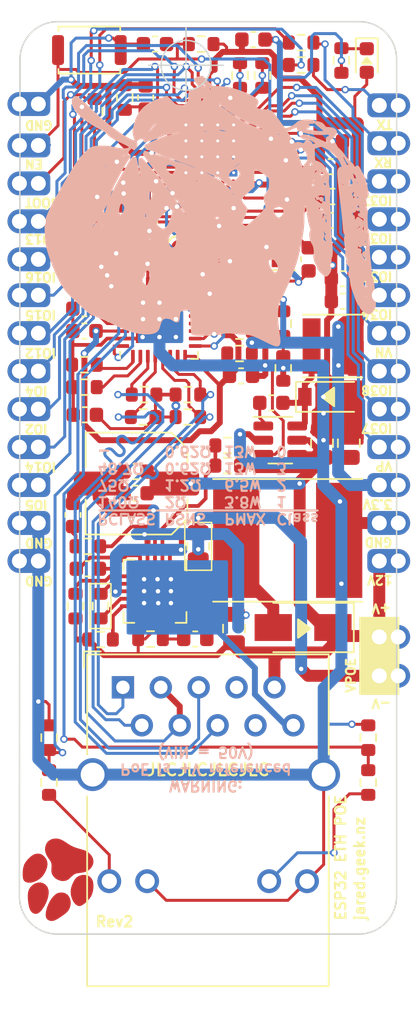
<source format=kicad_pcb>
(kicad_pcb (version 20240108) (generator "pcbnew") (generator_version "8.0")
  (layers (0 "F.Cu" signal) (31 "B.Cu" signal) (34 "B.Paste" user) (35 "F.Paste" user) (36 "B.SilkS" user "B.Silkscreen") (37 "F.SilkS" user "F.Silkscreen") (38 "B.Mask" user) (39 "F.Mask" user) (44 "Edge.Cuts" user))
  (net 0 "")
  (net 1 "/MDI0_CT")
  (net 2 "GND")
  (net 3 "/EN")
  (net 4 "/ETH_MDC")
  (net 5 "/S_VP")
  (net 6 "/S_VN")
  (net 7 "/IO34")
  (net 8 "/CAP1")
  (net 9 "/SDD3")
  (net 10 "/ETH_TXD1")
  (net 11 "/IO35")
  (net 12 "/IO32")
  (net 13 "/ETH_CRS_DV")
  (net 14 "/ETH_RXD1")
  (net 15 "/ETH_RXD0")
  (net 16 "+3V3")
  (net 17 "/IO33")
  (net 18 "/XTAL_P")
  (net 19 "/U0RXD")
  (net 20 "/XTAL_N")
  (net 21 "/SDD0")
  (net 22 "/VDD3P3")
  (net 23 "/ETH_TXEN")
  (net 24 "/SDD1")
  (net 25 "Net-(D2-K)")
  (net 26 "/ETH_TXD0")
  (net 27 "/ETH_MDIO")
  (net 28 "/SDD2")
  (net 29 "/SDCK")
  (net 30 "/BOOT")
  (net 31 "/IO14")
  (net 32 "/VDD_SDIO")
  (net 33 "/IO12")
  (net 34 "/SDCS")
  (net 35 "/IO13")
  (net 36 "/AVDD10")
  (net 37 "/DVDD10")
  (net 38 "/U0TXD")
  (net 39 "/RSET")
  (net 40 "/RXDV")
  (net 41 "/ETH_RST")
  (net 42 "/RTL_LED1")
  (net 43 "/RTL_LED0")
  (net 44 "/MDI0_P")
  (net 45 "/MDI0_N")
  (net 46 "/ETH_LED0")
  (net 47 "/ETH_LED1")
  (net 48 "/MDI1_P")
  (net 49 "/MDI1_N")
  (net 50 "/IO15")
  (net 51 "/IO2")
  (net 52 "/IO4")
  (net 53 "/IO16")
  (net 54 "/IO5")
  (net 55 "Net-(U3-CB)")
  (net 56 "Net-(U2-VDD)")
  (net 57 "Net-(D3-K)")
  (net 58 "Net-(U1-U0TXD)")
  (net 59 "Net-(U2-RDET)")
  (net 60 "Net-(U2-RCLASS)")
  (net 61 "Net-(U2-RFREQ)")
  (net 62 "Net-(U1-U0RXD)")
  (net 63 "Net-(U3-FB)")
  (net 64 "/IO37")
  (net 65 "/IO38")
  (net 67 "/LAN_3P3V")
  (net 68 "/CAP2")
  (net 69 "/VIN_NEG")
  (net 71 "/VSS")
  (net 72 "/SWO")
  (net 73 "/FBH")
  (net 77 "/12V")
  (net 78 "/POE_NEG")
  (net 80 "/RXD0")
  (net 81 "/RXD1")
  (net 82 "/CRS_DV")
  (net 83 "Net-(C6-Pad1)")
  (net 88 "/COMP")
  (net 89 "/ETHCLK")
  (net 91 "Net-(C1-Pad1)")
  (footprint "Resistor_SMD:R_0603_1608Metric" (layer "F.Cu") (at 37.5075 58.95 180)
    (property "Reference" "R14")
    (property "Value" "50R 1%")
  )
  (footprint "Visclib:ProtoCastellatedHeader_65mil_Rect" (layer "F.Cu") (at 53.34 45.72)
    (property "Reference" "J20" (hide yes))
    (property "Value" "ProtoCastellatedHeader" (hide yes))
  )
  (footprint "Capacitor_SMD:C_0603_1608Metric" (layer "F.Cu") (at 50.075 42.2 180)
    (property "Reference" "C2")
    (property "Value" "100n")
  )
  (footprint "Diode_SMD:D_SOD-123" (layer "F.Cu") (at 50 57.6)
    (property "Reference" "D2")
    (property "Value" "B5819W")
  )
  (footprint "Package_TO_SOT_SMD:SOT-23-6" (layer "F.Cu") (at 46.7 60.5)
    (property "Reference" "U3")
    (property "Value" "LV2842XLVDDCR")
  )
  (footprint "Visclib:ProtoCastellatedHeader_65mil_Rect" (layer "F.Cu") (at 30.48 55.88 180)
    (property "Reference" "J10" (hide yes))
    (property "Value" "ProtoCastellatedHeader" (hide yes))
  )
  (footprint "Visclib:ProtoCastellatedHeader_65mil_Rect" (layer "F.Cu") (at 53.34 53.34)
    (property "Reference" "J23" (hide yes))
    (property "Value" "ProtoCastellatedHeader" (hide yes))
  )
  (footprint "Resistor_SMD:R_0603_1608Metric" (layer "F.Cu") (at 33.57 55.45)
    (property "Reference" "R8")
    (property "Value" "2.49k 1%")
  )
  (footprint "Resistor_SMD:R_0603_1608Metric" (layer "F.Cu") (at 40.5075 58.95)
    (property "Reference" "R17")
    (property "Value" "50R 1%")
  )
  (footprint "Resistor_SMD:R_0603_1608Metric" (layer "F.Cu") (at 33.57 56.95 180)
    (property "Reference" "C22" (hide yes))
    (property "Value" "100n")
  )
  (footprint "Resistor_SMD:R_0805_2012Metric" (layer "F.Cu") (at 41.2 67.6 90)
    (property "Reference" "R20" (hide yes))
    (property "Value" "0.62R")
  )
  (footprint "Resistor_SMD:R_0603_1608Metric" (layer "F.Cu") (at 34.25 38.5 -90)
    (property "Reference" "R32" (hide yes))
    (property "Value" "50R")
  )
  (footprint "Capacitor_SMD:C_0603_1608Metric" (layer "F.Cu") (at 33.6 58.8)
    (property "Reference" "C3")
    (property "Value" "100n")
  )
  (footprint "Resistor_SMD:R_0603_1608Metric" (layer "F.Cu") (at 36.275 37.575 -90)
    (property "Reference" "R2")
    (property "Value" "2k")
  )
  (footprint "Capacitor_SMD:C_0603_1608Metric" (layer "F.Cu") (at 38.3 34)
    (property "Reference" "C10")
    (property "Value" "1u")
  )
  (footprint "Resistor_SMD:R_0603_1608Metric" (layer "F.Cu") (at 52.6 80.4 90)
    (property "Reference" "R11")
    (property "Value" "10k")
  )
  (footprint "Resistor_SMD:R_0603_1608Metric" (layer "F.Cu") (at 36.1 45.7 -90)
    (property "Reference" "R10")
    (property "Value" "10k")
  )
  (footprint "Inductor_SMD:L_Taiyo-Yuden_NR-40xx" (layer "F.Cu") (at 50.2 54.2)
    (property "Reference" "L2")
    (property "Value" "10uH 1A")
  )
  (footprint "Capacitor_SMD:C_0805_2012Metric" (layer "F.Cu") (at 49.5 60.7 90)
    (property "Reference" "C29" (hide yes))
    (property "Value" "2.2u")
  )
  (footprint "Visclib:ProtoCastellatedHeader_65mil_Rect" (layer "F.Cu") (at 30.48 40.78 180)
    (property "Reference" "J4" (hide yes))
    (property "Value" "ProtoCastellatedHeader" (hide yes))
  )
  (footprint "Capacitor_SMD:C_0603_1608Metric" (layer "F.Cu") (at 48.6 48.4 -90)
    (property "Reference" "C13")
    (property "Value" "22p")
  )
  (footprint "Visclib:ProtoCastellatedHeader_65mil_Rect" (layer "F.Cu") (at 30.48 48.4 180)
    (property "Reference" "J7" (hide yes))
    (property "Value" "ProtoCastellatedHeader" (hide yes))
  )
  (footprint "Capacitor_SMD:C_0603_1608Metric" (layer "F.Cu") (at 50.9 51.2 180)
    (property "Reference" "C21")
    (property "Value" "1u")
  )
  (footprint "Package_DFN_QFN:QFN-20-1EP_4x4mm_P0.5mm_EP2.6x2.6mm" (layer "F.Cu") (at 38.3 70.606233 -90)
    (property "Reference" "U2")
    (property "Value" "Si3404")
  )
  (footprint "Resistor_SMD:R_0603_1608Metric" (layer "F.Cu") (at 43.175 62.2)
    (property "Reference" "R23")
    (property "Value" "1k")
  )
  (footprint "Visclib:ProtoCastellatedHeader_65mil_Rect" (layer "F.Cu") (at 53.34 58.42)
    (property "Reference" "J25" (hide yes))
    (property "Value" "ProtoCastellatedHeader" (hide yes))
  )
  (footprint "Resistor_SMD:R_0603_1608Metric" (layer "F.Cu") (at 37.57 57.45 180)
    (property "Reference" "R13")
    (property "Value" "50R 1%")
  )
  (footprint "Diode_SMD:D_SMA" (layer "F.Cu") (at 48.23 73.031233 180)
    (property "Reference" "D1")
    (property "Value" "PMEG6020")
  )
  (footprint "Resistor_SMD:R_0603_1608Metric" (layer "F.Cu") (at 38 73.8 180)
    (property "Reference" "R5" (hide yes))
    (property "Value" "3R")
  )
  (footprint "Visclib:ProtoCastellatedHeader_65mil_Rect" (layer "F.Cu") (at 53.34 66.04)
    (property "Reference" "J27" (hide yes))
    (property "Value" "ProtoCastellatedHeader" (hide yes))
  )
  (footprint "Resistor_SMD:R_0603_1608Metric" (layer "F.Cu") (at 32.97 71.6 90)
    (property "Reference" "R6")
    (property "Value" "24.3k 1%")
  )
  (footprint "Resistor_SMD:R_0603_1608Metric" (layer "F.Cu") (at 34.65 73.831233)
    (property "Reference" "R19")
    (property "Value" "0R")
  )
  (footprint "Resistor_SMD:R_0603_1608Metric" (layer "F.Cu") (at 45.5 36.1 90)
    (property "Reference" "R29" (hide yes))
    (property "Value" "50R")
  )
  (footprint "Visclib:ProtoCastellatedHeader_65mil_Rect" (layer "F.Cu") (at 30.48 50.8 180)
    (property "Reference" "J8" (hide yes))
    (property "Value" "ProtoCastellatedHeader" (hide yes))
  )
  (footprint "Inductor_SMD:L_Taiyo-Yuden_NR-80xx_HandSoldering" (layer "F.Cu") (at 47.2 67.2)
    (property "Reference" "L4" (hide yes))
    (property "Value" "270uH")
  )
  (footprint "Visclib:ProtoCastellatedHeader_65mil_Rect" (layer "F.Cu") (at 53.34 38.1)
    (property "Reference" "J17" (hide yes))
    (property "Value" "ProtoCastellatedHeader" (hide yes))
  )
  (footprint "Visclib:ProtoCastellatedHeader_65mil_Rect" (layer "F.Cu") (at 53.34 60.96)
    (property "Reference" "J26" (hide yes))
    (property "Value" "ProtoCastellatedHeader" (hide yes))
  )
  (footprint "Resistor_SMD:R_0603_1608Metric" (layer "F.Cu") (at 40.5075 57.45)
    (property "Reference" "R18")
    (property "Value" "50R 1%")
  )
  (footprint "Capacitor_SMD:C_0603_1608Metric" (layer "F.Cu") (at 33.8 69.1 180)
    (property "Reference" "C20")
    (property "Value" "100n")
  )
  (footprint "Resistor_SMD:R_0603_1608Metric" (layer "F.Cu") (at 37.925 45.725 90)
    (property "Reference" "C8" (hide yes))
    (property "Value" "100n")
  )
  (footprint "Capacitor_SMD:C_0603_1608Metric" (layer "F.Cu") (at 44.07 56.2)
    (property "Reference" "C24" (hide yes))
    (property "Value" "100n")
  )
  (footprint "Resistor_SMD:R_0603_1608Metric" (layer "F.Cu") (at 50.1 44.2 180)
    (property "Reference" "R3")
    (property "Value" "20K")
  )
  (footprint "Resistor_SMD:R_0603_1608Metric" (layer "F.Cu") (at 31.2 80.4 90)
    (property "Reference" "R12")
    (property "Value" "10k")
  )
  (footprint "Resistor_SMD:R_0603_1608Metric" (layer "F.Cu") (at 46.9 52.7 90)
    (property "Reference" "R26")
    (property "Value" "33k 1%")
  )
  (footprint "Package_DFN_QFN:QFN-32-1EP_5x5mm_P0.5mm_EP3.1x3.1mm" (layer "F.Cu") (at 38.57 52.45 90)
    (property "Reference" "U4")
    (property "Value" "RTL8201F")
  )
  (footprint "Capacitor_SMD:C_0603_1608Metric" (layer "F.Cu") (at 47.075 44.3 180)
    (property "Reference" "C16")
    (property "Value" "10n")
  )
  (footprint "Visclib:ProtoCastellatedHeader_65mil_Rect" (layer "F.Cu") (at 30.48 66.04 180)
    (property "Reference" "J14" (hide yes))
    (property "Value" "ProtoCastellatedHeader" (hide yes))
  )
  (footprint "Button_Switch_SMD:SW_Push_SPST_NO_Alps_SKRK" (layer "F.Cu") (at 33.9 34.4 180)
    (property "Reference" "SW1" (hide yes))
    (property "Value" "RESET")
  )
  (footprint "Visclib:TP-1MM" (layer "F.Cu") (at 39.9 47.6)
    (property "Reference" "TP1")
    (property "Value" "TP" (hide yes))
  )
  (footprint "Visclib:ProtoCastellatedHeader_65mil_Rect" (layer "F.Cu") (at 53.34 43.18)
    (property "Reference" "J19" (hide yes))
    (property "Value" "ProtoCastellatedHeader" (hide yes))
  )
  (footprint "Resistor_SMD:R_0603_1608Metric" (layer "F.Cu") (at 48.1 35.4 180)
    (property "Reference" "R4")
    (property "Value" "510R")
  )
  (footprint "Visclib:ProtoCastellatedHeader_65mil_Rect" (layer "F.Cu") (at 30.48 60.96 180)
    (property "Reference" "J12" (hide yes))
    (property "Value" "ProtoCastellatedHeader" (hide yes))
  )
  (footprint "Visclib:ProtoCastellatedHeader_65mil_Rect" (layer "F.Cu") (at 53.34 50.8)
    (property "Reference" "J22" (hide yes))
    (property "Value" "ProtoCastellatedHeader" (hide yes))
  )
  (footprint "Visclib:wolfpaw-0.3" (layer "F.Cu") (at 31.701123 90.17 180)
    (property "Reference" "LOGO1" (hide yes))
    (property "Value" "Logo" (hide yes))
  )
  (footprint "Capacitor_SMD:C_0603_1608Metric" (layer "F.Cu") (at 32.8 65.5 90)
    (property "Reference" "C6")
    (property "Value" "470pF")
  )
  (footprint "LED_SMD:LED_0603_1608Metric" (layer "F.Cu") (at 52.5 35.1 -90)
    (property "Reference" "D3")
    (property "Value" "Green")
  )
  (footprint "Capacitor_SMD:C_0805_2012Metric" (layer "F.Cu") (at 43.6 73.1 90)
    (property "Reference" "C4" (hide yes))
    (property "Value" "1u")
  )
  (footprint "Visclib:ProtoCastellatedHeader_65mil_Rect" (layer "F.Cu") (at 53.34 76.26)
    (property "Reference" "J29" (hide yes))
    (property "Value" "ProtoCastellatedHeader" (hide yes))
  )
  (footprint "Resistor_SMD:R_0603_1608Metric" (layer "F.Cu") (at 43.97 53.2 180)
    (property "Reference" "L3")
    (property "Value" "FB 600R@100MHz 1.3A")
  )
  (footprint "Visclib:ProtoCastellatedHeader_65mil_Rect" (layer "F.Cu") (at 30.48 38.01 180)
    (property "Reference" "J3" (hide yes))
    (property "Value" "ProtoCastellatedHeader" (hide yes))
  )
  (footprint "Capacitor_SMD:C_0603_1608Metric" (layer "F.Cu") (at 37 64.05 180)
    (property "Reference" "C7" (hide yes))
    (property "Value" "1u")
  )
  (footprint "Capacitor_SMD:C_0603_1608Metric" (layer "F.Cu") (at 43.97 51.6)
    (property "Reference" "C26")
    (property "Value" "100n")
  )
  (footprint "Resistor_SMD:R_0603_1608Metric" (layer "F.Cu") (at 46.9 55.7 90)
    (property "Reference" "R27")
    (property "Value" "10k 1%")
  )
  (footprint "Visclib:ProtoCastellatedHeader_65mil_Rect" (layer "F.Cu") (at 30.48 68.58 180)
    (property "Reference" "J16" (hide yes))
    (property "Value" "ProtoCastellatedHeader" (hide yes))
  )
  (footprint "Resistor_SMD:R_0603_1608Metric" (layer "F.Cu") (at 50.8 35.1 90)
    (property "Reference" "R28")
    (property "Value" "1k")
  )
  (footprint "Capacitor_SMD:C_0603_1608Metric" (layer "F.Cu") (at 45.5 49.855)
    (property "Reference" "C12")
    (property "Value" "22p")
  )
  (footprint "Visclib:ProtoCastellatedHeader_65mil_Rect" (layer "F.Cu") (at 53.34 55.88)
    (property "Reference" "J24" (hide yes))
    (property "Value" "ProtoCastellatedHeader" (hide yes))
  )
  (footprint "Resistor_SMD:R_0603_1608Metric" (layer "F.Cu") (at 33.8 67.6)
    (property "Reference" "R21")
    (property "Value" "100k")
  )
  (footprint "Capacitor_SMD:C_0603_1608Metric" (layer "F.Cu") (at 50.9 49.7)
    (property "Reference" "C5")
    (property "Value" "10u")
  )
  (footprint "Resistor_SMD:R_0603_1608Metric" (layer "F.Cu") (at 43.175 60.85 180)
    (property "Reference" "R24")
    (property "Value" "8.2k")
  )
  (footprint "Visclib:ProtoCastellatedHeader_65mil_Rect" (layer "F.Cu") (at 30.48 63.5 180)
    (property "Reference" "J13" (hide yes))
    (property "Value" "ProtoCastellatedHeader" (hide yes))
  )
  (footprint "Capacitor_SMD:C_0603_1608Metric" (layer "F.Cu") (at 50.1 45.8 180)
    (property "Reference" "C15")
    (property "Value" "3.3n")
  )
  (footprint "Capacitor_SMD:C_0603_1608Metric" (layer "F.Cu") (at 33.57 53.2 180)
    (property "Reference" "C25")
    (property "Value" "100n")
  )
  (footprint "Visclib:ProtoCastellatedHeader_65mil_Rect" (layer "F.Cu") (at 30.48 43.32 180)
    (property "Reference" "J5" (hide yes))
    (property "Value" "ProtoCastellatedHeader" (hide yes))
  )
  (footprint "Capacitor_SMD:C_0603_1608Metric" (layer "F.Cu") (at 41 73.8)
    (property "Reference" "C1")
    (property "Value" "100n")
  )
  (footprint "Capacitor_SMD:C_0603_1608Metric" (layer "F.Cu") (at 37 62.6 180)
    (property "Reference" "C28" (hide yes))
    (property "Value" "1u")
  )
  (footprint "Resistor_SMD:R_0603_1608Metric" (layer "F.Cu") (at 31.2 83.4 -90)
    (property "Reference" "R15")
    (property "Value" "270R")
  )
  (footprint "Capacitor_SMD:C_Elec_6.3x5.4" (layer "F.Cu") (at 37.0625 63.4 180)
    (property "Reference" "C27")
    (property "Value" "22u")
  )
  (footprint "Resistor_SMD:R_0603_1608Metric" (layer "F.Cu") (at 41.4 34)
    (property "Reference" "R1")
    (property "Value" "10k")
  )
  (footprint "Resistor_SMD:R_0603_1608Metric" (layer "F.Cu") (at 48.1 33.9 180)
    (property "Reference" "R22")
    (property "Value" "510R")
  )
  (footprint "Capacitor_SMD:C_0603_1608Metric" (layer "F.Cu") (at 42.475 47.775 90)
    (property "Reference" "C9")
    (property "Value" "100n")
  )
  (footprint "Connector_RJ:RJ45_Wuerth_7499111446_Horizontal" (layer "F.Cu") (at 36.15 77.031233)
    (property "Reference" "J1")
    (property "Value" "HY931147C")
  )
  (footprint "Resistor_SMD:R_0603_1608Metric" (layer "F.Cu") (at 43.97 54.7 180)
    (property "Reference" "R9")
    (property "Value" "10k")
  )
  (footprint "Visclib:ProtoCastellatedHeader_65mil_Rect" (layer "F.Cu") (at 53.34 68.58)
    (property "Reference" "J28" (hide yes))
    (property "Value" "ProtoCastellatedHeader" (hide yes))
  )
  (footprint "Visclib:ProtoCastellatedHeader_65mil_Rect" (layer "F.Cu") (at 53.34 48.26)
    (property "Reference" "J21" (hide yes))
    (property "Value" "ProtoCastellatedHeader" (hide yes))
  )
  (footprint "Capacitor_SMD:C_0603_1608Metric" (layer "F.Cu") (at 44.9 33.7)
    (property "Reference" "C19")
    (property "Value" "100n")
  )
  (footprint "Visclib:ProtoCastellatedHeader_65mil_Rect" (layer "F.Cu") (at 53.34 63.5)
    (property "Reference" "J15" (hide yes))
    (property "Value" "ProtoCastellatedHeader" (hide yes))
  )
  (footprint "Resistor_SMD:R_0603_1608Metric" (layer "F.Cu") (at 52.6 83.4 -90)
    (property "Reference" "R16")
    (property "Value" "270R")
  )
  (footprint "Resistor_SMD:R_0603_1608Metric" (layer "F.Cu") (at 47.075 42.575)
    (property "Reference" "L1")
    (property "Value" "FB 600R@100MHz 1.3A")
  )
  (footprint "Capacitor_SMD:C_0603_1608Metric" (layer "F.Cu") (at 37.675 37.575 -90)
    (property "Reference" "C14")
    (property "Value" "10u")
  )
  (footprint "Capacitor_SMD:C_0805_2012Metric" (layer "F.Cu") (at 51.3 60.7 90)
    (property "Reference" "C18")
    (property "Value" "2.2u")
  )
  (footprint "Visclib:ProtoCastellatedHeader_65mil_Rect" (layer "F.Cu") (at 30.48 45.86 180)
    (property "Reference" "J6" (hide yes))
    (property "Value" "ProtoCastellatedHeader" (hide yes))
  )
  (footprint "Package_DFN_QFN:QFN-48-1EP_5x5mm_P0.35mm_EP3.7x3.7mm_ThermalVias" (layer "F.Cu") (at 41.975 41.008333 180)
    (property "Reference" "U1" (hide yes))
    (property "Value" "ESP32-U4WDH")
  )
  (footprint "Visclib:ProtoCastellatedHeader_65mil_Rect" (layer "F.Cu") (at 53.34 73.66)
    (property "Reference" "J2" (hide yes))
    (property "Value" "ProtoCastellatedHeader" (hide yes))
  )
  (footprint "Visclib:ProtoCastellatedHeader_65mil_Rect" (layer "F.Cu") (at 53.34 40.64)
    (property "Reference" "J18" (hide yes))
    (property "Value" "ProtoCastellatedHeader" (hide yes))
  )
  (footprint "Resistor_SMD:R_0603_1608Metric" (layer "F.Cu") (at 34.65 71.6 -90)
    (property "Reference" "R7")
    (property "Value" "DNP")
  )
  (footprint "Capacitor_SMD:C_0603_1608Metric" (layer "F.Cu") (at 50.1 40.5 180)
    (property "Reference" "C11")
    (property "Value" "1u")
  )
  (footprint "Visclib:ProtoCastellatedHeader_65mil_Rect" (layer "F.Cu") (at 30.48 53.34 180)
    (property "Reference" "J9" (hide yes))
    (property "Value" "ProtoCastellatedHeader" (hide yes))
  )
  (footprint "Capacitor_SMD:C_0603_1608Metric" (layer "F.Cu") (at 33.57 51.7 180)
    (property "Reference" "C23")
    (property "Value" "100n")
  )
  (footprint "Resistor_SMD:R_0603_1608Metric" (layer "F.Cu") (at 33.57 50.2)
    (property "Reference" "R31" (hide yes))
    (property "Value" "50R")
  )
  (footprint "Capacitor_SMD:C_0603_1608Metric" (layer "F.Cu") (at 46.1 58)
    (property "Reference" "C17")
    (property "Value" "100n")
  )
  (footprint "Visclib:ProtoCastellatedHeader_65mil_Rect" (layer "F.Cu") (at 30.48 58.42 180)
    (property "Reference" "J11" (hide yes))
    (property "Value" "ProtoCastellatedHeader" (hide yes))
  )
  (footprint "Resistor_SMD:R_0603_1608Metric" (layer "F.Cu") (at 44 36.1 90)
    (property "Reference" "R30" (hide yes))
    (property "Value" "50R")
  )
  (footprint "Crystal:Crystal_SMD_3225-4Pin_3.2x2.5mm" (layer "F.Cu") (at 45.725 47.475)
    (property "Reference" "Y1")
    (property "Value" "40MHz")
  )
  (gr_poly (pts (xy 49.750889 45.983902) (xy 49.754389 45.984141) (xy 49.757755 45.984517) (xy 49.760981 45.985028) (xy 49.764066 45.985671) (xy 49.767004 45.986443) (xy 49.769793 45.987341) (xy 49.772429 45.988362) (xy 49.774909 45.989503) (xy 49.777228 45.990762) (xy 49.779384 45.992136) (xy 49.781373 45.99362) (xy 49.78319 45.995214) (xy 49.784833 45.996913) (xy 49.786298 45.998715) (xy 49.787581 46.000618) (xy 49.788679 46.002617) (xy 49.789588 46.00471) (xy 49.790304 46.006895) (xy 49.790825 46.009167) (xy 49.791146 46.011526) (xy 49.791264 46.013967) (xy 49.791175 46.016487) (xy 49.790875 46.019084) (xy 49.790362 46.021756) (xy 49.789631 46.024498) (xy 49.788678 46.027308) (xy 49.787502 46.030183) (xy 49.784698 46.03596) (xy 49.781475 46.041642) (xy 49.777871 46.047199) (xy 49.773923 46.052597) (xy 49.76967 46.057804) (xy 49.765149 46.062788) (xy 49.760398 46.067516) (xy 49.755455 46.071956) (xy 49.750359 46.076076) (xy 49.745146 46.079843) (xy 49.739855 46.083225) (xy 49.734524 46.086191) (xy 49.729191 46.088706) (xy 49.723893 46.09074) (xy 49.721269 46.091566) (xy 49.718669 46.092259) (xy 49.716096 46.092816) (xy 49.713556 46.093232) (xy 49.711039 46.093506) (xy 49.708536 46.093642) (xy 49.70605 46.093643) (xy 49.703585 46.093512) (xy 49.701144 46.093252) (xy 49.698731 46.092865) (xy 49.696349 46.092354) (xy 49.694003 46.091723) (xy 49.691695 46.090974) (xy 49.689429 46.09011) (xy 49.687209 46.089134) (xy 49.685039 46.08805) (xy 49.682922 46.086859) (xy 49.680861 46.085564) (xy 49.678861 46.08417) (xy 49.676924 46.082678) (xy 49.675055 46.081092) (xy 49.673256 46.079414) (xy 49.671533 46.077647) (xy 49.669887 46.075794) (xy 49.668323 46.073859) (xy 49.666845 46.071843) (xy 49.665455 46.069751) (xy 49.664158 46.067584) (xy 49.662958 46.065346) (xy 49.661856 46.063039) (xy 49.660859 46.060667) (xy 49.659967 46.058232) (xy 49.659187 46.055738) (xy 49.65852 46.053187) (xy 49.657972 46.050582) (xy 49.657544 46.047926) (xy 49.657286 46.045247) (xy 49.657241 46.042573) (xy 49.657405 46.039909) (xy 49.657772 46.037258) (xy 49.658338 46.034624) (xy 49.659098 46.032012) (xy 49.660048 46.029426) (xy 49.661182 46.026869) (xy 49.662497 46.024346) (xy 49.663986 46.02186) (xy 49.665646 46.019416) (xy 49.667472 46.017018) (xy 49.671601 46.012375) (xy 49.676337 46.007963) (xy 49.68164 46.003815) (xy 49.687474 45.999963) (xy 49.6938 45.996439) (xy 49.700581 45.993276) (xy 49.707778 45.990506) (xy 49.715353 45.988161) (xy 49.723269 45.986274) (xy 49.731488 45.984877) (xy 49.73561 45.984384) (xy 49.739614 45.984042) (xy 49.743498 45.98385) (xy 49.747258 45.983805)) (stroke (width 0.16)) (fill solid) (layer "B.SilkS"))
  (gr_poly (pts (xy 49.445659 44.296662) (xy 49.448685 44.296972) (xy 49.451768 44.297499) (xy 49.45491 44.298244) (xy 49.45811 44.299205) (xy 49.461367 44.300383) (xy 49.464683 44.301778) (xy 49.468057 44.30339) (xy 49.471488 44.305219) (xy 49.474978 44.307265) (xy 49.478525 44.309527) (xy 49.482131 44.312007) (xy 49.485794 44.314703) (xy 49.488784 44.317091) (xy 49.49166 44.31962) (xy 49.494421 44.322282) (xy 49.497063 44.325072) (xy 49.501987 44.331003) (xy 49.506416 44.337356) (xy 49.510336 44.344075) (xy 49.513731 44.351101) (xy 49.516587 44.358379) (xy 49.518888 44.365851) (xy 49.520618 44.37346) (xy 49.521763 44.38115) (xy 49.522307 44.388863) (xy 49.522235 44.396542) (xy 49.521532 44.404131) (xy 49.520183 44.411573) (xy 49.519261 44.41522) (xy 49.518172 44.41881) (xy 49.516914 44.422334) (xy 49.515485 44.425785) (xy 49.513619 44.429814) (xy 49.511695 44.433626) (xy 49.509713 44.437222) (xy 49.507673 44.4406) (xy 49.505575 44.443761) (xy 49.503419 44.446705) (xy 49.501206 44.449432) (xy 49.498934 44.451942) (xy 49.496604 44.454235) (xy 49.494216 44.456312) (xy 49.49177 44.458171) (xy 49.489266 44.459813) (xy 49.486705 44.461238) (xy 49.484085 44.462446) (xy 49.481407 44.463438) (xy 49.478672 44.464212) (xy 49.475878 44.464769) (xy 49.473026 44.46511) (xy 49.470116 44.465233) (xy 49.467149 44.46514) (xy 49.464123 44.464829) (xy 49.46104 44.464302) (xy 49.457898 44.463558) (xy 49.454698 44.462596) (xy 49.451441 44.461418) (xy 49.448125 44.460023) (xy 49.444752 44.458411) (xy 49.44132 44.456582) (xy 49.437831 44.454537) (xy 49.434283 44.452274) (xy 49.430678 44.449794) (xy 49.427014 44.447098) (xy 49.424024 44.44471) (xy 49.421148 44.442182) (xy 49.418388 44.439519) (xy 49.415745 44.43673) (xy 49.410822 44.430799) (xy 49.406392 44.424445) (xy 49.402472 44.417727) (xy 49.399077 44.410701) (xy 49.396221 44.403423) (xy 49.39392 44.395951) (xy 49.39219 44.388341) (xy 49.391045 44.380652) (xy 49.390501 44.372939) (xy 49.390572 44.365259) (xy 49.391275 44.35767) (xy 49.392623 44.350229) (xy 49.393545 44.346582) (xy 49.394634 44.342992) (xy 49.395892 44.339468) (xy 49.397321 44.336017) (xy 49.399187 44.331988) (xy 49.401111 44.328175) (xy 49.403093 44.32458) (xy 49.405133 44.321202) (xy 49.407231 44.318041) (xy 49.409387 44.315097) (xy 49.411601 44.31237) (xy 49.413873 44.309859) (xy 49.416203 44.307566) (xy 49.418591 44.30549) (xy 49.421037 44.303631) (xy 49.42354 44.301989) (xy 49.426102 44.300563) (xy 49.428722 44.299355) (xy 49.4314 44.298364) (xy 49.434136 44.297589) (xy 49.43693 44.297032) (xy 49.439782 44.296692) (xy 49.442691 44.296568)) (stroke (width 0.16)) (fill solid) (layer "B.SilkS"))
  (gr_poly (pts (xy 52.100727 44.252785) (xy 52.117635 44.29421) (xy 52.141245 44.354332) (xy 52.154101 44.404718) (xy 52.178207 44.514346) (xy 52.2085 44.664111) (xy 52.239917 44.834908) (xy 52.267396 45.007632) (xy 52.278076 45.088747) (xy 52.285873 45.163179) (xy 52.288288 45.200048) (xy 52.278219 45.207157) (xy 52.267988 45.212171) (xy 52.257645 45.21496) (xy 52.254333 45.215555) (xy 52.251083 45.216286) (xy 52.247898 45.217148) (xy 52.244782 45.218136) (xy 52.241738 45.219247) (xy 52.23877 45.220475) (xy 52.235883 45.221819) (xy 52.233078 45.223271) (xy 52.230361 45.22483) (xy 52.227735 45.22649) (xy 52.225203 45.228248) (xy 52.222769 45.230098) (xy 52.220437 45.232038) (xy 52.218211 45.234062) (xy 52.216094 45.236167) (xy 52.21409 45.238349) (xy 52.212202 45.240602) (xy 52.210434 45.242924) (xy 52.208791 45.24531) (xy 52.207274 45.247755) (xy 52.205889 45.250256) (xy 52.204639 45.252807) (xy 52.203528 45.255407) (xy 52.202559 45.258048) (xy 52.201735 45.260729) (xy 52.201061 45.263444) (xy 52.200541 45.26619) (xy 52.200177 45.268962) (xy 52.199974 45.271756) (xy 52.199935 45.274567) (xy 52.200064 45.277392) (xy 52.200365 45.280227) (xy 52.200674 45.283016) (xy 52.20083 45.285702) (xy 52.200835 45.288285) (xy 52.200693 45.290762) (xy 52.200407 45.293132) (xy 52.199979 45.295392) (xy 52.199414 45.297541) (xy 52.198715 45.299576) (xy 52.197884 45.301497) (xy 52.196926 45.3033) (xy 52.195843 45.304984) (xy 52.194638 45.306548) (xy 52.193314 45.307989) (xy 52.191876 45.309306) (xy 52.190326 45.310497) (xy 52.188667 45.311559) (xy 52.186903 45.312491) (xy 52.185037 45.31329) (xy 52.183072 45.313956) (xy 52.181011 45.314487) (xy 52.178857 45.314879) (xy 52.176615 45.315132) (xy 52.174286 45.315244) (xy 52.171875 45.315213) (xy 52.169383 45.315036) (xy 52.166816 45.314712) (xy 52.164176 45.314239) (xy 52.161465 45.313616) (xy 52.158688 45.31284) (xy 52.155848 45.311909) (xy 52.152947 45.310822) (xy 52.149989 45.309576) (xy 52.143832 45.30398) (xy 52.137364 45.292744) (xy 52.123665 45.254763) (xy 52.109224 45.198447) (xy 52.094372 45.126615) (xy 52.064767 44.947664) (xy 52.037504 44.740441) (xy 52.015239 44.527478) (xy 52.000629 44.331305) (xy 51.997024 44.246556) (xy 51.996328 44.174455) (xy 51.998874 44.117816) (xy 52.004993 44.079457) (xy 52.007357 44.069122) (xy 52.00865 44.058691) (xy 52.008827 44.051509)) (stroke (width 0.16)) (fill solid) (layer "B.SilkS"))
  (gr_poly (pts (xy 51.993049 47.742953) (xy 51.997149 47.743333) (xy 52.001199 47.743914) (xy 52.005196 47.744692) (xy 52.009131 47.745661) (xy 52.013 47.746818) (xy 52.016797 47.748157) (xy 52.020515 47.749674) (xy 52.024148 47.751364) (xy 52.027691 47.753224) (xy 52.031138 47.755248) (xy 52.034481 47.757432) (xy 52.037717 47.759771) (xy 52.040838 47.762261) (xy 52.043838 47.764897) (xy 52.046712 47.767674) (xy 52.049453 47.770589) (xy 52.052056 47.773636) (xy 52.054514 47.776812) (xy 52.056822 47.78011) (xy 52.058974 47.783528) (xy 52.060962 47.787059) (xy 52.062783 47.790701) (xy 52.064429 47.794447) (xy 52.065894 47.798295) (xy 52.067173 47.802238) (xy 52.06826 47.806273) (xy 52.069148 47.810395) (xy 52.069832 47.814599) (xy 52.070642 47.822934) (xy 52.070746 47.830728) (xy 52.070179 47.837979) (xy 52.068978 47.84469) (xy 52.067178 47.850859) (xy 52.064815 47.856488) (xy 52.061925 47.861575) (xy 52.058543 47.866123) (xy 52.054706 47.87013) (xy 52.050449 47.873596) (xy 52.045807 47.876523) (xy 52.040818 47.878911) (xy 52.035516 47.880759) (xy 52.029937 47.882068) (xy 52.024117 47.882838) (xy 52.018091 47.883069) (xy 52.011897 47.882762) (xy 52.005569 47.881917) (xy 51.999143 47.880533) (xy 51.992655 47.878612) (xy 51.98614 47.876153) (xy 51.979635 47.873157) (xy 51.973176 47.869624) (xy 51.966797 47.865553) (xy 51.960535 47.860946) (xy 51.954426 47.855803) (xy 51.948506 47.850123) (xy 51.942809 47.843907) (xy 51.937373 47.837156) (xy 51.932232 47.829868) (xy 51.927423 47.822046) (xy 51.922981 47.813688) (xy 51.922981 47.813689) (xy 51.921602 47.810655) (xy 51.920454 47.807629) (xy 51.919533 47.804617) (xy 51.918836 47.801624) (xy 51.918359 47.798654) (xy 51.918098 47.795711) (xy 51.918052 47.7928) (xy 51.918215 47.789925) (xy 51.918585 47.787091) (xy 51.919159 47.784303) (xy 51.919932 47.781564) (xy 51.920902 47.77888) (xy 51.922064 47.776254) (xy 51.923417 47.773692) (xy 51.924955 47.771198) (xy 51.926676 47.768776) (xy 51.928577 47.766431) (xy 51.930654 47.764167) (xy 51.932903 47.761989) (xy 51.935321 47.759901) (xy 51.937905 47.757909) (xy 51.940651 47.756015) (xy 51.943556 47.754225) (xy 51.946616 47.752544) (xy 51.949829 47.750975) (xy 51.95319 47.749524) (xy 51.956696 47.748194) (xy 51.960344 47.746991) (xy 51.964131 47.745919) (xy 51.968052 47.744982) (xy 51.972105 47.744184) (xy 51.976286 47.743531) (xy 51.98052 47.743063) (xy 51.984729 47.742813) (xy 51.988907 47.742778)) (stroke (width 0.16)) (fill solid) (layer "B.SilkS"))
  (gr_line (start 49.2 65.2) (end 34.6 65.2) (stroke (width 0.15)) (layer "B.SilkS"))
  (gr_poly (pts (xy 51.698837 43.372583) (xy 51.709947 43.396916) (xy 51.707355 43.405444) (xy 51.702793 43.418259) (xy 51.700188 43.424526) (xy 51.697321 43.430638) (xy 51.694162 43.436549) (xy 51.690676 43.442212) (xy 51.686831 43.447582) (xy 51.682594 43.452611) (xy 51.680187 43.456615) (xy 51.679341 43.461678) (xy 51.680008 43.46785) (xy 51.682141 43.47518) (xy 51.685691 43.483719) (xy 51.690609 43.493517) (xy 51.704361 43.517089) (xy 51.804493 43.67176) (xy 51.838882 43.727527) (xy 51.876243 43.790937) (xy 51.91619 43.862389) (xy 51.937013 43.901257) (xy 51.957664 43.940987) (xy 51.954394 43.937521) (xy 51.945212 43.928714) (xy 51.93549 43.920252) (xy 51.925267 43.912168) (xy 51.91458 43.904492) (xy 51.903467 43.897257) (xy 51.891967 43.890494) (xy 51.880117 43.884234) (xy 51.867956 43.878509) (xy 51.855521 43.87335) (xy 51.842851 43.868789) (xy 51.829983 43.864858) (xy 51.816956 43.861588) (xy 51.803807 43.85901) (xy 51.790575 43.857156) (xy 51.777298 43.856059) (xy 51.764013 43.855748) (xy 51.750759 43.856256) (xy 51.737573 43.857614) (xy 51.731692 43.858311) (xy 51.72594 43.858778) (xy 51.720319 43.859017) (xy 51.714831 43.859029) (xy 51.709479 43.858815) (xy 51.704265 43.858379) (xy 51.69919 43.85772) (xy 51.694258 43.856841) (xy 51.689469 43.855743) (xy 51.684827 43.854428) (xy 51.680333 43.852897) (xy 51.675989 43.851152) (xy 51.671799 43.849194) (xy 51.667762 43.847025) (xy 51.663883 43.844647) (xy 51.660163 43.842061) (xy 51.656603 43.839269) (xy 51.653207 43.836272) (xy 51.649977 43.833072) (xy 51.646913 43.829671) (xy 51.64402 43.826069) (xy 51.641298 43.822269) (xy 51.63875 43.818273) (xy 51.636378 43.814081) (xy 51.634184 43.809695) (xy 51.63217 43.805117) (xy 51.630339 43.800349) (xy 51.628692 43.795392) (xy 51.627232 43.790247) (xy 51.625961 43.784916) (xy 51.62488 43.779401) (xy 51.623993 43.773704) (xy 51.623196 43.768631) (xy 51.622185 43.763482) (xy 51.619544 43.752996) (xy 51.616121 43.742323) (xy 51.611968 43.731543) (xy 51.607136 43.720731) (xy 51.601676 43.709967) (xy 51.59564 43.699328) (xy 51.589079 43.688891) (xy 51.582044 43.678735) (xy 51.574587 43.668938) (xy 51.56676 43.659576) (xy 51.558612 43.650728) (xy 51.550197 43.642472) (xy 51.541564 43.634886) (xy 51.532766 43.628047) (xy 51.523854 43.622032) (xy 51.50116 43.607245) (xy 51.481909 43.593144) (xy 51.473593 43.586293) (xy 51.46616 43.579544) (xy 51.459618 43.572873) (xy 51.453974 43.566257) (xy 51.449237 43.559673) (xy 51.445413 43.553098) (xy 51.44251 43.546508) (xy 51.440535 43.53988) (xy 51.439497 43.53319) (xy 51.439402 43.526416) (xy 51.440259 43.519534) (xy 51.442074 43.51252) (xy 51.444856 43.505352) (xy 51.448612 43.498006) (xy 51.453349 43.490459) (xy 51.459076 43.482687) (xy 51.465799 43.474667) (xy 51.473526 43.466376) (xy 51.482265 43.457791) (xy 51.492023 43.448888) (xy 51.514627 43.430036) (xy 51.541399 43.409632) (xy 51.572399 43.387492) (xy 51.607687 43.363428) (xy 51.626594 43.350404) (xy 51.644508 43.337343) (xy 51.661423 43.324271) (xy 51.671796 43.315757)) (stroke (width 0.16)) (fill solid) (layer "B.SilkS"))
  (gr_poly (pts (xy 51.980119 43.985526) (xy 52.002304 44.031027) (xy 52.008649 44.044485) (xy 52.008909 44.048195) (xy 52.008827 44.051509) (xy 51.964948 43.955408)) (stroke (width 0.16)) (fill solid) (layer "B.SilkS"))
  (gr_poly (pts (xy 51.612324 45.006658) (xy 51.617613 45.007205) (xy 51.622916 45.008228) (xy 51.628212 45.009715) (xy 51.633481 45.011654) (xy 51.638702 45.014032) (xy 51.643855 45.016839) (xy 51.648921 45.020061) (xy 51.653878 45.023688) (xy 51.658707 45.027706) (xy 51.663387 45.032105) (xy 51.667898 45.036872) (xy 51.67222 45.041995) (xy 51.676332 45.047462) (xy 51.680214 45.053262) (xy 51.683846 45.059382) (xy 51.687208 45.06581) (xy 51.690279 45.072535) (xy 51.69304 45.079544) (xy 51.695469 45.086825) (xy 51.697547 45.094367) (xy 51.699253 45.102158) (xy 51.700568 45.110185) (xy 51.70099 45.114039) (xy 51.701205 45.117872) (xy 51.701218 45.121677) (xy 51.701031 45.125451) (xy 51.700651 45.129186) (xy 51.70008 45.132879) (xy 51.699325 45.136522) (xy 51.698387 45.140112) (xy 51.697273 45.143641) (xy 51.695987 45.147106) (xy 51.694532 45.1505) (xy 51.692913 45.153818) (xy 51.691135 45.157054) (xy 51.689202 45.160203) (xy 51.687118 45.163259) (xy 51.684887 45.166218) (xy 51.682514 45.169073) (xy 51.680004 45.171819) (xy 51.67736 45.17445) (xy 51.674587 45.176961) (xy 51.671689 45.179347) (xy 51.668671 45.181602) (xy 51.665537 45.18372) (xy 51.66229 45.185697) (xy 51.658937 45.187526) (xy 51.65548 45.189202) (xy 51.651925 45.19072) (xy 51.648276 45.192074) (xy 51.644536 45.193258) (xy 51.640711 45.194268) (xy 51.636804 45.195098) (xy 51.63282 45.195741) (xy 51.625583 45.196407) (xy 51.618562 45.196418) (xy 51.611766 45.195801) (xy 51.605209 45.194585) (xy 51.598901 45.192797) (xy 51.592854 45.190466) (xy 51.587079 45.187618) (xy 51.581588 45.184282) (xy 51.576392 45.180486) (xy 51.571502 45.176257) (xy 51.56693 45.171623) (xy 51.562688 45.166612) (xy 51.558787 45.161251) (xy 51.555237 45.155569) (xy 51.552052 45.149593) (xy 51.549242 45.143352) (xy 51.546818 45.136871) (xy 51.544792 45.130181) (xy 51.543175 45.123308) (xy 51.54198 45.11628) (xy 51.541217 45.109125) (xy 51.540897 45.101871) (xy 51.541033 45.094545) (xy 51.541635 45.087175) (xy 51.542715 45.07979) (xy 51.544285 45.072417) (xy 51.546355 45.065083) (xy 51.548938 45.057816) (xy 51.552044 45.050645) (xy 51.555686 45.043597) (xy 51.559875 45.0367) (xy 51.564621 45.029981) (xy 51.568663 45.025113) (xy 51.57292 45.020841) (xy 51.577374 45.017152) (xy 51.582002 45.014034) (xy 51.586786 45.011476) (xy 51.591705 45.009465) (xy 51.596738 45.00799) (xy 51.601866 45.007038) (xy 51.607068 45.006598)) (stroke (width 0.16)) (fill solid) (layer "B.SilkS"))
  (gr_poly (pts (xy 48.3 40.118069) (xy 48.40265 40.135719) (xy 48.519044 40.162582) (xy 48.647056 40.197843) (xy 48.784555 40.240686) (xy 48.929414 40.290295) (xy 49.079505 40.345855) (xy 49.2327 40.406549) (xy 49.386869 40.471562) (xy 49.539886 40.540078) (xy 49.689621 40.611282) (xy 49.833946 40.684357) (xy 49.970734 40.758487) (xy 50.097855 40.832858) (xy 50.213182 40.906653) (xy 50.252144 40.931873) (xy 50.283683 40.950203) (xy 50.308067 40.962065) (xy 50.317658 40.965702) (xy 50.325561 40.96788) (xy 50.331807 40.968652) (xy 50.336431 40.968069) (xy 50.339465 40.966186) (xy 50.340943 40.963055) (xy 50.340899 40.958728) (xy 50.339365 40.953257) (xy 50.336374 40.946697) (xy 50.331961 40.939099) (xy 50.318997 40.921001) (xy 50.300741 40.899384) (xy 50.277457 40.874671) (xy 50.249413 40.847283) (xy 50.216874 40.81764) (xy 50.180106 40.786166) (xy 50.139375 40.75328) (xy 50.094948 40.719405) (xy 50.073861 40.70342) (xy 50.053582 40.687329) (xy 50.034121 40.671154) (xy 50.015489 40.654921) (xy 49.997699 40.638651) (xy 49.980761 40.622368) (xy 49.964687 40.606096) (xy 49.949489 40.589858) (xy 49.935177 40.573678) (xy 49.921763 40.557578) (xy 49.909259 40.541583) (xy 49.897676 40.525716) (xy 49.889407 40.513516) (xy 50.013878 40.513516) (xy 50.016122 40.520802) (xy 50.021031 40.529915) (xy 50.028465 40.540721) (xy 50.03828 40.553086) (xy 50.050336 40.566875) (xy 50.06449 40.581957) (xy 50.080601 40.598196) (xy 50.098527 40.615458) (xy 50.139259 40.65252) (xy 50.18555 40.692073) (xy 50.189747 40.695463) (xy 50.584532 41.103893) (xy 50.498397 40.943283) (xy 50.490424 40.936133) (xy 50.424961 40.880347) (xy 50.358183 40.826355) (xy 50.290279 40.774369) (xy 50.236268 40.733046) (xy 50.189747 40.695463) (xy 50.013878 40.513516) (xy 49.889407 40.513516) (xy 49.887025 40.510001) (xy 49.877317 40.49446) (xy 49.868565 40.479117) (xy 49.86078 40.463996) (xy 49.853972 40.44912) (xy 49.848154 40.434512) (xy 49.843336 40.420196) (xy 49.839531 40.406196) (xy 49.836749 40.392534) (xy 49.835002 40.379234) (xy 49.834301 40.36632) (xy 49.834658 40.353815) (xy 49.836084 40.341743) (xy 49.838591 40.330127) (xy 49.842189 40.31899) (xy 49.846891 40.308355) (xy 49.852707 40.298247) (xy 49.85965 40.288689) (xy 49.86773 40.279703) (xy 49.876959 40.271314) (xy 49.883176 40.266921) (xy 49.891532 40.262174) (xy 49.901887 40.257118) (xy 49.914098 40.2518) (xy 49.943521 40.240552) (xy 49.978667 40.228789) (xy 50.0184 40.21687) (xy 50.061584 40.205154) (xy 50.091728 40.197764) (xy 50.171929 40.33454) (xy 50.498397 40.943283) (xy 50.554382 40.993497) (xy 50.616646 41.052227) (xy 50.677024 41.112107) (xy 50.735328 41.172925) (xy 50.791368 41.234466) (xy 50.844955 41.296517) (xy 50.895897 41.358862) (xy 50.944006 41.421289) (xy 50.989092 41.483584) (xy 51.030965 41.545532) (xy 51.067008 41.603045) (xy 50.584532 41.103893) (xy 50.673446 41.269686) (xy 51.140114 42.20433) (xy 51.134251 42.208596) (xy 51.12403 42.216806) (xy 51.114614 42.225197) (xy 51.106006 42.233757) (xy 51.098212 42.242473) (xy 51.091238 42.251333) (xy 51.08509 42.260326) (xy 51.079771 42.269439) (xy 51.075288 42.27866) (xy 51.071646 42.287976) (xy 51.06885 42.297376) (xy 51.066906 42.306847) (xy 51.065819 42.316377) (xy 51.065594 42.325954) (xy 51.066237 42.335566) (xy 51.067753 42.345201) (xy 51.070147 42.354846) (xy 51.073425 42.364489) (xy 51.077591 42.374118) (xy 51.082652 42.383722) (xy 51.088613 42.393287) (xy 51.095479 42.402801) (xy 51.103255 42.412253) (xy 51.111947 42.42163) (xy 51.121559 42.43092) (xy 51.128811 42.438005) (xy 51.135594 42.445491) (xy 51.141883 42.453314) (xy 51.147654 42.46141) (xy 51.152884 42.469713) (xy 51.157549 42.478161) (xy 51.161626 42.486688) (xy 51.16509 42.49523) (xy 51.167919 42.503723) (xy 51.170087 42.512104) (xy 51.171572 42.520306) (xy 51.172349 42.528267) (xy 51.172465 42.532137) (xy 51.172395 42.535922) (xy 51.172137 42.539615) (xy 51.171686 42.543207) (xy 51.171041 42.54669) (xy 51.170199 42.550056) (xy 51.169156 42.553298) (xy 51.167909 42.556407) (xy 51.166751 42.559471) (xy 51.165969 42.562579) (xy 51.165558 42.565727) (xy 51.165509 42.568909) (xy 51.165815 42.572118) (xy 51.166469 42.575348) (xy 51.167464 42.578595) (xy 51.168793 42.581851) (xy 51.170447 42.585112) (xy 51.172421 42.588371) (xy 51.177295 42.59486) (xy 51.183357 42.601272) (xy 51.190548 42.60756) (xy 51.19881 42.613677) (xy 51.208085 42.619576) (xy 51.218314 42.625211) (xy 51.229439 42.630534) (xy 51.241402 42.635499) (xy 51.254143 42.640059) (xy 51.267606 42.644167) (xy 51.281731 42.647775) (xy 51.297714 42.652073) (xy 51.312941 42.657353) (xy 51.327401 42.663561) (xy 51.341082 42.670645) (xy 51.353972 42.678552) (xy 51.366061 42.687228) (xy 51.37708 42.696408) (xy 51.444584 42.838269) (xy 51.444914 42.845873) (xy 51.444551 42.859745) (xy 51.443211 42.873589) (xy 51.440883 42.887353) (xy 51.437556 42.900983) (xy 51.433217 42.914427) (xy 51.427854 42.927631) (xy 51.421458 42.940541) (xy 51.414015 42.953106) (xy 51.405514 42.965272) (xy 51.395944 42.976986) (xy 51.385293 42.988194) (xy 51.373549 42.998843) (xy 51.360701 43.008881) (xy 51.348514 43.018403) (xy 51.33741 43.028544) (xy 51.327377 43.039345) (xy 51.318402 43.050848) (xy 51.310474 43.063095) (xy 51.30358 43.076127) (xy 51.29771 43.089987) (xy 51.29285 43.104716) (xy 51.288989 43.120355) (xy 51.286115 43.136946) (xy 51.284216 43.154532) (xy 51.28328 43.173153) (xy 51.283294 43.192851) (xy 51.284248 43.213668) (xy 51.286128 43.235646) (xy 51.288924 43.258826) (xy 51.292396 43.285957) (xy 51.294973 43.310388) (xy 51.296582 43.33227) (xy 51.297002 43.342304) (xy 51.297152 43.351758) (xy 51.297024 43.360652) (xy 51.296609 43.369006) (xy 51.295897 43.376837) (xy 51.294881 43.384166) (xy 51.29355 43.391011) (xy 51.291896 43.397392) (xy 51.28991 43.403329) (xy 51.287582 43.408839) (xy 51.284904 43.413943) (xy 51.281867 43.418659) (xy 51.27846 43.423007) (xy 51.274677 43.427006) (xy 51.270506 43.430676) (xy 51.265941 43.434035) (xy 51.26097 43.437102) (xy 51.255586 43.439897) (xy 51.249778 43.442439) (xy 51.24354 43.444747) (xy 51.23686 43.446841) (xy 51.22973 43.448739) (xy 51.222142 43.450461) (xy 51.214085 43.452025) (xy 51.196532 43.454761) (xy 51.18972 43.455505) (xy 51.182791 43.455912) (xy 51.168611 43.455731) (xy 51.154044 43.454246) (xy 51.139147 43.451485) (xy 51.123972 43.447478) (xy 51.108575 43.44225) (xy 51.09301 43.435832) (xy 51.077331 43.428252) (xy 51.061593 43.419536) (xy 51.045849 43.409715) (xy 51.030155 43.398815) (xy 51.014565 43.386865) (xy 50.999133 43.373894) (xy 50.983913 43.359929) (xy 50.96896 43.344999) (xy 50.954329 43.329131) (xy 50.927084 43.299095) (xy 50.902006 43.273004) (xy 50.890274 43.261438) (xy 50.879077 43.250858) (xy 50.868413 43.241264) (xy 50.858278 43.232656) (xy 50.848671 43.225035) (xy 50.83959 43.218398) (xy 50.831031 43.212748) (xy 50.822994 43.208083) (xy 50.815474 43.204404) (xy 50.808471 43.20171) (xy 50.801981 43.200001) (xy 50.796003 43.199278) (xy 50.790533 43.19954) (xy 50.78557 43.200786) (xy 50.781112 43.203018) (xy 50.777155 43.206234) (xy 50.773698 43.210436) (xy 50.770738 43.215622) (xy 50.768273 43.221792) (xy 50.7663 43.228947) (xy 50.764818 43.237086) (xy 50.763823 43.24621) (xy 50.763314 43.256317) (xy 50.763288 43.267409) (xy 50.763742 43.279485) (xy 50.764675 43.292544) (xy 50.766084 43.306588) (xy 50.767967 43.321615) (xy 50.770354 43.336533) (xy 50.773372 43.350947) (xy 50.777017 43.364856) (xy 50.781288 43.37826) (xy 50.786182 43.391156) (xy 50.791697 43.403544) (xy 50.797831 43.415421) (xy 50.804581 43.426787) (xy 50.811945 43.43764) (xy 50.819921 43.447978) (xy 50.828506 43.457802) (xy 50.837698 43.467108) (xy 50.847495 43.475896) (xy 50.857895 43.484165) (xy 50.868894 43.491912) (xy 50.880492 43.499138) (xy 50.892684 43.505839) (xy 50.90547 43.512016) (xy 50.932812 43.522788) (xy 50.9625 43.531445) (xy 50.994513 43.537974) (xy 51.028834 43.542364) (xy 51.065445 43.544606) (xy 51.104326 43.544689) (xy 51.145459 43.5426) (xy 51.166904 43.541478) (xy 51.188236 43.541335) (xy 51.209405 43.542156) (xy 51.230362 43.543925) (xy 51.251055 43.546628) (xy 51.271435 43.550249) (xy 51.291451 43.554773) (xy 51.311054 43.560185) (xy 51.330192 43.56647) (xy 51.348816 43.573612) (xy 51.366876 43.581597) (xy 51.384321 43.590408) (xy 51.401101 43.600032) (xy 51.417166 43.610453) (xy 51.432466 43.621655) (xy 51.44695 43.633624) (xy 51.472985 43.656751) (xy 51.495669 43.67765) (xy 51.515044 43.696643) (xy 51.523506 43.705526) (xy 51.531157 43.714053) (xy 51.538004 43.722264) (xy 51.544053 43.730201) (xy 51.549308 43.737903) (xy 51.553775 43.745411) (xy 51.557461 43.752765) (xy 51.56037 43.760005) (xy 51.562508 43.767171) (xy 51.563882 43.774305) (xy 51.564496 43.781446) (xy 51.564355 43.788635) (xy 51.563467 43.795911) (xy 51.561836 43.803316) (xy 51.559468 43.81089) (xy 51.556368 43.818672) (xy 51.552543 43.826703) (xy 51.547997 43.835024) (xy 51.542737 43.843675) (xy 51.536768 43.852696) (xy 51.522725 43.87201) (xy 51.505914 43.893288) (xy 51.486379 43.916853) (xy 51.473938 43.932088) (xy 51.463026 43.946469) (xy 51.453633 43.960101) (xy 51.449501 43.966668) (xy 51.445745 43.973088) (xy 51.442363 43.979373) (xy 51.439353 43.985536) (xy 51.436713 43.991591) (xy 51.434443 43.997549) (xy 51.432541 44.003426) (xy 51.431006 44.009232) (xy 51.429835 44.014983) (xy 51.429029 44.02069) (xy 51.428584 44.026366) (xy 51.4285 44.032026) (xy 51.428776 44.037681) (xy 51.429409 44.043346) (xy 51.430399 44.049032) (xy 51.431744 44.054754) (xy 51.433442 44.060524) (xy 51.435492 44.066355) (xy 51.437893 44.07226) (xy 51.440644 44.078253) (xy 51.443742 44.084347) (xy 51.447187 44.090554) (xy 51.455109 44.103362) (xy 51.4644 44.116781) (xy 51.472976 44.129142) (xy 51.480519 44.141155) (xy 51.487031 44.152859) (xy 51.492516 44.164293) (xy 51.496978 44.175496) (xy 51.498826 44.181023) (xy 51.500419 44.186507) (xy 51.501759 44.191952) (xy 51.502844 44.197365) (xy 51.503676 44.202749) (xy 51.504254 44.208109) (xy 51.50458 44.213451) (xy 51.504654 44.21878) (xy 51.504476 44.224099) (xy 51.504047 44.229415) (xy 51.503367 44.234731) (xy 51.502436 44.240054) (xy 51.501255 44.245387) (xy 51.499824 44.250736) (xy 51.498144 44.256105) (xy 51.496215 44.2615) (xy 51.491611 44.272386) (xy 51.486017 44.283432) (xy 51.479436 44.294678) (xy 51.472604 44.306136) (xy 51.466714 44.317041) (xy 51.461752 44.327386) (xy 51.457702 44.337166) (xy 51.454551 44.346376) (xy 51.452284 44.355011) (xy 51.450886 44.363064) (xy 51.450342 44.370531) (xy 51.450639 44.377406) (xy 51.451761 44.383684) (xy 51.453694 44.389359) (xy 51.456423 44.394427) (xy 51.459934 44.398881) (xy 51.464212 44.402716) (xy 51.469242 44.405927) (xy 51.47501 44.408508) (xy 51.481502 44.410455) (xy 51.488702 44.411761) (xy 51.496597 44.412422) (xy 51.505171 44.412431) (xy 51.51441 44.411784) (xy 51.524299 44.410475) (xy 51.534824 44.408499) (xy 51.545971 44.40585) (xy 51.570069 44.398513) (xy 51.596477 44.388421) (xy 51.625078 44.37553) (xy 51.655756 44.359798) (xy 51.680038 44.346817) (xy 51.701755 44.335699) (xy 51.721149 44.326493) (xy 51.730049 44.322622) (xy 51.738458 44.319246) (xy 51.746408 44.316372) (xy 51.753926 44.314005) (xy 51.761044 44.312152) (xy 51.767792 44.310818) (xy 51.7742 44.31001) (xy 51.780298 44.309733) (xy 51.786116 44.309994) (xy 51.791683 44.310797) (xy 51.797032 44.31215) (xy 51.80219 44.314058) (xy 51.807189 44.316527) (xy 51.812059 44.319563) (xy 51.81683 44.323172) (xy 51.821531 44.32736) (xy 51.826193 44.332133) (xy 51.830846 44.337497) (xy 51.835521 44.343458) (xy 51.840246 44.350021) (xy 51.845053 44.357193) (xy 51.849972 44.364979) (xy 51.860263 44.38242) (xy 51.871362 44.40239) (xy 51.889526 44.436736) (xy 51.905078 44.468517) (xy 51.911867 44.483521) (xy 51.917994 44.497974) (xy 51.923458 44.511906) (xy 51.928253 44.525347) (xy 51.932379 44.538328) (xy 51.935832 44.550878) (xy 51.938608 44.563027) (xy 51.940707 44.574807) (xy 51.942123 44.586245) (xy 51.942856 44.597374) (xy 51.942901 44.608223) (xy 51.942256 44.618822) (xy 51.940918 44.629201) (xy 51.938884 44.63939) (xy 51.936152 44.649419) (xy 51.932718 44.659319) (xy 51.92858 44.66912) (xy 51.923735 44.678851) (xy 51.91818 44.688543) (xy 51.911912 44.698225) (xy 51.904929 44.707929) (xy 51.897227 44.717683) (xy 51.888804 44.727519) (xy 51.879656 44.737466) (xy 51.869781 44.747554) (xy 51.859177 44.757814) (xy 51.835767 44.778967) (xy 51.713046 44.88568) (xy 51.846515 44.960432) (xy 51.859939 44.968274) (xy 51.872649 44.97634) (xy 51.884594 44.98457) (xy 51.895721 44.992904) (xy 51.905981 45.00128) (xy 51.91532 45.009637) (xy 51.919629 45.01379) (xy 51.923688 45.017915) (xy 51.927492 45.022006) (xy 51.931034 45.026054) (xy 51.934307 45.030052) (xy 51.937306 45.033992) (xy 51.940022 45.037867) (xy 51.942452 45.041669) (xy 51.944587 45.04539) (xy 51.946421 45.049024) (xy 51.947948 45.052562) (xy 51.949162 45.055996) (xy 51.950056 45.05932) (xy 51.950623 45.062525) (xy 51.950858 45.065604) (xy 51.950753 45.06855) (xy 51.950303 45.071354) (xy 51.949501 45.07401) (xy 51.94834 45.076509) (xy 51.946814 45.078845) (xy 51.941752 45.083845) (xy 51.935418 45.087321) (xy 51.927907 45.089346) (xy 51.919314 45.089989) (xy 51.909733 45.089323) (xy 51.899259 45.087417) (xy 51.887986 45.084343) (xy 51.876009 45.080172) (xy 51.863422 45.074976) (xy 51.850321 45.068824) (xy 51.822951 45.053941) (xy 51.794657 45.036091) (xy 51.766194 45.015843) (xy 51.738319 44.993765) (xy 51.711789 44.970425) (xy 51.68736 44.946393) (xy 51.665788 44.922235) (xy 51.656311 44.910288) (xy 51.647831 44.898522) (xy 51.640444 44.88701) (xy 51.634245 44.875821) (xy 51.629327 44.865028) (xy 51.625785 44.854701) (xy 51.623715 44.844911) (xy 51.62321 44.835729) (xy 51.623279 44.831707) (xy 51.623204 44.827707) (xy 51.622991 44.823735) (xy 51.622641 44.819795) (xy 51.622159 44.815894) (xy 51.621547 44.812038) (xy 51.62081 44.808232) (xy 51.619949 44.804482) (xy 51.61897 44.800795) (xy 51.617874 44.797174) (xy 51.616666 44.793627) (xy 51.615348 44.790159) (xy 51.613924 44.786776) (xy 51.612398 44.783483) (xy 51.610772 44.780286) (xy 51.609051 44.777192) (xy 51.607237 44.774205) (xy 51.605333 44.771331) (xy 51.603343 44.768577) (xy 51.601271 44.765947) (xy 51.599119 44.763449) (xy 51.596892 44.761086) (xy 51.594591 44.758866) (xy 51.592222 44.756793) (xy 51.589786 44.754874) (xy 51.587288 44.753115) (xy 51.584731 44.75152) (xy 51.582117 44.750096) (xy 51.579451 44.748849) (xy 51.576736 44.747784) (xy 51.573974 44.746907) (xy 51.57117 44.746224) (xy 51.563314 44.745574) (xy 51.555544 44.746835) (xy 51.547878 44.749914) (xy 51.540339 44.754722) (xy 51.532947 44.761169) (xy 51.525721 44.769163) (xy 51.511853 44.789434) (xy 51.498897 44.814809) (xy 51.487017 44.844566) (xy 51.476377 44.877981) (xy 51.467139 44.91433) (xy 51.459468 44.952888) (xy 51.453527 44.992933) (xy 51.449479 45.03374) (xy 51.447487 45.074585) (xy 51.447715 45.114745) (xy 51.450327 45.153495) (xy 51.455485 45.190112) (xy 51.463353 45.223872) (xy 51.467639 45.239578) (xy 51.4714 45.255176) (xy 51.474636 45.270571) (xy 51.477343 45.285668) (xy 51.47952 45.300373) (xy 51.481163 45.314591) (xy 51.482272 45.328226) (xy 51.482843 45.341183) (xy 51.482874 45.353368) (xy 51.482363 45.364686) (xy 51.481307 45.375042) (xy 51.479705 45.384341) (xy 51.478699 45.388564) (xy 51.477554 45.392487) (xy 51.476272 45.396099) (xy 51.474852 45.399387) (xy 51.473294 45.402339) (xy 51.471597 45.404944) (xy 51.469761 45.40719) (xy 51.467786 45.409065) (xy 51.461365 45.414682) (xy 51.455617 45.420375) (xy 51.450528 45.426121) (xy 51.446084 45.431899) (xy 51.442274 45.437686) (xy 51.439084 45.44346) (xy 51.436501 45.4492) (xy 51.434511 45.454881) (xy 51.433102 45.460484) (xy 51.432261 45.465985) (xy 51.431975 45.471362) (xy 51.43223 45.476594) (xy 51.433014 45.481657) (xy 51.434314 45.48653) (xy 51.436116 45.49119) (xy 51.438407 45.495616) (xy 51.441175 45.499786) (xy 51.444406 45.503676) (xy 51.448088 45.507265) (xy 51.452207 45.510531) (xy 51.45675 45.513452) (xy 51.461704 45.516005) (xy 51.467056 45.518168) (xy 51.472793 45.519919) (xy 51.478903 45.521237) (xy 51.485371 45.522097) (xy 51.492185 45.52248) (xy 51.499332 45.522362) (xy 51.506799 45.521721) (xy 51.514572 45.520536) (xy 51.52264 45.518783) (xy 51.530988 45.516441) (xy 51.544199 45.512747) (xy 51.556135 45.510395) (xy 51.566867 45.50951) (xy 51.571804 45.509657) (xy 51.576467 45.510217) (xy 51.580865 45.511207) (xy 51.585007 45.512641) (xy 51.588901 45.514537) (xy 51.592558 45.516908) (xy 51.595986 45.519772) (xy 51.599193 45.523143) (xy 51.602189 45.527038) (xy 51.604982 45.531472) (xy 51.607583 45.53646) (xy 51.609999 45.542018) (xy 51.614313 45.554909) (xy 51.617998 45.570269) (xy 51.621125 45.588223) (xy 51.623765 45.608897) (xy 51.625991 45.632416) (xy 51.627873 45.658905) (xy 51.629485 45.68849) (xy 51.630717 45.70874) (xy 51.632432 45.72841) (xy 51.634624 45.747494) (xy 51.637287 45.765982) (xy 51.640415 45.783868) (xy 51.644001 45.801142) (xy 51.64804 45.817798) (xy 51.652524 45.833826) (xy 51.657449 45.849219) (xy 51.662807 45.863969) (xy 51.668593 45.878068) (xy 51.674799 45.891508) (xy 51.681421 45.90428) (xy 51.688452 45.916378) (xy 51.695885 45.927792) (xy 51.703715 45.938515) (xy 51.711935 45.948538) (xy 51.720539 45.957855) (xy 51.729521 45.966456) (xy 51.738874 45.974334) (xy 51.748593 45.98148) (xy 51.758671 45.987887) (xy 51.769102 45.993547) (xy 51.77988 45.998451) (xy 51.790999 46.002592) (xy 51.802452 46.005962) (xy 51.814233 46.008552) (xy 51.826336 46.010354) (xy 51.838755 46.011362) (xy 51.851483 46.011565) (xy 51.864515 46.010957) (xy 51.877844 46.00953) (xy 51.889908 46.00823) (xy 51.900933 46.007783) (xy 51.906063 46.007887) (xy 51.910941 46.008213) (xy 51.91557 46.008765) (xy 51.919952 46.009545) (xy 51.924089 46.010556) (xy 51.927985 46.011802) (xy 51.931641 46.013285) (xy 51.935061 46.015008) (xy 51.938246 46.016975) (xy 51.941199 46.019188) (xy 51.943923 46.02165) (xy 51.946421 46.024364) (xy 51.948694 46.027334) (xy 51.950745 46.030562) (xy 51.952577 46.034051) (xy 51.954193 46.037804) (xy 51.955594 46.041825) (xy 51.956783 46.046116) (xy 51.957764 46.05068) (xy 51.958537 46.05552) (xy 51.959107 46.06064) (xy 51.959474 46.066042) (xy 51.959615 46.077704) (xy 51.958979 46.090531) (xy 51.957587 46.104546) (xy 51.95679 46.110116) (xy 51.955752 46.115646) (xy 51.954479 46.121128) (xy 51.95298 46.126555) (xy 51.95126 46.131919) (xy 51.949326 46.137214) (xy 51.947186 46.14243) (xy 51.944846 46.147562) (xy 51.942313 46.152601) (xy 51.939594 46.157539) (xy 51.933626 46.167086) (xy 51.926997 46.176141) (xy 51.919762 46.184645) (xy 51.911976 46.192537) (xy 51.907894 46.196234) (xy 51.903695 46.199757) (xy 51.899385 46.203096) (xy 51.894973 46.206245) (xy 51.890464 46.209195) (xy 51.885866 46.21194) (xy 51.881185 46.214472) (xy 51.876429 46.216783) (xy 51.871604 46.218866) (xy 51.866717 46.220713) (xy 51.861775 46.222317) (xy 51.856785 46.223671) (xy 51.851754 46.224765) (xy 51.846689 46.225594) (xy 51.841684 46.226377) (xy 51.836769 46.227345) (xy 51.831949 46.22849) (xy 51.827231 46.229808) (xy 51.822619 46.231294) (xy 51.81812 46.23294) (xy 51.813739 46.234743) (xy 51.809481 46.236695) (xy 51.805353 46.238792) (xy 51.80136 46.241028) (xy 51.797508 46.243397) (xy 51.793801 46.245893) (xy 51.790246 46.248511) (xy 51.786849 46.251245) (xy 51.783615 46.25409) (xy 51.780549 46.257039) (xy 51.777657 46.260088) (xy 51.774946 46.26323) (xy 51.77242 46.26646) (xy 51.770085 46.269772) (xy 51.767946 46.273161) (xy 51.76601 46.276621) (xy 51.764282 46.280145) (xy 51.762768 46.28373) (xy 51.761472 46.287368) (xy 51.760402 46.291054) (xy 51.759561 46.294783) (xy 51.758957 46.298549) (xy 51.758595 46.302347) (xy 51.75848 46.30617) (xy 51.758617 46.310012) (xy 51.759013 46.31387) (xy 51.760604 46.323343) (xy 51.762722 46.332436) (xy 51.765339 46.341139) (xy 51.76843 46.349442) (xy 51.771968 46.357336) (xy 51.775926 46.364812) (xy 51.780278 46.371858) (xy 51.784998 46.378466) (xy 51.790059 46.384626) (xy 51.795435 46.390327) (xy 51.801098 46.395562) (xy 51.807023 46.400318) (xy 51.813183 46.404588) (xy 51.819552 46.40836) (xy 51.826103 46.411627) (xy 51.83281 46.414376) (xy 51.839645 46.4166) (xy 51.846583 46.418288) (xy 51.853597 46.41943) (xy 51.860661 46.420018) (xy 51.867748 46.42004) (xy 51.874832 46.419487) (xy 51.881886 46.418351) (xy 51.888883 46.41662) (xy 51.895798 46.414285) (xy 51.902603 46.411336) (xy 51.909273 46.407764) (xy 51.91578 46.40356) (xy 51.922099 46.398712) (xy 51.928202 46.393212) (xy 51.934063 46.387049) (xy 51.939656 46.380215) (xy 51.946886 46.371631) (xy 51.954673 46.364125) (xy 51.962969 46.357672) (xy 51.971727 46.352247) (xy 51.980898 46.347826) (xy 51.990434 46.344385) (xy 52.00029 46.341899) (xy 52.010415 46.340343) (xy 52.020764 46.339694) (xy 52.031287 46.339928) (xy 52.041939 46.341018) (xy 52.05267 46.342942) (xy 52.063433 46.345675) (xy 52.074181 46.349192) (xy 52.084865 46.35347) (xy 52.095438 46.358483) (xy 52.105853 46.364207) (xy 52.116062 46.370618) (xy 52.126017 46.377692) (xy 52.13567 46.385404) (xy 52.144974 46.393729) (xy 52.15388 46.402644) (xy 52.162342 46.412123) (xy 52.170312 46.422143) (xy 52.177742 46.43268) (xy 52.184583 46.443708) (xy 52.19079 46.455203) (xy 52.196313 46.467141) (xy 52.201106 46.479498) (xy 52.20512 46.492249) (xy 52.208308 46.505369) (xy 52.210622 46.518836) (xy 52.212598 46.531404) (xy 52.215028 46.543591) (xy 52.217888 46.555379) (xy 52.221158 46.566752) (xy 52.224812 46.577692) (xy 52.228828 46.588182) (xy 52.233184 46.598206) (xy 52.237857 46.607747) (xy 52.242823 46.616788) (xy 52.24806 46.625311) (xy 52.253545 46.633301) (xy 52.259255 46.64074) (xy 52.265167 46.647611) (xy 52.271258 46.653898) (xy 52.277505 46.659583) (xy 52.283885 46.66465) (xy 52.290376 46.669081) (xy 52.296955 46.67286) (xy 52.303598 46.67597) (xy 52.310283 46.678394) (xy 52.316987 46.680115) (xy 52.323687 46.681117) (xy 52.33036 46.681381) (xy 52.336983 46.680892) (xy 52.343534 46.679633) (xy 52.349988 46.677586) (xy 52.356325 46.674735) (xy 52.362519 46.671063) (xy 52.36855 46.666552) (xy 52.374393 46.661187) (xy 52.380026 46.65495) (xy 52.385426 46.647824) (xy 52.388801 46.640169) (xy 52.391674 46.6278) (xy 52.395924 46.590017) (xy 52.398196 46.536668) (xy 52.39851 46.469946) (xy 52.396886 46.392044) (xy 52.393344 46.305154) (xy 52.387903 46.21147) (xy 52.380583 46.113184) (xy 52.340572 45.629036) (xy 52.150014 45.544418) (xy 52.130728 45.535514) (xy 52.112232 45.5263) (xy 52.09461 45.516849) (xy 52.077948 45.507231) (xy 52.06233 45.497519) (xy 52.047842 45.487784) (xy 52.034569 45.478096) (xy 52.022597 45.468529) (xy 52.017125 45.463812) (xy 52.012009 45.459153) (xy 52.007262 45.454559) (xy 52.002893 45.450039) (xy 51.998913 45.445604) (xy 51.995332 45.44126) (xy 51.992162 45.437019) (xy 51.989412 45.432887) (xy 51.987094 45.428875) (xy 51.985219 45.424992) (xy 51.983796 45.421245) (xy 51.982837 45.417645) (xy 51.982351 45.4142) (xy 51.982351 45.410919) (xy 51.982846 45.407811) (xy 51.983847 45.404884) (xy 51.985252 45.402001) (xy 51.986802 45.399341) (xy 51.988493 45.396906) (xy 51.990321 45.394694) (xy 51.99228 45.392704) (xy 51.994368 45.390936) (xy 51.996579 45.389389) (xy 51.998909 45.388062) (xy 52.001353 45.386954) (xy 52.003907 45.386065) (xy 52.006567 45.385395) (xy 52.009328 45.384942) (xy 52.012186 45.384705) (xy 52.015136 45.384684) (xy 52.018174 45.384879) (xy 52.021295 45.385287) (xy 52.024495 45.38591) (xy 52.02777 45.386746) (xy 52.031115 45.387794) (xy 52.034526 45.389053) (xy 52.037998 45.390523) (xy 52.041526 45.392204) (xy 52.048736 45.396192) (xy 52.056121 45.401012) (xy 52.063643 45.406659) (xy 52.071269 45.413125) (xy 52.078963 45.420406) (xy 52.090132 45.431088) (xy 52.10062 45.44004) (xy 52.105665 45.443847) (xy 52.110607 45.447196) (xy 52.115467 45.45008) (xy 52.120269 45.452489) (xy 52.125034 45.454416) (xy 52.129784 45.455852) (xy 52.134542 45.456789) (xy 52.13933 45.457218) (xy 52.14417 45.457132) (xy 52.149084 45.45652) (xy 52.154095 45.455377) (xy 52.159225 45.453692) (xy 52.164496 45.451457) (xy 52.169929 45.448665) (xy 52.175549 45.445307) (xy 52.181375 45.441374) (xy 52.187432 45.436858) (xy 52.193741 45.431751) (xy 52.207203 45.41973) (xy 52.221939 45.405243) (xy 52.238128 45.388223) (xy 52.255947 45.368604) (xy 52.275574 45.346319) (xy 52.281322 45.336587) (xy 52.285638 45.322498) (xy 52.290287 45.282442) (xy 52.290154 45.22854) (xy 52.288288 45.200048) (xy 52.288311 45.200032) (xy 52.298238 45.190911) (xy 52.307973 45.179908) (xy 52.317491 45.16714) (xy 52.326763 45.152719) (xy 52.335765 45.136761) (xy 52.352849 45.100694) (xy 52.368532 45.059857) (xy 52.3826 45.015166) (xy 52.394842 44.967541) (xy 52.40008 44.94206) (xy 52.403291 44.949473) (xy 52.479934 45.143923) (xy 52.503636 45.227109) (xy 52.493247 45.282874) (xy 52.485028 45.346687) (xy 52.475063 45.49761) (xy 52.473654 45.678184) (xy 52.480717 45.886716) (xy 52.496164 46.121512) (xy 52.519911 46.380879) (xy 52.551871 46.663123) (xy 52.591959 46.966551) (xy 52.600976 47.039362) (xy 52.608605 47.118628) (xy 52.614734 47.201805) (xy 52.619253 47.286345) (xy 52.622051 47.369704) (xy 52.623016 47.449335) (xy 52.622038 47.522693) (xy 52.619006 47.587232) (xy 52.616968 47.659519) (xy 52.618841 47.755082) (xy 52.624313 47.869819) (xy 52.633073 47.999628) (xy 52.644812 48.140404) (xy 52.659219 48.288046) (xy 52.675981 48.43845) (xy 52.694789 48.587515) (xy 52.713276 48.732705) (xy 52.729118 48.872002) (xy 52.742069 49.002083) (xy 52.751882 49.119624) (xy 52.758311 49.221301) (xy 52.76111 49.303789) (xy 52.761071 49.3368) (xy 52.760032 49.363766) (xy 52.757962 49.384274) (xy 52.754831 49.397907) (xy 52.751007 49.4096) (xy 52.747996 49.421473) (xy 52.745793 49.433498) (xy 52.744394 49.445647) (xy 52.743794 49.457893) (xy 52.743987 49.470208) (xy 52.74497 49.482564) (xy 52.746736 49.494933) (xy 52.749282 49.507289) (xy 52.752603 49.519602) (xy 52.756693 49.531847) (xy 52.761548 49.543993) (xy 52.767163 49.556015) (xy 52.773534 49.567884) (xy 52.780655 49.579573) (xy 52.788521 49.591053) (xy 52.804678 49.616548) (xy 52.820232 49.647778) (xy 52.835238 49.685068) (xy 52.849752 49.728745) (xy 52.877523 49.836561) (xy 52.903989 49.973835) (xy 52.929592 50.143175) (xy 52.954776 50.34719) (xy 52.979983 50.588487) (xy 53.005657 50.869674) (xy 53.022986 51.076187) (xy 53.029398 51.161346) (xy 53.034154 51.236008) (xy 53.037138 51.301352) (xy 53.038235 51.358555) (xy 53.038039 51.384472) (xy 53.037328 51.408795) (xy 53.036088 51.431671) (xy 53.034303 51.453248) (xy 53.03196 51.473673) (xy 53.029043 51.493093) (xy 53.025539 51.511654) (xy 53.021433 51.529506) (xy 53.016711 51.546793) (xy 53.011357 51.563665) (xy 53.005358 51.580267) (xy 52.998699 51.596747) (xy 52.991365 51.613253) (xy 52.983343 51.62993) (xy 52.965174 51.664392) (xy 52.944077 51.701309) (xy 52.919934 51.741859) (xy 52.903529 51.76838) (xy 52.886937 51.793699) (xy 52.870213 51.81776) (xy 52.853413 51.840509) (xy 52.836591 51.861892) (xy 52.819803 51.881856) (xy 52.803104 51.900346) (xy 52.786548 51.917308) (xy 52.770191 51.932687) (xy 52.754088 51.946431) (xy 52.738294 51.958483) (xy 52.722864 51.968792) (xy 52.715302 51.973275) (xy 52.707853 51.977301) (xy 52.700521 51.980865) (xy 52.693316 51.983958) (xy 52.686242 51.986575) (xy 52.679308 51.988708) (xy 52.67252 51.990351) (xy 52.665884 51.991497) (xy 52.652116 51.992399) (xy 52.636937 51.991605) (xy 52.620465 51.989197) (xy 52.602819 51.985261) (xy 52.584115 51.97988) (xy 52.564472 51.973137) (xy 52.522836 51.955904) (xy 52.478855 51.934233) (xy 52.433468 51.908795) (xy 52.387617 51.880261) (xy 52.342244 51.849301) (xy 52.29829 51.816587) (xy 52.256696 51.782791) (xy 52.218403 51.748582) (xy 52.184354 51.714631) (xy 52.169214 51.697963) (xy 52.155489 51.681611) (xy 52.143294 51.665659) (xy 52.132749 51.650191) (xy 52.12397 51.635292) (xy 52.117076 51.621044) (xy 52.112184 51.607531) (xy 52.109412 51.594839) (xy 52.107666 51.584888) (xy 52.105138 51.574698) (xy 52.101876 51.564345) (xy 52.09793 51.553903) (xy 52.093347 51.543447) (xy 52.088176 51.533052) (xy 52.082466 51.522792) (xy 52.076265 51.512743) (xy 52.069622 51.502979) (xy 52.062585 51.493576) (xy 52.055202 51.484607) (xy 52.047523 51.476148) (xy 52.039595 51.468273) (xy 52.031468 51.461058) (xy 52.023189 51.454577) (xy 52.014807 51.448905) (xy 52.005777 51.441709) (xy 51.995596 51.430754) (xy 51.984376 51.416267) (xy 51.97223 51.398472) (xy 51.959271 51.377596) (xy 51.94561 51.353864) (xy 51.916638 51.298733) (xy 51.886213 51.234884) (xy 51.855237 51.164121) (xy 51.82461 51.088246) (xy 51.795232 51.009066) (xy 51.739908 50.854036) (xy 52.3437 50.854036) (xy 52.343768 50.865333) (xy 52.345252 50.877673) (xy 52.348152 50.891044) (xy 52.352469 50.905433) (xy 52.358204 50.920824) (xy 52.365358 50.937206) (xy 52.383925 50.972886) (xy 52.408176 51.012366) (xy 52.438117 51.055538) (xy 52.473756 51.102295) (xy 52.515097 51.152531) (xy 52.528071 51.167398) (xy 52.540242 51.180513) (xy 52.546052 51.18642) (xy 52.55169 51.191897) (xy 52.557166 51.196946) (xy 52.562491 51.201568) (xy 52.567673 51.205768) (xy 52.572723 51.209547) (xy 52.57765 51.212907) (xy 52.582464 51.215851) (xy 52.587174 51.218382) (xy 52.591791 51.220502) (xy 52.596324 51.222212) (xy 52.600782 51.223517) (xy 52.605176 51.224417) (xy 52.609516 51.224916) (xy 52.61381 51.225016) (xy 52.618068 51.224719) (xy 52.622301 51.224028) (xy 52.626518 51.222945) (xy 52.630728 51.221473) (xy 52.634942 51.219614) (xy 52.639169 51.21737) (xy 52.643419 51.214744) (xy 52.647701 51.211738) (xy 52.652026 51.208355) (xy 52.656402 51.204597) (xy 52.66084 51.200466) (xy 52.66535 51.195966) (xy 52.66994 51.191097) (xy 52.676305 51.183446) (xy 52.682324 51.174791) (xy 52.687975 51.165227) (xy 52.693232 51.154852) (xy 52.698072 51.143762) (xy 52.702471 51.132055) (xy 52.706405 51.119826) (xy 52.709849 51.107174) (xy 52.71278 51.094194) (xy 52.715173 51.080984) (xy 52.717005 51.06764) (xy 52.718251 51.05426) (xy 52.718887 51.040939) (xy 52.718889 51.027775) (xy 52.718234 51.014864) (xy 52.716896 51.002303) (xy 52.714258 50.987384) (xy 52.710489 50.973023) (xy 52.705582 50.959212) (xy 52.699528 50.945944) (xy 52.692318 50.93321) (xy 52.683946 50.921003) (xy 52.674402 50.909315) (xy 52.663678 50.898138) (xy 52.651768 50.887464) (xy 52.638661 50.877286) (xy 52.624351 50.867595) (xy 52.608829 50.858384) (xy 52.592087 50.849645) (xy 52.574117 50.841369) (xy 52.554911 50.83355) (xy 52.534461 50.826179) (xy 52.490921 50.812983) (xy 52.471256 50.80826) (xy 52.452996 50.804767) (xy 52.436141 50.802493) (xy 52.420691 50.801424) (xy 52.406649 50.801545) (xy 52.394014 50.802845) (xy 52.382787 50.805309) (xy 52.372969 50.808924) (xy 52.364562 50.813677) (xy 52.357565 50.819554) (xy 52.351979 50.826542) (xy 52.347806 50.834627) (xy 52.345046 50.843796) (xy 52.3437 50.854036) (xy 51.739908 50.854036) (xy 51.670519 50.659591) (xy 51.5644 50.365629) (xy 51.561886 50.35814) (xy 52.11315 50.35814) (xy 52.113185 50.365025) (xy 52.113721 50.371932) (xy 52.11477 50.378841) (xy 52.11634 50.385732) (xy 52.11844 50.392585) (xy 52.121081 50.399381) (xy 52.124271 50.4061) (xy 52.128021 50.412722) (xy 52.132339 50.419228) (xy 52.137235 50.425597) (xy 52.139851 50.428564) (xy 52.142563 50.431232) (xy 52.14537 50.433603) (xy 52.148272 50.435677) (xy 52.151268 50.437454) (xy 52.154357 50.438935) (xy 52.157538 50.440119) (xy 52.160811 50.441008) (xy 52.164174 50.441601) (xy 52.167628 50.441899) (xy 52.17117 50.441902) (xy 52.174801 50.44161) (xy 52.178519 50.441024) (xy 52.182324 50.440144) (xy 52.186215 50.438971) (xy 52.190191 50.437504) (xy 52.194252 50.435744) (xy 52.198396 50.433692) (xy 52.202623 50.431347) (xy 52.206932 50.42871) (xy 52.215793 50.422561) (xy 52.224974 50.415248) (xy 52.234467 50.406773) (xy 52.244266 50.397138) (xy 52.254365 50.386346) (xy 52.264758 50.3744) (xy 52.281702 50.355745) (xy 52.290195 50.347541) (xy 52.298726 50.340093) (xy 52.307315 50.333404) (xy 52.31598 50.327477) (xy 52.324738 50.322318) (xy 52.33361 50.317929) (xy 52.342612 50.314316) (xy 52.351764 50.311482) (xy 52.361084 50.309432) (xy 52.37059 50.308169) (xy 52.380301 50.307697) (xy 52.390236 50.308021) (xy 52.400413 50.309145) (xy 52.41085 50.311072) (xy 52.421565 50.313808) (xy 52.432579 50.317354) (xy 52.443907 50.321717) (xy 52.45557 50.3269) (xy 52.467586 50.332907) (xy 52.479973 50.339742) (xy 52.505934 50.355913) (xy 52.533602 50.375445) (xy 52.563123 50.398371) (xy 52.594646 50.424723) (xy 52.628319 50.454534) (xy 52.637678 50.462613) (xy 52.646766 50.469666) (xy 52.655564 50.475723) (xy 52.66405 50.480815) (xy 52.672205 50.484974) (xy 52.680009 50.48823) (xy 52.68744 50.490614) (xy 52.694479 50.492156) (xy 52.701105 50.492888) (xy 52.707298 50.492841) (xy 52.713037 50.492045) (xy 52.718302 50.490531) (xy 52.723073 50.48833) (xy 52.727329 50.485473) (xy 52.731051 50.48199) (xy 52.734217 50.477913) (xy 52.736807 50.473273) (xy 52.738801 50.468099) (xy 52.740178 50.462424) (xy 52.740919 50.456277) (xy 52.741002 50.44969) (xy 52.740408 50.442694) (xy 52.739116 50.435319) (xy 52.737106 50.427596) (xy 52.734357 50.419557) (xy 52.730848 50.411231) (xy 52.726561 50.40265) (xy 52.721474 50.393845) (xy 52.715566 50.384846) (xy 52.708819 50.375685) (xy 52.70121 50.366391) (xy 52.69272 50.356997) (xy 52.659122 50.320866) (xy 52.628803 50.286814) (xy 52.601696 50.254686) (xy 52.577732 50.224326) (xy 52.556844 50.195579) (xy 52.538963 50.16829) (xy 52.531129 50.155144) (xy 52.524021 50.142304) (xy 52.517631 50.129752) (xy 52.511951 50.117466) (xy 52.506971 50.105429) (xy 52.502684 50.093621) (xy 52.499081 50.082022) (xy 52.496153 50.070613) (xy 52.493892 50.059375) (xy 52.492289 50.048288) (xy 52.491336 50.037332) (xy 52.491024 50.02649) (xy 52.491346 50.01574) (xy 52.492292 50.005064) (xy 52.493853 49.994442) (xy 52.496022 49.983854) (xy 52.49879 49.973283) (xy 52.502148 49.962707) (xy 52.506088 49.952108) (xy 52.510602 49.941467) (xy 52.515488 49.929928) (xy 52.519855 49.918247) (xy 52.523695 49.906506) (xy 52.527002 49.894785) (xy 52.529771 49.883162) (xy 52.531994 49.87172) (xy 52.533666 49.860538) (xy 52.53478 49.849697) (xy 52.53533 49.839276) (xy 52.53531 49.829356) (xy 52.534713 49.820018) (xy 52.533533 49.811341) (xy 52.531763 49.803407) (xy 52.530656 49.799743) (xy 52.529399 49.796295) (xy 52.527991 49.793072) (xy 52.526432 49.790085) (xy 52.524721 49.787344) (xy 52.522858 49.784858) (xy 52.522858 49.78486) (xy 52.518521 49.780277) (xy 52.513317 49.775958) (xy 52.507315 49.771919) (xy 52.500585 49.768177) (xy 52.493196 49.764748) (xy 52.485216 49.761649) (xy 52.476714 49.758896) (xy 52.46776 49.756506) (xy 52.458423 49.754497) (xy 52.448772 49.752883) (xy 52.438876 49.751683) (xy 52.428803 49.750912) (xy 52.418624 49.750587) (xy 52.408407 49.750725) (xy 52.398221 49.751342) (xy 52.388135 49.752456) (xy 52.378001 49.754695) (xy 52.367748 49.758594) (xy 52.35742 49.764047) (xy 52.347063 49.770947) (xy 52.336723 49.779189) (xy 52.326445 49.788667) (xy 52.316275 49.799273) (xy 52.306257 49.810903) (xy 52.286865 49.836806) (xy 52.268631 49.865528) (xy 52.251921 49.896218) (xy 52.237098 49.928028) (xy 52.224527 49.960107) (xy 52.214572 49.991607) (xy 52.207597 50.021678) (xy 52.20534 50.035912) (xy 52.203966 50.049471) (xy 52.203518 50.062247) (xy 52.204043 50.074136) (xy 52.205587 50.08503) (xy 52.208194 50.094823) (xy 52.21191 50.10341) (xy 52.216781 50.110685) (xy 52.222853 50.11654) (xy 52.23017 50.12087) (xy 52.237425 50.124342) (xy 52.244176 50.128077) (xy 52.250424 50.132051) (xy 52.256171 50.136243) (xy 52.261419 50.140631) (xy 52.26617 50.145192) (xy 52.270424 50.149904) (xy 52.274184 50.154745) (xy 52.277452 50.159693) (xy 52.280228 50.164726) (xy 52.282515 50.169821) (xy 52.284314 50.174956) (xy 52.285627 50.180109) (xy 52.286456 50.185259) (xy 52.286802 50.190381) (xy 52.286667 50.195456) (xy 52.286052 50.200459) (xy 52.28496 50.20537) (xy 52.283391 50.210165) (xy 52.281348 50.214823) (xy 52.278832 50.219322) (xy 52.275845 50.223638) (xy 52.272388 50.227751) (xy 52.268464 50.231638) (xy 52.264073 50.235277) (xy 52.259217 50.238645) (xy 52.253899 50.24172) (xy 52.248119 50.24448) (xy 52.241879 50.246904) (xy 52.235182 50.248968) (xy 52.228028 50.250651) (xy 52.220419 50.25193) (xy 52.211787 50.253362) (xy 52.203449 50.255249) (xy 52.195416 50.257571) (xy 52.187696 50.260309) (xy 52.1803 50.263441) (xy 52.173236 50.26695) (xy 52.166514 50.270815) (xy 52.160144 50.275016) (xy 52.154135 50.279535) (xy 52.148496 50.28435) (xy 52.143236 50.289443) (xy 52.138367 50.294793) (xy 52.133895 50.300382) (xy 52.129832 50.306188) (xy 52.126186 50.312194) (xy 52.122968 50.318378) (xy 52.120186 50.324722) (xy 52.117849 50.331205) (xy 52.115968 50.337808) (xy 52.114551 50.344511) (xy 52.113609 50.351295) (xy 52.11315 50.35814) (xy 51.561886 50.35814) (xy 51.545371 50.308943) (xy 51.5269 50.245281) (xy 51.509441 50.176807) (xy 51.493452 50.105685) (xy 51.479388 50.034079) (xy 51.467704 49.964154) (xy 51.458857 49.898073) (xy 51.453302 49.838) (xy 51.451244 49.810197) (xy 51.448846 49.783229) (xy 51.446139 49.757233) (xy 51.443151 49.732345) (xy 51.439912 49.708703) (xy 51.436452 49.686444) (xy 51.432799 49.665707) (xy 51.428983 49.646627) (xy 51.425033 49.629343) (xy 51.420978 49.613991) (xy 51.416848 49.60071) (xy 51.412673 49.589635) (xy 51.410577 49.584969) (xy 51.408481 49.580906) (xy 51.406388 49.577463) (xy 51.404301 49.574658) (xy 51.402226 49.572508) (xy 51.400164 49.57103) (xy 51.398121 49.57024) (xy 51.396098 49.570158) (xy 51.390558 49.570289) (xy 51.385315 49.569145) (xy 51.380371 49.566762) (xy 51.375727 49.563178) (xy 51.371386 49.558429) (xy 51.367349 49.552553) (xy 51.360195 49.537566) (xy 51.354278 49.518514) (xy 51.349614 49.495691) (xy 51.346215 49.469395) (xy 51.344097 49.43992) (xy 51.343273 49.407564) (xy 51.343757 49.372622) (xy 51.345563 49.33539) (xy 51.348706 49.296165) (xy 51.353199 49.255241) (xy 51.359057 49.212916) (xy 51.366293 49.169484) (xy 51.374922 49.125243) (xy 51.38212 49.090007) (xy 51.388096 49.058291) (xy 51.39276 49.029686) (xy 51.392793 49.029423) (xy 51.97186 49.029423) (xy 51.971894 49.033381) (xy 51.97213 49.037369) (xy 51.972574 49.04138) (xy 51.973222 49.045363) (xy 51.974063 49.049268) (xy 51.975093 49.05309) (xy 51.976304 49.056826) (xy 51.977693 49.060471) (xy 51.979252 49.06402) (xy 51.980977 49.06747) (xy 51.982861 49.070816) (xy 51.984899 49.074053) (xy 51.987086 49.077178) (xy 51.989415 49.080186) (xy 51.99188 49.083073) (xy 51.994478 49.085835) (xy 51.9972 49.088466) (xy 52.000043 49.090963) (xy 52.002999 49.093322) (xy 52.006064 49.095538) (xy 52.009232 49.097607) (xy 52.012497 49.099524) (xy 52.015854 49.101286) (xy 52.019296 49.102888) (xy 52.022818 49.104325) (xy 52.026415 49.105593) (xy 52.03008 49.106689) (xy 52.033809 49.107607) (xy 52.037595 49.108344) (xy 52.041432 49.108895) (xy 52.045316 49.109255) (xy 52.04924 49.109421) (xy 52.053199 49.109388) (xy 52.057186 49.109151) (xy 52.061197 49.108707) (xy 52.06518 49.10806) (xy 52.069085 49.107218) (xy 52.072907 49.106189) (xy 52.076643 49.104977) (xy 52.080288 49.103589) (xy 52.083837 49.102029) (xy 52.087287 49.100305) (xy 52.090633 49.098421) (xy 52.09387 49.096382) (xy 52.096995 49.094196) (xy 52.100003 49.091867) (xy 52.10289 49.089401) (xy 52.105651 49.086804) (xy 52.108283 49.084082) (xy 52.11078 49.081239) (xy 52.113139 49.078283) (xy 52.115355 49.075218) (xy 52.117424 49.07205) (xy 52.119341 49.068785) (xy 52.121103 49.065428) (xy 52.122704 49.061986) (xy 52.124142 49.058464) (xy 52.12541 49.054867) (xy 52.126506 49.051202) (xy 52.127424 49.047473) (xy 52.128161 49.043687) (xy 52.128711 49.039849) (xy 52.129072 49.035966) (xy 52.129238 49.032042) (xy 52.129205 49.028083) (xy 52.128969 49.024095) (xy 52.128525 49.020084) (xy 52.128525 49.020083) (xy 52.127877 49.0161) (xy 52.127036 49.012195) (xy 52.126006 49.008373) (xy 52.124794 49.004637) (xy 52.123406 49.000992) (xy 52.121847 48.997443) (xy 52.120122 48.993993) (xy 52.118238 48.990647) (xy 52.1162 48.987409) (xy 52.114013 48.984284) (xy 52.111684 48.981276) (xy 52.109218 48.97839) (xy 52.106621 48.975628) (xy 52.103899 48.972997) (xy 52.101056 48.9705) (xy 52.0981 48.968141) (xy 52.095034 48.965925) (xy 52.091867 48.963856) (xy 52.088602 48.961939) (xy 52.085245 48.960177) (xy 52.081803 48.958576) (xy 52.078281 48.957138) (xy 52.074684 48.95587) (xy 52.071018 48.954774) (xy 52.06729 48.953856) (xy 52.063504 48.953119) (xy 52.059666 48.952568) (xy 52.055783 48.952208) (xy 52.051859 48.952042) (xy 52.0479 48.952075) (xy 52.043913 48.952311) (xy 52.039902 48.952755) (xy 52.035919 48.953403) (xy 52.032014 48.954244) (xy 52.028192 48.955274) (xy 52.024456 48.956486) (xy 52.020811 48.957874) (xy 52.017262 48.959433) (xy 52.013812 48.961158) (xy 52.010466 48.963042) (xy 52.007228 48.965081) (xy 52.004103 48.967267) (xy 52.001095 48.969596) (xy 51.998208 48.972062) (xy 51.995447 48.974659) (xy 51.992816 48.977382) (xy 51.990318 48.980224) (xy 51.987959 48.983181) (xy 51.985743 48.986246) (xy 51.983674 48.989414) (xy 51.981757 48.992679) (xy 51.979995 48.996036) (xy 51.978393 48.999478) (xy 51.976956 49.003001) (xy 51.975688 49.006597) (xy 51.974592 49.010263) (xy 51.973674 49.013991) (xy 51.972937 49.017777) (xy 51.972386 49.021615) (xy 51.972026 49.025499) (xy 51.97186 49.029423) (xy 51.392793 49.029423) (xy 51.396021 49.003784) (xy 51.397096 48.991718) (xy 51.397786 48.980175) (xy 51.39808 48.969102) (xy 51.397966 48.958449) (xy 51.397433 48.948164) (xy 51.39647 48.938197) (xy 51.395064 48.928496) (xy 51.393205 48.91901) (xy 51.390882 48.909687) (xy 51.388082 48.900478) (xy 51.384795 48.89133) (xy 51.381009 48.882192) (xy 51.378127 48.876034) (xy 52.328897 48.876034) (xy 52.328955 48.908298) (xy 52.330775 48.940777) (xy 52.334273 48.973126) (xy 52.339366 49.004996) (xy 52.34597 49.036041) (xy 52.354002 49.065912) (xy 52.363378 49.094264) (xy 52.374015 49.120748) (xy 52.38583 49.145016) (xy 52.392152 49.156212) (xy 52.398738 49.166723) (xy 52.405577 49.176507) (xy 52.412657 49.18552) (xy 52.41997 49.193719) (xy 52.427503 49.20106) (xy 52.435248 49.2075) (xy 52.443193 49.212995) (xy 52.455785 49.220388) (xy 52.466885 49.225824) (xy 52.476528 49.229131) (xy 52.480812 49.229932) (xy 52.484745 49.230135) (xy 52.48833 49.22972) (xy 52.491572 49.228663) (xy 52.494474 49.226945) (xy 52.49704 49.224543) (xy 52.499276 49.221435) (xy 52.501184 49.2176) (xy 52.50277 49.213016) (xy 52.504037 49.207662) (xy 52.505632 49.194555) (xy 52.506004 49.178107) (xy 52.505184 49.158144) (xy 52.503206 49.134493) (xy 52.500105 49.106982) (xy 52.495913 49.075436) (xy 52.48439 48.999549) (xy 52.475999 48.950599) (xy 52.467182 48.905869) (xy 52.462637 48.88512) (xy 52.458013 48.865468) (xy 52.45332 48.846925) (xy 52.448566 48.829505) (xy 52.44376 48.813223) (xy 52.438913 48.798091) (xy 52.434032 48.784124) (xy 52.429128 48.771335) (xy 52.424209 48.759738) (xy 52.419284 48.749346) (xy 52.414363 48.740173) (xy 52.409455 48.732233) (xy 52.404569 48.72554) (xy 52.399713 48.720106) (xy 52.394898 48.715947) (xy 52.390132 48.713075) (xy 52.385425 48.711504) (xy 52.383096 48.711211) (xy 52.380785 48.711248) (xy 52.378494 48.711618) (xy 52.376223 48.712321) (xy 52.373973 48.71336) (xy 52.371746 48.714736) (xy 52.367364 48.718507) (xy 52.363087 48.723647) (xy 52.358923 48.730171) (xy 52.354882 48.738092) (xy 52.350972 48.747423) (xy 52.347204 48.758178) (xy 52.343585 48.770372) (xy 52.340126 48.784017) (xy 52.337006 48.798603) (xy 52.334399 48.813547) (xy 52.330684 48.844335) (xy 52.328897 48.876034) (xy 51.378127 48.876034) (xy 51.376713 48.873013) (xy 51.371896 48.863743) (xy 51.366545 48.854329) (xy 51.36065 48.844721) (xy 51.347182 48.824716) (xy 51.3314 48.803321) (xy 51.313213 48.780124) (xy 51.292529 48.754717) (xy 51.273983 48.731822) (xy 51.257479 48.710542) (xy 51.24296 48.690694) (xy 51.230373 48.672093) (xy 51.219661 48.654554) (xy 51.214991 48.646126) (xy 51.21077 48.637895) (xy 51.206989 48.629837) (xy 51.203643 48.62193) (xy 51.200725 48.614151) (xy 51.198227 48.606476) (xy 51.196142 48.598883) (xy 51.194465 48.591349) (xy 51.193187 48.58385) (xy 51.192302 48.576363) (xy 51.191803 48.568867) (xy 51.191684 48.561336) (xy 51.191936 48.55375) (xy 51.192554 48.546083) (xy 51.19353 48.538315) (xy 51.194858 48.530421) (xy 51.19854 48.514163) (xy 51.203545 48.497128) (xy 51.209818 48.47913) (xy 51.215773 48.462171) (xy 51.220703 48.446012) (xy 51.224592 48.43055) (xy 51.227424 48.41568) (xy 51.229182 48.401298) (xy 51.22985 48.3873) (xy 51.229422 48.373927) (xy 51.735497 48.373927) (xy 51.735579 48.382179) (xy 51.73602 48.390173) (xy 51.736806 48.397884) (xy 51.737922 48.405288) (xy 51.739353 48.41236) (xy 51.741084 48.419074) (xy 51.7431 48.425407) (xy 51.745387 48.431334) (xy 51.747929 48.436829) (xy 51.750711 48.441868) (xy 51.753719 48.446427) (xy 51.756937 48.450481) (xy 51.760351 48.454005) (xy 51.763946 48.456973) (xy 51.767707 48.459363) (xy 51.771619 48.461148) (xy 51.775666 48.462304) (xy 51.779835 48.462807) (xy 51.78411 48.462631) (xy 51.788476 48.461752) (xy 51.792919 48.460145) (xy 51.797423 48.457786) (xy 51.801974 48.454649) (xy 51.806556 48.45071) (xy 51.811155 48.445945) (xy 51.815756 48.440328) (xy 51.815756 48.440327) (xy 51.818262 48.436308) (xy 51.820337 48.431466) (xy 51.821984 48.425866) (xy 51.823208 48.419572) (xy 51.824015 48.412649) (xy 51.824409 48.405163) (xy 51.824394 48.397179) (xy 51.823976 48.38876) (xy 51.823158 48.379973) (xy 51.821946 48.370883) (xy 51.820344 48.361553) (xy 51.818357 48.35205) (xy 51.815989 48.342438) (xy 51.813246 48.332782) (xy 51.810131 48.323148) (xy 51.80665 48.313599) (xy 51.795274 48.284793) (xy 51.79048 48.273512) (xy 51.786175 48.264322) (xy 51.782278 48.257233) (xy 51.780457 48.25448) (xy 51.778709 48.252254) (xy 51.777022 48.250558) (xy 51.775387 48.249393) (xy 51.773795 48.24876) (xy 51.772234 48.248659) (xy 51.770694 48.249092) (xy 51.769167 48.25006) (xy 51.767641 48.251564) (xy 51.766107 48.253605) (xy 51.764555 48.256184) (xy 51.762974 48.259302) (xy 51.759688 48.267161) (xy 51.756167 48.277189) (xy 51.752332 48.289396) (xy 51.743398 48.320379) (xy 51.741007 48.32966) (xy 51.739067 48.338832) (xy 51.73756 48.347869) (xy 51.736473 48.356747) (xy 51.73579 48.365441) (xy 51.735497 48.373927) (xy 51.229422 48.373927) (xy 51.229411 48.373583) (xy 51.228771 48.366796) (xy 51.227848 48.360041) (xy 51.226641 48.353304) (xy 51.225146 48.346571) (xy 51.221288 48.333069) (xy 51.216258 48.319431) (xy 51.210039 48.305552) (xy 51.202614 48.291329) (xy 51.193968 48.276657) (xy 51.184084 48.261433) (xy 51.172945 48.245551) (xy 51.163261 48.231672) (xy 51.15453 48.218075) (xy 51.14675 48.204764) (xy 51.139925 48.191741) (xy 51.134053 48.179009) (xy 51.129135 48.166573) (xy 51.125173 48.154434) (xy 51.122167 48.142596) (xy 51.120117 48.131063) (xy 51.119451 48.125411) (xy 51.119025 48.119836) (xy 51.118838 48.114339) (xy 51.118891 48.10892) (xy 51.119183 48.10358) (xy 51.119715 48.098318) (xy 51.120487 48.093135) (xy 51.121499 48.088032) (xy 51.122751 48.083008) (xy 51.124242 48.078065) (xy 51.125975 48.073203) (xy 51.127947 48.068422) (xy 51.13016 48.063722) (xy 51.132613 48.059104) (xy 51.136445 48.049182) (xy 51.139412 48.034789) (xy 51.141532 48.016204) (xy 51.142821 47.993703) (xy 51.142975 47.938061) (xy 51.14001 47.870077) (xy 51.134059 47.791968) (xy 51.125259 47.705947) (xy 51.113745 47.614231) (xy 51.099651 47.519033) (xy 51.0836 47.410855) (xy 51.076939 47.359773) (xy 51.074663 47.34037) (xy 51.370426 47.34037) (xy 51.370804 47.345309) (xy 51.371589 47.350066) (xy 51.372776 47.354629) (xy 51.374358 47.358988) (xy 51.37633 47.36313) (xy 51.378686 47.367046) (xy 51.381419 47.370723) (xy 51.384524 47.374151) (xy 51.387994 47.377318) (xy 51.391824 47.380214) (xy 51.396008 47.382827) (xy 51.400539 47.385146) (xy 51.405413 47.38716) (xy 51.410621 47.388857) (xy 51.41616 47.390227) (xy 51.422023 47.391259) (xy 51.428203 47.391941) (xy 51.434695 47.392262) (xy 51.441492 47.392211) (xy 51.44859 47.391777) (xy 51.455982 47.390949) (xy 51.45997 47.39034) (xy 51.46389 47.389611) (xy 51.467738 47.388768) (xy 51.471508 47.387813) (xy 51.475198 47.386751) (xy 51.478801 47.385585) (xy 51.482313 47.384319) (xy 51.48573 47.382957) (xy 51.489047 47.381503) (xy 51.49226 47.37996) (xy 51.495364 47.378333) (xy 51.498355 47.376625) (xy 51.501227 47.374841) (xy 51.503976 47.372983) (xy 51.506599 47.371056) (xy 51.509089 47.369063) (xy 51.511443 47.367008) (xy 51.513656 47.364896) (xy 51.515724 47.36273) (xy 51.517641 47.360514) (xy 51.519404 47.358251) (xy 51.521007 47.355945) (xy 51.522447 47.353601) (xy 51.523718 47.351222) (xy 51.524817 47.348811) (xy 51.525737 47.346374) (xy 51.526476 47.343913) (xy 51.527028 47.341432) (xy 51.527389 47.338935) (xy 51.527554 47.336426) (xy 51.527519 47.333909) (xy 51.527278 47.331388) (xy 51.526213 47.325331) (xy 51.52471 47.319458) (xy 51.522795 47.313779) (xy 51.52049 47.308303) (xy 51.51782 47.303039) (xy 51.514809 47.297999) (xy 51.51148 47.293191) (xy 51.507858 47.288626) (xy 51.503965 47.284312) (xy 51.499827 47.280261) (xy 51.495467 47.276481) (xy 51.490908 47.272983) (xy 51.486176 47.269776) (xy 51.481292 47.26687) (xy 51.476283 47.264275) (xy 51.47117 47.262) (xy 51.465979 47.260056) (xy 51.460732 47.258451) (xy 51.455455 47.257197) (xy 51.45017 47.256302) (xy 51.444902 47.255777) (xy 51.439675 47.255631) (xy 51.434512 47.255874) (xy 51.429437 47.256515) (xy 51.424474 47.257566) (xy 51.419647 47.259034) (xy 51.41498 47.260931) (xy 51.410497 47.263265) (xy 51.406222 47.266047) (xy 51.402178 47.269287) (xy 51.398389 47.272993) (xy 51.394879 47.277177) (xy 51.390379 47.283388) (xy 51.386352 47.28954) (xy 51.382793 47.295621) (xy 51.379695 47.301619) (xy 51.377053 47.307524) (xy 51.37486 47.313325) (xy 51.37311 47.31901) (xy 51.371798 47.324568) (xy 51.370917 47.329988) (xy 51.370462 47.335259) (xy 51.370426 47.34037) (xy 51.074663 47.34037) (xy 51.071192 47.310789) (xy 51.066362 47.263971) (xy 51.06245 47.21939) (xy 51.059461 47.177114) (xy 51.057397 47.137214) (xy 51.056502 47.107717) (xy 51.814881 47.107717) (xy 51.815132 47.112693) (xy 51.816114 47.116665) (xy 51.818041 47.121345) (xy 51.820862 47.126673) (xy 51.824526 47.132591) (xy 51.828982 47.139038) (xy 51.834177 47.145957) (xy 51.84006 47.153287) (xy 51.846581 47.16097) (xy 51.853686 47.168947) (xy 51.861326 47.177158) (xy 51.869449 47.185544) (xy 51.878002 47.194046) (xy 51.886935 47.202606) (xy 51.896196 47.211163) (xy 51.905734 47.21966) (xy 51.915497 47.228036) (xy 51.924871 47.236274) (xy 51.933543 47.244607) (xy 51.941518 47.253013) (xy 51.948797 47.261475) (xy 51.955383 47.26997) (xy 51.961281 47.278479) (xy 51.966493 47.286982) (xy 51.971022 47.295458) (xy 51.974872 47.303888) (xy 51.978045 47.312252) (xy 51.980544 47.320528) (xy 51.982373 47.328697) (xy 51.983535 47.336739) (xy 51.984033 47.344634) (xy 51.98387 47.352361) (xy 51.983049 47.3599) (xy 51.981573 47.367231) (xy 51.979445 47.374335) (xy 51.976669 47.38119) (xy 51.973248 47.387777) (xy 51.969184 47.394076) (xy 51.964481 47.400066) (xy 51.959142 47.405727) (xy 51.95317 47.411039) (xy 51.946568 47.415982) (xy 51.939339 47.420535) (xy 51.931487 47.42468) (xy 51.923014 47.428394) (xy 51.913923 47.431659) (xy 51.904219 47.434454) (xy 51.893903 47.436759) (xy 51.882979 47.438554) (xy 51.873168 47.440716) (xy 51.864389 47.444436) (xy 51.85663 47.449793) (xy 51.849879 47.456869) (xy 51.844123 47.465744) (xy 51.839352 47.476499) (xy 51.835552 47.489215) (xy 51.832711 47.503972) (xy 51.830819 47.520851) (xy 51.829861 47.539933) (xy 51.829827 47.561298) (xy 51.830704 47.585027) (xy 51.83248 47.6112) (xy 51.835143 47.639899) (xy 51.838681 47.671204) (xy 51.843082 47.705196) (xy 51.848456 47.74285) (xy 51.853853 47.7769) (xy 51.859369 47.807534) (xy 51.865104 47.834941) (xy 51.868084 47.847492) (xy 51.871155 47.859307) (xy 51.874329 47.870409) (xy 51.877619 47.880822) (xy 51.881037 47.890568) (xy 51.884595 47.899672) (xy 51.888306 47.908156) (xy 51.892181 47.916045) (xy 51.896233 47.923362) (xy 51.900475 47.93013) (xy 51.904917 47.936373) (xy 51.909574 47.942114) (xy 51.914456 47.947377) (xy 51.919576 47.952185) (xy 51.924947 47.956562) (xy 51.93058 47.96053) (xy 51.936488 47.964115) (xy 51.942683 47.967338) (xy 51.949177 47.970224) (xy 51.955983 47.972796) (xy 51.963113 47.975078) (xy 51.970578 47.977093) (xy 51.978392 47.978864) (xy 51.986566 47.980415) (xy 51.992141 47.981488) (xy 51.997676 47.982766) (xy 52.003161 47.984241) (xy 52.00859 47.985907) (xy 52.013956 47.987757) (xy 52.019249 47.989785) (xy 52.024463 47.991984) (xy 52.02959 47.994347) (xy 52.039551 47.999541) (xy 52.049072 48.005313) (xy 52.058091 48.011612) (xy 52.066546 48.018383) (xy 52.074376 48.025576) (xy 52.078037 48.029313) (xy 52.081519 48.033136) (xy 52.084814 48.037037) (xy 52.087914 48.041011) (xy 52.090812 48.04505) (xy 52.093499 48.049148) (xy 52.095969 48.053299) (xy 52.098214 48.057495) (xy 52.100225 48.061731) (xy 52.101995 48.065999) (xy 52.103517 48.070293) (xy 52.104782 48.074607) (xy 52.105784 48.078934) (xy 52.106514 48.083267) (xy 52.109304 48.099166) (xy 52.113413 48.115965) (xy 52.118763 48.133563) (xy 52.125276 48.15186) (xy 52.132874 48.170757) (xy 52.141479 48.190153) (xy 52.161399 48.230043) (xy 52.184415 48.27073) (xy 52.209902 48.311414) (xy 52.237238 48.351296) (xy 52.265801 48.389575) (xy 52.294967 48.425451) (xy 52.324114 48.458125) (xy 52.352619 48.486795) (xy 52.366436 48.499379) (xy 52.379859 48.510663) (xy 52.39281 48.520545) (xy 52.405211 48.528927) (xy 52.416984 48.535708) (xy 52.428052 48.540789) (xy 52.438337 48.544068) (xy 52.44776 48.545447) (xy 52.456244 48.544825) (xy 52.463712 48.542103) (xy 52.472896 48.53652) (xy 52.481259 48.530331) (xy 52.488807 48.523567) (xy 52.495548 48.516259) (xy 52.50149 48.508435) (xy 52.506638 48.500128) (xy 52.511001 48.491367) (xy 52.514585 48.482183) (xy 52.517398 48.472606) (xy 52.519447 48.462666) (xy 52.52074 48.452395) (xy 52.521283 48.441822) (xy 52.521084 48.430977) (xy 52.520149 48.419893) (xy 52.518487 48.408597) (xy 52.516104 48.397122) (xy 52.513008 48.385498) (xy 52.509205 48.373754) (xy 52.504704 48.361922) (xy 52.499511 48.350032) (xy 52.493633 48.338114) (xy 52.487077 48.326198) (xy 52.479852 48.314315) (xy 52.471964 48.302496) (xy 52.46342 48.290771) (xy 52.454227 48.27917) (xy 52.444394 48.267724) (xy 52.433926 48.256463) (xy 52.422831 48.245418) (xy 52.411117 48.234618) (xy 52.39879 48.224095) (xy 52.385858 48.213879) (xy 52.372163 48.203019) (xy 52.359352 48.191945) (xy 52.347427 48.180693) (xy 52.336386 48.169299) (xy 52.326231 48.157798) (xy 52.31696 48.146225) (xy 52.308573 48.134617) (xy 52.301071 48.123009) (xy 52.294454 48.111437) (xy 52.288722 48.099937) (xy 52.283874 48.088543) (xy 52.27991 48.077293) (xy 52.276831 48.066221) (xy 52.274636 48.055363) (xy 52.273325 48.044756) (xy 52.272899 48.034433) (xy 52.273357 48.024432) (xy 52.274699 48.014788) (xy 52.276924 48.005537) (xy 52.280034 47.996713) (xy 52.284028 47.988354) (xy 52.288906 47.980494) (xy 52.294667 47.97317) (xy 52.301313 47.966416) (xy 52.308842 47.960269) (xy 52.317255 47.954765) (xy 52.326551 47.949938) (xy 52.336731 47.945825) (xy 52.347795 47.942462) (xy 52.359741 47.939883) (xy 52.372572 47.938125) (xy 52.386285 47.937223) (xy 52.402931 47.936119) (xy 52.41794 47.933782) (xy 52.431415 47.929964) (xy 52.443462 47.924418) (xy 52.448982 47.92092) (xy 52.454185 47.916896) (xy 52.459082 47.912317) (xy 52.463688 47.907151) (xy 52.472077 47.894933) (xy 52.479455 47.879996) (xy 52.485928 47.862092) (xy 52.491599 47.840973) (xy 52.496574 47.81639) (xy 52.500956 47.788097) (xy 52.504851 47.755845) (xy 52.508362 47.719387) (xy 52.514655 47.632861) (xy 52.520214 47.540539) (xy 52.524417 47.459243) (xy 52.526958 47.388334) (xy 52.527531 47.327173) (xy 52.526984 47.300048) (xy 52.525829 47.275121) (xy 52.52403 47.252312) (xy 52.521548 47.23154) (xy 52.518344 47.212726) (xy 52.51438 47.19579) (xy 52.509618 47.180651) (xy 52.50402 47.167232) (xy 52.497548 47.15545) (xy 52.490162 47.145227) (xy 52.481826 47.136482) (xy 52.4725 47.129137) (xy 52.462146 47.12311) (xy 52.450727 47.118322) (xy 52.438203 47.114693) (xy 52.424538 47.112143) (xy 52.409691 47.110593) (xy 52.393626 47.109962) (xy 52.376304 47.110171) (xy 52.357686 47.111139) (xy 52.316411 47.115036) (xy 52.269496 47.121014) (xy 52.245776 47.123978) (xy 52.222321 47.126375) (xy 52.19927 47.128212) (xy 52.176763 47.129498) (xy 52.154936 47.130241) (xy 52.13393 47.13045) (xy 52.113881 47.130132) (xy 52.094929 47.129296) (xy 52.077213 47.127949) (xy 52.060869 47.126102) (xy 52.046038 47.12376) (xy 52.032858 47.120934) (xy 52.021467 47.11763) (xy 52.016485 47.115802) (xy 52.012003 47.113858) (xy 52.008037 47.111799) (xy 52.004605 47.109625) (xy 52.001724 47.107339) (xy 51.999411 47.10494) (xy 51.99941 47.10494) (xy 51.999409 47.10494) (xy 51.999409 47.104941) (xy 51.999408 47.104942) (xy 51.99501 47.10014) (xy 51.990049 47.095683) (xy 51.984573 47.09157) (xy 51.978628 47.087798) (xy 51.972262 47.084366) (xy 51.965523 47.081272) (xy 51.958459 47.078512) (xy 51.951116 47.076086) (xy 51.943543 47.073992) (xy 51.935787 47.072227) (xy 51.927896 47.070789) (xy 51.919917 47.069677) (xy 51.911898 47.068888) (xy 51.903886 47.068421) (xy 51.895929 47.068273) (xy 51.888074 47.068443) (xy 51.88037 47.068928) (xy 51.872863 47.069726) (xy 51.8656 47.070836) (xy 51.858631 47.072255) (xy 51.852002 47.073982) (xy 51.84576 47.076014) (xy 51.839954 47.078349) (xy 51.83463 47.080986) (xy 51.829837 47.083923) (xy 51.825622 47.087156) (xy 51.822033 47.090686) (xy 51.819116 47.094508) (xy 51.816921 47.098622) (xy 51.815493 47.103026) (xy 51.814881 47.107717) (xy 51.056502 47.107717) (xy 51.056261 47.099759) (xy 51.056056 47.064819) (xy 51.056784 47.032462) (xy 51.058449 47.002759) (xy 51.061053 46.975778) (xy 51.0646 46.95159) (xy 51.069092 46.930265) (xy 51.074532 46.911871) (xy 51.080704 46.893295) (xy 51.085922 46.87553) (xy 51.090181 46.85852) (xy 51.093477 46.842213) (xy 51.095806 46.826554) (xy 51.097163 46.811489) (xy 51.097544 46.796965) (xy 51.096945 46.782928) (xy 51.095362 46.769323) (xy 51.0942 46.762666) (xy 51.09279 46.756097) (xy 51.091132 46.749609) (xy 51.089226 46.743196) (xy 51.084664 46.730567) (xy 51.079101 46.718154) (xy 51.076401 46.713119) (xy 51.655411 46.713119) (xy 51.656653 46.727623) (xy 51.658941 46.742001) (xy 51.661744 46.755505) (xy 51.66504 46.768133) (xy 51.668808 46.779883) (xy 51.673026 46.790753) (xy 51.677671 46.800743) (xy 51.682722 46.809849) (xy 51.688157 46.818071) (xy 51.693955 46.825406) (xy 51.700092 46.831853) (xy 51.706548 46.83741) (xy 51.7133 46.842075) (xy 51.720327 46.845846) (xy 51.727606 46.848722) (xy 51.735117 46.850701) (xy 51.742836 46.851781) (xy 51.750742 46.851961) (xy 51.758813 46.851238) (xy 51.767028 46.84961) (xy 51.775364 46.847077) (xy 51.783799 46.843637) (xy 51.792312 46.839286) (xy 51.800881 46.834025) (xy 51.809484 46.82785) (xy 51.818099 46.820761) (xy 51.826703 46.812755) (xy 51.835276 46.803831) (xy 51.843796 46.793987) (xy 51.852239 46.783221) (xy 51.860586 46.771532) (xy 51.868812 46.758917) (xy 51.876898 46.745375) (xy 51.884794 46.731127) (xy 51.892247 46.716803) (xy 51.89923 46.702498) (xy 51.905712 46.688305) (xy 51.911664 46.674321) (xy 51.917058 46.660638) (xy 51.921864 46.647352) (xy 51.926053 46.634557) (xy 51.929595 46.622347) (xy 51.932462 46.610817) (xy 51.934624 46.600061) (xy 51.936053 46.590174) (xy 51.936718 46.581249) (xy 51.936591 46.573382) (xy 51.936221 46.569875) (xy 51.935642 46.566667) (xy 51.93485 46.563771) (xy 51.933843 46.561198) (xy 51.927625 46.549682) (xy 51.920453 46.539722) (xy 51.912406 46.531271) (xy 51.903565 46.524281) (xy 51.894007 46.518705) (xy 51.883814 46.514494) (xy 51.873065 46.511602) (xy 51.86184 46.509979) (xy 51.850218 46.509578) (xy 51.838278 46.510351) (xy 51.826102 46.51225) (xy 51.813767 46.515229) (xy 51.801355 46.519238) (xy 51.788944 46.524229) (xy 51.776614 46.530156) (xy 51.764446 46.53697) (xy 51.752518 46.544624) (xy 51.74091 46.553069) (xy 51.729703 46.562257) (xy 51.718975 46.572142) (xy 51.708806 46.582674) (xy 51.699277 46.593807) (xy 51.690466 46.605492) (xy 51.682453 46.617682) (xy 51.675318 46.630329) (xy 51.669142 46.643384) (xy 51.664002 46.6568) (xy 51.659979 46.67053) (xy 51.657154 46.684525) (xy 51.655604 46.698737) (xy 51.655411 46.713119) (xy 51.076401 46.713119) (xy 51.072532 46.705905) (xy 51.064954 46.693766) (xy 51.056361 46.681682) (xy 51.04861 46.669838) (xy 51.04115 46.655304) (xy 51.033996 46.638167) (xy 51.027162 46.618512) (xy 51.020665 46.596427) (xy 51.01452 46.571997) (xy 51.003341 46.51645) (xy 50.993748 46.452562) (xy 50.98586 46.381024) (xy 50.979797 46.302526) (xy 50.975679 46.217759) (xy 50.95561 45.951136) (xy 50.910769 45.502007) (xy 50.847794 44.933068) (xy 50.773328 44.307016) (xy 50.733689 43.982705) (xy 50.699385 43.695569) (xy 50.670434 43.443311) (xy 50.657972 43.329543) (xy 50.646855 43.223634) (xy 50.637085 43.125294) (xy 50.628665 43.034239) (xy 50.621598 42.95018) (xy 50.615885 42.87283) (xy 50.611529 42.801903) (xy 50.608533 42.73711) (xy 50.606897 42.678165) (xy 50.606626 42.624781) (xy 50.607721 42.57667) (xy 50.610185 42.533546) (xy 50.614019 42.495121) (xy 50.616451 42.477581) (xy 50.619227 42.461107) (xy 50.622346 42.445666) (xy 50.62581 42.431219) (xy 50.629618 42.417732) (xy 50.633771 42.405168) (xy 50.638269 42.393492) (xy 50.643112 42.382668) (xy 50.648301 42.372659) (xy 50.653836 42.363431) (xy 50.659717 42.354946) (xy 50.665945 42.34717) (xy 50.67252 42.340066) (xy 50.679441 42.333598) (xy 50.68671 42.327731) (xy 50.694327 42.322428) (xy 50.702291 42.317654) (xy 50.710604 42.313373) (xy 50.719265 42.309549) (xy 50.728276 42.306145) (xy 50.747344 42.300458) (xy 50.767811 42.296024) (xy 50.789679 42.292555) (xy 50.814762 42.288472) (xy 50.836427 42.283294) (xy 50.85466 42.276657) (xy 50.862483 42.272676) (xy 50.869442 42.268193) (xy 50.875535 42.263162) (xy 50.880759 42.257537) (xy 50.885113 42.251273) (xy 50.888594 42.244323) (xy 50.891201 42.236642) (xy 50.892931 42.228185) (xy 50.893782 42.218904) (xy 50.893753 42.208756) (xy 50.892841 42.197693) (xy 50.891044 42.18567) (xy 50.884788 42.158562) (xy 50.874969 42.127066) (xy 50.861571 42.090814) (xy 50.844576 42.049442) (xy 50.82397 42.002583) (xy 50.771855 41.890941) (xy 50.737698 41.824033) (xy 50.699385 41.757459) (xy 50.657059 41.691359) (xy 50.61086 41.625869) (xy 50.560928 41.561131) (xy 50.507403 41.497281) (xy 50.450428 41.434459) (xy 50.390142 41.372804) (xy 50.326686 41.312453) (xy 50.2602 41.253547) (xy 50.190825 41.196223) (xy 50.118703 41.140621) (xy 50.043973 41.086879) (xy 49.966776 41.035135) (xy 49.887253 40.985529) (xy 49.805545 40.9382) (xy 49.707681 40.884488) (xy 49.666238 40.862855) (xy 49.62885 40.844537) (xy 49.594815 40.829409) (xy 49.563428 40.817347) (xy 49.548508 40.812427) (xy 49.533987 40.808226) (xy 49.519776 40.804729) (xy 49.505788 40.801921) (xy 49.491936 40.799785) (xy 49.47813 40.798306) (xy 49.464283 40.797469) (xy 49.450307 40.797258) (xy 49.436115 40.797658) (xy 49.421617 40.798652) (xy 49.391358 40.802361) (xy 49.358825 40.808263) (xy 49.323316 40.816231) (xy 49.284128 40.826141) (xy 49.240556 40.837869) (xy 49.188023 40.852871) (xy 49.137749 40.868407) (xy 49.090925 40.884026) (xy 49.069178 40.891726) (xy 49.048741 40.899278) (xy 49.029761 40.906626) (xy 49.012388 40.913714) (xy 48.996771 40.920485) (xy 48.983058 40.926882) (xy 48.971398 40.932851) (xy 48.961941 40.938334) (xy 48.954834 40.943275) (xy 48.952209 40.945525) (xy 48.950227 40.947618) (xy 48.947078 40.953824) (xy 48.944246 40.96423) (xy 48.939556 40.99668) (xy 48.936198 41.043047) (xy 48.934209 41.101407) (xy 48.933629 41.169839) (xy 48.934498 41.246419) (xy 48.936853 41.329225) (xy 48.940733 41.416335) (xy 48.963315 41.846025) (xy 49.153984 41.896757) (xy 49.194671 41.909107) (xy 49.235168 41.924364) (xy 49.275256 41.942336) (xy 49.314715 41.962833) (xy 49.353326 41.985665) (xy 49.39087 42.01064) (xy 49.427128 42.037568) (xy 49.461881 42.066258) (xy 49.494908 42.09652) (xy 49.525992 42.128163) (xy 49.554912 42.160996) (xy 49.58145 42.194829) (xy 49.605386 42.229471) (xy 49.626501 42.264731) (xy 49.644576 42.300419) (xy 49.652405 42.318363) (xy 49.659392 42.336343) (xy 49.664792 42.350443) (xy 49.671127 42.365724) (xy 49.686291 42.399248) (xy 49.70425 42.435745) (xy 49.724369 42.474043) (xy 49.746016 42.512971) (xy 49.768558 42.551358) (xy 49.791361 42.588033) (xy 49.813791 42.621825) (xy 49.830065 42.645977) (xy 49.844504 42.668736) (xy 49.857174 42.690454) (xy 49.868139 42.711485) (xy 49.877463 42.732181) (xy 49.885212 42.752895) (xy 49.891451 42.77398) (xy 49.896244 42.79579) (xy 49.899656 42.818677) (xy 49.901751 42.842994) (xy 49.902596 42.869094) (xy 49.902253 42.897331) (xy 49.900789 42.928056) (xy 49.898268 42.961624) (xy 49.890314 43.038699) (xy 49.887224 43.069873) (xy 49.884996 43.102383) (xy 49.883622 43.136109) (xy 49.88309 43.170929) (xy 49.884516 43.243373) (xy 49.889195 43.318752) (xy 49.897049 43.396102) (xy 49.907998 43.47446) (xy 49.921963 43.552862) (xy 49.938866 43.630347) (xy 49.94827 43.671038) (xy 49.956702 43.710404) (xy 49.964163 43.748448) (xy 49.970652 43.785175) (xy 49.97617 43.820592) (xy 49.980718 43.854702) (xy 49.984295 43.88751) (xy 49.986902 43.919023) (xy 49.988539 43.949243) (xy 49.989207 43.978177) (xy 49.988905 44.00583) (xy 49.987636 44.032206) (xy 49.985397 44.05731) (xy 49.982191 44.081147) (xy 49.978017 44.103723) (xy 49.972876 44.125041) (xy 49.968565 44.14511) (xy 49.964881 44.171015) (xy 49.959381 44.238707) (xy 49.956358 44.324863) (xy 49.955791 44.426228) (xy 49.95766 44.539547) (xy 49.961946 44.661564) (xy 49.968629 44.789026) (xy 49.977689 44.918677) (xy 49.987532 45.057407) (xy 49.996458 45.210892) (xy 50.010851 45.541807) (xy 50.019452 45.870782) (xy 50.021139 46.021843) (xy 50.020847 46.157179) (xy 50.021001 46.288672) (xy 50.023966 46.428716) (xy 50.029476 46.573005) (xy 50.037263 46.717231) (xy 50.047061 46.857087) (xy 50.058604 46.988265) (xy 50.071624 47.106458) (xy 50.085855 47.207359) (xy 50.098986 47.293909) (xy 50.110325 47.380432) (xy 50.119875 47.466371) (xy 50.127637 47.551173) (xy 50.133614 47.634282) (xy 50.137807 47.715143) (xy 50.140219 47.793201) (xy 50.140852 47.867902) (xy 50.139706 47.93869) (xy 50.136785 48.005011) (xy 50.132091 48.06631) (xy 50.125624 48.122032) (xy 50.117388 48.171622) (xy 50.107384 48.214524) (xy 50.095614 48.250185) (xy 50.089068 48.265127) (xy 50.08208 48.27805) (xy 50.077556 48.287631) (xy 50.073307 48.300859) (xy 50.069348 48.317498) (xy 50.065695 48.337312) (xy 50.05937 48.385524) (xy 50.054457 48.443613) (xy 50.051083 48.509697) (xy 50.049372 48.581893) (xy 50.049452 48.658318) (xy 50.051447 48.737089) (xy 50.053163 48.790868) (xy 50.054074 48.840895) (xy 50.054137 48.887427) (xy 50.053308 48.930726) (xy 50.051544 48.971051) (xy 50.0488 49.008662) (xy 50.045032 49.043818) (xy 50.040197 49.07678) (xy 50.034252 49.107806) (xy 50.027152 49.137158) (xy 50.018854 49.165094) (xy 50.009313 49.191875) (xy 49.998487 49.217759) (xy 49.986331 49.243008) (xy 49.972802 49.26788) (xy 49.957855 49.292635) (xy 49.946483 49.310101) (xy 49.934724 49.327174) (xy 49.92267 49.343761) (xy 49.910411 49.359769) (xy 49.898038 49.375107) (xy 49.885643 49.389681) (xy 49.873315 49.403399) (xy 49.861147 49.416169) (xy 49.849229 49.427897) (xy 49.837652 49.438492) (xy 49.826507 49.447861) (xy 49.815885 49.455912) (xy 49.805877 49.462551) (xy 49.801132 49.465312) (xy 49.796574 49.467686) (xy 49.792215 49.469661) (xy 49.788066 49.471226) (xy 49.78414 49.472368) (xy 49.780446 49.473077) (xy 49.769542 49.473333) (xy 49.757097 49.471423) (xy 49.743233 49.467462) (xy 49.728069 49.461564) (xy 49.711725 49.453845) (xy 49.694321 49.444419) (xy 49.656815 49.420909) (xy 49.616511 49.391955) (xy 49.57437 49.358478) (xy 49.531352 49.321397) (xy 49.488418 49.281635) (xy 49.44653 49.24011) (xy 49.406646 49.197744) (xy 49.369729 49.155458) (xy 49.336738 49.114172) (xy 49.308635 49.074806) (xy 49.286379 49.038282) (xy 49.277745 49.021373) (xy 49.270933 49.00552) (xy 49.266063 48.990838) (xy 49.263255 48.977441) (xy 49.261266 48.964648) (xy 49.25874 48.951358) (xy 49.255715 48.937678) (xy 49.252231 48.923711) (xy 49.248325 48.909564) (xy 49.244036 48.895342) (xy 49.239402 48.881149) (xy 49.234461 48.867092) (xy 49.229252 48.853275) (xy 49.223813 48.839804) (xy 49.218182 48.826783) (xy 49.212398 48.814319) (xy 49.206499 48.802517) (xy 49.200523 48.791481) (xy 49.194509 48.781317) (xy 49.188495 48.772131) (xy 49.162499 48.73232) (xy 49.137988 48.690238) (xy 49.11506 48.646264) (xy 49.093816 48.60078) (xy 49.074356 48.554168) (xy 49.056779 48.506809) (xy 49.041185 48.459085) (xy 49.027673 48.411376) (xy 49.016343 48.364064) (xy 49.007295 48.317531) (xy 49.000629 48.272158) (xy 48.996444 48.228326) (xy 48.99484 48.186417) (xy 48.995917 48.146811) (xy 48.999774 48.109891) (xy 49.006511 48.076038) (xy 49.01504 48.035183) (xy 49.020898 47.990649) (xy 49.024187 47.943043) (xy 49.02501 47.892976) (xy 49.023468 47.841056) (xy 49.019664 47.787891) (xy 49.0137 47.73409) (xy 49.00568 47.680263) (xy 48.995704 47.627017) (xy 48.983875 47.574962) (xy 48.970296 47.524705) (xy 48.955069 47.476857) (xy 48.938295 47.432025) (xy 48.920079 47.390819) (xy 48.900521 47.353847) (xy 48.879724 47.321717) (xy 48.856081 47.284966) (xy 48.833858 47.242411) (xy 48.813206 47.194997) (xy 48.79428 47.14367) (xy 48.783626 47.10974) (xy 49.472824 47.10974) (xy 49.472961 47.113455) (xy 49.473349 47.116827) (xy 49.47399 47.119846) (xy 49.474888 47.122502) (xy 49.476043 47.124784) (xy 49.477459 47.126682) (xy 49.479138 47.128187) (xy 49.481081 47.129287) (xy 49.483292 47.129973) (xy 49.485772 47.130234) (xy 49.488524 47.130061) (xy 49.494984 47.1299) (xy 49.502742 47.130959) (xy 49.511694 47.133179) (xy 49.521736 47.136503) (xy 49.532766 47.140875) (xy 49.54468 47.146236) (xy 49.557375 47.15253) (xy 49.570749 47.1597) (xy 49.584697 47.167687) (xy 49.599117 47.176436) (xy 49.613906 47.185888) (xy 49.62896 47.195987) (xy 49.644176 47.206675) (xy 49.659451 47.217895) (xy 49.674681 47.229589) (xy 49.689764 47.241702) (xy 49.712324 47.260052) (xy 49.73256 47.276065) (xy 49.750624 47.289765) (xy 49.758889 47.295756) (xy 49.766668 47.301178) (xy 49.773979 47.306034) (xy 49.780843 47.310326) (xy 49.787277 47.314059) (xy 49.7933 47.317235) (xy 49.798932 47.319857) (xy 49.804191 47.321929) (xy 49.809097 47.323452) (xy 49.813668 47.324431) (xy 49.817923 47.324868) (xy 49.821881 47.324766) (xy 49.825561 47.324129) (xy 49.828982 47.322959) (xy 49.832162 47.32126) (xy 49.835122 47.319034) (xy 49.837879 47.316284) (xy 49.840453 47.313014) (xy 49.842862 47.309227) (xy 49.845126 47.304925) (xy 49.847263 47.300111) (xy 49.849293 47.29479) (xy 49.851234 47.288963) (xy 49.853104 47.282634) (xy 49.856712 47.268481) (xy 49.858539 47.258444) (xy 49.859555 47.247486) (xy 49.859786 47.235714) (xy 49.859261 47.223236) (xy 49.858007 47.210161) (xy 49.85605 47.196596) (xy 49.853418 47.18265) (xy 49.850137 47.16843) (xy 49.846236 47.154045) (xy 49.84174 47.139602) (xy 49.836678 47.125209) (xy 49.831076 47.110976) (xy 49.824961 47.097008) (xy 49.818361 47.083416) (xy 49.811303 47.070305) (xy 49.803813 47.057786) (xy 49.796038 47.044977) (xy 49.788868 47.032156) (xy 49.782302 47.019348) (xy 49.776336 47.006578) (xy 49.770968 46.993869) (xy 49.766193 46.981248) (xy 49.762008 46.968739) (xy 49.758412 46.956365) (xy 49.755401 46.944152) (xy 49.752971 46.932125) (xy 49.75112 46.920308) (xy 49.749844 46.908725) (xy 49.749141 46.897402) (xy 49.749007 46.886363) (xy 49.749439 46.875632) (xy 49.750435 46.865235) (xy 49.75199 46.855195) (xy 49.754103 46.845538) (xy 49.75677 46.836288) (xy 49.759988 46.827469) (xy 49.763753 46.819107) (xy 49.768063 46.811226) (xy 49.772915 46.803851) (xy 49.778306 46.797006) (xy 49.784232 46.790716) (xy 49.790691 46.785005) (xy 49.797679 46.779899) (xy 49.805193 46.775421) (xy 49.813231 46.771597) (xy 49.821789 46.768451) (xy 49.830864 46.766007) (xy 49.840453 46.764291) (xy 49.84415 46.763683) (xy 49.847774 46.76288) (xy 49.851319 46.761888) (xy 49.854781 46.760714) (xy 49.858157 46.759362) (xy 49.861443 46.757839) (xy 49.864635 46.756149) (xy 49.867728 46.754299) (xy 49.87072 46.752295) (xy 49.873605 46.750141) (xy 49.87638 46.747844) (xy 49.879041 46.745409) (xy 49.881584 46.742842) (xy 49.884005 46.740148) (xy 49.8863 46.737333) (xy 49.888466 46.734403) (xy 49.890497 46.731363) (xy 49.892391 46.728219) (xy 49.894143 46.724977) (xy 49.895749 46.721642) (xy 49.897205 46.718219) (xy 49.898508 46.714715) (xy 49.899654 46.711135) (xy 49.900638 46.707485) (xy 49.901456 46.70377) (xy 49.902105 46.699996) (xy 49.90258 46.696169) (xy 49.902878 46.692294) (xy 49.902995 46.688377) (xy 49.902926 46.684423) (xy 49.902668 46.680439) (xy 49.902217 46.676429) (xy 49.901559 46.672447) (xy 49.900687 46.668547) (xy 49.899606 46.664731) (xy 49.898323 46.661005) (xy 49.896845 46.657372) (xy 49.895176 46.653838) (xy 49.893325 46.650405) (xy 49.891296 46.647079) (xy 49.889096 46.643864) (xy 49.886731 46.640763) (xy 49.884208 46.637782) (xy 49.881532 46.634923) (xy 49.878709 46.632193) (xy 49.875747 46.629594) (xy 49.872651 46.627131) (xy 49.869427 46.624809) (xy 49.866082 46.622631) (xy 49.862621 46.620602) (xy 49.859052 46.618727) (xy 49.855379 46.617008) (xy 49.85161 46.615451) (xy 49.84775 46.61406) (xy 49.843806 46.612839) (xy 49.839784 46.611792) (xy 49.83569 46.610924) (xy 49.83153 46.610238) (xy 49.827311 46.609739) (xy 49.823038 46.609432) (xy 49.818719 46.60932) (xy 49.814358 46.609408) (xy 49.809963 46.6097) (xy 49.805539 46.610201) (xy 49.791834 46.611939) (xy 49.77993 46.613092) (xy 49.769819 46.613552) (xy 49.765433 46.613489) (xy 49.761493 46.613211) (xy 49.757997 46.612707) (xy 49.754945 46.611961) (xy 49.752334 46.610962) (xy 49.750165 46.609694) (xy 49.748437 46.608145) (xy 49.747147 46.606302) (xy 49.746296 46.60415) (xy 49.745882 46.601676) (xy 49.745905 46.598867) (xy 49.746362 46.595709) (xy 49.747254 46.592189) (xy 49.748579 46.588293) (xy 49.750337 46.584008) (xy 49.752526 46.579319) (xy 49.758193 46.56868) (xy 49.765573 46.556268) (xy 49.774659 46.541974) (xy 49.785441 46.52569) (xy 49.797913 46.507309) (xy 49.805684 46.495238) (xy 49.812815 46.482735) (xy 49.819285 46.469897) (xy 49.825076 46.456821) (xy 49.83017 46.443607) (xy 49.834546 46.43035) (xy 49.838188 46.417149) (xy 49.841074 46.404101) (xy 49.843188 46.391303) (xy 49.844509 46.378855) (xy 49.845019 46.366852) (xy 49.844699 46.355393) (xy 49.84353 46.344575) (xy 49.841493 46.334496) (xy 49.840144 46.329764) (xy 49.83857 46.325253) (xy 49.83677 46.320976) (xy 49.834741 46.316944) (xy 49.83474 46.316944) (xy 49.828886 46.306824) (xy 49.822914 46.297557) (xy 49.816834 46.289137) (xy 49.810657 46.28156) (xy 49.804394 46.274823) (xy 49.798056 46.26892) (xy 49.791654 46.263847) (xy 49.785197 46.2596) (xy 49.778698 46.256176) (xy 49.772167 46.253568) (xy 49.765615 46.251773) (xy 49.759052 46.250787) (xy 49.752489 46.250606) (xy 49.745938 46.251224) (xy 49.739409 46.252638) (xy 49.732912 46.254844) (xy 49.726459 46.257836) (xy 49.72006 46.261611) (xy 49.713727 46.266164) (xy 49.707469 46.271492) (xy 49.701298 46.277588) (xy 49.695225 46.284451) (xy 49.68926 46.292074) (xy 49.683414 46.300454) (xy 49.677699 46.309586) (xy 49.672124 46.319466) (xy 49.666701 46.330089) (xy 49.66144 46.341452) (xy 49.656352 46.35355) (xy 49.651448 46.366379) (xy 49.64674 46.379933) (xy 49.642236 46.39421) (xy 49.637781 46.408304) (xy 49.632995 46.422064) (xy 49.627925 46.435418) (xy 49.622613 46.44829) (xy 49.617105 46.460608) (xy 49.611443 46.472297) (xy 49.605673 46.483283) (xy 49.599839 46.493493) (xy 49.593984 46.502853) (xy 49.588152 46.511288) (xy 49.585259 46.515135) (xy 49.582389 46.518724) (xy 49.579547 46.522045) (xy 49.576738 46.525089) (xy 49.573968 46.527846) (xy 49.571243 46.530307) (xy 49.568568 46.532464) (xy 49.565948 46.534306) (xy 49.56339 46.535825) (xy 49.560898 46.537011) (xy 49.558479 46.537855) (xy 49.556137 46.538348) (xy 49.553918 46.538829) (xy 49.551861 46.53964) (xy 49.549966 46.540772) (xy 49.548234 46.542216) (xy 49.546662 46.543962) (xy 49.545252 46.546004) (xy 49.542911 46.550935) (xy 49.541208 46.556941) (xy 49.540139 46.56395) (xy 49.5397 46.571895) (xy 49.539888 46.580705) (xy 49.540698 46.59031) (xy 49.542127 46.600641) (xy 49.544171 46.61163) (xy 49.546827 46.623205) (xy 49.55009 46.635298) (xy 49.553958 46.647838) (xy 49.558425 46.660757) (xy 49.563489 46.673985) (xy 49.569811 46.691109) (xy 49.574994 46.708178) (xy 49.57903 46.725242) (xy 49.581913 46.742356) (xy 49.583635 46.759571) (xy 49.58419 46.77694) (xy 49.58357 46.794516) (xy 49.581768 46.812349) (xy 49.578779 46.830494) (xy 49.574594 46.849003) (xy 49.569206 46.867927) (xy 49.562609 46.887319) (xy 49.554796 46.907232) (xy 49.545759 46.927719) (xy 49.535492 46.94883) (xy 49.523988 46.97062) (xy 49.514959 46.987601) (xy 49.506754 47.004029) (xy 49.49939 47.01982) (xy 49.492886 47.034894) (xy 49.48726 47.049169) (xy 49.48253 47.062563) (xy 49.480507 47.068904) (xy 49.478715 47.074994) (xy 49.477156 47.080822) (xy 49.475832 47.08638) (xy 49.474746 47.091656) (xy 49.4739 47.09664) (xy 49.473296 47.101323) (xy 49.472937 47.105693) (xy 49.472824 47.10974) (xy 48.783626 47.10974) (xy 48.777232 47.089376) (xy 48.762216 47.033061) (xy 48.749384 46.97567) (xy 48.738891 46.91815) (xy 48.730888 46.861446) (xy 48.72553 46.806504) (xy 48.722969 46.75427) (xy 48.723359 46.705689) (xy 48.726852 46.661707) (xy 48.733602 46.623271) (xy 48.738247 46.606428) (xy 48.743763 46.591325) (xy 48.750169 46.578082) (xy 48.757486 46.566817) (xy 48.766381 46.554237) (xy 48.774154 46.541348) (xy 48.780806 46.528074) (xy 48.786339 46.514343) (xy 48.790757 46.500081) (xy 48.794061 46.485212) (xy 48.796254 46.469664) (xy 48.797338 46.453363) (xy 48.797316 46.436234) (xy 48.796189 46.418203) (xy 48.793961 46.399198) (xy 48.790633 46.379143) (xy 48.786208 46.357964) (xy 48.780688 46.335589) (xy 48.774076 46.311942) (xy 48.766374 46.286951) (xy 48.724899 46.150598) (xy 48.686951 46.010212) (xy 48.652016 45.863139) (xy 48.61958 45.706722) (xy 48.589129 45.538305) (xy 48.560148 45.355232) (xy 48.532124 45.154847) (xy 48.520277 45.060206) (xy 49.156654 45.060206) (xy 49.15717 45.065838) (xy 49.15845 45.071066) (xy 49.160493 45.075881) (xy 49.163298 45.080274) (xy 49.166867 45.084234) (xy 49.171198 45.087752) (xy 49.176291 45.09082) (xy 49.182146 45.093428) (xy 49.188764 45.095566) (xy 49.196143 45.097225) (xy 49.204283 45.098396) (xy 49.213185 45.099068) (xy 49.222848 45.099234) (xy 49.233271 45.098883) (xy 49.244455 45.098006) (xy 49.2564 45.096594) (xy 49.270305 45.095051) (xy 49.283821 45.094268) (xy 49.29694 45.094239) (xy 49.309659 45.094955) (xy 49.32197 45.096411) (xy 49.33387 45.098599) (xy 49.345352 45.101511) (xy 49.356412 45.105142) (xy 49.367043 45.109484) (xy 49.37724 45.114529) (xy 49.386999 45.120271) (xy 49.396313 45.126703) (xy 49.405177 45.133817) (xy 49.413586 45.141607) (xy 49.421534 45.150066) (xy 49.429016 45.159186) (xy 49.436027 45.16896) (xy 49.44256 45.179382) (xy 49.448612 45.190445) (xy 49.454175 45.20214) (xy 49.459246 45.214462) (xy 49.463818 45.227403) (xy 49.467886 45.240956) (xy 49.471444 45.255114) (xy 49.477012 45.285217) (xy 49.480477 45.317656) (xy 49.481797 45.352375) (xy 49.480928 45.389316) (xy 49.479763 45.408101) (xy 49.478227 45.427052) (xy 49.476345 45.44604) (xy 49.474142 45.464939) (xy 49.471643 45.48362) (xy 49.468873 45.501956) (xy 49.465858 45.519819) (xy 49.462623 45.537082) (xy 49.459192 45.553616) (xy 49.455592 45.569295) (xy 49.451846 45.58399) (xy 49.447981 45.597574) (xy 49.444022 45.609919) (xy 49.439993 45.620898) (xy 49.43592 45.630383) (xy 49.431828 45.638245) (xy 49.427761 45.647164) (xy 49.425011 45.657691) (xy 49.423564 45.669781) (xy 49.42341 45.683394) (xy 49.424537 45.698486) (xy 49.426932 45.715014) (xy 49.430585 45.732936) (xy 49.435482 45.75221) (xy 49.441613 45.772792) (xy 49.448966 45.79464) (xy 49.457529 45.817711) (xy 49.467289 45.841963) (xy 49.478236 45.867352) (xy 49.490357 45.893837) (xy 49.50364 45.921374) (xy 49.518074 45.949921) (xy 49.536206 45.984465) (xy 49.55317 46.015577) (xy 49.569087 46.043372) (xy 49.58408 46.067966) (xy 49.591269 46.079099) (xy 49.598273 46.089475) (xy 49.605107 46.099108) (xy 49.611787 46.108013) (xy 49.618328 46.116204) (xy 49.624745 46.123695) (xy 49.631055 46.130502) (xy 49.637271 46.136638) (xy 49.64341 46.142118) (xy 49.649486 46.146957) (xy 49.655516 46.151168) (xy 49.661514 46.154766) (xy 49.667495 46.157766) (xy 49.673476 46.160182) (xy 49.679471 46.162028) (xy 49.685496 46.163319) (xy 49.691566 46.164069) (xy 49.697697 46.164293) (xy 49.703903 46.164005) (xy 49.710201 46.16322) (xy 49.716604 46.161951) (xy 49.72313 46.160213) (xy 49.729792 46.158022) (xy 49.736607 46.15539) (xy 49.760317 46.144324) (xy 49.781667 46.131463) (xy 49.800745 46.116459) (xy 49.817635 46.098961) (xy 49.832424 46.07862) (xy 49.845197 46.055088) (xy 49.856041 46.028014) (xy 49.86504 45.997049) (xy 49.87228 45.961844) (xy 49.877849 45.922049) (xy 49.88183 45.877315) (xy 49.88431 45.827293) (xy 49.885375 45.771632) (xy 49.88511 45.709984) (xy 49.880934 45.567328) (xy 49.875624 45.412677) (xy 49.872388 45.264079) (xy 49.871479 45.138423) (xy 49.871978 45.089476) (xy 49.873155 45.052598) (xy 49.874285 45.02798) (xy 49.874893 45.006429) (xy 49.874781 44.987829) (xy 49.873752 44.972067) (xy 49.872833 44.965214) (xy 49.871611 44.959027) (xy 49.870061 44.953493) (xy 49.868159 44.948596) (xy 49.865881 44.944323) (xy 49.863201 44.94066) (xy 49.860096 44.937591) (xy 49.856539 44.935104) (xy 49.852508 44.933182) (xy 49.847977 44.931813) (xy 49.842922 44.930982) (xy 49.837318 44.930674) (xy 49.83114 44.930875) (xy 49.824364 44.931572) (xy 49.816966 44.932749) (xy 49.80892 44.934392) (xy 49.790788 44.939021) (xy 49.769771 44.945344) (xy 49.745673 44.953247) (xy 49.718297 44.962615) (xy 49.695105 44.970306) (xy 49.67349 44.976741) (xy 49.653308 44.981898) (xy 49.63442 44.985755) (xy 49.625417 44.98719) (xy 49.616684 44.988292) (xy 49.608204 44.989059) (xy 49.599959 44.989487) (xy 49.591931 44.989574) (xy 49.584104 44.989318) (xy 49.576458 44.988715) (xy 49.568977 44.987764) (xy 49.561642 44.98646) (xy 49.554437 44.984802) (xy 49.547344 44.982788) (xy 49.540344 44.980413) (xy 49.53342 44.977676) (xy 49.526556 44.974574) (xy 49.519732 44.971104) (xy 49.512931 44.967263) (xy 49.506136 44.96305) (xy 49.499329 44.95846) (xy 49.492493 44.953492) (xy 49.485609 44.948142) (xy 49.471629 44.936289) (xy 49.457248 44.922878) (xy 49.441007 44.907335) (xy 49.426298 44.893864) (xy 49.412892 44.882465) (xy 49.406605 44.877543) (xy 49.400557 44.873139) (xy 49.39472 44.869253) (xy 49.389064 44.865884) (xy 49.383562 44.863034) (xy 49.378183 44.860702) (xy 49.3729 44.858888) (xy 49.367684 44.857592) (xy 49.362505 44.856813) (xy 49.357336 44.856553) (xy 49.352147 44.856811) (xy 49.346909 44.857586) (xy 49.341595 44.85888) (xy 49.336174 44.860691) (xy 49.330619 44.86302) (xy 49.3249 44.865867) (xy 49.318989 44.869232) (xy 49.312857 44.873115) (xy 49.306476 44.877516) (xy 49.299815 44.882434) (xy 49.285544 44.893824) (xy 49.269814 44.907286) (xy 49.252394 44.922818) (xy 49.240667 44.933636) (xy 49.229706 44.944201) (xy 49.219512 44.954502) (xy 49.210084 44.964531) (xy 49.201422 44.974278) (xy 49.193527 44.983733) (xy 49.186397 44.992888) (xy 49.180033 45.001733) (xy 49.174434 45.010259) (xy 49.169601 45.018456) (xy 49.165532 45.026314) (xy 49.162228 45.033825) (xy 49.159688 45.040979) (xy 49.157913 45.047767) (xy 49.156901 45.054179) (xy 49.156654 45.060206) (xy 48.520277 45.060206) (xy 48.504541 44.934493) (xy 48.500218 44.903822) (xy 48.493853 44.866503) (xy 48.485751 44.823977) (xy 48.476219 44.777681) (xy 48.465562 44.729055) (xy 48.454087 44.679539) (xy 48.4421 44.630571) (xy 48.429907 44.583591) (xy 48.422833 44.555845) (xy 48.416724 44.528986) (xy 48.411579 44.502991) (xy 48.407398 44.477837) (xy 48.404182 44.453501) (xy 48.401931 44.42996) (xy 48.400645 44.407192) (xy 48.400324 44.385173) (xy 48.400969 44.36388) (xy 48.402579 44.343292) (xy 48.405155 44.323384) (xy 48.408696 44.304133) (xy 48.413204 44.285518) (xy 48.418678 44.267515) (xy 48.425118 44.250101) (xy 48.432524 44.233253) (xy 48.438582 44.21962) (xy 48.444014 44.205541) (xy 48.448813 44.191122) (xy 48.452969 44.176474) (xy 48.456473 44.161702) (xy 48.459318 44.146917) (xy 48.461494 44.132226) (xy 48.462992 44.117738) (xy 48.463805 44.103561) (xy 48.463922 44.089802) (xy 48.463336 44.076571) (xy 48.462037 44.063975) (xy 48.460017 44.052123) (xy 48.457267 44.041124) (xy 48.453779 44.031085) (xy 48.451755 44.026459) (xy 48.449544 44.022114) (xy 48.445239 44.013413) (xy 48.441547 44.004165) (xy 48.438466 43.994453) (xy 48.435994 43.984358) (xy 48.43413 43.97396) (xy 48.432871 43.963343) (xy 48.432217 43.952586) (xy 48.432164 43.941773) (xy 48.432711 43.930984) (xy 48.433856 43.920302) (xy 48.435597 43.909807) (xy 48.437933 43.899581) (xy 48.440861 43.889706) (xy 48.44438 43.880263) (xy 48.448488 43.871335) (xy 48.453183 43.863001) (xy 48.459278 43.851863) (xy 48.46422 43.839784) (xy 48.467993 43.82666) (xy 48.470583 43.812384) (xy 48.471976 43.796852) (xy 48.472156 43.779959) (xy 48.471109 43.761598) (xy 48.46882 43.741665) (xy 48.465274 43.720055) (xy 48.460456 43.696662) (xy 48.454352 43.67138) (xy 48.446946 43.644105) (xy 48.438225 43.61473) (xy 48.428172 43.583152) (xy 48.404016 43.512962) (xy 48.384264 43.455562) (xy 48.365527 43.396833) (xy 48.348238 43.33843) (xy 48.332828 43.28201) (xy 48.31973 43.229226) (xy 48.309377 43.181736) (xy 48.308888 43.178974) (xy 48.304876 43.148307) (xy 48.298895 43.112242) (xy 48.298631 43.10926) (xy 48.293312 43.035605) (xy 48.284634 42.932124) (xy 48.273798 42.812554) (xy 48.262006 42.690633) (xy 48.256891 42.631063) (xy 48.25387 42.574716) (xy 48.253017 42.521339) (xy 48.254408 42.470679) (xy 48.258118 42.422485) (xy 48.264224 42.376503) (xy 48.2728 42.33248) (xy 48.283922 42.290164) (xy 48.297665 42.249302) (xy 48.314106 42.209641) (xy 48.33332 42.170929) (xy 48.355382 42.132913) (xy 48.380368 42.09534) (xy 48.381467 42.093873) (xy 48.60127 42.093873) (xy 48.60137 42.109734) (xy 48.602739 42.125373) (xy 48.605355 42.140744) (xy 48.609196 42.155802) (xy 48.614241 42.170502) (xy 48.620467 42.184799) (xy 48.627853 42.198648) (xy 48.636376 42.212003) (xy 48.646016 42.22482) (xy 48.656749 42.237053) (xy 48.668555 42.248656) (xy 48.681412 42.259586) (xy 48.695297 42.269795) (xy 48.710188 42.279241) (xy 48.726065 42.287876) (xy 48.742904 42.295657) (xy 48.760685 42.302537) (xy 48.779385 42.308472) (xy 48.798982 42.313417) (xy 48.819455 42.317325) (xy 48.840782 42.320153) (xy 48.862941 42.321855) (xy 48.879396 42.322833) (xy 48.895177 42.324089) (xy 48.910273 42.325612) (xy 48.924673 42.327394) (xy 48.938365 42.329425) (xy 48.951339 42.331693) (xy 48.963583 42.33419) (xy 48.975085 42.336906) (xy 48.985836 42.339831) (xy 48.995823 42.342955) (xy 49.005035 42.346268) (xy 49.013461 42.349761) (xy 49.02109 42.353423) (xy 49.027911 42.357244) (xy 49.033913 42.361216) (xy 49.039083 42.365327) (xy 49.043412 42.369568) (xy 49.046887 42.37393) (xy 49.049499 42.378402) (xy 49.051234 42.382974) (xy 49.05177 42.385295) (xy 49.052083 42.387637) (xy 49.052172 42.39) (xy 49.052034 42.392381) (xy 49.051076 42.397196) (xy 49.049198 42.402072) (xy 49.046387 42.407) (xy 49.042635 42.411969) (xy 49.037928 42.416969) (xy 49.032256 42.421991) (xy 49.025607 42.427025) (xy 49.017971 42.432061) (xy 49.009337 42.437089) (xy 48.999692 42.442099) (xy 48.993751 42.446534) (xy 48.987557 42.45401) (xy 48.97454 42.477387) (xy 48.960907 42.510834) (xy 48.946928 42.552953) (xy 48.932869 42.602349) (xy 48.918997 42.657624) (xy 48.892887 42.780225) (xy 48.870738 42.909582) (xy 48.854689 43.03452) (xy 48.849622 43.091841) (xy 48.846883 43.143867) (xy 48.846738 43.189201) (xy 48.849457 43.226447) (xy 48.850179 43.233003) (xy 48.850638 43.239487) (xy 48.850837 43.245897) (xy 48.850778 43.252231) (xy 48.850461 43.258484) (xy 48.849889 43.264653) (xy 48.849064 43.270737) (xy 48.847987 43.276732) (xy 48.846661 43.282635) (xy 48.845087 43.288444) (xy 48.843266 43.294154) (xy 48.841201 43.299764) (xy 48.838894 43.305271) (xy 48.836345 43.31067) (xy 48.833558 43.315961) (xy 48.830534 43.321139) (xy 48.827274 43.326202) (xy 48.823781 43.331146) (xy 48.820056 43.335969) (xy 48.816101 43.340668) (xy 48.811918 43.345241) (xy 48.807509 43.349683) (xy 48.802875 43.353992) (xy 48.798019 43.358166) (xy 48.792941 43.3622) (xy 48.787644 43.366093) (xy 48.78213 43.369842) (xy 48.776401 43.373443) (xy 48.770457 43.376893) (xy 48.764302 43.38019) (xy 48.757936 43.383331) (xy 48.751363 43.386312) (xy 48.733302 43.394257) (xy 48.717603 43.40144) (xy 48.70425 43.407957) (xy 48.693228 43.413907) (xy 48.688586 43.416699) (xy 48.684522 43.419386) (xy 48.681032 43.421979) (xy 48.678115 43.424492) (xy 48.67577 43.426935) (xy 48.673994 43.429322) (xy 48.672785 43.431664) (xy 48.672142 43.433974) (xy 48.672063 43.436264) (xy 48.672545 43.438546) (xy 48.673587 43.440832) (xy 48.675186 43.443134) (xy 48.677342 43.445465) (xy 48.680052 43.447837) (xy 48.683313 43.450261) (xy 48.687125 43.452751) (xy 48.691485 43.455318) (xy 48.696392 43.457974) (xy 48.707836 43.463604) (xy 48.721443 43.469738) (xy 48.737196 43.476473) (xy 48.747886 43.481646) (xy 48.758339 43.488045) (xy 48.768511 43.495602) (xy 48.778362 43.504247) (xy 48.787848 43.513913) (xy 48.796927 43.524532) (xy 48.805556 43.536035) (xy 48.813695 43.548354) (xy 48.821299 43.56142) (xy 48.828328 43.575166) (xy 48.834737 43.589524) (xy 48.840487 43.604424) (xy 48.845533 43.619799) (xy 48.849833 43.635581) (xy 48.853346 43.651701) (xy 48.856029 43.668091) (xy 48.858411 43.683531) (xy 48.861301 43.698793) (xy 48.864659 43.713787) (xy 48.868444 43.728423) (xy 48.872619 43.742612) (xy 48.877142 43.756262) (xy 48.881976 43.769285) (xy 48.88708 43.781591) (xy 48.892415 43.793089) (xy 48.897942 43.80369) (xy 48.903621 43.813304) (xy 48.909413 43.821841) (xy 48.912339 43.825678) (xy 48.915278 43.829211) (xy 48.918226 43.83243) (xy 48.921177 43.835324) (xy 48.924127 43.837882) (xy 48.927071 43.840091) (xy 48.930003 43.841941) (xy 48.932919 43.843421) (xy 48.938752 43.84663) (xy 48.944597 43.85104) (xy 48.950418 43.856574) (xy 48.956175 43.863154) (xy 48.961832 43.870701) (xy 48.967351 43.879139) (xy 48.972693 43.888389) (xy 48.977822 43.898373) (xy 48.982699 43.909014) (xy 48.987286 43.920234) (xy 48.991547 43.931955) (xy 48.995442 43.944098) (xy 48.998934 43.956587) (xy 49.001986 43.969343) (xy 49.00456 43.982288) (xy 49.006618 43.995345) (xy 49.007574 44.00184) (xy 49.008652 44.008234) (xy 49.009849 44.014519) (xy 49.011159 44.020689) (xy 49.012578 44.026735) (xy 49.014102 44.032649) (xy 49.015727 44.038424) (xy 49.017447 44.044052) (xy 49.019258 44.049526) (xy 49.021156 44.054838) (xy 49.023137 44.05998) (xy 49.025196 44.064944) (xy 49.027329 44.069723) (xy 49.02953 44.07431) (xy 49.031797 44.078696) (xy 49.034123 44.082873) (xy 49.036506 44.086835) (xy 49.03894 44.090573) (xy 49.041421 44.09408) (xy 49.043944 44.097348) (xy 49.046506 44.100369) (xy 49.049101 44.103136) (xy 49.051726 44.105641) (xy 49.054375 44.107876) (xy 49.057044 44.109835) (xy 49.059729 44.111508) (xy 49.062426 44.112888) (xy 49.06513 44.113968) (xy 49.067836 44.11474) (xy 49.070541 44.115196) (xy 49.073239 44.115329) (xy 49.075926 44.115131) (xy 49.078601 44.11484) (xy 49.081261 44.114697) (xy 49.083903 44.114698) (xy 49.086523 44.11484) (xy 49.089117 44.11512) (xy 49.091682 44.115535) (xy 49.094214 44.116082) (xy 49.096708 44.116758) (xy 49.099161 44.117559) (xy 49.101569 44.118483) (xy 49.103929 44.119526) (xy 49.106236 44.120685) (xy 49.108487 44.121958) (xy 49.110678 44.123341) (xy 49.112805 44.12483) (xy 49.114864 44.126424) (xy 49.116852 44.128118) (xy 49.118764 44.12991) (xy 49.120597 44.131797) (xy 49.122347 44.133775) (xy 49.12401 44.135842) (xy 49.125583 44.137994) (xy 49.127061 44.140228) (xy 49.128441 44.142541) (xy 49.129719 44.144931) (xy 49.130891 44.147393) (xy 49.131953 44.149925) (xy 49.132901 44.152523) (xy 49.133733 44.155185) (xy 49.134443 44.157908) (xy 49.135028 44.160688) (xy 49.135484 44.163522) (xy 49.135754 44.166459) (xy 49.135752 44.169298) (xy 49.135482 44.172039) (xy 49.13495 44.17468) (xy 49.134161 44.177218) (xy 49.13312 44.179652) (xy 49.131833 44.181979) (xy 49.130304 44.184199) (xy 49.12854 44.186309) (xy 49.126543 44.188307) (xy 49.124321 44.190192) (xy 49.121879 44.191961) (xy 49.116351 44.195145) (xy 49.110002 44.197845) (xy 49.102873 44.200045) (xy 49.095004 44.201731) (xy 49.086439 44.202888) (xy 49.077217 44.2035) (xy 49.067379 44.203552) (xy 49.056968 44.203031) (xy 49.046024 44.201919) (xy 49.034589 44.200204) (xy 49.018753 44.197745) (xy 49.004558 44.196199) (xy 48.991945 44.195641) (xy 48.986212 44.195756) (xy 48.980851 44.196147) (xy 48.975855 44.196822) (xy 48.971216 44.197792) (xy 48.966926 44.199066) (xy 48.962978 44.200653) (xy 48.959365 44.202563) (xy 48.956078 44.204806) (xy 48.95311 44.20739) (xy 48.950453 44.210326) (xy 48.9481 44.213623) (xy 48.946042 44.21729) (xy 48.944274 44.221336) (xy 48.942786 44.225772) (xy 48.941571 44.230607) (xy 48.940622 44.23585) (xy 48.939931 44.241511) (xy 48.93949 44.247599) (xy 48.939329 44.261094) (xy 48.940078 44.276412) (xy 48.941675 44.293629) (xy 48.94406 44.31282) (xy 48.946348 44.326498) (xy 48.949476 44.340364) (xy 48.953388 44.354322) (xy 48.958031 44.368275) (xy 48.96335 44.382128) (xy 48.969289 44.395785) (xy 48.975794 44.409149) (xy 48.982811 44.422125) (xy 48.990285 44.434615) (xy 48.99816 44.446524) (xy 49.006382 44.457756) (xy 49.014897 44.468214) (xy 49.02365 44.477803) (xy 49.032586 44.486426) (xy 49.04165 44.493988) (xy 49.046213 44.49734) (xy 49.050787 44.500391) (xy 49.097852 44.531237) (xy 49.160367 44.573714) (xy 49.230183 44.622219) (xy 49.29915 44.671145) (xy 49.316495 44.683057) (xy 49.334606 44.694465) (xy 49.353395 44.705356) (xy 49.372778 44.715719) (xy 49.392666 44.725541) (xy 49.412975 44.734811) (xy 49.45451 44.751644) (xy 49.49669 44.766122) (xy 49.538828 44.778147) (xy 49.580231 44.787623) (xy 49.620212 44.794453) (xy 49.658079 44.79854) (xy 49.676005 44.799524) (xy 49.693144 44.799787) (xy 49.709409 44.799316) (xy 49.724715 44.798098) (xy 49.738975 44.796123) (xy 49.752104 44.793376) (xy 49.764014 44.789848) (xy 49.774619 44.785525) (xy 49.783835 44.780395) (xy 49.791573 44.774446) (xy 49.797748 44.767667) (xy 49.802273 44.760045) (xy 49.805064 44.751567) (xy 49.806032 44.742223) (xy 49.805152 44.680928) (xy 49.802411 44.60408) (xy 49.792567 44.422768) (xy 49.778931 44.236389) (xy 49.771451 44.153206) (xy 49.763936 44.083044) (xy 49.761369 44.059665) (xy 49.759535 44.038381) (xy 49.758901 44.028506) (xy 49.758458 44.019134) (xy 49.75821 44.010258) (xy 49.758159 44.001869) (xy 49.758309 43.993961) (xy 49.758661 43.986527) (xy 49.759218 43.979559) (xy 49.759984 43.97305) (xy 49.760961 43.966993) (xy 49.762152 43.961382) (xy 49.76356 43.956208) (xy 49.765186 43.951465) (xy 49.767035 43.947145) (xy 49.769109 43.943241) (xy 49.77141 43.939746) (xy 49.773941 43.936653) (xy 49.776706 43.933955) (xy 49.779706 43.931644) (xy 49.782945 43.929714) (xy 49.786426 43.928156) (xy 49.79015 43.926965) (xy 49.794121 43.926132) (xy 49.798342 43.925651) (xy 49.802815 43.925515) (xy 49.807544 43.925716) (xy 49.81253 43.926246) (xy 49.817776 43.9271) (xy 49.823287 43.928269) (xy 49.834701 43.930394) (xy 49.844778 43.930996) (xy 49.853539 43.929938) (xy 49.857432 43.928744) (xy 49.861003 43.927084) (xy 49.864255 43.92494) (xy 49.867191 43.922296) (xy 49.869813 43.919135) (xy 49.872123 43.915439) (xy 49.874125 43.911192) (xy 49.87582 43.906376) (xy 49.878302 43.89497) (xy 49.879589 43.881084) (xy 49.879702 43.864582) (xy 49.878661 43.845327) (xy 49.876486 43.823182) (xy 49.873198 43.798011) (xy 49.868817 43.769677) (xy 49.856857 43.702975) (xy 49.847379 43.646808) (xy 49.838294 43.580624) (xy 49.829818 43.506858) (xy 49.822167 43.427943) (xy 49.815558 43.346315) (xy 49.810207 43.264406) (xy 49.80633 43.184653) (xy 49.804143 43.109489) (xy 49.803037 43.058342) (xy 49.801562 43.011815) (xy 49.799652 42.969631) (xy 49.797242 42.931512) (xy 49.794267 42.897179) (xy 49.790661 42.866355) (xy 49.788601 42.852171) (xy 49.786359 42.83876) (xy 49.783926 42.826088) (xy 49.781295 42.814118) (xy 49.778457 42.802817) (xy 49.775405 42.79215) (xy 49.772129 42.782082) (xy 49.768622 42.772578) (xy 49.764876 42.763603) (xy 49.760882 42.755123) (xy 49.756632 42.747103) (xy 49.752119 42.739508) (xy 49.747333 42.732304) (xy 49.742267 42.725455) (xy 49.736913 42.718927) (xy 49.731262 42.712685) (xy 49.725307 42.706694) (xy 49.719038 42.70092) (xy 49.712449 42.695328) (xy 49.70553 42.689883) (xy 49.696033 42.682159) (xy 49.686651 42.673539) (xy 49.677438 42.664114) (xy 49.66845 42.653977) (xy 49.659741 42.64322) (xy 49.651367 42.631934) (xy 49.643382 42.620212) (xy 49.635842 42.608147) (xy 49.628801 42.595829) (xy 49.622316 42.583351) (xy 49.61644 42.570806) (xy 49.611229 42.558284) (xy 49.606738 42.545879) (xy 49.603022 42.533682) (xy 49.600136 42.521785) (xy 49.598135 42.510281) (xy 49.593772 42.48396) (xy 49.587892 42.457511) (xy 49.580564 42.431003) (xy 49.571855 42.404507) (xy 49.561836 42.378092) (xy 49.550575 42.351827) (xy 49.538139 42.325783) (xy 49.524599 42.300028) (xy 49.510022 42.274634) (xy 49.494477 42.249669) (xy 49.460758 42.201306) (xy 49.423992 42.155497) (xy 49.384726 42.1128) (xy 49.343511 42.073773) (xy 49.322344 42.055809) (xy 49.300896 42.038972) (xy 49.279234 42.023331) (xy 49.257429 42.008956) (xy 49.235547 41.995916) (xy 49.213659 41.984282) (xy 49.191832 41.974123) (xy 49.170136 41.965508) (xy 49.148639 41.958507) (xy 49.127409 41.953191) (xy 49.106515 41.949628) (xy 49.086026 41.947889) (xy 49.066011 41.948043) (xy 49.046538 41.95016) (xy 49.039396 41.951729) (xy 49.036579 41.95269) (xy 49.034256 41.953763) (xy 49.032422 41.954943) (xy 49.031069 41.956227) (xy 49.030192 41.957612) (xy 49.029784 41.959091) (xy 49.02984 41.960663) (xy 49.030352 41.962322) (xy 49.031314 41.964065) (xy 49.032721 41.965888) (xy 49.036841 41.969756) (xy 49.042663 41.973895) (xy 49.050137 41.978272) (xy 49.059211 41.982856) (xy 49.069836 41.987613) (xy 49.081962 41.992512) (xy 49.095538 41.99752) (xy 49.110515 42.002606) (xy 49.126841 42.007737) (xy 49.144467 42.012882) (xy 49.166427 42.019546) (xy 49.187316 42.026877) (xy 49.207147 42.034882) (xy 49.225929 42.043571) (xy 49.243675 42.052953) (xy 49.260396 42.063037) (xy 49.276102 42.073834) (xy 49.290804 42.085352) (xy 49.304514 42.0976) (xy 49.317243 42.110588) (xy 49.329002 42.124325) (xy 49.339802 42.138821) (xy 49.349654 42.154084) (xy 49.35857 42.170124) (xy 49.366559 42.186951) (xy 49.373634 42.204573) (xy 49.396446 42.265097) (xy 49.420037 42.325051) (xy 49.441624 42.377511) (xy 49.450796 42.398767) (xy 49.458424 42.415552) (xy 49.459976 42.419212) (xy 49.461261 42.423054) (xy 49.462284 42.427067) (xy 49.46305 42.431242) (xy 49.463562 42.435567) (xy 49.463823 42.440034) (xy 49.463839 42.444631) (xy 49.463613 42.44935) (xy 49.462452 42.45911) (xy 49.460371 42.469232) (xy 49.457403 42.479637) (xy 49.453579 42.490244) (xy 49.448932 42.500972) (xy 49.443493 42.511741) (xy 49.437295 42.522469) (xy 49.430369 42.533078) (xy 49.422748 42.543485) (xy 49.414463 42.553611) (xy 49.405547 42.563375) (xy 49.396031 42.572697) (xy 49.385795 42.582474) (xy 49.376241 42.592225) (xy 49.367371 42.601945) (xy 49.359183 42.611629) (xy 49.351678 42.621274) (xy 49.344855 42.630877) (xy 49.338715 42.640431) (xy 49.333257 42.649935) (xy 49.328481 42.659383) (xy 49.324386 42.668772) (xy 49.320974 42.678097) (xy 49.318243 42.687355) (xy 49.316193 42.696541) (xy 49.314825 42.705652) (xy 49.314137 42.714682) (xy 49.314131 42.723629) (xy 49.314805 42.732489) (xy 49.316161 42.741256) (xy 49.318196 42.749928) (xy 49.320912 42.758499) (xy 49.324308 42.766967) (xy 49.328384 42.775326) (xy 49.33314 42.783574) (xy 49.338576 42.791705) (xy 49.344691 42.799716) (xy 49.351486 42.807603) (xy 49.35896 42.815361) (xy 49.367113 42.822987) (xy 49.375945 42.830476) (xy 49.385456 42.837826) (xy 49.395646 42.84503) (xy 49.406514 42.852086) (xy 49.419095 42.859621) (xy 49.430885 42.866021) (xy 49.436513 42.86879) (xy 49.441977 42.87127) (xy 49.44729 42.873459) (xy 49.452463 42.875355) (xy 49.457507 42.876958) (xy 49.462434 42.878264) (xy 49.467255 42.879272) (xy 49.471982 42.879981) (xy 49.476626 42.880389) (xy 49.481199 42.880494) (xy 49.485712 42.880295) (xy 49.490177 42.879789) (xy 49.494605 42.878975) (xy 49.499008 42.877852) (xy 49.503397 42.876417) (xy 49.507783 42.874669) (xy 49.512179 42.872606) (xy 49.516595 42.870227) (xy 49.521044 42.86753) (xy 49.525536 42.864513) (xy 49.530083 42.861174) (xy 49.534696 42.857512) (xy 49.539388 42.853524) (xy 49.544169 42.849211) (xy 49.554046 42.839596) (xy 49.564418 42.828654) (xy 49.574595 42.818147) (xy 49.584654 42.808917) (xy 49.59458 42.800945) (xy 49.604358 42.794215) (xy 49.613971 42.788708) (xy 49.623404 42.784407) (xy 49.632641 42.781296) (xy 49.641666 42.779356) (xy 49.650464 42.77857) (xy 49.659019 42.778921) (xy 49.667316 42.780391) (xy 49.675338 42.782963) (xy 49.68307 42.78662) (xy 49.690497 42.791343) (xy 49.697601 42.797116) (xy 49.704369 42.803922) (xy 49.710784 42.811742) (xy 49.71683 42.820559) (xy 49.722492 42.830356) (xy 49.727754 42.841116) (xy 49.732601 42.852821) (xy 49.737016 42.865454) (xy 49.740984 42.878997) (xy 49.744489 42.893433) (xy 49.750048 42.924913) (xy 49.753568 42.959756) (xy 49.754923 42.997822) (xy 49.753987 43.038971) (xy 49.752423 43.064056) (xy 49.750306 43.087236) (xy 49.749031 43.098128) (xy 49.747606 43.108565) (xy 49.746028 43.118554) (xy 49.744293 43.128101) (xy 49.742398 43.137213) (xy 49.740338 43.145899) (xy 49.73811 43.154163) (xy 49.735711 43.162015) (xy 49.733136 43.16946) (xy 49.730382 43.176505) (xy 49.727446 43.183158) (xy 49.724322 43.189426) (xy 49.721009 43.195315) (xy 49.717501 43.200833) (xy 49.713796 43.205987) (xy 49.70989 43.210783) (xy 49.705778 43.215229) (xy 49.701458 43.219331) (xy 49.696925 43.223097) (xy 49.692176 43.226534) (xy 49.687207 43.229648) (xy 49.682014 43.232447) (xy 49.676594 43.234938) (xy 49.670944 43.237127) (xy 49.665058 43.239023) (xy 49.658934 43.24063) (xy 49.652567 43.241958) (xy 49.645955 43.243012) (xy 49.632594 43.245095) (xy 49.620007 43.247581) (xy 49.608197 43.250459) (xy 49.597165 43.253717) (xy 49.586913 43.257342) (xy 49.577443 43.261324) (xy 49.568758 43.26565) (xy 49.560858 43.270308) (xy 49.553747 43.275286) (xy 49.547425 43.280573) (xy 49.541895 43.286156) (xy 49.537159 43.292024) (xy 49.533219 43.298165) (xy 49.530076 43.304567) (xy 49.527733 43.311219) (xy 49.526192 43.318107) (xy 49.525454 43.325221) (xy 49.525521 43.332548) (xy 49.526396 43.340077) (xy 49.52808 43.347795) (xy 49.530575 43.355692) (xy 49.533883 43.363754) (xy 49.538006 43.371971) (xy 49.542946 43.380329) (xy 49.548705 43.388818) (xy 49.555285 43.397426) (xy 49.562688 43.40614) (xy 49.570915 43.414949) (xy 49.579969 43.42384) (xy 49.589852 43.432802) (xy 49.600565 43.441824) (xy 49.612111 43.450893) (xy 49.64189 43.474269) (xy 49.668318 43.496696) (xy 49.691445 43.518352) (xy 49.701787 43.528945) (xy 49.711323 43.539412) (xy 49.720059 43.549774) (xy 49.728001 43.560053) (xy 49.735156 43.570272) (xy 49.74153 43.580453) (xy 49.74713 43.590617) (xy 49.751961 43.600787) (xy 49.75603 43.610985) (xy 49.759344 43.621232) (xy 49.761908 43.631552) (xy 49.763729 43.641966) (xy 49.764814 43.652496) (xy 49.765168 43.663164) (xy 49.764798 43.673993) (xy 49.76371 43.685004) (xy 49.76191 43.696219) (xy 49.759406 43.707661) (xy 49.756202 43.719352) (xy 49.752306 43.731313) (xy 49.747724 43.743568) (xy 49.742461 43.756137) (xy 49.729922 43.782309) (xy 49.714739 43.810005) (xy 49.706712 43.824333) (xy 49.699007 43.838969) (xy 49.69166 43.853806) (xy 49.684707 43.868739) (xy 49.678183 43.883661) (xy 49.672124 43.898467) (xy 49.666565 43.91305) (xy 49.661544 43.927305) (xy 49.657094 43.941125) (xy 49.653253 43.954405) (xy 49.650055 43.967038) (xy 49.647537 43.978918) (xy 49.645734 43.98994) (xy 49.644682 43.999997) (xy 49.644418 44.008984) (xy 49.644975 44.016794) (xy 49.645889 44.026292) (xy 49.645854 44.034756) (xy 49.645463 44.038605) (xy 49.644812 44.042202) (xy 49.643895 44.045547) (xy 49.642705 44.048645) (xy 49.641234 44.051496) (xy 49.639475 44.054102) (xy 49.637421 44.056466) (xy 49.635064 44.05859) (xy 49.632397 44.060476) (xy 49.629413 44.062125) (xy 49.626105 44.06354) (xy 49.622465 44.064723) (xy 49.618486 44.065676) (xy 49.614161 44.0664) (xy 49.604443 44.067174) (xy 49.593253 44.067059) (xy 49.580534 44.066072) (xy 49.566226 44.064231) (xy 49.550272 44.06155) (xy 49.532614 44.058047) (xy 49.513193 44.053737) (xy 49.498596 44.050571) (xy 49.484008 44.047824) (xy 49.469521 44.045495) (xy 49.45523 44.043585) (xy 49.441225 44.042095) (xy 49.427599 44.041023) (xy 49.414446 44.040371) (xy 49.401858 44.040139) (xy 49.389927 44.040326) (xy 49.378745 44.040934) (xy 49.368407 44.041961) (xy 49.359003 44.043408) (xy 49.350627 44.045276) (xy 49.343372 44.047565) (xy 49.340193 44.048867) (xy 49.337329 44.050274) (xy 49.334791 44.051787) (xy 49.332591 44.053404) (xy 49.325069 44.059047) (xy 49.317202 44.063896) (xy 49.309031 44.067973) (xy 49.300598 44.071297) (xy 49.291942 44.073891) (xy 49.283104 44.075775) (xy 49.274125 44.076971) (xy 49.265045 44.077498) (xy 49.255905 44.077379) (xy 49.246745 44.076634) (xy 49.237607 44.075285) (xy 49.228529 44.073351) (xy 49.219554 44.070855) (xy 49.210721 44.067818) (xy 49.202071 44.06426) (xy 49.193645 44.060202) (xy 49.185484 44.055665) (xy 49.177627 44.050671) (xy 49.170115 44.045241) (xy 49.162989 44.039395) (xy 49.15629 44.033154) (xy 49.150058 44.02654) (xy 49.144333 44.019573) (xy 49.139156 44.012275) (xy 49.134568 44.004666) (xy 49.13061 43.996768) (xy 49.127321 43.988601) (xy 49.124742 43.980187) (xy 49.122914 43.971546) (xy 49.121878 43.9627) (xy 49.121674 43.953669) (xy 49.122342 43.944476) (xy 49.12295 43.93855) (xy 49.123326 43.932761) (xy 49.123473 43.92711) (xy 49.12339 43.9216) (xy 49.123078 43.916229) (xy 49.122538 43.911001) (xy 49.121772 43.905915) (xy 49.12078 43.900973) (xy 49.119562 43.896175) (xy 49.11812 43.891524) (xy 49.116454 43.887019) (xy 49.114566 43.882663) (xy 49.112455 43.878455) (xy 49.110124 43.874398) (xy 49.107572 43.870492) (xy 49.107471 43.870355) (xy 49.307993 43.870355) (xy 49.30837 43.877102) (xy 49.309129 43.883991) (xy 49.310619 43.890138) (xy 49.313244 43.895452) (xy 49.31693 43.89996) (xy 49.321601 43.903689) (xy 49.327184 43.906664) (xy 49.333604 43.908913) (xy 49.340785 43.910461) (xy 49.348654 43.911336) (xy 49.357134 43.911563) (xy 49.366153 43.91117) (xy 49.375634 43.910182) (xy 49.385503 43.908626) (xy 49.406107 43.903917) (xy 49.427367 43.897253) (xy 49.448685 43.888846) (xy 49.469463 43.878908) (xy 49.489103 43.86765) (xy 49.498309 43.861593) (xy 49.507007 43.855285) (xy 49.515121 43.848753) (xy 49.522578 43.842023) (xy 49.529301 43.835122) (xy 49.535217 43.828077) (xy 49.540251 43.820913) (xy 49.544327 43.813658) (xy 49.547372 43.806337) (xy 49.54931 43.798977) (xy 49.549312 43.798977) (xy 49.549847 43.795413) (xy 49.550123 43.79194) (xy 49.550147 43.788561) (xy 49.549922 43.785278) (xy 49.549454 43.782095) (xy 49.548747 43.779014) (xy 49.547806 43.776039) (xy 49.546635 43.773172) (xy 49.545241 43.770417) (xy 49.543626 43.767776) (xy 49.541796 43.765253) (xy 49.539757 43.76285) (xy 49.537512 43.760571) (xy 49.535066 43.758418) (xy 49.532425 43.756395) (xy 49.529593 43.754503) (xy 49.526574 43.752747) (xy 49.523374 43.75113) (xy 49.519998 43.749653) (xy 49.516449 43.748321) (xy 49.512734 43.747137) (xy 49.508856 43.746102) (xy 49.500632 43.744495) (xy 49.491816 43.743525) (xy 49.482447 43.743216) (xy 49.472563 43.74359) (xy 49.462201 43.744673) (xy 49.452241 43.746158) (xy 49.442591 43.74785) (xy 49.433254 43.749746) (xy 49.424232 43.751845) (xy 49.415528 43.754143) (xy 49.407143 43.75664) (xy 49.399081 43.759332) (xy 49.391343 43.762218) (xy 49.383932 43.765295) (xy 49.37685 43.768562) (xy 49.3701 43.772016) (xy 49.363684 43.775655) (xy 49.357604 43.779477) (xy 49.351863 43.783479) (xy 49.346462 43.787661) (xy 49.341406 43.792018) (xy 49.336695 43.79655) (xy 49.332332 43.801255) (xy 49.32832 43.806129) (xy 49.32466 43.811171) (xy 49.321356 43.816379) (xy 49.318409 43.82175) (xy 49.315823 43.827283) (xy 49.313598 43.832976) (xy 49.311739 43.838825) (xy 49.310246 43.84483) (xy 49.309122 43.850987) (xy 49.308371 43.857295) (xy 49.307993 43.863752) (xy 49.307993 43.870355) (xy 49.107471 43.870355) (xy 49.104801 43.866738) (xy 49.101812 43.863138) (xy 49.098604 43.859692) (xy 49.09518 43.856401) (xy 49.09154 43.853267) (xy 49.087685 43.850291) (xy 49.083615 43.847473) (xy 49.079332 43.844816) (xy 49.074836 43.842319) (xy 49.070128 43.839983) (xy 49.065209 43.837811) (xy 49.060081 43.835803) (xy 49.054742 43.83396) (xy 49.049195 43.832283) (xy 49.043441 43.830773) (xy 49.03748 43.829432) (xy 49.031313 43.82826) (xy 49.021295 43.826189) (xy 49.011688 43.823531) (xy 49.002497 43.820304) (xy 48.993727 43.816524) (xy 48.985383 43.81221) (xy 48.977473 43.807378) (xy 48.97 43.802045) (xy 48.962972 43.796229) (xy 48.956393 43.789947) (xy 48.950269 43.783216) (xy 48.944606 43.776053) (xy 48.93941 43.768476) (xy 48.934686 43.760502) (xy 48.930439 43.752148) (xy 48.926676 43.743431) (xy 48.923403 43.734369) (xy 48.920624 43.724978) (xy 48.918345 43.715277) (xy 48.916572 43.705281) (xy 48.915312 43.695009) (xy 48.914568 43.684478) (xy 48.914348 43.673705) (xy 48.914656 43.662707) (xy 48.915188 43.655633) (xy 49.187338 43.655633) (xy 49.187455 43.662928) (xy 49.188032 43.67031) (xy 49.189059 43.677725) (xy 49.190528 43.685116) (xy 49.192428 43.692427) (xy 49.19475 43.699603) (xy 49.197486 43.706587) (xy 49.200625 43.713323) (xy 49.204157 43.719756) (xy 49.208075 43.72583) (xy 49.212367 43.731488) (xy 49.216464 43.735904) (xy 49.220739 43.739467) (xy 49.225172 43.742206) (xy 49.229739 43.744148) (xy 49.234418 43.745323) (xy 49.239187 43.74576) (xy 49.244023 43.745486) (xy 49.248905 43.744532) (xy 49.253809 43.742924) (xy 49.258713 43.740693) (xy 49.263595 43.737867) (xy 49.268433 43.734474) (xy 49.273204 43.730543) (xy 49.277886 43.726104) (xy 49.282456 43.721183) (xy 49.286891 43.715811) (xy 49.295272 43.703826) (xy 49.302847 43.690378) (xy 49.309439 43.675696) (xy 49.314868 43.66001) (xy 49.317091 43.651862) (xy 49.318956 43.643549) (xy 49.32044 43.6351) (xy 49.321522 43.626543) (xy 49.322179 43.617907) (xy 49.322389 43.609221) (xy 49.322128 43.600513) (xy 49.321376 43.591812) (xy 49.321376 43.591811) (xy 49.320511 43.586685) (xy 49.319175 43.582015) (xy 49.317395 43.577797) (xy 49.315199 43.574023) (xy 49.312612 43.570687) (xy 49.309663 43.567782) (xy 49.306378 43.565303) (xy 49.302784 43.563242) (xy 49.298907 43.561592) (xy 49.294776 43.560349) (xy 49.290417 43.559504) (xy 49.285857 43.559052) (xy 49.281123 43.558986) (xy 49.276241 43.5593) (xy 49.27124 43.559986) (xy 49.266146 43.561039) (xy 49.260985 43.562452) (xy 49.255785 43.564219) (xy 49.250573 43.566332) (xy 49.245376 43.568787) (xy 49.240221 43.571575) (xy 49.235134 43.574691) (xy 49.230143 43.578128) (xy 49.225275 43.58188) (xy 49.220556 43.58594) (xy 49.216014 43.590301) (xy 49.211676 43.594957) (xy 49.207568 43.599903) (xy 49.203718 43.60513) (xy 49.200153 43.610633) (xy 49.196899 43.616405) (xy 49.193984 43.62244) (xy 49.191659 43.628455) (xy 49.189842 43.634838) (xy 49.188522 43.641532) (xy 49.187691 43.648483) (xy 49.187338 43.655633) (xy 48.915188 43.655633) (xy 48.915498 43.651501) (xy 48.916881 43.640104) (xy 48.918809 43.628535) (xy 48.921289 43.616809) (xy 48.924325 43.604945) (xy 48.927924 43.592959) (xy 48.932091 43.580869) (xy 48.936832 43.568692) (xy 48.942152 43.556445) (xy 48.944109 43.552429) (xy 48.946256 43.548515) (xy 48.948588 43.544707) (xy 48.951096 43.541008) (xy 48.956611 43.533954) (xy 48.962738 43.527382) (xy 48.969417 43.521325) (xy 48.976587 43.515811) (xy 48.984186 43.51087) (xy 48.992152 43.506535) (xy 49.000426 43.502834) (xy 49.008944 43.499798) (xy 49.017646 43.497457) (xy 49.026471 43.495842) (xy 49.035357 43.494983) (xy 49.039803 43.494846) (xy 49.044242 43.49491) (xy 49.048666 43.495178) (xy 49.053066 43.495654) (xy 49.057436 43.496342) (xy 49.061768 43.497245) (xy 49.066115 43.498149) (xy 49.070533 43.498841) (xy 49.075013 43.499323) (xy 49.079547 43.499599) (xy 49.084125 43.499674) (xy 49.08874 43.499551) (xy 49.093384 43.499233) (xy 49.098046 43.498725) (xy 49.10272 43.49803) (xy 49.107396 43.497151) (xy 49.112067 43.496093) (xy 49.116724 43.49486) (xy 49.12596 43.491881) (xy 49.135038 43.488244) (xy 49.143889 43.483979) (xy 49.152447 43.479115) (xy 49.160642 43.473683) (xy 49.164584 43.470763) (xy 49.168409 43.467712) (xy 49.17211 43.464534) (xy 49.175678 43.461232) (xy 49.179105 43.457811) (xy 49.182383 43.454274) (xy 49.185502 43.450624) (xy 49.188455 43.446866) (xy 49.191232 43.443002) (xy 49.193826 43.439038) (xy 49.19965 43.428499) (xy 49.204482 43.417252) (xy 49.208351 43.405362) (xy 49.211286 43.392894) (xy 49.213316 43.379915) (xy 49.214471 43.366489) (xy 49.214778 43.352683) (xy 49.214269 43.338561) (xy 49.21297 43.32419) (xy 49.210912 43.309634) (xy 49.208124 43.29496) (xy 49.204635 43.280232) (xy 49.200474 43.265517) (xy 49.195669 43.25088) (xy 49.190251 43.236386) (xy 49.184248 43.222101) (xy 49.177689 43.20809) (xy 49.170603 43.19442) (xy 49.163019 43.181155) (xy 49.154967 43.16836) (xy 49.146476 43.156103) (xy 49.137574 43.144447) (xy 49.128291 43.133459) (xy 49.118656 43.123204) (xy 49.108698 43.113747) (xy 49.098446 43.105155) (xy 49.087929 43.097492) (xy 49.077176 43.090824) (xy 49.066216 43.085217) (xy 49.055078 43.080736) (xy 49.043792 43.077447) (xy 49.032387 43.075415) (xy 49.027242 43.074689) (xy 49.022134 43.073759) (xy 49.017069 43.072632) (xy 49.012055 43.071314) (xy 49.007098 43.069811) (xy 49.002206 43.068128) (xy 48.997385 43.066273) (xy 48.992644 43.06425) (xy 48.987989 43.062066) (xy 48.983427 43.059728) (xy 48.978966 43.05724) (xy 48.974612 43.05461) (xy 48.970373 43.051842) (xy 48.966256 43.048944) (xy 48.962267 43.045921) (xy 48.958415 43.042779) (xy 48.954706 43.039524) (xy 48.951147 43.036163) (xy 48.947746 43.032701) (xy 48.944509 43.029144) (xy 48.941444 43.025498) (xy 48.938558 43.02177) (xy 48.935858 43.017966) (xy 48.933351 43.014091) (xy 48.931044 43.010151) (xy 48.928945 43.006153) (xy 48.92706 43.002102) (xy 48.925397 42.998006) (xy 48.923962 42.993868) (xy 48.922764 42.989697) (xy 48.921808 42.985497) (xy 48.921103 42.981274) (xy 48.920477 42.971236) (xy 48.921137 42.960078) (xy 48.923016 42.947892) (xy 48.926052 42.93477) (xy 48.930178 42.920803) (xy 48.935331 42.906085) (xy 48.948458 42.874757) (xy 48.964913 42.841522) (xy 48.984181 42.807114) (xy 49.005744 42.772267) (xy 49.029084 42.737717) (xy 49.053684 42.704198) (xy 49.079027 42.672445) (xy 49.104595 42.643192) (xy 49.12987 42.617174) (xy 49.154336 42.595126) (xy 49.166104 42.58582) (xy 49.177475 42.577782) (xy 49.188385 42.571104) (xy 49.198769 42.565877) (xy 49.208563 42.562194) (xy 49.217702 42.560146) (xy 49.224998 42.558904) (xy 49.231818 42.557248) (xy 49.238163 42.555203) (xy 49.244031 42.55279) (xy 49.249424 42.550032) (xy 49.254342 42.546952) (xy 49.258784 42.543572) (xy 49.262752 42.539916) (xy 49.266246 42.536005) (xy 49.269265 42.531863) (xy 49.27181 42.527511) (xy 49.273882 42.522973) (xy 49.27548 42.518272) (xy 49.276605 42.51343) (xy 49.277257 42.508469) (xy 49.277436 42.503412) (xy 49.277143 42.498283) (xy 49.276378 42.493103) (xy 49.27514 42.487895) (xy 49.273431 42.482682) (xy 49.271251 42.477487) (xy 49.268599 42.472331) (xy 49.265477 42.467239) (xy 49.261884 42.462232) (xy 49.25782 42.457333) (xy 49.253286 42.452565) (xy 49.248283 42.44795) (xy 49.242809 42.443511) (xy 49.236867 42.439271) (xy 49.230455 42.435252) (xy 49.223574 42.431477) (xy 49.216225 42.427969) (xy 49.210391 42.424751) (xy 49.204542 42.420313) (xy 49.198716 42.414733) (xy 49.19295 42.408092) (xy 49.187283 42.400467) (xy 49.181752 42.391937) (xy 49.176395 42.382581) (xy 49.17125 42.372478) (xy 49.166355 42.361707) (xy 49.161749 42.350346) (xy 49.157468 42.338475) (xy 49.153551 42.326172) (xy 49.150035 42.313516) (xy 49.146959 42.300586) (xy 49.144361 42.287461) (xy 49.142278 42.274219) (xy 49.139382 42.254254) (xy 49.136414 42.236719) (xy 49.133266 42.221559) (xy 49.131591 42.214853) (xy 49.129832 42.208721) (xy 49.127973 42.203156) (xy 49.126003 42.19815) (xy 49.123908 42.193699) (xy 49.121674 42.189793) (xy 49.119288 42.186428) (xy 49.116737 42.183595) (xy 49.114008 42.181289) (xy 49.111087 42.179503) (xy 49.10796 42.178229) (xy 49.104614 42.177461) (xy 49.101037 42.177192) (xy 49.097214 42.177416) (xy 49.093133 42.178126) (xy 49.088779 42.179314) (xy 49.08414 42.180975) (xy 49.079202 42.183101) (xy 49.073951 42.185686) (xy 49.068376 42.188723) (xy 49.056194 42.196125) (xy 49.04255 42.205254) (xy 49.027336 42.216055) (xy 49.017159 42.223127) (xy 49.006759 42.229776) (xy 48.996212 42.235975) (xy 48.985593 42.241701) (xy 48.974978 42.246929) (xy 48.964442 42.251633) (xy 48.954061 42.25579) (xy 48.94391 42.259374) (xy 48.934065 42.262361) (xy 48.924602 42.264725) (xy 48.915595 42.266442) (xy 48.907121 42.267487) (xy 48.899255 42.267835) (xy 48.895573 42.26774) (xy 48.892072 42.267462) (xy 48.88876 42.266997) (xy 48.885648 42.266342) (xy 48.882744 42.265494) (xy 48.880058 42.264451) (xy 48.87489 42.261504) (xy 48.870136 42.25748) (xy 48.865792 42.252446) (xy 48.861853 42.246467) (xy 48.858315 42.23961) (xy 48.855174 42.231941) (xy 48.852425 42.223525) (xy 48.850066 42.214428) (xy 48.846496 42.194458) (xy 48.84443 42.172558) (xy 48.843836 42.149255) (xy 48.844678 42.125078) (xy 48.846925 42.100555) (xy 48.850541 42.076213) (xy 48.855495 42.05258) (xy 48.861752 42.030185) (xy 48.86928 42.009554) (xy 48.878043 41.991217) (xy 48.882878 41.983073) (xy 48.88801 41.9757) (xy 48.893433 41.969165) (xy 48.899146 41.963532) (xy 48.899149 41.963532) (xy 48.901186 41.961576) (xy 48.902984 41.959512) (xy 48.904547 41.957347) (xy 48.905877 41.955085) (xy 48.906977 41.952732) (xy 48.907848 41.950295) (xy 48.908494 41.947778) (xy 48.908917 41.945187) (xy 48.909119 41.942529) (xy 48.909105 41.939808) (xy 48.908874 41.93703) (xy 48.908432 41.934201) (xy 48.907779 41.931326) (xy 48.906919 41.928412) (xy 48.905855 41.925463) (xy 48.904588 41.922486) (xy 48.903121 41.919486) (xy 48.901458 41.916468) (xy 48.8996 41.913439) (xy 48.897549 41.910404) (xy 48.89531 41.907368) (xy 48.892884 41.904338) (xy 48.890274 41.901319) (xy 48.887482 41.898316) (xy 48.884511 41.895335) (xy 48.881364 41.892382) (xy 48.878042 41.889462) (xy 48.87455 41.886582) (xy 48.870889 41.883746) (xy 48.867062 41.880961) (xy 48.863071 41.878232) (xy 48.858919 41.875564) (xy 48.84714 41.868679) (xy 48.835837 41.863054) (xy 48.830335 41.860723) (xy 48.824916 41.858717) (xy 48.819569 41.857041) (xy 48.814283 41.855698) (xy 48.809045 41.854692) (xy 48.803843 41.854027) (xy 48.798667 41.853706) (xy 48.793503 41.853732) (xy 48.788341 41.85411) (xy 48.783168 41.854844) (xy 48.777974 41.855936) (xy 48.772745 41.85739) (xy 48.767471 41.859211) (xy 48.762139 41.861402) (xy 48.756738 41.863966) (xy 48.751255 41.866908) (xy 48.74568 41.87023) (xy 48.740001 41.873937) (xy 48.734205 41.878032) (xy 48.728281 41.882519) (xy 48.716002 41.892684) (xy 48.70307 41.90446) (xy 48.689389 41.917878) (xy 48.674867 41.932965) (xy 48.661076 41.948566) (xy 48.648773 41.964396) (xy 48.637935 41.980411) (xy 48.628541 41.996564) (xy 48.620569 42.012811) (xy 48.613996 42.029107) (xy 48.608802 42.045406) (xy 48.604964 42.061664) (xy 48.602461 42.077834) (xy 48.60127 42.093873) (xy 48.381467 42.093873) (xy 48.408354 42.057958) (xy 48.439414 42.020513) (xy 48.473625 41.982753) (xy 48.494277 41.960329) (xy 48.512557 41.939206) (xy 48.528553 41.918995) (xy 48.542354 41.899308) (xy 48.554045 41.879759) (xy 48.563716 41.859959) (xy 48.571454 41.83952) (xy 48.577347 41.818055) (xy 48.581482 41.795176) (xy 48.583947 41.770495) (xy 48.584829 41.743624) (xy 48.584217 41.714177) (xy 48.582198 41.681764) (xy 48.578859 41.645999) (xy 48.574289 41.606493) (xy 48.568575 41.562859) (xy 48.558373 41.494502) (xy 48.552869 41.462116) (xy 48.547101 41.430933) (xy 48.541073 41.400958) (xy 48.534787 41.372199) (xy 48.528248 41.34466) (xy 48.521458 41.318349) (xy 48.514421 41.293271) (xy 48.50714 41.269431) (xy 48.499619 41.246837) (xy 48.491861 41.225493) (xy 48.483869 41.205407) (xy 48.475648 41.186584) (xy 48.467199 41.16903) (xy 48.458527 41.152752) (xy 48.449635 41.137754) (xy 48.440527 41.124044) (xy 48.431205 41.111627) (xy 48.421674 41.100509) (xy 48.411936 41.090697) (xy 48.401995 41.082196) (xy 48.391854 41.075012) (xy 48.381517 41.069152) (xy 48.370987 41.064621) (xy 48.360267 41.061426) (xy 48.349362 41.059572) (xy 48.338273 41.059065) (xy 48.327006 41.059913) (xy 48.315562 41.062119) (xy 48.303946 41.065691) (xy 48.29216 41.070635) (xy 48.279629 41.07593) (xy 48.266356 41.080299) (xy 48.252382 41.083757) (xy 48.237745 41.086318) (xy 48.222487 41.087998) (xy 48.206648 41.088813) (xy 48.173386 41.087905) (xy 48.138282 41.083715) (xy 48.101657 41.076366) (xy 48.063832 41.065978) (xy 48.02513 41.052673) (xy 47.985872 41.036572) (xy 47.94638 41.017797) (xy 47.906976 40.996468) (xy 47.867981 40.972708) (xy 47.829716 40.946636) (xy 47.792504 40.918376) (xy 47.756667 40.888048) (xy 47.722525 40.855773) (xy 47.629483 40.763883) (xy 47.544511 40.682623) (xy 47.526289 40.6418) (xy 47.479081 40.541231) (xy 47.431079 40.444366) (xy 47.39391 40.373433) (xy 47.396056 40.373343) (xy 47.39949 40.373747) (xy 47.407302 40.376105) (xy 47.416289 40.380446) (xy 47.426347 40.386668) (xy 47.437373 40.394671) (xy 47.449265 40.404352) (xy 47.46192 40.41561) (xy 47.475235 40.428344) (xy 47.489108 40.442452) (xy 47.503437 40.457833) (xy 47.518117 40.474387) (xy 47.533048 40.49201) (xy 47.548125 40.510602) (xy 47.563247 40.530062) (xy 47.57831 40.550288) (xy 47.593213 40.571178) (xy 47.607889 40.591756) (xy 47.622288 40.611064) (xy 47.63633 40.629033) (xy 47.649935 40.645592) (xy 47.663023 40.660669) (xy 47.675512 40.674196) (xy 47.681508 40.680356) (xy 47.687324 40.686101) (xy 47.69295 40.691423) (xy 47.698376 40.696314) (xy 47.703593 40.700764) (xy 47.70859 40.704764) (xy 47.713357 40.708306) (xy 47.717885 40.711381) (xy 47.722162 40.713981) (xy 47.72618 40.716095) (xy 47.729928 40.717716) (xy 47.733395 40.718835) (xy 47.736573 40.719442) (xy 47.73945 40.71953) (xy 47.742018 40.719088) (xy 47.743182 40.718667) (xy 47.744265 40.71811) (xy 47.745266 40.717416) (xy 47.746182 40.716584) (xy 47.747759 40.714504) (xy 47.748986 40.71186) (xy 47.749852 40.708643) (xy 47.75192 40.700137) (xy 47.754711 40.692111) (xy 47.758216 40.684564) (xy 47.762426 40.677497) (xy 47.767331 40.670911) (xy 47.772923 40.664807) (xy 47.779192 40.659185) (xy 47.786129 40.654046) (xy 47.793725 40.649391) (xy 47.801971 40.645221) (xy 47.820374 40.638338) (xy 47.841266 40.633403) (xy 47.864574 40.630421) (xy 47.890224 40.629399) (xy 47.918142 40.630343) (xy 47.948256 40.633258) (xy 47.980491 40.638151) (xy 48.014775 40.645028) (xy 48.051034 40.653894) (xy 48.089195 40.664755) (xy 48.129184 40.677618) (xy 48.160548 40.688169) (xy 48.188267 40.697163) (xy 48.212686 40.704503) (xy 48.234152 40.710091) (xy 48.243885 40.712197) (xy 48.253009 40.71383) (xy 48.261568 40.714976) (xy 48.269605 40.715624) (xy 48.277163 40.715761) (xy 48.284286 40.715375) (xy 48.291015 40.714453) (xy 48.297396 40.712985) (xy 48.303471 40.710958) (xy 48.309282 40.708359) (xy 48.314875 40.705176) (xy 48.320291 40.701398) (xy 48.325574 40.697012) (xy 48.330768 40.692006) (xy 48.335915 40.686367) (xy 48.341058 40.680085) (xy 48.346242 40.673145) (xy 48.351509 40.665538) (xy 48.362465 40.648268) (xy 48.374273 40.628178) (xy 48.387279 40.60517) (xy 48.399178 40.584402) (xy 48.410372 40.566022) (xy 48.421056 40.549944) (xy 48.431423 40.536086) (xy 48.436548 40.529963) (xy 48.441666 40.524364) (xy 48.446801 40.519278) (xy 48.451978 40.514694) (xy 48.457221 40.510603) (xy 48.462554 40.506993) (xy 48.468001 40.503854) (xy 48.473586 40.501176) (xy 48.479334 40.498949) (xy 48.485269 40.497161) (xy 48.491414 40.495802) (xy 48.497795 40.494862) (xy 48.504435 40.494331) (xy 48.511358 40.494197) (xy 48.518589 40.494451) (xy 48.526152 40.495082) (xy 48.534071 40.49608) (xy 48.54237 40.497433) (xy 48.560205 40.501166) (xy 48.579852 40.506198) (xy 48.601503 40.512444) (xy 48.616055 40.517362) (xy 48.630479 40.5233) (xy 48.644694 40.530183) (xy 48.65862 40.537937) (xy 48.672175 40.546487) (xy 48.68528 40.555758) (xy 48.697853 40.565677) (xy 48.709814 40.576168) (xy 48.721083 40.587157) (xy 48.731577 40.598569) (xy 48.741218 40.610329) (xy 48.749924 40.622364) (xy 48.757614 40.634597) (xy 48.764208 40.646956) (xy 48.767069 40.653158) (xy 48.769626 40.659364) (xy 48.771868 40.665563) (xy 48.773785 40.671748) (xy 48.779215 40.689694) (xy 48.784843 40.705571) (xy 48.790851 40.719444) (xy 48.794054 40.725648) (xy 48.797421 40.731376) (xy 48.800974 40.736634) (xy 48.804737 40.741431) (xy 48.808731 40.745774) (xy 48.81298 40.749673) (xy 48.817507 40.753135) (xy 48.822335 40.756167) (xy 48.827486 40.758779) (xy 48.832983 40.760978) (xy 48.838848 40.762771) (xy 48.845106 40.764168) (xy 48.851779 40.765175) (xy 48.858889 40.765802) (xy 48.866459 40.766056) (xy 48.874512 40.765944) (xy 48.89216 40.764659) (xy 48.912014 40.762011) (xy 48.934257 40.758063) (xy 48.959073 40.75288) (xy 48.986643 40.746526) (xy 49.005043 40.742017) (xy 49.023157 40.737341) (xy 49.04088 40.732533) (xy 49.058109 40.727632) (xy 49.07474 40.722675) (xy 49.09067 40.717696) (xy 49.105795 40.712734) (xy 49.120012 40.707826) (xy 49.133216 40.703007) (xy 49.145305 40.698314) (xy 49.156175 40.693785) (xy 49.165722 40.689456) (xy 49.173843 40.685364) (xy 49.180435 40.681546) (xy 49.185393 40.678038) (xy 49.187227 40.676411) (xy 49.188614 40.674876) (xy 49.189425 40.673176) (xy 49.189548 40.671057) (xy 49.188999 40.668531) (xy 49.187794 40.665611) (xy 49.183475 40.658643) (xy 49.176713 40.650253) (xy 49.167631 40.640543) (xy 49.156351 40.629617) (xy 49.142995 40.617575) (xy 49.127688 40.60452) (xy 49.091704 40.57578) (xy 49.049379 40.544212) (xy 49.001695 40.510633) (xy 48.949631 40.47586) (xy 48.915811 40.454301) (xy 48.883256 40.434487) (xy 48.851899 40.416392) (xy 48.821669 40.399994) (xy 48.792499 40.385268) (xy 48.76432 40.372191) (xy 48.737063 40.360738) (xy 48.710659 40.350885) (xy 48.68504 40.342609) (xy 48.660137 40.335886) (xy 48.635881 40.330691) (xy 48.612203 40.327) (xy 48.589035 40.324791) (xy 48.566308 40.324038) (xy 48.543954 40.324718) (xy 48.521903 40.326806) (xy 48.502657 40.328662) (xy 48.482828 40.329436) (xy 48.462502 40.329152) (xy 48.441764 40.327832) (xy 48.420702 40.325499) (xy 48.399401 40.322176) (xy 48.377948 40.317886) (xy 48.356429 40.312652) (xy 48.334931 40.306497) (xy 48.31354 40.299443) (xy 48.292342 40.291513) (xy 48.271423 40.28273) (xy 48.25087 40.273118) (xy 48.230769 40.262698) (xy 48.211207 40.251494) (xy 48.19227 40.239529) (xy 48.140328 40.204749) (xy 48.119691 40.190476) (xy 48.102526 40.17806) (xy 48.088769 40.167335) (xy 48.08315 40.162555) (xy 48.078359 40.158136) (xy 48.074388 40.154057) (xy 48.071231 40.150298) (xy 48.068879 40.146837) (xy 48.067324 40.143655) (xy 48.066558 40.14073) (xy 48.066574 40.138041) (xy 48.067363 40.135569) (xy 48.068919 40.133292) (xy 48.071232 40.131189) (xy 48.074295 40.129241) (xy 48.0781 40.127426) (xy 48.08264 40.125723) (xy 48.087905 40.124112) (xy 48.09389 40.122573) (xy 48.107983 40.119625) (xy 48.124857 40.116714) (xy 48.144447 40.113673) (xy 48.213223 40.110449)) (stroke (width 0.16)) (fill solid) (layer "B.SilkS"))
  (gr_poly (pts (xy 51.763918 46.628984) (xy 51.765992 46.629217) (xy 51.768062 46.629611) (xy 51.770124 46.630166) (xy 51.772176 46.630882) (xy 51.774211 46.631758) (xy 51.776228 46.632792) (xy 51.778222 46.633984) (xy 51.780188 46.635333) (xy 51.782124 46.636838) (xy 51.784025 46.638498) (xy 51.785888 46.640313) (xy 51.787707 46.64228) (xy 51.789481 46.6444) (xy 51.791204 46.646671) (xy 51.792873 46.649093) (xy 51.794483 46.651665) (xy 51.796032 46.654386) (xy 51.797514 46.657254) (xy 51.798889 46.660265) (xy 51.800117 46.663408) (xy 51.802138 46.670058) (xy 51.803589 46.677142) (xy 51.804481 46.684596) (xy 51.804825 46.692358) (xy 51.804633 46.700365) (xy 51.803916 46.708553) (xy 51.802684 46.716861) (xy 51.80095 46.725224) (xy 51.798724 46.73358) (xy 51.796017 46.741866) (xy 51.792842 46.750019) (xy 51.789208 46.757977) (xy 51.785127 46.765675) (xy 51.780611 46.773052) (xy 51.77567 46.780044) (xy 51.769034 46.788481) (xy 51.76286 46.795696) (xy 51.759941 46.798843) (xy 51.75713 46.801684) (xy 51.754426 46.804217) (xy 51.751826 46.806442) (xy 51.749328 46.808359) (xy 51.74693 46.809966) (xy 51.74463 46.811264) (xy 51.742425 46.812251) (xy 51.740312 46.812928) (xy 51.738291 46.813293) (xy 51.736358 46.813347) (xy 51.734511 46.813089) (xy 51.732748 46.812518) (xy 51.731067 46.811633) (xy 51.729465 46.810435) (xy 51.727941 46.808922) (xy 51.726491 46.807095) (xy 51.725114 46.804952) (xy 51.723808 46.802493) (xy 51.72257 46.799718) (xy 51.721398 46.796626) (xy 51.72029 46.793216) (xy 51.719243 46.789489) (xy 51.718255 46.785443) (xy 51.716448 46.776394) (xy 51.714851 46.766065) (xy 51.713913 46.757721) (xy 51.713334 46.749173) (xy 51.713103 46.740483) (xy 51.713209 46.731715) (xy 51.713641 46.722931) (xy 51.714387 46.714194) (xy 51.715438 46.705568) (xy 51.71678 46.697114) (xy 51.718403 46.688897) (xy 51.720297 46.680979) (xy 51.722449 46.673422) (xy 51.724848 46.666291) (xy 51.727484 46.659647) (xy 51.730345 46.653555) (xy 51.73342 46.648076) (xy 51.736697 46.643273) (xy 51.736696 46.643273) (xy 51.73841 46.64114) (xy 51.740176 46.639181) (xy 51.741988 46.637396) (xy 51.743844 46.635785) (xy 51.745739 46.634345) (xy 51.747669 46.633077) (xy 51.749631 46.631978) (xy 51.75162 46.63105) (xy 51.753633 46.630289) (xy 51.755666 46.629697) (xy 51.757715 46.629271) (xy 51.759776 46.629011) (xy 51.761845 46.628916)) (stroke (width 0.16)) (fill solid) (layer "B.SilkS"))
  (gr_poly (pts (xy 43.455439 42.409522) (xy 43.38328 42.452998) (xy 43.324635 42.48927) (xy 43.34142 42.470537) (xy 43.358797 42.452466) (xy 43.37671 42.435118) (xy 43.395106 42.418556) (xy 43.413931 42.402842) (xy 43.433129 42.388039) (xy 43.452647 42.374209) (xy 43.472429 42.361414) (xy 43.492422 42.349716) (xy 43.512572 42.339177) (xy 43.532823 42.329861) (xy 43.553122 42.321829) (xy 43.573414 42.315143) (xy 43.593644 42.309867) (xy 43.613759 42.306061) (xy 43.633704 42.303789)) (stroke (width 0.16)) (fill solid) (layer "B.SilkS"))
  (gr_poly (pts (xy 49.680384 45.53621) (xy 49.682982 45.53651) (xy 49.685653 45.537024) (xy 49.688395 45.537755) (xy 49.691205 45.538708) (xy 49.69408 45.539885) (xy 49.699857 45.542689) (xy 49.70554 45.545912) (xy 49.711097 45.549517) (xy 49.716495 45.553465) (xy 49.721702 45.557718) (xy 49.726685 45.562239) (xy 49.731414 45.56699) (xy 49.735854 45.571933) (xy 49.739974 45.577029) (xy 49.743741 45.582242) (xy 49.747123 45.587533) (xy 49.750088 45.592863) (xy 49.752603 45.598196) (xy 49.754637 45.603493) (xy 49.755463 45.606117) (xy 49.756156 45.608717) (xy 49.756713 45.611289) (xy 49.757129 45.613829) (xy 49.757403 45.616346) (xy 49.75754 45.618849) (xy 49.757541 45.621335) (xy 49.75741 45.623801) (xy 49.75715 45.626242) (xy 49.756763 45.628655) (xy 49.756252 45.631037) (xy 49.755621 45.633383) (xy 49.754872 45.635691) (xy 49.754009 45.637957) (xy 49.753033 45.640177) (xy 49.751948 45.642347) (xy 49.750758 45.644464) (xy 49.749464 45.646525) (xy 49.748069 45.648526) (xy 49.746577 45.650462) (xy 49.744991 45.652332) (xy 49.743313 45.65413) (xy 49.741546 45.655854) (xy 49.739694 45.6575) (xy 49.737758 45.659064) (xy 49.735743 45.660543) (xy 49.733651 45.661932) (xy 49.731484 45.66323) (xy 49.729246 45.664431) (xy 49.726939 45.665532) (xy 49.724567 45.666531) (xy 49.722133 45.667422) (xy 49.719639 45.668203) (xy 49.717088 45.66887) (xy 49.714483 45.66942) (xy 49.711827 45.669848) (xy 49.709148 45.670105) (xy 49.706474 45.670149) (xy 49.703809 45.669985) (xy 49.701158 45.669617) (xy 49.698524 45.669051) (xy 49.695912 45.66829) (xy 49.693325 45.66734) (xy 49.690768 45.666205) (xy 49.688245 45.66489) (xy 49.685759 45.6634) (xy 49.683315 45.66174) (xy 49.680916 45.659914) (xy 49.676273 45.655784) (xy 49.671861 45.651048) (xy 49.667712 45.645744) (xy 49.66386 45.639909) (xy 49.660336 45.633583) (xy 49.657173 45.626802) (xy 49.654403 45.619605) (xy 49.652058 45.612029) (xy 49.650171 45.604113) (xy 49.648773 45.595894) (xy 49.64828 45.591772) (xy 49.647939 45.587768) (xy 49.647747 45.583884) (xy 49.647701 45.580124) (xy 49.647799 45.576493) (xy 49.648038 45.572993) (xy 49.648414 45.569628) (xy 49.648925 45.566401) (xy 49.649568 45.563317) (xy 49.65034 45.560378) (xy 49.651238 45.557589) (xy 49.652259 45.554953) (xy 49.653401 45.552474) (xy 49.65466 45.550154) (xy 49.656033 45.547999) (xy 49.657518 45.54601) (xy 49.659111 45.544193) (xy 49.660811 45.54255) (xy 49.662613 45.541086) (xy 49.664515 45.539803) (xy 49.666514 45.538705) (xy 49.668607 45.537796) (xy 49.670792 45.53708) (xy 49.673065 45.536559) (xy 49.675423 45.536239) (xy 49.677864 45.536121)) (stroke (width 0.16)) (fill solid) (layer "B.SilkS"))
  (gr_poly (pts (xy 49.701432 45.03093) (xy 49.711378 45.032777) (xy 49.721048 45.036125) (xy 49.730396 45.040902) (xy 49.73938 45.047035) (xy 49.747955 45.054451) (xy 49.756078 45.063077) (xy 49.763705 45.07284) (xy 49.770792 45.083667) (xy 49.777296 45.095485) (xy 49.783172 45.108221) (xy 49.788376 45.121802) (xy 49.792865 45.136154) (xy 49.796596 45.151206) (xy 49.799524 45.166883) (xy 49.801605 45.183114) (xy 49.802795 45.199824) (xy 49.803052 45.216941) (xy 49.80233 45.234392) (xy 49.800586 45.252104) (xy 49.797777 45.270003) (xy 49.793859 45.288018) (xy 49.788787 45.306074) (xy 49.782518 45.324099) (xy 49.775008 45.34202) (xy 49.761743 45.370356) (xy 49.755993 45.380929) (xy 49.750523 45.388787) (xy 49.747821 45.391622) (xy 49.745103 45.393689) (xy 49.742339 45.394958) (xy 49.739501 45.395398) (xy 49.736559 45.39498) (xy 49.733486 45.393673) (xy 49.730252 45.391448) (xy 49.726828 45.388275) (xy 49.719295 45.378965) (xy 49.710657 45.365504) (xy 49.700682 45.347651) (xy 49.68914 45.325168) (xy 49.66043 45.265353) (xy 49.622679 45.184144) (xy 49.619522 45.176847) (xy 49.616726 45.169394) (xy 49.614294 45.161841) (xy 49.61223 45.154241) (xy 49.610537 45.146648) (xy 49.609216 45.139115) (xy 49.608271 45.131697) (xy 49.607704 45.124448) (xy 49.60752 45.117421) (xy 49.607719 45.110671) (xy 49.608306 45.104251) (xy 49.609283 45.098215) (xy 49.610653 45.092617) (xy 49.611486 45.09) (xy 49.612418 45.087512) (xy 49.61345 45.08516) (xy 49.614582 45.082952) (xy 49.615815 45.080894) (xy 49.617148 45.078993) (xy 49.627733 45.066195) (xy 49.638391 45.055483) (xy 49.649079 45.046784) (xy 49.659753 45.040025) (xy 49.67037 45.035134) (xy 49.680884 45.032036) (xy 49.691253 45.030659)) (stroke (width 0.16)) (fill solid) (layer "B.SilkS"))
  (gr_poly (pts (xy 37.020726 40.479206) (xy 37.020778 40.4822) (xy 37.020741 40.485067) (xy 37.020609 40.487805) (xy 37.02038 40.490409) (xy 37.020049 40.492875) (xy 37.019845 40.494055) (xy 37.019614 40.4952) (xy 37.019355 40.496308) (xy 37.019069 40.497379) (xy 37.018755 40.498412) (xy 37.018412 40.499408) (xy 37.01804 40.500366) (xy 37.017638 40.501284) (xy 37.017206 40.502164) (xy 37.016744 40.503003) (xy 37.016251 40.503803) (xy 37.015727 40.504561) (xy 37.015171 40.505279) (xy 37.014582 40.505954) (xy 37.013961 40.506588) (xy 37.013306 40.507178) (xy 37.012618 40.507726) (xy 37.011895 40.50823) (xy 37.011138 40.508689) (xy 37.010346 40.509104) (xy 37.008316 40.510046) (xy 37.006229 40.510934) (xy 37.004085 40.511771) (xy 37.001887 40.512559) (xy 36.999636 40.513298) (xy 36.997335 40.51399) (xy 36.992587 40.515241) (xy 36.987661 40.516323) (xy 36.982571 40.51725) (xy 36.977332 40.518034) (xy 36.971961 40.518687) (xy 36.97196 40.518687) (xy 36.971959 40.518687) (xy 36.971958 40.518687) (xy 36.974281 40.515786) (xy 36.976827 40.512836) (xy 36.979634 40.509828) (xy 36.981146 40.508299) (xy 36.982737 40.506752) (xy 36.984412 40.505186) (xy 36.986174 40.5036) (xy 36.988029 40.501992) (xy 36.989981 40.500362) (xy 36.992034 40.498707) (xy 36.994194 40.497028) (xy 36.996465 40.495323) (xy 36.99885 40.493591) (xy 37.001616 40.491572) (xy 37.004359 40.489483) (xy 37.007083 40.487333) (xy 37.009793 40.485135) (xy 37.01519 40.48064) (xy 37.020586 40.47609)) (stroke (width 0.16)) (fill solid) (layer "B.SilkS"))
  (gr_poly (pts (xy 51.906937 45.63554) (xy 51.910249 45.637005) (xy 51.920981 45.642909) (xy 51.93664 45.652422) (xy 51.956567 45.665116) (xy 52.006591 45.698344) (xy 52.065779 45.739179) (xy 52.088739 45.755679) (xy 52.109301 45.771412) (xy 52.127592 45.786651) (xy 52.14374 45.80167) (xy 52.157872 45.816745) (xy 52.170114 45.83215) (xy 52.180595 45.84816) (xy 52.189441 45.865049) (xy 52.196779 45.883092) (xy 52.202738 45.902564) (xy 52.207444 45.923738) (xy 52.211024 45.946891) (xy 52.213605 45.972296) (xy 52.215316 46.000229) (xy 52.216282 46.030963) (xy 52.216632 46.064774) (xy 52.216355 46.089863) (xy 52.215428 46.113319) (xy 52.21389 46.135142) (xy 52.211783 46.155333) (xy 52.209147 46.173893) (xy 52.206021 46.190823) (xy 52.202447 46.206123) (xy 52.198464 46.219795) (xy 52.194113 46.23184) (xy 52.189434 46.242258) (xy 52.184467 46.251051) (xy 52.179254 46.258218) (xy 52.173833 46.263762) (xy 52.168246 46.267684) (xy 52.162532 46.269983) (xy 52.156733 46.270661) (xy 52.150888 46.269719) (xy 52.145037 46.267158) (xy 52.139221 46.262978) (xy 52.13348 46.257181) (xy 52.127855 46.249768) (xy 52.122386 46.240739) (xy 52.117113 46.230096) (xy 52.112076 46.217838) (xy 52.107317 46.203968) (xy 52.102874 46.188486) (xy 52.098788 46.171393) (xy 52.0951 46.15269) (xy 52.091851 46.132377) (xy 52.089079 46.110457) (xy 52.086826 46.086929) (xy 52.085132 46.061794) (xy 52.083238 46.028677) (xy 52.081247 45.999596) (xy 52.078992 45.974368) (xy 52.076303 45.952812) (xy 52.074743 45.943353) (xy 52.073012 45.934744) (xy 52.071089 45.926962) (xy 52.068953 45.919983) (xy 52.066582 45.913785) (xy 52.063956 45.908345) (xy 52.061054 45.90364) (xy 52.057854 45.899648) (xy 52.054335 45.896346) (xy 52.050477 45.89371) (xy 52.046259 45.891718) (xy 52.041659 45.890348) (xy 52.036657 45.889576) (xy 52.031232 45.889379) (xy 52.025361 45.889735) (xy 52.019026 45.890621) (xy 52.012204 45.892015) (xy 52.004874 45.893892) (xy 51.997015 45.896231) (xy 51.988608 45.899009) (xy 51.970059 45.905789) (xy 51.94906 45.91405) (xy 51.93412 45.91972) (xy 51.919745 45.924526) (xy 51.905949 45.928485) (xy 51.892744 45.931614) (xy 51.880145 45.93393) (xy 51.868164 45.935448) (xy 51.856815 45.936186) (xy 51.846111 45.936161) (xy 51.836065 45.935389) (xy 51.826691 45.933886) (xy 51.818002 45.931669) (xy 51.810012 45.928755) (xy 51.802733 45.925161) (xy 51.796179 45.920903) (xy 51.790364 45.915997) (xy 51.7853 45.910461) (xy 51.781002 45.904311) (xy 51.777481 45.897563) (xy 51.774753 45.890235) (xy 51.772829 45.882343) (xy 51.771723 45.873903) (xy 51.77145 45.864932) (xy 51.772021 45.855447) (xy 51.77345 45.845464) (xy 51.775751 45.835001) (xy 51.778937 45.824072) (xy 51.783021 45.812697) (xy 51.788016 45.80089) (xy 51.793936 45.788668) (xy 51.800795 45.776049) (xy 51.808605 45.763049) (xy 51.81738 45.749683) (xy 51.817381 45.749683) (xy 51.833136 45.726929) (xy 51.848242 45.705645) (xy 51.862339 45.686301) (xy 51.875068 45.669368) (xy 51.886069 45.655316) (xy 51.890809 45.649516) (xy 51.894982 45.644613) (xy 51.898543 45.640664) (xy 51.901447 45.63773) (xy 51.903649 45.635868) (xy 51.904473 45.635357) (xy 51.905104 45.635136)) (stroke (width 0.16)) (fill solid) (layer "B.SilkS"))
  (gr_poly (pts (xy 52.133089 47.246719) (xy 52.136611 47.247918) (xy 52.139732 47.250069) (xy 52.142419 47.25319) (xy 52.144636 47.2573) (xy 52.146352 47.26242) (xy 52.147531 47.268569) (xy 52.148141 47.275766) (xy 52.148146 47.284032) (xy 52.147515 47.293384) (xy 52.146212 47.303844) (xy 52.144204 47.31543) (xy 52.141458 47.328162) (xy 52.137509 47.34652) (xy 52.134081 47.365529) (xy 52.131232 47.38464) (xy 52.129019 47.4033) (xy 52.127497 47.42096) (xy 52.126724 47.43707) (xy 52.126636 47.44437) (xy 52.126756 47.451077) (xy 52.127092 47.457121) (xy 52.127651 47.462432) (xy 52.127889 47.464892) (xy 52.127936 47.467346) (xy 52.127794 47.469791) (xy 52.127469 47.472224) (xy 52.126964 47.47464) (xy 52.126284 47.477036) (xy 52.125433 47.479408) (xy 52.124415 47.481752) (xy 52.123235 47.484065) (xy 52.121897 47.486344) (xy 52.120405 47.488583) (xy 52.118764 47.490781) (xy 52.115049 47.495033) (xy 52.110787 47.499072) (xy 52.106011 47.502868) (xy 52.100757 47.506391) (xy 52.095058 47.509612) (xy 52.088948 47.5125) (xy 52.082462 47.515027) (xy 52.075633 47.517162) (xy 52.068496 47.518877) (xy 52.061084 47.520141) (xy 52.050587 47.521269) (xy 52.041325 47.521561) (xy 52.033279 47.520937) (xy 52.029705 47.520255) (xy 52.026428 47.519314) (xy 52.023446 47.518103) (xy 52.020754 47.516612) (xy 52.018353 47.51483) (xy 52.016237 47.512749) (xy 52.014407 47.510356) (xy 52.012858 47.507643) (xy 52.011589 47.504599) (xy 52.010596 47.501214) (xy 52.009878 47.497477) (xy 52.009433 47.493379) (xy 52.009348 47.484058) (xy 52.010323 47.473169) (xy 52.012337 47.460631) (xy 52.015371 47.446363) (xy 52.019406 47.430283) (xy 52.024423 47.412309) (xy 52.0304 47.392362) (xy 52.0304 47.392361) (xy 52.0304 47.392362) (xy 52.030399 47.392362) (xy 52.034854 47.378642) (xy 52.039583 47.365482) (xy 52.044553 47.352903) (xy 52.049729 47.340923) (xy 52.055078 47.329562) (xy 52.060566 47.31884) (xy 52.066159 47.308776) (xy 52.071824 47.29939) (xy 52.077526 47.290701) (xy 52.083233 47.282729) (xy 52.088909 47.275493) (xy 52.094522 47.269013) (xy 52.100038 47.263308) (xy 52.105423 47.258397) (xy 52.110643 47.254302) (xy 52.115664 47.251039) (xy 52.120453 47.248631) (xy 52.124976 47.247095) (xy 52.129199 47.246451)) (stroke (width 0.16)) (fill solid) (layer "B.SilkS"))
  (gr_poly (pts (xy 48.571428 39.12727) (xy 48.629435 39.129912) (xy 48.685802 39.134053) (xy 48.739749 39.139599) (xy 48.790495 39.146458) (xy 48.83726 39.154538) (xy 48.879261 39.163746) (xy 48.915719 39.17399) (xy 48.945851 39.185176) (xy 48.958302 39.191094) (xy 48.968879 39.197214) (xy 48.977483 39.203522) (xy 48.984019 39.210009) (xy 48.988388 39.216662) (xy 48.990492 39.22347) (xy 48.990322 39.224819) (xy 48.989455 39.226164) (xy 48.985695 39.228831) (xy 48.979349 39.231456) (xy 48.970553 39.234022) (xy 48.946163 39.238917) (xy 48.913617 39.243387) (xy 48.874009 39.247305) (xy 48.828435 39.250546) (xy 48.777987 39.252981) (xy 48.72376 39.254483) (xy 48.677644 39.255364) (xy 48.637252 39.256355) (xy 48.602322 39.257594) (xy 48.572594 39.259222) (xy 48.559598 39.260226) (xy 48.547804 39.261379) (xy 48.53718 39.262698) (xy 48.527693 39.264203) (xy 48.51931 39.265909) (xy 48.511999 39.267834) (xy 48.505726 39.269996) (xy 48.500459 39.272412) (xy 48.496166 39.2751) (xy 48.494374 39.276552) (xy 48.492813 39.278077) (xy 48.491479 39.27968) (xy 48.490368 39.281361) (xy 48.489476 39.283123) (xy 48.488798 39.284968) (xy 48.488332 39.286899) (xy 48.488072 39.288917) (xy 48.488155 39.293224) (xy 48.489015 39.297908) (xy 48.49062 39.302986) (xy 48.492936 39.308475) (xy 48.495932 39.314392) (xy 48.499575 39.320755) (xy 48.503831 39.327582) (xy 48.514054 39.342697) (xy 48.52634 39.359874) (xy 48.547597 39.390134) (xy 48.5653 39.417559) (xy 48.579344 39.442326) (xy 48.58496 39.453769) (xy 48.589621 39.464614) (xy 48.593314 39.474883) (xy 48.596025 39.484599) (xy 48.597742 39.493784) (xy 48.59845 39.502459) (xy 48.598137 39.510648) (xy 48.596789 39.518372) (xy 48.594394 39.525653) (xy 48.590937 39.532514) (xy 48.586405 39.538976) (xy 48.580786 39.545063) (xy 48.574065 39.550795) (xy 48.56623 39.556196) (xy 48.557267 39.561288) (xy 48.547163 39.566092) (xy 48.535905 39.570631) (xy 48.523478 39.574927) (xy 48.49507 39.582878) (xy 48.461831 39.590124) (xy 48.423655 39.596841) (xy 48.380435 39.603207) (xy 48.308653 39.613887) (xy 48.249715 39.624675) (xy 48.203878 39.635694) (xy 48.171402 39.647063) (xy 48.160254 39.652917) (xy 48.152544 39.658905) (xy 48.148303 39.66504) (xy 48.147564 39.671339) (xy 48.150358 39.677817) (xy 48.156719 39.684488) (xy 48.180268 39.698472) (xy 48.21847 39.713412) (xy 48.271582 39.729429) (xy 48.339864 39.746644) (xy 48.423573 39.765179) (xy 48.638309 39.80669) (xy 48.917856 39.854931) (xy 48.993881 39.866637) (xy 49.069049 39.87644) (xy 49.142783 39.884361) (xy 49.214506 39.890421) (xy 49.28364 39.894641) (xy 49.349608 39.897043) (xy 49.411833 39.897648) (xy 49.469737 39.896477) (xy 49.522744 39.893552) (xy 49.570275 39.888893) (xy 49.611754 39.882523) (xy 49.630044 39.878702) (xy 49.646604 39.874462) (xy 49.661362 39.869804) (xy 49.674247 39.864732) (xy 49.685185 39.859247) (xy 49.694105 39.853354) (xy 49.700935 39.847053) (xy 49.705602 39.840349) (xy 49.708035 39.833244) (xy 49.70816 39.825739) (xy 49.705633 39.818735) (xy 49.699733 39.809282) (xy 49.690637 39.797543) (xy 49.678523 39.783678) (xy 49.645949 39.75022) (xy 49.603431 39.710202) (xy 49.552387 39.664917) (xy 49.494235 39.615657) (xy 49.430394 39.563717) (xy 49.362283 39.510389) (xy 49.315768 39.474412) (xy 49.273996 39.441542) (xy 49.236857 39.411656) (xy 49.219992 39.397791) (xy 49.204245 39.384626) (xy 49.189602 39.372143) (xy 49.17605 39.360327) (xy 49.163575 39.349163) (xy 49.152163 39.338635) (xy 49.141802 39.328727) (xy 49.132478 39.319423) (xy 49.124176 39.310708) (xy 49.116884 39.302567) (xy 49.110588 39.294982) (xy 49.105274 39.28794) (xy 49.100929 39.281423) (xy 49.097539 39.275417) (xy 49.096198 39.272601) (xy 49.095091 39.269906) (xy 49.094216 39.267331) (xy 49.093572 39.264874) (xy 49.093155 39.262532) (xy 49.092966 39.260305) (xy 49.093002 39.258189) (xy 49.093262 39.256183) (xy 49.093744 39.254286) (xy 49.094445 39.252494) (xy 49.095366 39.250806) (xy 49.096503 39.249221) (xy 49.097855 39.247736) (xy 49.09942 39.246349) (xy 49.101198 39.245058) (xy 49.103185 39.243861) (xy 49.105381 39.242757) (xy 49.107783 39.241743) (xy 49.1132 39.239978) (xy 49.119424 39.238552) (xy 49.126441 39.237447) (xy 49.138047 39.236628) (xy 49.151623 39.236846) (xy 49.167 39.238057) (xy 49.18401 39.240217) (xy 49.202485 39.24328) (xy 49.222256 39.247204) (xy 49.265018 39.257453) (xy 49.310949 39.270608) (xy 49.358705 39.286316) (xy 49.406942 39.30422) (xy 49.454314 39.323966) (xy 49.512654 39.362451) (xy 49.581599 39.429951) (xy 49.748015 39.64416) (xy 49.946983 39.950915) (xy 49.954097 39.963047) (xy 49.926866 39.967841) (xy 49.864686 39.975918) (xy 49.791696 39.983198) (xy 49.707648 39.989894) (xy 49.612294 39.996222) (xy 49.481555 40.00225) (xy 49.354445 40.003796) (xy 49.228462 40.000656) (xy 49.101104 39.992625) (xy 48.96987 39.979497) (xy 48.832256 39.96107) (xy 48.685762 39.937137) (xy 48.527886 39.907495) (xy 48.333721 39.868587) (xy 48.254594 39.852028) (xy 48.186267 39.836876) (xy 48.15588 39.829706) (xy 48.127864 39.82274) (xy 48.102109 39.81593) (xy 48.078507 39.809227) (xy 48.056947 39.802582) (xy 48.037319 39.795945) (xy 48.019514 39.789269) (xy 48.003423 39.782503) (xy 47.988936 39.775599) (xy 47.975943 39.768507) (xy 47.964334 39.76118) (xy 47.954001 39.753567) (xy 47.944832 39.745619) (xy 47.936719 39.737289) (xy 47.929552 39.728526) (xy 47.923222 39.719282) (xy 47.917618 39.709507) (xy 47.912631 39.699153) (xy 47.908152 39.688171) (xy 47.90407 39.676511) (xy 47.900277 39.664125) (xy 47.896662 39.650964) (xy 47.889529 39.622118) (xy 47.883644 39.598341) (xy 47.877863 39.577076) (xy 47.872115 39.558255) (xy 47.869231 39.549738) (xy 47.866327 39.541806) (xy 47.863396 39.53445) (xy 47.860427 39.52766) (xy 47.857413 39.52143) (xy 47.854344 39.515748) (xy 47.85121 39.510608) (xy 47.848004 39.506) (xy 47.844715 39.501915) (xy 47.841336 39.498346) (xy 47.837856 39.495282) (xy 47.834267 39.492715) (xy 47.83056 39.490637) (xy 47.826726 39.489039) (xy 47.822755 39.487912) (xy 47.81864 39.487248) (xy 47.81437 39.487037) (xy 47.809937 39.487271) (xy 47.805331 39.487941) (xy 47.800545 39.489039) (xy 47.795568 39.490556) (xy 47.790391 39.492482) (xy 47.785007 39.49481) (xy 47.779405 39.497531) (xy 47.773576 39.500636) (xy 47.767513 39.504115) (xy 47.748385 39.514749) (xy 47.725538 39.526286) (xy 47.69983 39.538358) (xy 47.672118 39.550598) (xy 47.64326 39.562637) (xy 47.614114 39.574107) (xy 47.585538 39.58464) (xy 47.558389 39.593867) (xy 47.544922 39.598407) (xy 47.530749 39.60354) (xy 47.500765 39.615357) (xy 47.469395 39.628859) (xy 47.437595 39.643589) (xy 47.406321 39.659088) (xy 47.376529 39.674898) (xy 47.349176 39.69056) (xy 47.336713 39.698193) (xy 47.325218 39.705617) (xy 47.298587 39.719707) (xy 47.265406 39.731089) (xy 47.18069 39.746011) (xy 47.073664 39.750949) (xy 47.006737 39.748582) (xy 46.971643 39.698368) (xy 46.974807 39.698675) (xy 47.020421 39.701565) (xy 47.061426 39.7023) (xy 47.080535 39.701833) (xy 47.098895 39.700798) (xy 47.116639 39.699185) (xy 47.133902 39.696983) (xy 47.150818 39.694183) (xy 47.167521 39.690774) (xy 47.184145 39.686748) (xy 47.200825 39.682094) (xy 47.234889 39.670864) (xy 47.270786 39.657005) (xy 47.309589 39.640437) (xy 47.400212 39.598865) (xy 47.428851 39.585099) (xy 47.458155 39.570257) (xy 47.487909 39.554477) (xy 47.517901 39.537899) (xy 47.547914 39.520663) (xy 47.577736 39.502906) (xy 47.635946 39.46639) (xy 47.663905 39.447909) (xy 47.690815 39.429465) (xy 47.716462 39.411197) (xy 47.740631 39.393244) (xy 47.763107 39.375746) (xy 47.783677 39.358841) (xy 47.802125 39.342669) (xy 47.818239 39.327369) (xy 47.839629 39.306742) (xy 47.860791 39.28781) (xy 47.881993 39.270463) (xy 47.903506 39.254593) (xy 47.925601 39.24009) (xy 47.948545 39.226848) (xy 47.97261 39.214755) (xy 47.998065 39.203705) (xy 48.025181 39.193588) (xy 48.054226 39.184296) (xy 48.085471 39.17572) (xy 48.119186 39.16775) (xy 48.15564 39.16028) (xy 48.195104 39.153199) (xy 48.284139 39.139773) (xy 48.338628 39.133536) (xy 48.395382 39.129259) (xy 48.453621 39.126851) (xy 48.512563 39.126219)) (stroke (width 0.16)) (fill solid) (layer "B.SilkS"))
  (gr_poly (pts (xy 51.840631 43.933959) (xy 51.848282 43.934902) (xy 51.855641 43.936474) (xy 51.862685 43.938661) (xy 51.869394 43.94145) (xy 51.875745 43.944829) (xy 51.881717 43.948785) (xy 51.887289 43.953304) (xy 51.89244 43.958375) (xy 51.897147 43.963984) (xy 51.901389 43.970118) (xy 51.905145 43.976766) (xy 51.908394 43.983913) (xy 51.911113 43.991548) (xy 51.913282 43.999657) (xy 51.914879 44.008228) (xy 51.915882 44.017248) (xy 51.91627 44.026703) (xy 51.916021 44.036582) (xy 51.915115 44.046872) (xy 51.913528 44.057559) (xy 51.911241 44.068631) (xy 51.908357 44.078527) (xy 51.904502 44.087972) (xy 51.899744 44.096955) (xy 51.894149 44.105466) (xy 51.887784 44.113493) (xy 51.880717 44.121026) (xy 51.873013 44.128053) (xy 51.864741 44.134565) (xy 51.855967 44.140549) (xy 51.846758 44.145996) (xy 51.837181 44.150895) (xy 51.827303 44.155234) (xy 51.817191 44.159002) (xy 51.806912 44.16219) (xy 51.796532 44.164785) (xy 51.786119 44.166778) (xy 51.77574 44.168157) (xy 51.765461 44.168911) (xy 51.75535 44.16903) (xy 51.745473 44.168503) (xy 51.735898 44.167318) (xy 51.726691 44.165466) (xy 51.717919 44.162935) (xy 51.70965 44.159714) (xy 51.70195 44.155792) (xy 51.694886 44.151159) (xy 51.688525 44.145804) (xy 51.682934 44.139716) (xy 51.678181 44.132884) (xy 51.674331 44.125297) (xy 51.671452 44.116945) (xy 51.669611 44.107816) (xy 51.669193 44.103867) (xy 51.668998 44.099804) (xy 51.66902 44.095635) (xy 51.669256 44.091368) (xy 51.670349 44.08258) (xy 51.672238 44.07351) (xy 51.674886 44.064229) (xy 51.678255 44.05481) (xy 51.682307 44.045324) (xy 51.687004 44.035841) (xy 51.692309 44.026433) (xy 51.698183 44.017172) (xy 51.70459 44.008129) (xy 51.71149 43.999375) (xy 51.718848 43.990981) (xy 51.726623 43.983019) (xy 51.73478 43.97556) (xy 51.74328 43.968676) (xy 51.752735 43.961869) (xy 51.762134 43.95583) (xy 51.771454 43.950547) (xy 51.780675 43.946007) (xy 51.789775 43.942198) (xy 51.798732 43.939106) (xy 51.807526 43.936718) (xy 51.816134 43.935022) (xy 51.824535 43.934006) (xy 51.832708 43.933655)) (stroke (width 0.16)) (fill solid) (layer "B.SilkS"))
  (gr_poly (pts (xy 42.548956 36.887942) (xy 42.863448 36.913345) (xy 43.015055 36.931111) (xy 43.160907 36.9523) (xy 43.26681 36.971545) (xy 43.379091 36.996071) (xy 43.496594 37.025435) (xy 43.618164 37.059195) (xy 43.742648 37.09691) (xy 43.868889 37.138138) (xy 43.995734 37.182435) (xy 44.122028 37.229361) (xy 44.246615 37.278473) (xy 44.368342 37.32933) (xy 44.486053 37.381488) (xy 44.598593 37.434507) (xy 44.704809 37.487945) (xy 44.803545 37.541358) (xy 44.893646 37.594305) (xy 44.973958 37.646345) (xy 45.010884 37.671928) (xy 45.043235 37.695164) (xy 45.071168 37.716539) (xy 45.094842 37.736536) (xy 45.10513 37.74617) (xy 45.114413 37.755641) (xy 45.122709 37.765011) (xy 45.130038 37.774339) (xy 45.13642 37.783687) (xy 45.141875 37.793115) (xy 45.146422 37.802683) (xy 45.150081 37.812452) (xy 45.152872 37.822484) (xy 45.154814 37.832837) (xy 45.155927 37.843574) (xy 45.15623 37.854754) (xy 45.155744 37.866439) (xy 45.154487 37.878688) (xy 45.152481 37.891563) (xy 45.149743 37.905124) (xy 45.142154 37.934546) (xy 45.131878 37.96744) (xy 45.119072 38.00429) (xy 45.103894 38.045581) (xy 45.09466 38.070897) (xy 45.086006 38.095808) (xy 45.077965 38.120171) (xy 45.070566 38.143844) (xy 45.063843 38.166686) (xy 45.057825 38.188554) (xy 45.052545 38.209307) (xy 45.048033 38.228802) (xy 45.044321 38.246897) (xy 45.041439 38.263451) (xy 45.039421 38.278321) (xy 45.038295 38.291365) (xy 45.038095 38.302442) (xy 45.038352 38.307198) (xy 45.038851 38.311409) (xy 45.039597 38.315057) (xy 45.040594 38.318124) (xy 45.041846 38.320593) (xy 45.043356 38.322446) (xy 45.058391 38.333885) (xy 45.078842 38.345276) (xy 45.104329 38.356543) (xy 45.134465 38.367609) (xy 45.168868 38.378399) (xy 45.207155 38.388836) (xy 45.293843 38.408346) (xy 45.39146 38.425528) (xy 45.496937 38.439772) (xy 45.607205 38.450467) (xy 45.719194 38.457004) (xy 45.751116 38.458754) (xy 45.783301 38.46155) (xy 45.815533 38.465332) (xy 45.847596 38.470037) (xy 45.879275 38.475606) (xy 45.910353 38.481976) (xy 45.940615 38.489087) (xy 45.969844 38.496878) (xy 45.997825 38.505287) (xy 46.024342 38.514253) (xy 46.049178 38.523715) (xy 46.072119 38.533612) (xy 46.092947 38.543883) (xy 46.111447 38.554467) (xy 46.127404 38.565302) (xy 46.140601 38.576328) (xy 46.175413 38.614782) (xy 46.230956 38.683197) (xy 46.392771 38.894609) (xy 46.603111 39.179959) (xy 46.839043 39.508641) (xy 46.971643 39.698368) (xy 46.923509 39.693706) (xy 46.865454 39.686738) (xy 46.799569 39.677849) (xy 46.64001 39.654625) (xy 46.466143 39.626133) (xy 46.293995 39.59236) (xy 46.123247 39.553171) (xy 45.953583 39.508432) (xy 45.784684 39.458007) (xy 45.61623 39.401763) (xy 45.447906 39.339564) (xy 45.279391 39.271276) (xy 45.110368 39.196764) (xy 44.940519 39.115893) (xy 44.769525 39.02853) (xy 44.597069 38.934539) (xy 44.422831 38.833786) (xy 44.246495 38.726136) (xy 44.067741 38.611454) (xy 43.886252 38.489606) (xy 43.759163 38.400155) (xy 43.628225 38.303705) (xy 43.360924 38.09538) (xy 43.096593 37.875775) (xy 42.847477 37.656033) (xy 42.625819 37.447301) (xy 42.529114 37.350545) (xy 42.443865 37.260721) (xy 42.371603 37.179222) (xy 42.313859 37.107439) (xy 42.272162 37.046767) (xy 42.248045 36.998599) (xy 42.171827 36.959777) (xy 42.163851 36.927834) (xy 42.161233 36.917877) (xy 42.155897 36.905834) (xy 42.147988 36.891869) (xy 42.137654 36.876144) (xy 42.13759 36.876056) (xy 42.229419 36.875807)) (stroke (width 0.16)) (fill solid) (layer "B.SilkS"))
  (gr_poly (pts (xy 49.617034 44.580071) (xy 49.620014 44.580521) (xy 49.623017 44.58115) (xy 49.626 44.581898) (xy 49.628959 44.582762) (xy 49.631888 44.583738) (xy 49.634784 44.584822) (xy 49.637643 44.586011) (xy 49.643231 44.588687) (xy 49.648621 44.591734) (xy 49.653777 44.595121) (xy 49.658667 44.598818) (xy 49.663257 44.602793) (xy 49.667515 44.607015) (xy 49.671405 44.611455) (xy 49.673203 44.613746) (xy 49.674896 44.61608) (xy 49.676481 44.618452) (xy 49.677954 44.620859) (xy 49.67931 44.623297) (xy 49.680544 44.625762) (xy 49.681654 44.628251) (xy 49.682635 44.630758) (xy 49.683482 44.633282) (xy 49.684192 44.635816) (xy 49.68476 44.638359) (xy 49.685182 44.640905) (xy 49.685458 44.643471) (xy 49.685592 44.646071) (xy 49.685588 44.648703) (xy 49.685448 44.65136) (xy 49.685175 44.654039) (xy 49.684773 44.656733) (xy 49.684244 44.659439) (xy 49.683591 44.662151) (xy 49.682818 44.664865) (xy 49.681927 44.667575) (xy 49.680921 44.670277) (xy 49.679803 44.672966) (xy 49.678577 44.675637) (xy 49.677245 44.678286) (xy 49.675811 44.680907) (xy 49.674276 44.683495) (xy 49.672645 44.686047) (xy 49.67092 44.688556) (xy 49.669104 44.691018) (xy 49.6672 44.693428) (xy 49.665211 44.695782) (xy 49.66314 44.698074) (xy 49.660991 44.7003) (xy 49.658765 44.702454) (xy 49.656467 44.704533) (xy 49.654099 44.70653) (xy 49.651663 44.708442) (xy 49.649164 44.710263) (xy 49.646604 44.711988) (xy 49.643985 44.713614) (xy 49.641312 44.715134) (xy 49.638586 44.716544) (xy 49.635837 44.717777) (xy 49.633092 44.71877) (xy 49.630355 44.719527) (xy 49.627631 44.720051) (xy 49.624923 44.720348) (xy 49.622237 44.720419) (xy 49.619575 44.72027) (xy 49.616943 44.719905) (xy 49.614344 44.719326) (xy 49.611783 44.718538) (xy 49.609264 44.717545) (xy 49.606791 44.716351) (xy 49.604367 44.714959) (xy 49.601999 44.713374) (xy 49.599688 44.711599) (xy 49.597441 44.709638) (xy 49.59526 44.707496) (xy 49.593151 44.705175) (xy 49.591117 44.70268) (xy 49.589162 44.700015) (xy 49.58729 44.697184) (xy 49.585507 44.694189) (xy 49.583815 44.691037) (xy 49.58222 44.687729) (xy 49.580725 44.684271) (xy 49.579334 44.680665) (xy 49.578052 44.676916) (xy 49.576883 44.673028) (xy 49.574901 44.66485) (xy 49.573419 44.656161) (xy 49.572889 44.651734) (xy 49.572517 44.647393) (xy 49.5723 44.64314) (xy 49.572235 44.638982) (xy 49.572319 44.634923) (xy 49.572549 44.630968) (xy 49.572922 44.627122) (xy 49.573435 44.62339) (xy 49.574085 44.619776) (xy 49.57487 44.616285) (xy 49.575785 44.612923) (xy 49.576829 44.609693) (xy 49.577998 44.606602) (xy 49.579289 44.603653) (xy 49.580699 44.600852) (xy 49.582225 44.598204) (xy 49.583865 44.595712) (xy 49.585615 44.593383) (xy 49.587472 44.591221) (xy 49.589433 44.589231) (xy 49.591496 44.587418) (xy 49.593656 44.585786) (xy 49.595913 44.58434) (xy 49.598261 44.583086) (xy 49.600699 44.582028) (xy 49.603223 44.581171) (xy 49.60583 44.58052) (xy 49.608518 44.58008) (xy 49.611283 44.579855) (xy 49.614123 44.57985)) (stroke (width 0.16)) (fill solid) (layer "B.SilkS"))
  (gr_poly (pts (xy 51.199952 42.324174) (xy 51.223706 42.374094) (xy 51.220929 42.375232) (xy 51.217839 42.376292) (xy 51.214787 42.377134) (xy 51.211777 42.377761) (xy 51.208813 42.378175) (xy 51.205899 42.378379) (xy 51.203039 42.378373) (xy 51.200238 42.378161) (xy 51.197499 42.377745) (xy 51.194826 42.377127) (xy 51.192224 42.376309) (xy 51.189696 42.375294) (xy 51.187248 42.374083) (xy 51.184881 42.37268) (xy 51.182602 42.371085) (xy 51.180414 42.369302) (xy 51.17832 42.367332) (xy 51.176326 42.365178) (xy 51.174435 42.362842) (xy 51.172651 42.360326) (xy 51.170978 42.357632) (xy 51.169421 42.354764) (xy 51.167984 42.351722) (xy 51.16667 42.348509) (xy 51.165483 42.345127) (xy 51.164429 42.341579) (xy 51.16351 42.337867) (xy 51.162731 42.333993) (xy 51.162096 42.329958) (xy 51.16163 42.325915) (xy 51.16133 42.321833) (xy 51.161191 42.317718) (xy 51.16121 42.313578) (xy 51.161384 42.309421) (xy 51.161711 42.305252) (xy 51.162186 42.301081) (xy 51.162806 42.296913) (xy 51.16447 42.288618) (xy 51.166676 42.280426) (xy 51.169399 42.272394) (xy 51.171521 42.267232)) (stroke (width 0.16)) (fill solid) (layer "B.SilkS"))
  (gr_poly (pts (xy 49.004495 43.233019) (xy 49.008418 43.233314) (xy 49.012525 43.233821) (xy 49.016818 43.234539) (xy 49.020607 43.235361) (xy 49.024426 43.236407) (xy 49.032132 43.23914) (xy 49.039883 43.242686) (xy 49.047626 43.24699) (xy 49.055308 43.252001) (xy 49.062876 43.257664) (xy 49.070275 43.263926) (xy 49.077454 43.270735) (xy 49.084359 43.278036) (xy 49.090937 43.285777) (xy 49.097134 43.293904) (xy 49.102898 43.302364) (xy 49.108175 43.311104) (xy 49.112911 43.32007) (xy 49.117055 43.32921) (xy 49.120552 43.33847) (xy 49.122286 43.34379) (xy 49.123815 43.348933) (xy 49.125142 43.353897) (xy 49.126265 43.358681) (xy 49.127187 43.363284) (xy 49.127908 43.367704) (xy 49.128428 43.371941) (xy 49.128747 43.375993) (xy 49.128868 43.37986) (xy 49.128789 43.38354) (xy 49.128512 43.387032) (xy 49.128038 43.390334) (xy 49.127367 43.393447) (xy 49.126499 43.396368) (xy 49.125436 43.399097) (xy 49.124178 43.401632) (xy 49.122725 43.403972) (xy 49.121079 43.406116) (xy 49.11924 43.408063) (xy 49.117208 43.409812) (xy 49.114984 43.411362) (xy 49.112569 43.412711) (xy 49.109963 43.413859) (xy 49.107167 43.414804) (xy 49.104182 43.415545) (xy 49.101008 43.416081) (xy 49.097647 43.416411) (xy 49.094097 43.416534) (xy 49.090361 43.416448) (xy 49.086439 43.416153) (xy 49.082331 43.415647) (xy 49.078038 43.414929) (xy 49.07425 43.414107) (xy 49.07043 43.413062) (xy 49.062724 43.410328) (xy 49.054973 43.406782) (xy 49.04723 43.402477) (xy 49.039549 43.397466) (xy 49.031981 43.391802) (xy 49.024582 43.385539) (xy 49.017403 43.378729) (xy 49.010498 43.371427) (xy 49.00392 43.363685) (xy 48.997723 43.355558) (xy 48.991959 43.347097) (xy 48.986682 43.338356) (xy 48.981946 43.329389) (xy 48.977802 43.32025) (xy 48.974304 43.31099) (xy 48.972571 43.30567) (xy 48.971041 43.300528) (xy 48.969715 43.295565) (xy 48.968591 43.290782) (xy 48.96767 43.28618) (xy 48.966949 43.28176) (xy 48.966429 43.277523) (xy 48.96611 43.273471) (xy 48.96599 43.269604) (xy 48.966068 43.265925) (xy 48.966345 43.262433) (xy 48.966819 43.25913) (xy 48.96749 43.256018) (xy 48.968358 43.253097) (xy 48.969421 43.250368) (xy 48.970679 43.247833) (xy 48.972132 43.245493) (xy 48.973778 43.243349) (xy 48.975617 43.241402) (xy 48.977649 43.239653) (xy 48.979873 43.238103) (xy 48.982288 43.236754) (xy 48.984894 43.235606) (xy 48.987689 43.234661) (xy 48.990674 43.233921) (xy 48.993848 43.233385) (xy 48.99721 43.233055) (xy 49.000759 43.232933)) (stroke (width 0.16)) (fill solid) (layer "B.SilkS"))
  (gr_poly (pts (xy 49.919455 39.62805) (xy 49.987405 39.63314) (xy 50.049658 39.640518) (xy 50.106392 39.650036) (xy 50.157785 39.661542) (xy 50.204017 39.674888) (xy 50.245265 39.689924) (xy 50.281709 39.706501) (xy 50.313528 39.724467) (xy 50.340898 39.743675) (xy 50.364001 39.763974) (xy 50.383013 39.785214) (xy 50.398113 39.807247) (xy 50.409481 39.829922) (xy 50.417294 39.85309) (xy 50.421732 39.8766) (xy 50.422973 39.900304) (xy 50.421195 39.924052) (xy 50.416577 39.947694) (xy 50.409299 39.971081) (xy 50.399537 39.994062) (xy 50.387472 40.016489) (xy 50.373281 40.038211) (xy 50.357143 40.059079) (xy 50.339237 40.078944) (xy 50.319741 40.097655) (xy 50.298835 40.115063) (xy 50.276696 40.131018) (xy 50.253503 40.145371) (xy 50.229435 40.157972) (xy 50.20467 40.168672) (xy 50.179388 40.17732) (xy 50.153766 40.183767) (xy 50.107085 40.194) (xy 50.091728 40.197764) (xy 49.954097 39.963047) (xy 49.978485 39.958753) (xy 50.019791 39.94844) (xy 50.036654 39.942757) (xy 50.051032 39.936688) (xy 50.062956 39.930205) (xy 50.072457 39.923283) (xy 50.079565 39.915894) (xy 50.084313 39.908012) (xy 50.086731 39.899609) (xy 50.08685 39.890659) (xy 50.084701 39.881136) (xy 50.080315 39.871012) (xy 50.073723 39.860261) (xy 50.064956 39.848857) (xy 50.041023 39.823979) (xy 50.008763 39.796164) (xy 49.968425 39.765199) (xy 49.920256 39.73087) (xy 49.759396 39.619243)) (stroke (width 0.16)) (fill solid) (layer "B.SilkS"))
  (gr_poly (pts (xy 52.306682 47.276398) (xy 52.311067 47.276693) (xy 52.315304 47.277201) (xy 52.319394 47.27792) (xy 52.323334 47.278848) (xy 52.327123 47.279984) (xy 52.330758 47.281325) (xy 52.334238 47.282869) (xy 52.33756 47.284615) (xy 52.340724 47.286561) (xy 52.343727 47.288705) (xy 52.346568 47.291046) (xy 52.349244 47.29358) (xy 52.351754 47.296307) (xy 52.354096 47.299225) (xy 52.356268 47.302332) (xy 52.358268 47.305625) (xy 52.360095 47.309104) (xy 52.361747 47.312766) (xy 52.363221 47.316609) (xy 52.364517 47.320632) (xy 52.365632 47.324833) (xy 52.366564 47.32921) (xy 52.367312 47.33376) (xy 52.367873 47.338483) (xy 52.368247 47.343376) (xy 52.36843 47.348437) (xy 52.368422 47.353666) (xy 52.368221 47.359058) (xy 52.367394 47.369288) (xy 52.366083 47.37889) (xy 52.364314 47.387864) (xy 52.362113 47.396207) (xy 52.359505 47.403919) (xy 52.356516 47.410997) (xy 52.353172 47.41744) (xy 52.349499 47.423246) (xy 52.345524 47.428414) (xy 52.341271 47.432942) (xy 52.336766 47.436829) (xy 52.332037 47.440073) (xy 52.327107 47.442673) (xy 52.322004 47.444626) (xy 52.316754 47.445931) (xy 52.311381 47.446588) (xy 52.305912 47.446593) (xy 52.300373 47.445946) (xy 52.29479 47.444645) (xy 52.289188 47.442689) (xy 52.283594 47.440075) (xy 52.278033 47.436802) (xy 52.272532 47.43287) (xy 52.267115 47.428275) (xy 52.26181 47.423017) (xy 52.256641 47.417093) (xy 52.251635 47.410503) (xy 52.246818 47.403245) (xy 52.242215 47.395317) (xy 52.237852 47.386718) (xy 52.233756 47.377445) (xy 52.229952 47.367498) (xy 52.228547 47.363233) (xy 52.227376 47.35902) (xy 52.226435 47.354864) (xy 52.225723 47.350768) (xy 52.225237 47.346736) (xy 52.224973 47.342774) (xy 52.22493 47.338884) (xy 52.225104 47.335072) (xy 52.225494 47.33134) (xy 52.226096 47.327694) (xy 52.226907 47.324137) (xy 52.227926 47.320674) (xy 52.229149 47.317308) (xy 52.230574 47.314044) (xy 52.232198 47.310886) (xy 52.234019 47.307838) (xy 52.236033 47.304904) (xy 52.238239 47.302088) (xy 52.240633 47.299394) (xy 52.243214 47.296827) (xy 52.245977 47.29439) (xy 52.248922 47.292088) (xy 52.252044 47.289925) (xy 52.255342 47.287905) (xy 52.258813 47.286032) (xy 52.262453 47.28431) (xy 52.266261 47.282743) (xy 52.270234 47.281336) (xy 52.274369 47.280092) (xy 52.278664 47.279016) (xy 52.283116 47.278111) (xy 52.287721 47.277383) (xy 52.292672 47.276808) (xy 52.297483 47.276454) (xy 52.302154 47.276318)) (stroke (width 0.16)) (fill solid) (layer "B.SilkS"))
  (gr_poly (pts (xy 49.211771 44.256523) (xy 49.21436 44.256763) (xy 49.216919 44.25713) (xy 49.219442 44.257621) (xy 49.221928 44.258233) (xy 49.224372 44.258963) (xy 49.226769 44.259809) (xy 49.229117 44.260767) (xy 49.231412 44.261835) (xy 49.23365 44.263009) (xy 49.235826 44.264288) (xy 49.237938 44.265667) (xy 49.239982 44.267144) (xy 49.241953 44.268717) (xy 49.243847 44.270382) (xy 49.245662 44.272136) (xy 49.247394 44.273977) (xy 49.249038 44.275902) (xy 49.25059 44.277908) (xy 49.252048 44.279991) (xy 49.253407 44.28215) (xy 49.254663 44.284381) (xy 49.255812 44.286681) (xy 49.256852 44.289048) (xy 49.257778 44.291478) (xy 49.258585 44.293969) (xy 49.259272 44.296517) (xy 49.259833 44.299121) (xy 49.260265 44.301777) (xy 49.26056 44.30445) (xy 49.260718 44.307108) (xy 49.26074 44.309747) (xy 49.260629 44.312363) (xy 49.260389 44.314951) (xy 49.260022 44.31751) (xy 49.259531 44.320033) (xy 49.258919 44.322519) (xy 49.258188 44.324962) (xy 49.257343 44.32736) (xy 49.256385 44.329708) (xy 49.255317 44.332003) (xy 49.254142 44.334241) (xy 49.252864 44.336418) (xy 49.251485 44.33853) (xy 49.250008 44.340573) (xy 49.248435 44.342544) (xy 49.24677 44.34444) (xy 49.245016 44.346255) (xy 49.243175 44.347986) (xy 49.241251 44.349631) (xy 49.239245 44.351183) (xy 49.237162 44.352641) (xy 49.235004 44.354) (xy 49.232773 44.355257) (xy 49.230473 44.356407) (xy 49.228107 44.357447) (xy 49.225677 44.358372) (xy 49.223187 44.359181) (xy 49.220638 44.359867) (xy 49.218035 44.360428) (xy 49.215379 44.36086) (xy 49.212705 44.361156) (xy 49.210047 44.361312) (xy 49.207408 44.361334) (xy 49.204792 44.361223) (xy 49.202203 44.360982) (xy 49.199644 44.360614) (xy 49.19712 44.360122) (xy 49.194635 44.35951) (xy 49.192191 44.358779) (xy 49.189793 44.357933) (xy 49.187445 44.356974) (xy 49.18515 44.355906) (xy 49.182912 44.354732) (xy 49.180735 44.353453) (xy 49.178624 44.352074) (xy 49.17658 44.350596) (xy 49.174609 44.349024) (xy 49.172714 44.347359) (xy 49.170899 44.345604) (xy 49.169168 44.343764) (xy 49.167524 44.341839) (xy 49.165971 44.339834) (xy 49.164514 44.337751) (xy 49.163155 44.335592) (xy 49.161899 44.333362) (xy 49.160749 44.331063) (xy 49.15971 44.328697) (xy 49.158784 44.326267) (xy 49.157976 44.323777) (xy 49.15729 44.321229) (xy 49.156729 44.318626) (xy 49.156297 44.315971) (xy 49.156001 44.313297) (xy 49.155844 44.310638) (xy 49.155821 44.307999) (xy 49.155932 44.305383) (xy 49.156172 44.302793) (xy 49.156539 44.300235) (xy 49.15703 44.297711) (xy 49.157642 44.295225) (xy 49.158373 44.292781) (xy 49.159218 44.290383) (xy 49.160177 44.288035) (xy 49.161244 44.28574) (xy 49.162419 44.283503) (xy 49.163697 44.281326) (xy 49.165077 44.279214) (xy 49.166554 44.277171) (xy 49.168127 44.2752) (xy 49.169792 44.273305) (xy 49.171546 44.271491) (xy 49.173387 44.269759) (xy 49.175312 44.268116) (xy 49.177317 44.266563) (xy 49.179401 44.265106) (xy 49.181559 44.263747) (xy 49.18379 44.262491) (xy 49.18609 44.261341) (xy 49.188456 44.260302) (xy 49.190886 44.259376) (xy 49.193377 44.258568) (xy 49.195925 44.257882) (xy 49.198529 44.257321) (xy 49.201184 44.256889) (xy 49.203858 44.256593) (xy 49.206516 44.256435) (xy 49.209155 44.256412)) (stroke (width 0.16)) (fill solid) (layer "B.SilkS"))
  (gr_poly (pts (xy 51.872929 42.201832) (xy 51.878048 42.202762) (xy 51.883277 42.204462) (xy 51.888619 42.206932) (xy 51.89408 42.210175) (xy 51.899664 42.214194) (xy 51.905376 42.218991) (xy 51.91122 42.224569) (xy 51.917201 42.230929) (xy 51.923323 42.238075) (xy 51.936009 42.254733) (xy 51.949314 42.27456) (xy 51.963276 42.297578) (xy 51.977931 42.323804) (xy 51.993315 42.353259) (xy 52.036329 42.436227) (xy 52.0931 42.543158) (xy 52.156244 42.660255) (xy 52.218375 42.773721) (xy 52.234895 42.80505) (xy 52.25159 42.839518) (xy 52.285257 42.917108) (xy 52.31888 43.004963) (xy 52.351962 43.101554) (xy 52.384006 43.205355) (xy 52.414515 43.314835) (xy 52.442992 43.428467) (xy 52.468941 43.544723) (xy 52.503454 43.711458) (xy 52.516977 43.779997) (xy 52.527994 43.839935) (xy 52.536496 43.892233) (xy 52.539799 43.915819) (xy 52.542469 43.937856) (xy 52.544504 43.958465) (xy 52.545903 43.977767) (xy 52.546664 43.995881) (xy 52.546786 44.012928) (xy 52.546268 44.029028) (xy 52.545107 44.044302) (xy 52.543302 44.058871) (xy 52.540853 44.072854) (xy 52.537758 44.086372) (xy 52.534014 44.099545) (xy 52.529621 44.112494) (xy 52.524578 44.125339) (xy 52.518882 44.1382) (xy 52.512533 44.151198) (xy 52.505529 44.164454) (xy 52.497868 44.178087) (xy 52.480571 44.206968) (xy 52.460631 44.238804) (xy 52.444053 44.265626) (xy 52.429368 44.290771) (xy 52.416537 44.314461) (xy 52.405524 44.336918) (xy 52.396293 44.358364) (xy 52.388804 44.379022) (xy 52.383022 44.399112) (xy 52.378909 44.418858) (xy 52.376428 44.438482) (xy 52.375541 44.458204) (xy 52.376212 44.478248) (xy 52.378403 44.498836) (xy 52.382077 44.520189) (xy 52.387198 44.54253) (xy 52.393726 44.56608) (xy 52.401627 44.591062) (xy 52.407076 44.609479) (xy 52.411618 44.629113) (xy 52.415281 44.64985) (xy 52.418089 44.671575) (xy 52.421251 44.717528) (xy 52.421316 44.766055) (xy 52.418496 44.816238) (xy 52.413002 44.867159) (xy 52.405047 44.917899) (xy 52.40008 44.94206) (xy 52.117487 44.28949) (xy 52.100727 44.252785) (xy 52.094142 44.23665) (xy 52.070814 44.181601) (xy 52.0477 44.129015) (xy 52.024847 44.07884) (xy 52.008649 44.044485) (xy 52.008172 44.037667) (xy 52.006477 44.027137) (xy 52.003862 44.016638) (xy 52.000366 44.006201) (xy 51.996026 43.995857) (xy 51.99088 43.985638) (xy 51.984966 43.975576) (xy 51.978323 43.965701) (xy 51.970987 43.956046) (xy 51.962999 43.946642) (xy 51.959021 43.942425) (xy 51.709947 43.396916) (xy 51.71127 43.392565) (xy 51.714801 43.379989) (xy 51.718211 43.368089) (xy 51.721765 43.357234) (xy 51.723678 43.352313) (xy 51.725725 43.347793) (xy 51.72794 43.343719) (xy 51.730355 43.340137) (xy 51.733003 43.337094) (xy 51.735917 43.334636) (xy 51.739131 43.332809) (xy 51.742676 43.33166) (xy 51.746586 43.331234) (xy 51.750894 43.331578) (xy 51.755632 43.332739) (xy 51.760834 43.334762) (xy 51.766533 43.337693) (xy 51.772761 43.34158) (xy 51.779551 43.346468) (xy 51.786937 43.352403) (xy 51.87435 43.429728) (xy 51.895863 43.444445) (xy 51.915386 43.453114) (xy 51.924112 43.454525) (xy 51.931994 43.453636) (xy 51.938915 43.450185) (xy 51.94476 43.443909) (xy 51.949412 43.434546) (xy 51.952757 43.421833) (xy 51.955059 43.385308) (xy 51.95074 43.332233) (xy 51.938874 43.260506) (xy 51.918533 43.168028) (xy 51.888792 43.052698) (xy 51.848723 42.912415) (xy 51.797401 42.745079) (xy 51.578253 42.570042) (xy 51.555359 42.573749) (xy 51.536386 42.575212) (xy 51.521118 42.574569) (xy 51.509341 42.571963) (xy 51.500839 42.567533) (xy 51.495396 42.561419) (xy 51.492797 42.553761) (xy 51.492826 42.544701) (xy 51.495267 42.534378) (xy 51.499905 42.522933) (xy 51.506524 42.510505) (xy 51.51491 42.497237) (xy 51.536115 42.468735) (xy 51.561798 42.438551) (xy 51.590232 42.407808) (xy 51.619693 42.377627) (xy 51.666427 42.331676) (xy 51.678147 42.329824) (xy 51.690788 42.327292) (xy 51.70325 42.324281) (xy 51.715457 42.320827) (xy 51.727333 42.316969) (xy 51.7388 42.312744) (xy 51.749784 42.308189) (xy 51.760207 42.303342) (xy 51.769993 42.298241) (xy 51.779066 42.292922) (xy 51.78735 42.287425) (xy 51.794767 42.281785) (xy 51.798128 42.278924) (xy 51.801243 42.276041) (xy 51.804104 42.273142) (xy 51.806701 42.270231) (xy 51.809023 42.267312) (xy 51.811063 42.264391) (xy 51.81281 42.261472) (xy 51.814255 42.25856) (xy 51.814259 42.25856) (xy 51.822533 42.241619) (xy 51.82675 42.234256) (xy 51.831026 42.227636) (xy 51.835366 42.221759) (xy 51.839774 42.216629) (xy 51.844255 42.212249) (xy 51.848814 42.20862) (xy 51.853455 42.205745) (xy 51.858182 42.203626) (xy 51.863 42.202266) (xy 51.867915 42.201667)) (stroke (width 0.16)) (fill solid) (layer "B.SilkS"))
  (gr_poly (pts (xy 51.959021 43.942425) (xy 51.964948 43.955408) (xy 51.958339 43.942286) (xy 51.957664 43.940987)) (stroke (width 0.16)) (fill solid) (layer "B.SilkS"))
  (gr_poly (pts (xy 49.561431 45.692216) (xy 49.567178 45.693654) (xy 49.573015 45.695877) (xy 49.578913 45.698839) (xy 49.584844 45.70249) (xy 49.590781 45.706783) (xy 49.596696 45.711669) (xy 49.60256 45.717101) (xy 49.608347 45.723029) (xy 49.619575 45.736184) (xy 49.630158 45.750748) (xy 49.639873 45.766335) (xy 49.648499 45.78256) (xy 49.655812 45.799036) (xy 49.66159 45.815378) (xy 49.663834 45.823379) (xy 49.665611 45.831201) (xy 49.666892 45.838797) (xy 49.667652 45.846118) (xy 49.66786 45.853116) (xy 49.667491 45.859743) (xy 49.666515 45.865951) (xy 49.664905 45.871691) (xy 49.662634 45.876916) (xy 49.659673 45.881577) (xy 49.656955 45.884418) (xy 49.653769 45.886455) (xy 49.650149 45.887721) (xy 49.646129 45.888248) (xy 49.641743 45.888069) (xy 49.637025 45.887218) (xy 49.632011 45.885727) (xy 49.626733 45.883629) (xy 49.621226 45.880958) (xy 49.615525 45.877746) (xy 49.603674 45.869833) (xy 49.591454 45.860153) (xy 49.579139 45.848971) (xy 49.567002 45.836551) (xy 49.555317 45.823156) (xy 49.544358 45.809052) (xy 49.534397 45.7945) (xy 49.525708 45.779767) (xy 49.518565 45.765116) (xy 49.515658 45.757903) (xy 49.513241 45.75081) (xy 49.511347 45.743869) (xy 49.51001 45.737114) (xy 49.509757 45.735113) (xy 49.509627 45.733121) (xy 49.509619 45.731141) (xy 49.509728 45.729176) (xy 49.509954 45.727228) (xy 49.510292 45.7253) (xy 49.510741 45.723396) (xy 49.511297 45.721519) (xy 49.511959 45.71967) (xy 49.512724 45.717854) (xy 49.513589 45.716073) (xy 49.514551 45.714329) (xy 49.515609 45.712627) (xy 49.516758 45.710968) (xy 49.517998 45.709356) (xy 49.519325 45.707793) (xy 49.520736 45.706283) (xy 49.52223 45.704828) (xy 49.523803 45.703431) (xy 49.525453 45.702096) (xy 49.527178 45.700824) (xy 49.528974 45.69962) (xy 49.530839 45.698485) (xy 49.532771 45.697423) (xy 49.534767 45.696437) (xy 49.536824 45.695529) (xy 49.53894 45.694702) (xy 49.541112 45.69396) (xy 49.543339 45.693306) (xy 49.545616 45.692741) (xy 49.547941 45.692269) (xy 49.550313 45.691894) (xy 49.555799 45.691614)) (stroke (width 0.16)) (fill solid) (layer "B.SilkS"))
  (gr_poly (pts (xy 51.572986 42.126512) (xy 51.565642 42.121185) (xy 51.557271 42.115563) (xy 51.547969 42.109696) (xy 51.537831 42.103632) (xy 51.515433 42.091101) (xy 51.490845 42.078357) (xy 51.464834 42.065781) (xy 51.438167 42.053759) (xy 51.41161 42.042675) (xy 51.398614 42.037605) (xy 51.385933 42.032912) (xy 51.378982 42.030167) (xy 51.37189 42.026879) (xy 51.364666 42.023061) (xy 51.357318 42.01872) (xy 51.349855 42.013869) (xy 51.342285 42.008517) (xy 51.326857 41.996352) (xy 51.311102 41.982307) (xy 51.295087 41.966464) (xy 51.278879 41.948904) (xy 51.262546 41.92971) (xy 51.246154 41.908964) (xy 51.22977 41.886747) (xy 51.213462 41.863142) (xy 51.197297 41.83823) (xy 51.181342 41.812094) (xy 51.165665 41.784816) (xy 51.150331 41.756476) (xy 51.13541 41.727158) (xy 51.104314 41.667533) (xy 51.069436 41.60692) (xy 51.067008 41.603045)) (stroke (width 0.16)) (fill solid) (layer "B.SilkS"))
  (gr_poly (pts (xy 41.498533 36.224067) (xy 41.514444 36.244625) (xy 41.532567 36.266816) (xy 41.552701 36.290432) (xy 41.598196 36.341113) (xy 41.649317 36.395009) (xy 41.704454 36.450463) (xy 41.761995 36.505817) (xy 41.820329 36.559413) (xy 41.877845 36.609594) (xy 41.905846 36.633705) (xy 41.93318 36.658016) (xy 41.959703 36.682362) (xy 41.985266 36.70658) (xy 42.009724 36.730507) (xy 42.03293 36.75398) (xy 42.054737 36.776836) (xy 42.074998 36.798911) (xy 42.093567 36.820043) (xy 42.110297 36.840067) (xy 42.125042 36.858822) (xy 42.13759 36.876056) (xy 42.049351 36.876295) (xy 42.056521 36.887281) (xy 42.063835 36.900012) (xy 42.067085 36.906426) (xy 42.171827 36.959777) (xy 42.173345 36.965857) (xy 42.191966 37.009585) (xy 42.219277 37.058653) (xy 42.254843 37.112696) (xy 42.348995 37.234246) (xy 42.470936 37.371314) (xy 42.617178 37.520978) (xy 42.784235 37.680319) (xy 42.968619 37.846414) (xy 43.166845 38.016344) (xy 43.375424 38.187186) (xy 43.59087 38.356021) (xy 43.809697 38.519928) (xy 44.028416 38.675985) (xy 44.243542 38.821271) (xy 44.451588 38.952866) (xy 44.649066 39.067848) (xy 44.832489 39.163298) (xy 44.993472 39.236806) (xy 45.165869 39.307667) (xy 45.347086 39.375315) (xy 45.53453 39.439187) (xy 45.725606 39.498717) (xy 45.91772 39.553341) (xy 46.108277 39.602496) (xy 46.294684 39.645616) (xy 46.474346 39.682137) (xy 46.64467 39.711496) (xy 46.80306 39.733127) (xy 46.946923 39.746466) (xy 47.006737 39.748582) (xy 47.009561 39.752623) (xy 47.152798 39.966689) (xy 47.216068 40.065998) (xy 47.274778 40.162023) (xy 47.329681 40.25616) (xy 47.38153 40.349809) (xy 47.39391 40.373433) (xy 47.392954 40.373473) (xy 47.389607 40.37359) (xy 47.38545 40.373148) (xy 47.374799 40.37064) (xy 47.3612 40.366058) (xy 47.34485 40.359506) (xy 47.325949 40.351091) (xy 47.304693 40.34092) (xy 47.281282 40.3291) (xy 47.255914 40.315735) (xy 47.200098 40.284801) (xy 47.138831 40.248969) (xy 47.073699 40.20909) (xy 47.006288 40.166015) (xy 46.965239 40.139722) (xy 46.925218 40.115089) (xy 46.88621 40.092111) (xy 46.848203 40.070783) (xy 46.811183 40.051099) (xy 46.775138 40.033054) (xy 46.740054 40.016643) (xy 46.705919 40.001859) (xy 46.672719 39.988699) (xy 46.64044 39.977155) (xy 46.609071 39.967224) (xy 46.578597 39.958898) (xy 46.549006 39.952174) (xy 46.520285 39.947045) (xy 46.49242 39.943507) (xy 46.465398 39.941553) (xy 46.414583 39.93868) (xy 46.365544 39.93443) (xy 46.3175 39.928528) (xy 46.269673 39.920699) (xy 46.221283 39.910671) (xy 46.17155 39.898167) (xy 46.119695 39.882915) (xy 46.06494 39.864639) (xy 46.006504 39.843065) (xy 45.943609 39.817918) (xy 45.875474 39.788926) (xy 45.801321 39.755812) (xy 45.720371 39.718302) (xy 45.631843 39.676123) (xy 45.42894 39.576659) (xy 45.235401 39.482021) (xy 45.072495 39.405123) (xy 45.007881 39.375793) (xy 44.957346 39.353859) (xy 44.923032 39.340306) (xy 44.912627 39.336981) (xy 44.907079 39.336121) (xy 44.902548 39.335863) (xy 44.895128 39.334302) (xy 44.884985 39.331502) (xy 44.872286 39.327526) (xy 44.839888 39.316306) (xy 44.799271 39.301153) (xy 44.75177 39.282579) (xy 44.698722 39.261095) (xy 44.641463 39.237212) (xy 44.581328 39.211443) (xy 44.498643 39.174102) (xy 44.410862 39.131759) (xy 44.222547 39.033632) (xy 44.021445 38.920195) (xy 43.812617 38.794582) (xy 43.601125 38.659928) (xy 43.392031 38.519366) (xy 43.190396 38.376032) (xy 43.001283 38.233057) (xy 42.855874 38.120313) (xy 42.741472 38.034511) (xy 42.694866 38.001196) (xy 42.654772 37.973997) (xy 42.620778 37.952707) (xy 42.592468 37.937119) (xy 42.569432 37.927026) (xy 42.551254 37.922222) (xy 42.543858 37.921739) (xy 42.537522 37.9225) (xy 42.532194 37.924481) (xy 42.527823 37.927654) (xy 42.524357 37.931995) (xy 42.521744 37.937477) (xy 42.51887 37.951761) (xy 42.518789 37.970301) (xy 42.521088 37.992889) (xy 42.521446 37.996906) (xy 42.521442 38.001012) (xy 42.521083 38.005198) (xy 42.520378 38.009457) (xy 42.519336 38.01378) (xy 42.517963 38.018158) (xy 42.516269 38.022583) (xy 42.514262 38.027047) (xy 42.51195 38.031541) (xy 42.50934 38.036057) (xy 42.506442 38.040587) (xy 42.503263 38.045122) (xy 42.499812 38.049653) (xy 42.496096 38.054173) (xy 42.487905 38.063144) (xy 42.478756 38.071967) (xy 42.468713 38.080575) (xy 42.457842 38.088902) (xy 42.446209 38.096879) (xy 42.433879 38.104439) (xy 42.420918 38.111516) (xy 42.407391 38.118042) (xy 42.393364 38.12395) (xy 42.345245 38.146794) (xy 42.300592 38.166575) (xy 42.259256 38.183367) (xy 42.221089 38.197246) (xy 42.185943 38.208286) (xy 42.153722 38.216549) (xy 42.170237 38.22237) (xy 42.236606 38.243149) (xy 42.299585 38.260878) (xy 42.406762 38.287185) (xy 42.485741 38.303198) (xy 42.487631 38.290803) (xy 42.490111 38.278668) (xy 42.49314 38.26686) (xy 42.496678 38.255444) (xy 42.500685 38.244489) (xy 42.50512 38.234059) (xy 42.509943 38.224222) (xy 42.515115 38.215044) (xy 42.520594 38.206592) (xy 42.526341 38.198933) (xy 42.532315 38.192133) (xy 42.538476 38.186258) (xy 42.544784 38.181375) (xy 42.551199 38.17755) (xy 42.554434 38.176056) (xy 42.557681 38.174851) (xy 42.560934 38.173945) (xy 42.564188 38.173344) (xy 42.567885 38.173261) (xy 42.572451 38.173889) (xy 42.58408 38.17721) (xy 42.598862 38.183172) (xy 42.616584 38.191638) (xy 42.637032 38.202473) (xy 42.659993 38.215539) (xy 42.685253 38.230701) (xy 42.712598 38.247823) (xy 42.741814 38.266767) (xy 42.772689 38.287399) (xy 42.805009 38.309582) (xy 42.838559 38.33318) (xy 42.873127 38.358056) (xy 42.908499 38.384074) (xy 42.94446 38.411098) (xy 42.980798 38.438993) (xy 43.146047 38.562941) (xy 43.325517 38.689796) (xy 43.515331 38.817141) (xy 43.711614 38.942559) (xy 43.910492 39.063632) (xy 44.108089 39.177943) (xy 44.300529 39.283075) (xy 44.483939 39.37661) (xy 44.695801 39.474456) (xy 44.951563 39.583432) (xy 45.233688 39.696975) (xy 45.524637 39.808519) (xy 45.806872 39.911501) (xy 46.062855 39.999357) (xy 46.275048 40.065524) (xy 46.359242 40.088422) (xy 46.425913 40.103436) (xy 46.525632 40.123392) (xy 46.61877 40.144583) (xy 46.706202 40.167517) (xy 46.788805 40.192704) (xy 46.867457 40.220651) (xy 46.943032 40.251868) (xy 47.01641 40.286863) (xy 47.088465 40.326145) (xy 47.160075 40.370223) (xy 47.232117 40.419604) (xy 47.305467 40.474799) (xy 47.381001 40.536316) (xy 47.459598 40.604663) (xy 47.542133 40.680349) (xy 47.544511 40.682623) (xy 47.573457 40.747473) (xy 47.670686 40.979718) (xy 47.776795 41.249152) (xy 47.8725 41.505242) (xy 47.95961 41.755237) (xy 48.038178 41.999514) (xy 48.108263 42.238449) (xy 48.169919 42.472419) (xy 48.223202 42.701801) (xy 48.268169 42.926971) (xy 48.298895 43.112242) (xy 48.299937 43.124049) (xy 48.3022 43.141196) (xy 48.308888 43.178974) (xy 48.333378 43.366185) (xy 48.353733 43.580982) (xy 48.365995 43.793074) (xy 48.37022 44.002839) (xy 48.366466 44.210653) (xy 48.354788 44.416893) (xy 48.335241 44.621936) (xy 48.307883 44.826157) (xy 48.290029 44.952643) (xy 48.274177 45.084663) (xy 48.260614 45.218326) (xy 48.249631 45.349739) (xy 48.241518 45.475011) (xy 48.236564 45.590249) (xy 48.23506 45.691563) (xy 48.237294 45.775059) (xy 48.239453 45.86069) (xy 48.237093 45.960605) (xy 48.219525 46.198976) (xy 48.186009 46.481556) (xy 48.137962 46.79973) (xy 48.076805 47.144881) (xy 48.003956 47.508393) (xy 47.920834 47.881651) (xy 47.828857 48.256039) (xy 47.757235 48.506836) (xy 47.663013 48.791857) (xy 47.54679 49.109627) (xy 47.409166 49.458673) (xy 47.250738 49.83752) (xy 47.072107 50.244692) (xy 46.87387 50.678717) (xy 46.656627 51.138119) (xy 46.61717 51.226519) (xy 46.582402 51.318105) (xy 46.552295 51.413553) (xy 46.526825 51.513542) (xy 46.505966 51.618748) (xy 46.48969 51.72985) (xy 46.477973 51.847524) (xy 46.470789 51.972449) (xy 46.468111 52.105302) (xy 46.469914 52.246761) (xy 46.476172 52.397503) (xy 46.486858 52.558205) (xy 46.521414 52.912203) (xy 46.573375 53.314173) (xy 46.594764 53.468892) (xy 46.612086 53.6065) (xy 46.618964 53.669017) (xy 46.624517 53.727412) (xy 46.628641 53.781736) (xy 46.631233 53.832041) (xy 46.63219 53.878379) (xy 46.63141 53.920801) (xy 46.628789 53.95936) (xy 46.624224 53.994106) (xy 46.621181 54.010066) (xy 46.617613 54.025092) (xy 46.613508 54.039192) (xy 46.608852 54.05237) (xy 46.603634 54.064634) (xy 46.597839 54.075991) (xy 46.591455 54.086446) (xy 46.58447 54.096006) (xy 46.584468 54.096014) (xy 46.574582 54.107001) (xy 46.563652 54.116533) (xy 46.551651 54.124624) (xy 46.538551 54.131286) (xy 46.508946 54.140382) (xy 46.474617 54.143931) (xy 46.435346 54.142042) (xy 46.390912 54.134825) (xy 46.341098 54.12239) (xy 46.285684 54.104846) (xy 46.224451 54.082304) (xy 46.15718 54.054872) (xy 46.003644 53.985779) (xy 45.823326 53.898446) (xy 45.61447 53.793749) (xy 45.377484 53.675967) (xy 45.273155 53.626007) (xy 45.176964 53.581575) (xy 45.087935 53.542348) (xy 45.005088 53.508006) (xy 44.927447 53.478229) (xy 44.854033 53.452696) (xy 44.783868 53.431085) (xy 44.715976 53.413077) (xy 44.649378 53.39835) (xy 44.583095 53.386584) (xy 44.516152 53.377458) (xy 44.447569 53.37065) (xy 44.376368 53.365841) (xy 44.301573 53.36271) (xy 44.220434 53.359266) (xy 44.1267 53.353723) (xy 43.914821 53.337482) (xy 43.69267 53.316274) (xy 43.586097 53.304521) (xy 43.486981 53.292384) (xy 43.438975 53.286861) (xy 43.389483 53.282511) (xy 43.338881 53.279315) (xy 43.287546 53.277251) (xy 43.235856 53.276298) (xy 43.184187 53.276436) (xy 43.132917 53.277644) (xy 43.082421 53.279902) (xy 43.033079 53.283188) (xy 42.985265 53.287482) (xy 42.939358 53.292763) (xy 42.895734 53.29901) (xy 42.854771 53.306204) (xy 42.816845 53.314322) (xy 42.782333 53.323344) (xy 42.751612 53.33325) (xy 42.685266 53.351403) (xy 42.593382 53.36813) (xy 42.479916 53.383317) (xy 42.348821 53.396849) (xy 42.049567 53.418491) (xy 41.72726 53.43214) (xy 41.413538 53.436882) (xy 41.14004 53.431801) (xy 41.028262 53.425292) (xy 40.938405 53.415983) (xy 40.874423 53.403762) (xy 40.853372 53.396523) (xy 40.840272 53.388512) (xy 40.831645 53.37834) (xy 40.823699 53.364076) (xy 40.816355 53.3448) (xy 40.809533 53.31959) (xy 40.797134 53.247686) (xy 40.785865 53.140994) (xy 40.775088 52.992146) (xy 40.764164 52.793774) (xy 40.739323 52.218981) (xy 40.737404 52.178263) (xy 40.734923 52.138121) (xy 40.731918 52.098786) (xy 40.72843 52.060491) (xy 40.724496 52.023468) (xy 40.720157 51.987948) (xy 40.715451 51.954164) (xy 40.710418 51.922348) (xy 40.705096 51.892731) (xy 40.699526 51.865547) (xy 40.693745 51.841025) (xy 40.687794 51.8194) (xy 40.681712 51.800902) (xy 40.675537 51.785764) (xy 40.669309 51.774218) (xy 40.666187 51.769864) (xy 40.663067 51.766496) (xy 40.654465 51.760163) (xy 40.643393 51.754593) (xy 40.630014 51.749767) (xy 40.614492 51.745665) (xy 40.577668 51.739559) (xy 40.534229 51.736122) (xy 40.48548 51.7352) (xy 40.432729 51.736641) (xy 40.377282 51.740291) (xy 40.320444 51.745999) (xy 40.263523 51.75361) (xy 40.207824 51.762973) (xy 40.154655 51.773934) (xy 40.105321 51.78634) (xy 40.061129 51.800038) (xy 40.023386 51.814875) (xy 39.993397 51.830699) (xy 39.981718 51.838933) (xy 39.972469 51.847356) (xy 39.965754 51.855859) (xy 39.959077 51.866917) (xy 39.952477 51.880355) (xy 39.945997 51.895995) (xy 39.939676 51.913662) (xy 39.933558 51.933178) (xy 39.927681 51.954368) (xy 39.922089 51.977054) (xy 39.911919 52.02621) (xy 39.903378 52.079233) (xy 39.896795 52.134712) (xy 39.894341 52.162931) (xy 39.892499 52.191233) (xy 39.890746 52.219441) (xy 39.88855 52.247383) (xy 39.885946 52.274892) (xy 39.882963 52.3018) (xy 39.879636 52.32794) (xy 39.875996 52.353146) (xy 39.872075 52.37725) (xy 39.867905 52.400086) (xy 39.863519 52.421486) (xy 39.858949 52.441283) (xy 39.854226 52.45931) (xy 39.849384 52.4754) (xy 39.844455 52.489387) (xy 39.83947 52.501102) (xy 39.834463 52.51038) (xy 39.83196 52.514052) (xy 39.829464 52.517053) (xy 39.824098 52.522074) (xy 39.818057 52.526442) (xy 39.811373 52.530167) (xy 39.804077 52.53326) (xy 39.796202 52.535731) (xy 39.787779 52.53759) (xy 39.778841 52.538847) (xy 39.769419 52.539513) (xy 39.749251 52.539111) (xy 39.727531 52.536468) (xy 39.704514 52.531666) (xy 39.680455 52.524786) (xy 39.655609 52.515912) (xy 39.630231 52.505125) (xy 39.604577 52.492507) (xy 39.578902 52.478142) (xy 39.55346 52.462112) (xy 39.528507 52.444499) (xy 39.504298 52.425384) (xy 39.481089 52.404852) (xy 39.471833 52.397214) (xy 39.460291 52.389447) (xy 39.446631 52.381605) (xy 39.431021 52.373743) (xy 39.413629 52.365916) (xy 39.394625 52.358179) (xy 39.374177 52.350586) (xy 39.352452 52.343192) (xy 39.30585 52.329223) (xy 39.256165 52.316709) (xy 39.230587 52.311135) (xy 39.204745 52.306089) (xy 39.178806 52.301626) (xy 39.152938 52.297802) (xy 39.097619 52.29237) (xy 39.071156 52.291379) (xy 39.045471 52.291556) (xy 39.02055 52.292914) (xy 38.996379 52.295468) (xy 38.972941 52.299229) (xy 38.950224 52.304212) (xy 38.928212 52.310431) (xy 38.906891 52.317899) (xy 38.886246 52.326629) (xy 38.866263 52.336636) (xy 38.846927 52.347931) (xy 38.828224 52.36053) (xy 38.810138 52.374446) (xy 38.792656 52.389691) (xy 38.775763 52.40628) (xy 38.759444 52.424226) (xy 38.743685 52.443543) (xy 38.728471 52.464244) (xy 38.713787 52.486343) (xy 38.69962 52.509853) (xy 38.672774 52.56116) (xy 38.647817 52.618274) (xy 38.624633 52.681303) (xy 38.603105 52.750356) (xy 38.583115 52.825539) (xy 38.563924 52.895822) (xy 38.542232 52.959874) (xy 38.517638 53.017947) (xy 38.489735 53.070291) (xy 38.474418 53.094393) (xy 38.458122 53.117157) (xy 38.440798 53.138613) (xy 38.422394 53.158794) (xy 38.402861 53.177731) (xy 38.382147 53.195454) (xy 38.360203 53.211995) (xy 38.336978 53.227386) (xy 38.312421 53.241658) (xy 38.286482 53.254841) (xy 38.25911 53.266969) (xy 38.230256 53.27807) (xy 38.167895 53.297323) (xy 38.098997 53.31285) (xy 38.023157 53.324901) (xy 37.939972 53.333728) (xy 37.849037 53.339579) (xy 37.749949 53.342707) (xy 37.64099 53.341916) (xy 37.527693 53.335778) (xy 37.410347 53.324379) (xy 37.289244 53.307802) (xy 37.164674 53.28613) (xy 37.036928 53.259448) (xy 36.906296 53.22784) (xy 36.773069 53.191389) (xy 36.637537 53.15018) (xy 36.49999 53.104296) (xy 36.360721 53.053821) (xy 36.220017 52.998839) (xy 36.078172 52.939434) (xy 35.935474 52.87569) (xy 35.792215 52.807691) (xy 35.648684 52.73552) (xy 35.513042 52.666983) (xy 35.365226 52.595124) (xy 35.209993 52.522084) (xy 35.052101 52.45) (xy 34.896306 52.381013) (xy 34.747364 52.317261) (xy 34.610034 52.260884) (xy 34.48907 52.214021) (xy 34.311704 52.14673) (xy 34.236035 52.116008) (xy 34.166525 52.085431) (xy 34.101286 52.05365) (xy 34.038428 52.01931) (xy 33.976065 51.981061) (xy 33.912306 51.937551) (xy 33.845265 51.887427) (xy 33.773053 51.829338) (xy 33.693782 51.761933) (xy 33.605563 51.683858) (xy 33.394728 51.490295) (xy 33.125444 51.237833) (xy 32.868318 50.994651) (xy 32.760716 50.891303) (xy 32.665348 50.798057) (xy 32.580909 50.713367) (xy 32.506094 50.635685) (xy 32.439597 50.563466) (xy 32.380113 50.495165) (xy 32.326337 50.429234) (xy 32.276963 50.364128) (xy 32.230688 50.2983) (xy 32.186204 50.230205) (xy 32.142208 50.158296) (xy 32.097393 50.081028) (xy 32.000089 49.904227) (xy 31.861651 49.63239) (xy 31.718989 49.325091) (xy 31.577647 48.996656) (xy 31.44317 48.66141) (xy 31.321103 48.333679) (xy 31.216989 48.027788) (xy 31.136373 47.758062) (xy 31.10661 47.641238) (xy 31.084801 47.538827) (xy 31.070639 47.452841) (xy 31.056179 47.346851) (xy 31.041826 47.225019) (xy 31.027987 47.091507) (xy 31.00347 46.806091) (xy 30.993603 46.662511) (xy 30.985871 46.523899) (xy 30.978184 46.326613) (xy 30.976728 46.240219) (xy 30.977135 46.160448) (xy 30.979609 46.086146) (xy 30.984352 46.016157) (xy 30.99157 45.949324) (xy 31.001465 45.884493) (xy 31.014241 45.820507) (xy 31.030101 45.75621) (xy 31.04925 45.690447) (xy 31.07189 45.622062) (xy 31.098226 45.549898) (xy 31.128461 45.472802) (xy 31.201441 45.299183) (xy 31.300353 45.081884) (xy 31.423279 44.832371) (xy 31.572275 44.546932) (xy 31.749399 44.221856) (xy 31.956707 43.853432) (xy 32.196258 43.43795) (xy 32.780315 42.450966) (xy 32.868972 42.306533) (xy 32.95921 42.166365) (xy 33.05058 42.030964) (xy 33.142634 41.900832) (xy 33.234923 41.776471) (xy 33.326998 41.658382) (xy 33.418412 41.547067) (xy 33.508714 41.443027) (xy 33.597458 41.346765) (xy 33.684194 41.258782) (xy 33.768474 41.17958) (xy 33.84985 41.109661) (xy 33.927872 41.049527) (xy 34.002093 40.999678) (xy 34.037637 40.978768) (xy 34.072063 40.960617) (xy 34.105314 40.945289) (xy 34.137335 40.932846) (xy 34.189327 40.917632) (xy 34.250475 40.904796) (xy 34.319483 40.894241) (xy 34.395054 40.885872) (xy 34.475891 40.879592) (xy 34.560698 40.875305) (xy 34.737038 40.872321) (xy 34.913699 40.876148) (xy 35.080311 40.886015) (xy 35.226502 40.90115) (xy 35.288698 40.910452) (xy 35.341899 40.920781) (xy 35.462924 40.947238) (xy 35.57934 40.971252) (xy 35.690984 40.992614) (xy 35.797694 41.011113) (xy 35.899307 41.02654) (xy 35.99566 41.038685) (xy 36.086591 41.047339) (xy 36.171936 41.052292) (xy 36.251534 41.053333) (xy 36.325221 41.050253) (xy 36.359797 41.047102) (xy 36.392835 41.042843) (xy 36.424314 41.037448) (xy 36.454213 41.030892) (xy 36.482513 41.023149) (xy 36.509193 41.014191) (xy 36.534233 41.003994) (xy 36.557612 40.99253) (xy 36.57931 40.979775) (xy 36.599306 40.9657) (xy 36.617581 40.950281) (xy 36.634114 40.93349) (xy 36.643593 40.917857) (xy 36.645455 40.900982) (xy 36.640117 40.882912) (xy 36.627998 40.863697) (xy 36.609515 40.843387) (xy 36.585086 40.82203) (xy 36.520063 40.776371) (xy 36.436271 40.727115) (xy 36.337054 40.674652) (xy 36.105715 40.56168) (xy 35.85279 40.440595) (xy 35.605024 40.314536) (xy 35.491432 40.250623) (xy 35.38916 40.186644) (xy 35.301549 40.122992) (xy 35.264287 40.091411) (xy 35.231944 40.060059) (xy 35.195426 40.022383) (xy 35.158742 39.985811) (xy 35.122047 39.950466) (xy 35.085497 39.916469) (xy 35.049249 39.883943) (xy 35.013458 39.85301) (xy 34.978282 39.82379) (xy 34.943875 39.796408) (xy 34.910395 39.770983) (xy 34.877998 39.747639) (xy 34.84684 39.726498) (xy 34.817077 39.707681) (xy 34.788866 39.69131) (xy 34.762362 39.677507) (xy 34.737722 39.666395) (xy 34.715102 39.658094) (xy 34.692736 39.650097) (xy 34.66555 39.63885) (xy 34.598213 39.607436) (xy 34.516075 39.5655) (xy 34.422119 39.51469) (xy 34.319328 39.456654) (xy 34.210686 39.39304) (xy 34.099176 39.325496) (xy 33.987781 39.255671) (xy 33.856424 39.169297) (xy 33.73155 39.082052) (xy 33.613414 38.994222) (xy 33.502273 38.906094) (xy 33.398381 38.817955) (xy 33.301993 38.730092) (xy 33.213366 38.642792) (xy 33.132755 38.556342) (xy 33.060415 38.471028) (xy 32.996601 38.387137) (xy 32.941569 38.304956) (xy 32.895575 38.224773) (xy 32.876046 38.18552) (xy 32.858873 38.146874) (xy 32.844087 38.10887) (xy 32.83172 38.071546) (xy 32.821804 38.034935) (xy 32.81437 37.999075) (xy 32.809451 37.964001) (xy 32.807079 37.929749) (xy 32.806314 37.877085) (xy 32.806685 37.852338) (xy 32.807562 37.828641) (xy 32.808949 37.805988) (xy 32.810848 37.784376) (xy 32.813265 37.763799) (xy 32.816201 37.744252) (xy 32.819661 37.72573) (xy 32.823647 37.708229) (xy 32.828164 37.691743) (xy 32.833214 37.676267) (xy 32.838801 37.661797) (xy 32.844927 37.648327) (xy 32.851598 37.635853) (xy 32.858815 37.624369) (xy 32.866583 37.613871) (xy 32.874904 37.604354) (xy 32.883783 37.595813) (xy 32.893221 37.588242) (xy 32.903224 37.581638) (xy 32.913794 37.575994) (xy 32.924934 37.571306) (xy 32.936648 37.567569) (xy 32.94894 37.564779) (xy 32.961812 37.562929) (xy 32.975268 37.562016) (xy 32.989312 37.562034) (xy 33.003946 37.562979) (xy 33.019175 37.564844) (xy 33.035001 37.567627) (xy 33.051428 37.57132) (xy 33.068818 37.57903) (xy 33.094791 37.595441) (xy 33.170402 37.652501) (xy 33.274094 37.738782) (xy 33.401697 37.850561) (xy 33.549043 37.984117) (xy 33.711964 38.135729) (xy 33.886291 38.301676) (xy 34.067856 38.478236) (xy 34.276635 38.678515) (xy 34.491835 38.875763) (xy 34.711302 39.068549) (xy 34.93288 39.255445) (xy 35.154414 39.435023) (xy 35.373749 39.605853) (xy 35.588729 39.766507) (xy 35.797198 39.915555) (xy 35.997003 40.05157) (xy 36.185986 40.173122) (xy 36.361994 40.278782) (xy 36.52287 40.367122) (xy 36.666459 40.436712) (xy 36.790607 40.486125) (xy 36.844716 40.502818) (xy 36.893157 40.51393) (xy 36.935659 40.519284) (xy 36.971954 40.5187) (xy 36.969215 40.522539) (xy 36.966987 40.526279) (xy 36.965248 40.529931) (xy 36.963975 40.533504) (xy 36.963145 40.537008) (xy 36.962735 40.540454) (xy 36.962722 40.543852) (xy 36.963085 40.547211) (xy 36.963799 40.550542) (xy 36.964843 40.553854) (xy 36.966193 40.557159) (xy 36.967826 40.560465) (xy 36.969721 40.563783) (xy 36.971854 40.567122) (xy 36.976743 40.573908) (xy 37.001271 40.603934) (xy 37.007735 40.612564) (xy 37.013969 40.621805) (xy 37.016941 40.626679) (xy 37.019788 40.631735) (xy 37.022486 40.636985) (xy 37.025012 40.642437) (xy 37.030202 40.655386) (xy 37.034304 40.667941) (xy 37.037416 40.680171) (xy 37.039632 40.692148) (xy 37.041049 40.703941) (xy 37.041764 40.71562) (xy 37.041872 40.727256) (xy 37.04147 40.738919) (xy 37.031418 40.841597) (xy 37.030191 40.855518) (xy 37.029299 40.861911) (xy 37.028218 40.86795) (xy 37.026943 40.873657) (xy 37.025472 40.879051) (xy 37.0238 40.88415) (xy 37.021926 40.888976) (xy 37.019845 40.893548) (xy 37.017555 40.897885) (xy 37.015052 40.902008) (xy 37.012332 40.905935) (xy 37.009393 40.909686) (xy 37.006232 40.913282) (xy 37.002844 40.916741) (xy 36.999226 40.920084) (xy 36.991291 40.926499) (xy 36.982398 40.932684) (xy 36.972522 40.938796) (xy 36.961637 40.944993) (xy 36.907477 40.973777) (xy 36.899772 40.977641) (xy 36.892401 40.980734) (xy 36.885345 40.983093) (xy 36.878587 40.984752) (xy 36.87211 40.985744) (xy 36.865897 40.986104) (xy 36.859931 40.985867) (xy 36.854195 40.985067) (xy 36.848671 40.983739) (xy 36.843343 40.981917) (xy 36.838193 40.979635) (xy 36.833204 40.976929) (xy 36.828359 40.973831) (xy 36.82364 40.970378) (xy 36.819032 40.966603) (xy 36.814515 40.96254) (xy 36.805692 40.953691) (xy 36.797032 40.944107) (xy 36.779657 40.923832) (xy 36.770667 40.913694) (xy 36.761293 40.903922) (xy 36.751397 40.894793) (xy 36.74621 40.890555) (xy 36.740841 40.886581) (xy 36.735429 40.883203) (xy 36.73011 40.880715) (xy 36.724866 40.87909) (xy 36.719677 40.878303) (xy 36.714525 40.87833) (xy 36.70939 40.879144) (xy 36.704253 40.880719) (xy 36.699095 40.883031) (xy 36.693897 40.886054) (xy 36.688641 40.889762) (xy 36.677875 40.899133) (xy 36.666644 40.910939) (xy 36.654796 40.924977) (xy 36.62864 40.958934) (xy 36.598186 40.999372) (xy 36.580967 41.021511) (xy 36.562215 41.044659) (xy 36.541779 41.068612) (xy 36.519507 41.093166) (xy 36.511071 41.102309) (xy 36.503241 41.111094) (xy 36.495996 41.119538) (xy 36.489317 41.12766) (xy 36.483181 41.135476) (xy 36.477569 41.143004) (xy 36.47246 41.150261) (xy 36.467834 41.157264) (xy 36.463669 41.164031) (xy 36.459945 41.17058) (xy 36.456643 41.176927) (xy 36.45374 41.183089) (xy 36.451217 41.189086) (xy 36.449052 41.194932) (xy 36.447226 41.200647) (xy 36.445718 41.206247) (xy 36.444507 41.21175) (xy 36.443572 41.217173) (xy 36.442893 41.222534) (xy 36.442449 41.227849) (xy 36.442186 41.238413) (xy 36.442616 41.249005) (xy 36.443576 41.259763) (xy 36.444901 41.270826) (xy 36.447986 41.294424) (xy 36.437466 41.294107) (xy 36.426602 41.294133) (xy 36.415391 41.294524) (xy 36.403833 41.2953) (xy 36.391925 41.296484) (xy 36.379666 41.298097) (xy 36.367053 41.300161) (xy 36.354085 41.302696) (xy 36.34076 41.305724) (xy 36.327076 41.309267) (xy 36.313032 41.313347) (xy 36.298625 41.317984) (xy 36.283854 41.3232) (xy 36.268717 41.329018) (xy 36.253212 41.335457) (xy 36.237337 41.34254) (xy 36.186204 41.367452) (xy 36.13005 41.397091) (xy 36.005523 41.467953) (xy 35.86943 41.549926) (xy 35.727449 41.637813) (xy 35.448522 41.810533) (xy 35.322929 41.88497) (xy 35.214151 41.944527) (xy 35.165662 41.96989) (xy 35.118588 41.995666) (xy 35.0728 42.021962) (xy 35.028168 42.048886) (xy 34.984563 42.076545) (xy 34.941856 42.105046) (xy 34.899917 42.134496) (xy 34.858617 42.165003) (xy 34.817826 42.196674) (xy 34.777416 42.229617) (xy 34.737257 42.263938) (xy 34.697219 42.299745) (xy 34.657174 42.337145) (xy 34.616991 42.376246) (xy 34.576542 42.417154) (xy 34.535697 42.459978) (xy 34.454236 42.549613) (xy 34.373947 42.642865) (xy 34.294461 42.739159) (xy 34.215406 42.837916) (xy 33.896086 43.246043) (xy 33.855899 43.294573) (xy 33.81695 43.33776) (xy 33.779128 43.376086) (xy 33.742325 43.410034) (xy 33.70643 43.440088) (xy 33.671333 43.466729) (xy 33.636924 43.490443) (xy 33.603094 43.51171) (xy 33.340057 43.651762) (xy 33.306633 43.670892) (xy 33.272906 43.688822) (xy 33.203569 43.723826) (xy 33.130098 43.762267) (xy 33.091202 43.784493) (xy 33.050541 43.809638) (xy 33.007871 43.838389) (xy 32.962949 43.871432) (xy 32.915531 43.909455) (xy 32.865372 43.953144) (xy 32.81223 44.003185) (xy 32.75586 44.060265) (xy 32.696019 44.125071) (xy 32.632463 44.198289) (xy 32.573901 44.26924) (xy 32.52854 44.327328) (xy 32.495391 44.373368) (xy 32.473461 44.408172) (xy 32.466394 44.421616) (xy 32.46176 44.432556) (xy 32.459434 44.441094) (xy 32.459294 44.447332) (xy 32.461216 44.451372) (xy 32.465074 44.453315) (xy 32.470746 44.453263) (xy 32.478107 44.451318) (xy 32.487034 44.447581) (xy 32.497402 44.442155) (xy 32.521967 44.42664) (xy 32.550811 44.405587) (xy 32.582942 44.379809) (xy 32.617369 44.350121) (xy 32.6531 44.317335) (xy 32.689143 44.282267) (xy 32.724508 44.24573) (xy 32.76128 44.208405) (xy 32.801821 44.170596) (xy 32.845557 44.13255) (xy 32.891912 44.094515) (xy 32.940313 44.056739) (xy 32.990184 44.019468) (xy 33.092035 43.947432) (xy 33.192865 43.880387) (xy 33.288077 43.820312) (xy 33.373069 43.769184) (xy 33.443241 43.728984) (xy 33.506789 43.693174) (xy 33.574064 43.653887) (xy 33.643707 43.611103) (xy 33.71436 43.564807) (xy 33.74964 43.540337) (xy 33.784663 43.514981) (xy 33.819259 43.488739) (xy 33.853258 43.461608) (xy 33.886489 43.433585) (xy 33.918784 43.40467) (xy 33.949972 43.374858) (xy 33.979884 43.344149) (xy 34.659022 42.536552) (xy 34.693423 42.502583) (xy 34.735757 42.465244) (xy 34.785108 42.424995) (xy 34.840564 42.382291) (xy 34.966124 42.29135) (xy 35.10512 42.19608) (xy 35.250232 42.100142) (xy 35.394142 42.007195) (xy 35.649083 41.844907) (xy 35.733584 41.793811) (xy 35.831065 41.739307) (xy 35.937367 41.683015) (xy 36.048333 41.626554) (xy 36.267619 41.519609) (xy 36.455651 41.431434) (xy 36.457393 41.435922) (xy 36.459345 41.440191) (xy 36.461505 41.444247) (xy 36.463871 41.448099) (xy 36.466439 41.451756) (xy 36.469208 41.455227) (xy 36.475337 41.461641) (xy 36.482241 41.46741) (xy 36.489898 41.4726) (xy 36.498289 41.477279) (xy 36.507397 41.481514) (xy 36.5172 41.485374) (xy 36.527681 41.488924) (xy 36.538819 41.492233) (xy 36.550596 41.495368) (xy 36.575987 41.501386) (xy 36.603701 41.507518) (xy 36.458802 41.715502) (xy 36.41336 41.782689) (xy 36.36417 41.857356) (xy 36.3112 41.940203) (xy 36.254419 42.031931) (xy 36.179887 42.159554) (xy 36.083536 42.331911) (xy 35.856948 42.749847) (xy 35.637785 43.163766) (xy 35.489178 43.451698) (xy 35.465614 43.501329) (xy 35.441205 43.557384) (xy 35.390685 43.684575) (xy 35.339295 43.824897) (xy 35.28871 43.969974) (xy 35.196657 44.240889) (xy 35.15854 44.349975) (xy 35.127929 44.430314) (xy 35.075214 44.560682) (xy 35.048446 44.627035) (xy 35.021116 44.692521) (xy 34.993011 44.755908) (xy 34.9786 44.786428) (xy 34.963914 44.815961) (xy 34.948927 44.844352) (xy 34.933612 44.871447) (xy 34.917942 44.897092) (xy 34.901889 44.921132) (xy 34.868209 44.972462) (xy 34.832456 45.032594) (xy 34.795047 45.099861) (xy 34.7564 45.172598) (xy 34.677055 45.327817) (xy 34.597758 45.484923) (xy 34.57815 45.521745) (xy 34.558346 45.555695) (xy 34.538258 45.587204) (xy 34.517795 45.616703) (xy 34.496868 45.644622) (xy 34.475388 45.671393) (xy 34.453265 45.697446) (xy 34.430411 45.723213) (xy 34.32988 45.832034) (xy 34.302022 45.862832) (xy 34.272895 45.89593) (xy 34.24241 45.931758) (xy 34.210477 45.970747) (xy 34.15001 46.047549) (xy 34.097925 46.117113) (xy 34.052077 46.182461) (xy 34.010321 46.246615) (xy 33.970513 46.312594) (xy 33.930508 46.38342) (xy 33.88816 46.462115) (xy 33.841324 46.551699) (xy 33.82987 46.574523) (xy 33.820344 46.595031) (xy 33.812659 46.613302) (xy 33.806725 46.629415) (xy 33.802454 46.64345) (xy 33.799757 46.655486) (xy 33.798546 46.665603) (xy 33.798731 46.673879) (xy 33.800224 46.680395) (xy 33.802936 46.685229) (xy 33.806779 46.688461) (xy 33.811664 46.69017) (xy 33.817502 46.690436) (xy 33.824204 46.689338) (xy 33.831682 46.686956) (xy 33.839847 46.683368) (xy 33.84861 46.678654) (xy 33.857883 46.672894) (xy 33.877602 46.658551) (xy 33.898295 46.640975) (xy 33.919251 46.6208) (xy 33.939763 46.598661) (xy 33.959118 46.575193) (xy 33.976609 46.551031) (xy 33.984433 46.538888) (xy 33.991525 46.52681) (xy 34.006607 46.501905) (xy 34.02486 46.47534) (xy 34.045971 46.447221) (xy 34.069626 46.417654) (xy 34.123309 46.354602) (xy 34.1834 46.287033) (xy 34.247386 46.215798) (xy 34.312756 46.141746) (xy 34.376999 46.065727) (xy 34.407913 46.027245) (xy 34.437603 45.988591) (xy 34.489064 45.919219) (xy 34.529715 45.862233) (xy 34.547 45.836656) (xy 34.562799 45.8121) (xy 34.577517 45.787874) (xy 34.59156 45.763286) (xy 34.605332 45.737645) (xy 34.61924 45.710258) (xy 34.649084 45.647481) (xy 34.728237 45.470545) (xy 34.751428 45.419866) (xy 34.771804 45.378473) (xy 34.780989 45.361031) (xy 34.789533 45.345637) (xy 34.797458 45.3322) (xy 34.804785 45.320629) (xy 34.811534 45.310833) (xy 34.817727 45.302721) (xy 34.823384 45.296201) (xy 34.828527 45.291182) (xy 34.833177 45.287575) (xy 34.837355 45.285286) (xy 34.841082 45.284226) (xy 34.844379 45.284303) (xy 34.847266 45.285425) (xy 34.849766 45.287503) (xy 34.851899 45.290445) (xy 34.853686 45.294159) (xy 34.855148 45.298555) (xy 34.856306 45.303541) (xy 34.857796 45.314922) (xy 34.858323 45.32757) (xy 34.858056 45.34076) (xy 34.857163 45.35376) (xy 34.855813 45.365842) (xy 34.848521 45.402136) (xy 34.833766 45.463334) (xy 34.788066 45.647507) (xy 34.731101 45.89248) (xy 34.702266 46.029679) (xy 34.675259 46.172372) (xy 34.627058 46.449991) (xy 34.606704 46.57865) (xy 34.590213 46.698923) (xy 34.583735 46.755535) (xy 34.578607 46.809596) (xy 34.574955 46.860952) (xy 34.572908 46.909453) (xy 34.572594 46.954947) (xy 34.574141 46.997282) (xy 34.577676 47.036305) (xy 34.583328 47.071867) (xy 34.54783 47.848681) (xy 34.5523 47.898076) (xy 34.553703 47.96056) (xy 34.548243 48.118186) (xy 34.533326 48.308338) (xy 34.510827 48.517796) (xy 34.482621 48.73334) (xy 34.450584 48.941749) (xy 34.416592 49.129803) (xy 34.38252 49.284281) (xy 34.354852 49.399711) (xy 34.336285 49.486281) (xy 34.311258 49.613939) (xy 34.297198 49.675575) (xy 34.27704 49.749447) (xy 34.246985 49.84583) (xy 34.203232 49.974998) (xy 34.180173 50.043529) (xy 34.162637 50.100514) (xy 34.150281 50.146518) (xy 34.142762 50.182104) (xy 34.140708 50.196166) (xy 34.139735 50.207836) (xy 34.139799 50.217184) (xy 34.140858 50.22428) (xy 34.142868 50.229195) (xy 34.145787 50.231999) (xy 34.149572 50.232763) (xy 34.154179 50.231558) (xy 34.159567 50.228454) (xy 34.165692 50.223521) (xy 34.179981 50.208452) (xy 34.196703 50.186915) (xy 34.215516 50.159475) (xy 34.236075 50.126697) (xy 34.258038 50.089144) (xy 34.281061 50.04738) (xy 34.304801 50.001971) (xy 34.327835 49.953797) (xy 34.349095 49.903443) (xy 34.368769 49.851029) (xy 34.387046 49.796674) (xy 34.404113 49.740497) (xy 34.420159 49.682619) (xy 34.449941 49.562235) (xy 34.505534 49.30631) (xy 34.534359 49.172684) (xy 34.565876 49.036556) (xy 34.594857 48.914529) (xy 34.616156 48.815953) (xy 34.631401 48.730915) (xy 34.642218 48.649505) (xy 34.650237 48.561811) (xy 34.657085 48.457921) (xy 34.673777 48.161906) (xy 34.684343 48.004743) (xy 34.693881 47.89636) (xy 34.708585 47.756573) (xy 34.713109 47.690488) (xy 34.715318 47.603822) (xy 34.714892 47.479235) (xy 34.711507 47.299386) (xy 34.711204 47.191933) (xy 34.714906 47.083378) (xy 34.722082 46.974533) (xy 34.732195 46.866214) (xy 34.744711 46.759235) (xy 34.759096 46.654408) (xy 34.791337 46.45447) (xy 34.854732 46.116247) (xy 34.877337 45.990985) (xy 34.884496 45.942166) (xy 34.888179 45.903639) (xy 34.891856 45.86602) (xy 34.899083 45.820009) (xy 34.9226 45.706579) (xy 34.955551 45.570888) (xy 34.994756 45.420477) (xy 35.070262 45.139002) (xy 35.822962 45.139002) (xy 35.823076 45.169203) (xy 35.824208 45.198989) (xy 35.826332 45.22815) (xy 35.82942 45.256476) (xy 35.833444 45.283756) (xy 35.838379 45.309781) (xy 35.844198 45.334341) (xy 35.850872 45.357226) (xy 35.858377 45.378225) (xy 35.866684 45.397129) (xy 35.875766 45.413729) (xy 35.880589 45.421098) (xy 35.885597 45.427813) (xy 35.901208 45.446688) (xy 35.915853 45.462798) (xy 35.92289 45.4698) (xy 35.929778 45.47609) (xy 35.936547 45.481661) (xy 35.943228 45.486507) (xy 35.949852 45.49062) (xy 35.95645 45.493995) (xy 35.963052 45.496624) (xy 35.969689 45.498499) (xy 35.976392 45.499615) (xy 35.983192 45.499965) (xy 35.990119 45.499541) (xy 35.997204 45.498337) (xy 36.004477 45.496345) (xy 36.011971 45.49356) (xy 36.019714 45.489974) (xy 36.027739 45.48558) (xy 36.036075 45.480371) (xy 36.044754 45.474341) (xy 36.053806 45.467483) (xy 36.063262 45.45979) (xy 36.08351 45.44187) (xy 36.105742 45.420528) (xy 36.130204 45.395707) (xy 36.157144 45.367354) (xy 36.174526 45.347976) (xy 36.190972 45.327948) (xy 36.206475 45.307326) (xy 36.221031 45.286163) (xy 36.234634 45.264513) (xy 36.247279 45.242431) (xy 36.25896 45.219971) (xy 36.269673 45.197187) (xy 36.279413 45.174134) (xy 36.288173 45.150866) (xy 36.295948 45.127437) (xy 36.302734 45.103902) (xy 36.308524 45.080315) (xy 36.313315 45.056729) (xy 36.317099 45.033201) (xy 36.319873 45.009783) (xy 36.321631 44.986529) (xy 36.322367 44.963496) (xy 36.322076 44.940736) (xy 36.320754 44.918303) (xy 36.318394 44.896253) (xy 36.314991 44.874639) (xy 36.310541 44.853517) (xy 36.305037 44.832939) (xy 36.298475 44.81296) (xy 36.290849 44.793636) (xy 36.282154 44.775019) (xy 36.272384 44.757164) (xy 36.261535 44.740126) (xy 36.249601 44.723959) (xy 36.236577 44.708717) (xy 36.222458 44.694454) (xy 36.186203 44.663066) (xy 36.168707 44.649925) (xy 36.151628 44.638487) (xy 36.134963 44.628756) (xy 36.118711 44.620734) (xy 36.10287 44.614421) (xy 36.087436 44.609821) (xy 36.072407 44.606935) (xy 36.057782 44.605765) (xy 36.043557 44.606313) (xy 36.029731 44.608582) (xy 36.016301 44.612572) (xy 36.003264 44.618287) (xy 35.990619 44.625728) (xy 35.978362 44.634897) (xy 35.966492 44.645796) (xy 35.955007 44.658427) (xy 35.943903 44.672792) (xy 35.933178 44.688893) (xy 35.922831 44.706733) (xy 35.912858 44.726312) (xy 35.903258 44.747633) (xy 35.894028 44.770698) (xy 35.876668 44.822069) (xy 35.86076 44.880439) (xy 35.846284 44.945825) (xy 35.833222 45.018242) (xy 35.828995 45.048005) (xy 35.825894 45.078193) (xy 35.823892 45.108595) (xy 35.822962 45.139002) (xy 35.070262 45.139002) (xy 35.079208 45.10565) (xy 35.118096 44.956313) (xy 35.150519 44.822413) (xy 35.166149 44.759761) (xy 35.184673 44.695716) (xy 35.205731 44.630645) (xy 35.228968 44.564913) (xy 35.254026 44.498886) (xy 35.280547 44.43293) (xy 35.336551 44.302693) (xy 35.394121 44.177127) (xy 35.4504 44.059158) (xy 35.547649 43.857713) (xy 35.593149 43.763601) (xy 35.64702 43.656301) (xy 35.772082 43.416781) (xy 35.907249 43.168437) (xy 35.97375 43.050107) (xy 36.036931 42.940553) (xy 36.164302 42.719638) (xy 36.30091 42.478106) (xy 36.589727 41.965755) (xy 36.611532 41.927909) (xy 36.632613 41.892294) (xy 36.652961 41.858846) (xy 36.672568 41.827502) (xy 36.691424 41.798199) (xy 36.709521 41.770873) (xy 36.72685 41.745461) (xy 36.743403 41.721901) (xy 36.75917 41.700127) (xy 36.774144 41.680079) (xy 36.788316 41.661691) (xy 36.801677 41.644901) (xy 36.82593 41.615863) (xy 36.846834 41.592457) (xy 36.922375 41.62832) (xy 36.960579 41.645818) (xy 36.979855 41.654251) (xy 36.99927 41.662392) (xy 37.118168 42.266136) (xy 37.184387 42.577679) (xy 37.275073 43.032914) (xy 37.359675 43.475123) (xy 37.407641 43.747591) (xy 37.472129 44.186204) (xy 37.556565 44.775269) (xy 37.565731 44.845487) (xy 37.573529 44.913167) (xy 37.579973 44.978205) (xy 37.585072 45.040497) (xy 37.58884 45.09994) (xy 37.591288 45.15643) (xy 37.592426 45.209864) (xy 37.592268 45.260137) (xy 37.590824 45.307147) (xy 37.588107 45.350789) (xy 37.584127 45.39096) (xy 37.578897 45.427556) (xy 37.572428 45.460474) (xy 37.564732 45.48961) (xy 37.555821 45.514859) (xy 37.545705 45.53612) (xy 37.524384 45.573619) (xy 37.502911 45.610068) (xy 37.457318 45.685068) (xy 37.404541 45.771631) (xy 37.37409 45.822533) (xy 37.3402 45.880268) (xy 37.309504 45.933083) (xy 37.297414 45.953603) (xy 37.286996 45.970816) (xy 37.277873 45.985183) (xy 37.269669 45.997166) (xy 37.262007 46.007228) (xy 37.254513 46.015831) (xy 37.24681 46.023438) (xy 37.238521 46.03051) (xy 37.229272 46.037511) (xy 37.218685 46.044901) (xy 37.191995 46.062702) (xy 37.17514 46.074038) (xy 37.155444 46.087612) (xy 37.145489 46.094837) (xy 37.136837 46.101662) (xy 37.129444 46.108085) (xy 37.12327 46.114103) (xy 37.118271 46.119715) (xy 37.114405 46.124917) (xy 37.111629 46.129708) (xy 37.109901 46.134085) (xy 37.109178 46.138046) (xy 37.109417 46.141589) (xy 37.110577 46.144711) (xy 37.112614 46.14741) (xy 37.115485 46.149684) (xy 37.11915 46.151531) (xy 37.123564 46.152947) (xy 37.128685 46.153931) (xy 37.134472 46.154481) (xy 37.14088 46.154593) (xy 37.155393 46.153499) (xy 37.171885 46.15063) (xy 37.190015 46.145967) (xy 37.209442 46.139492) (xy 37.229826 46.131187) (xy 37.250828 46.121032) (xy 37.272106 46.10901) (xy 37.292588 46.095145) (xy 37.311573 46.07952) (xy 37.329277 46.062211) (xy 37.345917 46.043291) (xy 37.36171 46.022835) (xy 37.376873 46.000916) (xy 37.391621 45.977609) (xy 37.406172 45.952987) (xy 37.466732 45.842843) (xy 37.501459 45.781812) (xy 37.520692 45.750067) (xy 37.541461 45.7176) (xy 37.561556 45.687747) (xy 37.578787 45.663584) (xy 37.593404 45.644803) (xy 37.605653 45.631092) (xy 37.610968 45.626041) (xy 37.615784 45.622141) (xy 37.620132 45.619353) (xy 37.624044 45.617639) (xy 37.62755 45.61696) (xy 37.630681 45.617277) (xy 37.633469 45.618551) (xy 37.635944 45.620744) (xy 37.638138 45.623816) (xy 37.640081 45.627729) (xy 37.643339 45.637923) (xy 37.645968 45.651014) (xy 37.648214 45.666692) (xy 37.652555 45.704569) (xy 37.655145 45.726147) (xy 37.658345 45.749071) (xy 37.666654 45.795176) (xy 37.677191 45.840859) (xy 37.689902 45.888126) (xy 37.704735 45.938985) (xy 37.740555 46.05951) (xy 37.761435 46.13319) (xy 37.784226 46.218492) (xy 37.807213 46.313929) (xy 37.828085 46.41516) (xy 37.845881 46.519915) (xy 37.853327 46.572904) (xy 37.859646 46.625921) (xy 37.864716 46.678684) (xy 37.868419 46.730908) (xy 37.870635 46.782309) (xy 37.871245 46.832603) (xy 37.870127 46.881507) (xy 37.867163 46.928735) (xy 37.862234 46.974005) (xy 37.855218 47.017033) (xy 37.846257 47.057519) (xy 37.835603 47.095614) (xy 37.823306 47.131709) (xy 37.809416 47.166193) (xy 37.793982 47.199457) (xy 37.777052 47.231889) (xy 37.758677 47.263879) (xy 37.738907 47.295819) (xy 37.695375 47.361103) (xy 37.646851 47.430859) (xy 37.593732 47.508206) (xy 37.565573 47.550702) (xy 37.536413 47.596264) (xy 37.507585 47.640978) (xy 37.48022 47.681115) (xy 37.454058 47.717348) (xy 37.42884 47.75035) (xy 37.404307 47.780792) (xy 37.3802 47.809347) (xy 37.332231 47.863483) (xy 37.282862 47.918137) (xy 37.230023 47.978685) (xy 37.201655 48.012851) (xy 37.171643 48.050506) (xy 37.139728 48.092325) (xy 37.105651 48.138978) (xy 36.97575 48.318809) (xy 36.917476 48.400014) (xy 36.862205 48.479234) (xy 36.808851 48.559337) (xy 36.756329 48.64319) (xy 36.703551 48.73366) (xy 36.676727 48.782272) (xy 36.649432 48.833613) (xy 36.599135 48.931997) (xy 36.557256 49.018604) (xy 36.521861 49.097568) (xy 36.491017 49.173022) (xy 36.462789 49.249101) (xy 36.435245 49.329937) (xy 36.40645 49.419665) (xy 36.374472 49.522417) (xy 36.344799 49.621711) (xy 36.333088 49.664061) (xy 36.323209 49.702627) (xy 36.314975 49.738218) (xy 36.308199 49.771645) (xy 36.302692 49.803718) (xy 36.298267 49.835247) (xy 36.294736 49.867042) (xy 36.29191 49.899914) (xy 36.287627 49.972128) (xy 36.27927 50.165122) (xy 36.277824 50.217279) (xy 36.278898 50.255284) (xy 36.282193 50.280187) (xy 36.284581 50.288053) (xy 36.287411 50.293038) (xy 36.290648 50.295272) (xy 36.294254 50.294887) (xy 36.298191 50.292014) (xy 36.302422 50.286785) (xy 36.311618 50.269781) (xy 36.321543 50.244926) (xy 36.331899 50.213269) (xy 36.342386 50.175861) (xy 36.352707 50.133753) (xy 36.362563 50.087993) (xy 36.371655 50.039633) (xy 36.379686 49.989722) (xy 36.386356 49.939311) (xy 36.391367 49.889449) (xy 36.397072 49.839623) (xy 36.404625 49.795799) (xy 37.330657 49.795799) (xy 37.330781 49.80449) (xy 37.33173 49.813336) (xy 37.333516 49.822378) (xy 37.336149 49.83166) (xy 37.339639 49.841226) (xy 37.343997 49.851118) (xy 37.349232 49.861379) (xy 37.355357 49.872052) (xy 37.36238 49.883182) (xy 37.379164 49.906979) (xy 37.399668 49.933117) (xy 37.423976 49.961938) (xy 37.45217 49.993789) (xy 37.484334 50.029014) (xy 37.510971 50.057341) (xy 37.536317 50.083183) (xy 37.560432 50.106574) (xy 37.583375 50.127548) (xy 37.605205 50.146137) (xy 37.62598 50.162376) (xy 37.635991 50.169624) (xy 37.64576 50.176297) (xy 37.655296 50.182399) (xy 37.664605 50.187934) (xy 37.673695 50.192906) (xy 37.682573 50.19732) (xy 37.691247 50.201179) (xy 37.699723 50.204489) (xy 37.70801 50.207252) (xy 37.716115 50.209474) (xy 37.724045 50.211157) (xy 37.731808 50.212308) (xy 37.73941 50.212929) (xy 37.74686 50.213025) (xy 37.754165 50.2126) (xy 37.761332 50.211658) (xy 37.768368 50.210204) (xy 37.775281 50.208241) (xy 37.782079 50.205774) (xy 37.788768 50.202807) (xy 37.790418 50.201984) (xy 37.792067 50.201114) (xy 37.793716 50.200199) (xy 37.795364 50.199238) (xy 37.797013 50.198232) (xy 37.798661 50.197181) (xy 37.80031 50.196087) (xy 37.801958 50.194949) (xy 37.805256 50.192545) (xy 37.808554 50.189973) (xy 37.811855 50.187237) (xy 37.815157 50.184342) (xy 37.815158 50.184342) (xy 37.82752 50.17206) (xy 37.83982 50.157612) (xy 37.864105 50.122708) (xy 37.887753 50.080618) (xy 37.910505 50.032325) (xy 37.932101 49.978817) (xy 37.952282 49.921077) (xy 37.970788 49.860092) (xy 37.987359 49.796846) (xy 38.001737 49.732326) (xy 38.013661 49.667517) (xy 38.022872 49.603405) (xy 38.029111 49.540974) (xy 38.032117 49.481211) (xy 38.031632 49.4251) (xy 38.027396 49.373627) (xy 38.01915 49.327778) (xy 38.010292 49.294549) (xy 38.000412 49.263628) (xy 37.989576 49.235008) (xy 37.977852 49.208682) (xy 37.965308 49.184644) (xy 37.952009 49.162886) (xy 37.938023 49.143402) (xy 37.923418 49.126184) (xy 37.90826 49.111226) (xy 37.892617 49.098521) (xy 37.876556 49.088062) (xy 37.860143 49.079842) (xy 37.843447 49.073854) (xy 37.826533 49.070091) (xy 37.80947 49.068546) (xy 37.792325 49.069213) (xy 37.775164 49.072084) (xy 37.758055 49.077152) (xy 37.741064 49.084411) (xy 37.72426 49.093854) (xy 37.707709 49.105474) (xy 37.691478 49.119263) (xy 37.675634 49.135215) (xy 37.660245 49.153324) (xy 37.645378 49.173581) (xy 37.6311 49.195981) (xy 37.617477 49.220515) (xy 37.604578 49.247179) (xy 37.592469 49.275963) (xy 37.581217 49.306862) (xy 37.57089 49.339869) (xy 37.561554 49.374976) (xy 37.55665 49.393212) (xy 37.550662 49.412258) (xy 37.543675 49.431959) (xy 37.53577 49.452161) (xy 37.52703 49.472708) (xy 37.517539 49.493446) (xy 37.507379 49.514219) (xy 37.496632 49.534873) (xy 37.485383 49.555253) (xy 37.473713 49.575202) (xy 37.461706 49.594568) (xy 37.449443 49.613193) (xy 37.437009 49.630925) (xy 37.424486 49.647606) (xy 37.411956 49.663084) (xy 37.399503 49.677201) (xy 37.380853 49.698021) (xy 37.365008 49.717388) (xy 37.352053 49.735647) (xy 37.346684 49.744468) (xy 37.342069 49.753141) (xy 37.338218 49.76171) (xy 37.33514 49.770217) (xy 37.332848 49.778705) (xy 37.33135 49.787218) (xy 37.330657 49.795799) (xy 36.404625 49.795799) (xy 36.405838 49.788764) (xy 36.417387 49.737087) (xy 36.431442 49.684812) (xy 36.447727 49.632155) (xy 36.465965 49.579333) (xy 36.485879 49.526564) (xy 36.507192 49.474064) (xy 36.552907 49.370745) (xy 36.600897 49.271112) (xy 36.648946 49.176905) (xy 36.694839 49.089861) (xy 36.71523 49.050996) (xy 36.732573 49.016855) (xy 36.74724 48.986794) (xy 36.7596 48.960171) (xy 36.770026 48.936343) (xy 36.778887 48.914667) (xy 36.786554 48.8945) (xy 36.793399 48.8752) (xy 36.819968 48.7938) (xy 36.837957 48.74158) (xy 36.849426 48.710341) (xy 36.863038 48.674824) (xy 36.890313 48.607089) (xy 36.902622 48.578367) (xy 36.914422 48.552312) (xy 36.925999 48.52835) (xy 36.937636 48.50591) (xy 36.949616 48.484419) (xy 36.962225 48.463305) (xy 36.975746 48.441993) (xy 36.990462 48.419914) (xy 37.024618 48.371157) (xy 37.11977 48.239222) (xy 37.149149 48.199142) (xy 37.178458 48.160807) (xy 37.207652 48.124039) (xy 37.236681 48.088663) (xy 37.294058 48.021385) (xy 37.350211 47.957567) (xy 37.404761 47.895804) (xy 37.457329 47.83469) (xy 37.48275 47.803938) (xy 37.507535 47.77282) (xy 37.531633 47.741161) (xy 37.555 47.708787) (xy 37.600919 47.644255) (xy 37.646414 47.581998) (xy 37.690989 47.522281) (xy 37.734153 47.465366) (xy 37.882834 47.271003) (xy 37.89029 47.261067) (xy 37.897301 47.25177) (xy 37.903882 47.243093) (xy 37.910045 47.235012) (xy 37.915804 47.227508) (xy 37.921173 47.220559) (xy 37.926166 47.214143) (xy 37.930795 47.208239) (xy 37.935076 47.202826) (xy 37.939021 47.197883) (xy 37.942644 47.193389) (xy 37.945958 47.189321) (xy 37.948979 47.18566) (xy 37.951718 47.182383) (xy 37.954189 47.179469) (xy 37.956407 47.176897) (xy 37.958385 47.174646) (xy 37.960136 47.172695) (xy 37.961675 47.171021) (xy 37.963014 47.169605) (xy 37.964168 47.168424) (xy 37.96515 47.167457) (xy 37.965974 47.166684) (xy 37.966653 47.166082) (xy 37.967201 47.165631) (xy 37.967632 47.165309) (xy 37.967959 47.165094) (xy 37.968196 47.164967) (xy 37.968357 47.164905) (xy 37.968455 47.164887) (xy 37.968503 47.164892) (xy 37.968517 47.164898) (xy 38.018486 47.224712) (xy 38.08416 47.305393) (xy 38.179818 47.425179) (xy 38.237283 47.499035) (xy 38.297615 47.578973) (xy 38.359765 47.663524) (xy 38.422684 47.751223) (xy 38.485323 47.8406) (xy 38.546633 47.930187) (xy 38.605566 48.018517) (xy 38.661072 48.104122) (xy 38.68682 48.146859) (xy 38.710786 48.191121) (xy 38.733217 48.236613) (xy 38.754358 48.283039) (xy 38.793756 48.377515) (xy 38.830948 48.47219) (xy 38.867904 48.564702) (xy 38.886909 48.609409) (xy 38.906593 48.652691) (xy 38.927202 48.694251) (xy 38.948982 48.733796) (xy 38.97218 48.77103) (xy 38.997041 48.805657) (xy 39.021669 48.838339) (xy 39.044162 48.869941) (xy 39.064762 48.900477) (xy 39.083708 48.92996) (xy 39.101243 48.958403) (xy 39.117606 48.985819) (xy 39.147781 49.037623) (xy 39.176159 49.085479) (xy 39.190277 49.107959) (xy 39.204667 49.129491) (xy 39.219572 49.15009) (xy 39.235232 49.169767) (xy 39.251887 49.188535) (xy 39.269779 49.20641) (xy 39.28629 49.220775) (xy 39.298742 49.229167) (xy 39.303489 49.231196) (xy 39.307275 49.231821) (xy 39.310117 49.231069) (xy 39.312033 49.228971) (xy 39.313042 49.225557) (xy 39.31316 49.220855) (xy 39.310797 49.207706) (xy 39.305088 49.189762) (xy 39.296176 49.167256) (xy 39.284203 49.140425) (xy 39.269313 49.109504) (xy 39.231351 49.036334) (xy 39.183433 48.94963) (xy 39.126701 48.851276) (xy 39.072031 48.756836) (xy 39.027202 48.676485) (xy 38.988719 48.604033) (xy 38.953086 48.533286) (xy 38.87639 48.37214) (xy 38.769149 48.14351) (xy 38.737685 48.078692) (xy 38.708846 48.022802) (xy 38.68209 47.974524) (xy 38.656873 47.932538) (xy 38.632652 47.895527) (xy 38.608884 47.862174) (xy 38.585024 47.83116) (xy 38.560529 47.801168) (xy 38.445336 47.665063) (xy 38.409516 47.620413) (xy 38.369801 47.568879) (xy 38.325648 47.509142) (xy 38.276512 47.439884) (xy 38.228021 47.369542) (xy 38.185875 47.306962) (xy 38.149639 47.251443) (xy 38.11888 47.202284) (xy 38.093162 47.158785) (xy 38.082059 47.138939) (xy 38.072053 47.120246) (xy 38.066404 47.109133) (xy 39.132904 47.109133) (xy 39.134884 47.164293) (xy 39.14048 47.220398) (xy 39.149488 47.276635) (xy 39.161704 47.332191) (xy 39.176925 47.386254) (xy 39.194948 47.438011) (xy 39.215568 47.486648) (xy 39.238583 47.531353) (xy 39.250924 47.551977) (xy 39.263788 47.571313) (xy 39.277148 47.589259) (xy 39.29098 47.605715) (xy 39.305258 47.620577) (xy 39.319956 47.633745) (xy 39.335049 47.645118) (xy 39.350511 47.654592) (xy 39.359907 47.65945) (xy 39.369364 47.663856) (xy 39.378874 47.667815) (xy 39.388431 47.671332) (xy 39.398028 47.67441) (xy 39.407658 47.677053) (xy 39.417313 47.679265) (xy 39.426987 47.681052) (xy 39.436673 47.682416) (xy 39.446364 47.683363) (xy 39.456052 47.683896) (xy 39.465731 47.684019) (xy 39.475394 47.683737) (xy 39.485034 47.683053) (xy 39.494643 47.681973) (xy 39.504216 47.680499) (xy 39.52322 47.67639) (xy 39.541992 47.67076) (xy 39.560475 47.663641) (xy 39.578614 47.655067) (xy 39.596351 47.645071) (xy 39.613632 47.633687) (xy 39.6304 47.620948) (xy 39.646599 47.606887) (xy 39.656022 47.59783) (xy 39.665206 47.588317) (xy 39.67414 47.578353) (xy 39.682812 47.567948) (xy 39.691209 47.557107) (xy 39.699321 47.545837) (xy 39.707135 47.534146) (xy 39.714639 47.522041) (xy 39.721821 47.509529) (xy 39.728669 47.496617) (xy 39.735172 47.483312) (xy 39.741317 47.46962) (xy 39.747092 47.45555) (xy 39.752486 47.441109) (xy 39.757487 47.426302) (xy 39.762082 47.411138) (xy 39.773849 47.363395) (xy 39.7839 47.309252) (xy 39.792249 47.249907) (xy 39.798911 47.186558) (xy 39.803899 47.1204) (xy 39.807226 47.052632) (xy 39.808906 46.98445) (xy 39.808954 46.917053) (xy 39.807382 46.851635) (xy 39.804205 46.789396) (xy 39.799436 46.731533) (xy 39.793089 46.679241) (xy 39.785177 46.633719) (xy 39.775715 46.596164) (xy 39.764717 46.567773) (xy 39.758645 46.557387) (xy 39.752195 46.549742) (xy 39.736469 46.53627) (xy 39.720103 46.524696) (xy 39.703142 46.514989) (xy 39.685634 46.507121) (xy 39.667627 46.501062) (xy 39.649167 46.496783) (xy 39.630302 46.494255) (xy 39.61108 46.493448) (xy 39.591546 46.494332) (xy 39.57175 46.49688) (xy 39.551737 46.50106) (xy 39.531555 46.506845) (xy 39.511252 46.514204) (xy 39.490874 46.523108) (xy 39.47047 46.533529) (xy 39.450085 46.545436) (xy 39.429767 46.5588) (xy 39.409564 46.573593) (xy 39.389523 46.589784) (xy 39.369691 46.607344) (xy 39.350116 46.626245) (xy 39.330843 46.646456) (xy 39.311922 46.667948) (xy 39.293399 46.690693) (xy 39.275321 46.71466) (xy 39.257735 46.739821) (xy 39.240689 46.766146) (xy 39.22423 46.793605) (xy 39.208405 46.82217) (xy 39.193262 46.851811) (xy 39.178848 46.882499) (xy 39.165209 46.914204) (xy 39.157384 46.935253) (xy 39.150692 46.957454) (xy 39.145107 46.980703) (xy 39.140604 47.0049) (xy 39.137158 47.029944) (xy 39.134742 47.055731) (xy 39.132904 47.109133) (xy 38.066404 47.109133) (xy 38.063091 47.102617) (xy 38.055118 47.085964) (xy 38.04808 47.070202) (xy 38.041922 47.055241) (xy 38.036591 47.040994) (xy 38.032032 47.027374) (xy 38.02819 47.014293) (xy 38.025012 47.001663) (xy 38.022444 46.989397) (xy 38.02043 46.977407) (xy 38.018918 46.965606) (xy 38.017851 46.953906) (xy 38.016841 46.930459) (xy 38.016965 46.906365) (xy 38.01888 46.853433) (xy 38.018762 46.821555) (xy 38.016394 46.783927) (xy 38.011988 46.741315) (xy 38.005757 46.694483) (xy 37.988665 46.591223) (xy 37.96682 46.480269) (xy 37.941919 46.367744) (xy 37.915662 46.25977) (xy 37.889747 46.16247) (xy 37.865874 46.081966) (xy 37.854479 46.038859) (xy 37.849652 46.015227) (xy 38.350385 46.015227) (xy 38.350641 46.025277) (xy 38.351443 46.035186) (xy 38.352798 46.044979) (xy 38.354713 46.05468) (xy 38.357196 46.064314) (xy 38.360252 46.073906) (xy 38.36389 46.083479) (xy 38.368116 46.093059) (xy 38.372938 46.102669) (xy 38.378363 46.112335) (xy 38.384396 46.122081) (xy 38.391047 46.13193) (xy 38.398321 46.141909) (xy 38.414769 46.162349) (xy 38.433796 46.183598) (xy 38.455459 46.20585) (xy 38.479815 46.229303) (xy 38.527018 46.271557) (xy 38.55019 46.29076) (xy 38.573084 46.308674) (xy 38.595706 46.325293) (xy 38.61806 46.340612) (xy 38.640154 46.354626) (xy 38.661993 46.36733) (xy 38.683582 46.378718) (xy 38.704929 46.388786) (xy 38.726037 46.397528) (xy 38.746915 46.404939) (xy 38.767566 46.411014) (xy 38.787997 46.415748) (xy 38.808214 46.419135) (xy 38.828223 46.421171) (xy 38.84803 46.421849) (xy 38.867639 46.421166) (xy 38.887058 46.419115) (xy 38.906292 46.415692) (xy 38.925347 46.410891) (xy 38.944229 46.404708) (xy 38.962943 46.397136) (xy 38.981496 46.388172) (xy 38.999893 46.377809) (xy 39.01814 46.366043) (xy 39.036243 46.352868) (xy 39.054207 46.338279) (xy 39.07204 46.322271) (xy 39.089746 46.304839) (xy 39.107331 46.285977) (xy 39.124801 46.265681) (xy 39.151762 46.231245) (xy 39.17848 46.193306) (xy 39.204977 46.151844) (xy 39.231274 46.106839) (xy 39.257394 46.058273) (xy 39.283358 46.006124) (xy 39.334909 45.891002) (xy 39.386101 45.761318) (xy 39.437111 45.616913) (xy 39.488114 45.457632) (xy 39.539286 45.283317) (xy 39.542839 45.269027) (xy 39.545458 45.254727) (xy 39.547164 45.240447) (xy 39.547979 45.226214) (xy 39.547923 45.212056) (xy 39.54702 45.198003) (xy 39.545289 45.184083) (xy 39.542753 45.170323) (xy 39.539433 45.156753) (xy 39.535351 45.1434) (xy 39.530528 45.130294) (xy 39.524986 45.117462) (xy 39.518745 45.104934) (xy 39.511829 45.092737) (xy 39.504258 45.080899) (xy 39.496053 45.06945) (xy 39.487236 45.058418) (xy 39.477829 45.047831) (xy 39.467854 45.037717) (xy 39.457331 45.028105) (xy 39.446282 45.019024) (xy 39.434729 45.010501) (xy 39.422693 45.002565) (xy 39.410196 44.995245) (xy 39.397259 44.988569) (xy 39.383904 44.982565) (xy 39.370153 44.977262) (xy 39.356025 44.972688) (xy 39.341545 44.968872) (xy 39.326731 44.965841) (xy 39.311608 44.963625) (xy 39.296195 44.962252) (xy 39.280114 44.963255) (xy 39.261389 44.967922) (xy 39.240203 44.976066) (xy 39.216741 44.987501) (xy 39.163722 45.019502) (xy 39.103802 45.062434) (xy 39.038451 45.11481) (xy 38.969138 45.175141) (xy 38.897335 45.241937) (xy 38.824511 45.31371) (xy 38.752136 45.388972) (xy 38.681681 45.466232) (xy 38.614616 45.544004) (xy 38.552411 45.620796) (xy 38.496535 45.695122) (xy 38.44846 45.765492) (xy 38.409655 45.830417) (xy 38.38159 45.888409) (xy 38.37149 45.91442) (xy 38.363291 45.93889) (xy 38.359922 45.950608) (xy 38.35705 45.962015) (xy 38.354681 45.973134) (xy 38.352824 45.983991) (xy 38.351484 45.994608) (xy 38.350669 46.005012) (xy 38.350385 46.015227) (xy 37.849652 46.015227) (xy 37.842657 45.980988) (xy 37.818185 45.82926) (xy 37.793367 45.643407) (xy 37.769113 45.44005) (xy 37.695936 44.784018) (xy 37.610166 44.18811) (xy 37.84926 44.18811) (xy 37.84952 44.230693) (xy 37.850497 44.269659) (xy 37.851267 44.287821) (xy 37.852232 44.305122) (xy 37.853398 44.321577) (xy 37.854768 44.337199) (xy 37.85635 44.352004) (xy 37.858147 44.366005) (xy 37.860166 44.379217) (xy 37.862412 44.391655) (xy 37.864889 44.403333) (xy 37.867604 44.414265) (xy 37.870561 44.424465) (xy 37.873766 44.43395) (xy 37.877223 44.442731) (xy 37.88094 44.450825) (xy 37.884919 44.458246) (xy 37.889168 44.465007) (xy 37.893691 44.471124) (xy 37.898493 44.476611) (xy 37.90358 44.481482) (xy 37.908957 44.485751) (xy 37.914629 44.489434) (xy 37.920602 44.492545) (xy 37.926881 44.495097) (xy 37.933471 44.497106) (xy 37.940377 44.498586) (xy 37.947605 44.499551) (xy 37.95516 44.500016) (xy 37.963047 44.499995) (xy 37.968826 44.499611) (xy 37.97459 44.498837) (xy 37.980335 44.497679) (xy 37.986058 44.496147) (xy 37.991759 44.494249) (xy 37.997433 44.491991) (xy 38.003079 44.489382) (xy 38.008694 44.48643) (xy 38.014276 44.483143) (xy 38.019822 44.479529) (xy 38.02533 44.475595) (xy 38.030797 44.471349) (xy 38.03622 44.4668) (xy 38.041598 44.461955) (xy 38.046928 44.456822) (xy 38.052207 44.451409) (xy 38.052206 44.451408) (xy 38.063458 44.438766) (xy 38.074434 44.424945) (xy 38.095455 44.39411) (xy 38.115067 44.359579) (xy 38.133065 44.322031) (xy 38.149245 44.282142) (xy 38.163404 44.24059) (xy 38.175337 44.198052) (xy 38.184842 44.155204) (xy 38.191713 44.112726) (xy 38.195748 44.071293) (xy 38.196742 44.031582) (xy 38.194491 43.994272) (xy 38.192086 43.976729) (xy 38.188793 43.960039) (xy 38.184587 43.944289) (xy 38.179442 43.929561) (xy 38.173334 43.915942) (xy 38.166236 43.903515) (xy 38.158123 43.892365) (xy 38.148969 43.882578) (xy 38.111138 43.849178) (xy 38.076062 43.822567) (xy 38.059543 43.811821) (xy 38.043696 43.802789) (xy 38.028516 43.795477) (xy 38.013996 43.789891) (xy 38.000132 43.786035) (xy 37.986917 43.783916) (xy 37.974347 43.78354) (xy 37.962414 43.784911) (xy 37.951115 43.788036) (xy 37.940443 43.79292) (xy 37.930393 43.79957) (xy 37.920959 43.807989) (xy 37.912136 43.818185) (xy 37.903918 43.830163) (xy 37.896299 43.843928) (xy 37.889274 43.859487) (xy 37.882837 43.876844) (xy 37.876983 43.896006) (xy 37.867 43.939765) (xy 37.859281 43.99081) (xy 37.853781 44.049185) (xy 37.850456 44.114937) (xy 37.84926 44.18811) (xy 37.610166 44.18811) (xy 37.593888 44.075018) (xy 37.530293 43.651472) (xy 37.487191 43.387534) (xy 37.448104 43.137717) (xy 37.391623 42.741554) (xy 37.332001 42.330801) (xy 37.305467 42.161128) (xy 37.283494 42.037215) (xy 37.277885 42.0076) (xy 37.273141 41.979362) (xy 37.269208 41.952484) (xy 37.266032 41.926952) (xy 37.263559 41.90275) (xy 37.261735 41.879863) (xy 37.260507 41.858274) (xy 37.259821 41.837969) (xy 37.259623 41.818931) (xy 37.259859 41.801145) (xy 37.260475 41.784595) (xy 37.261418 41.769267) (xy 37.262634 41.755143) (xy 37.264069 41.742209) (xy 37.26738 41.719848) (xy 37.277084 41.719523) (xy 37.286423 41.718904) (xy 37.295422 41.71799) (xy 37.304107 41.716782) (xy 37.312503 41.715282) (xy 37.320635 41.71349) (xy 37.328529 41.711407) (xy 37.336211 41.709033) (xy 37.343705 41.706369) (xy 37.351038 41.703415) (xy 37.358234 41.700173) (xy 37.365319 41.696643) (xy 37.372319 41.692826) (xy 37.379259 41.688723) (xy 37.386164 41.684334) (xy 37.39306 41.679659) (xy 37.394178 41.684264) (xy 37.395418 41.68875) (xy 37.396783 41.693115) (xy 37.398276 41.697355) (xy 37.399899 41.701464) (xy 37.401655 41.705441) (xy 37.403546 41.70928) (xy 37.405574 41.712978) (xy 37.407744 41.71653) (xy 37.410056 41.719934) (xy 37.412514 41.723185) (xy 37.41512 41.726279) (xy 37.417878 41.729212) (xy 37.420788 41.731981) (xy 37.423855 41.734582) (xy 37.42708 41.737009) (xy 37.450955 41.755403) (xy 37.477464 41.778501) (xy 37.538269 41.837937) (xy 37.609275 41.913572) (xy 37.69026 42.003661) (xy 37.88128 42.220213) (xy 37.990871 42.343186) (xy 38.109555 42.473628) (xy 38.173372 42.544704) (xy 38.241201 42.623556) (xy 38.386092 42.799898) (xy 38.538626 42.993276) (xy 38.693202 43.19431) (xy 38.986069 43.581836) (xy 39.219873 43.887445) (xy 39.322182 44.023943) (xy 39.436591 44.187471) (xy 39.558328 44.368543) (xy 39.682621 44.55767) (xy 39.919787 44.922144) (xy 40.023115 45.078517) (xy 40.109911 45.204997) (xy 40.190585 45.315562) (xy 40.276635 45.428495) (xy 40.364917 45.540769) (xy 40.452288 45.649356) (xy 40.729777 45.986291) (xy 40.793225 46.068834) (xy 40.887693 46.197125) (xy 41.128358 46.530845) (xy 41.527282 47.086073) (xy 41.717957 47.355103) (xy 42.028884 47.802222) (xy 42.516885 48.510796) (xy 42.520725 48.515962) (xy 42.52019 48.516856) (xy 42.519671 48.517792) (xy 42.519168 48.518772) (xy 42.518681 48.519796) (xy 42.51821 48.520865) (xy 42.517755 48.52198) (xy 42.517316 48.523141) (xy 42.516894 48.52435) (xy 42.516489 48.525607) (xy 42.516101 48.526913) (xy 42.515375 48.529675) (xy 42.51472 48.532643) (xy 42.514135 48.535824) (xy 42.512185 48.545884) (xy 42.509703 48.555929) (xy 42.503181 48.576016) (xy 42.494657 48.596167) (xy 42.484216 48.616462) (xy 42.471946 48.636981) (xy 42.457931 48.657807) (xy 42.442259 48.67902) (xy 42.425016 48.7007) (xy 42.406288 48.722929) (xy 42.386162 48.745787) (xy 42.342059 48.793715) (xy 42.240872 48.900683) (xy 42.213805 48.932587) (xy 42.18696 48.970056) (xy 42.160527 49.012479) (xy 42.134693 49.059246) (xy 42.109649 49.109743) (xy 42.085581 49.163361) (xy 42.06268 49.219487) (xy 42.041134 49.277511) (xy 42.021132 49.33682) (xy 42.002862 49.396804) (xy 41.986514 49.456851) (xy 41.972276 49.51635) (xy 41.960336 49.574689) (xy 41.950884 49.631257) (xy 41.944109 49.685442) (xy 41.940199 49.736634) (xy 41.931056 49.940696) (xy 41.928828 50.049618) (xy 41.9299 50.165193) (xy 41.935576 50.288968) (xy 41.94716 50.422486) (xy 41.955575 50.493382) (xy 41.965955 50.567293) (xy 41.978465 50.644413) (xy 41.993266 50.724934) (xy 42.00886 50.797886) (xy 42.023584 50.853183) (xy 42.03735 50.892339) (xy 42.043846 50.906338) (xy 42.050071 50.91687) (xy 42.056012 50.924125) (xy 42.06166 50.928291) (xy 42.067003 50.92956) (xy 42.072031 50.928119) (xy 42.076733 50.924159) (xy 42.081097 50.917868) (xy 42.088772 50.899055) (xy 42.094967 50.873194) (xy 42.099598 50.841801) (xy 42.102576 50.806393) (xy 42.103815 50.768483) (xy 42.103228 50.729589) (xy 42.100728 50.691225) (xy 42.096229 50.654907) (xy 42.089644 50.62215) (xy 42.082597 50.587527) (xy 42.076761 50.545082) (xy 42.068645 50.439653) (xy 42.065148 50.31171) (xy 42.066124 50.167098) (xy 42.071426 50.011662) (xy 42.080907 49.851249) (xy 42.094421 49.691705) (xy 42.111821 49.538874) (xy 42.117087 49.503736) (xy 42.123542 49.469493) (xy 42.13114 49.43611) (xy 42.139837 49.403551) (xy 42.149585 49.371778) (xy 42.16034 49.340758) (xy 42.172056 49.310453) (xy 42.184687 49.280827) (xy 42.198187 49.251844) (xy 42.212511 49.223469) (xy 42.243446 49.168398) (xy 42.277128 49.115324) (xy 42.31319 49.063959) (xy 42.351267 49.014016) (xy 42.390993 48.965206) (xy 42.432002 48.917242) (xy 42.473929 48.869835) (xy 42.559074 48.77554) (xy 42.643503 48.680018) (xy 42.881654 48.985291) (xy 43.160598 49.33818) (xy 43.560384 49.841227) (xy 43.806748 50.159773) (xy 43.869681 50.238163) (xy 43.89802 50.272124) (xy 43.923467 50.301373) (xy 43.945417 50.324991) (xy 43.963263 50.342062) (xy 43.970459 50.347856) (xy 43.976402 50.351668) (xy 43.981016 50.353385) (xy 43.984227 50.352891) (xy 43.984546 50.352652) (xy 43.984839 50.352373) (xy 43.985106 50.352053) (xy 43.985347 50.351692) (xy 43.985561 50.351289) (xy 43.985749 50.350843) (xy 43.985909 50.350355) (xy 43.986042 50.349824) (xy 43.986147 50.34925) (xy 43.986224 50.348631) (xy 43.986273 50.347968) (xy 43.986293 50.34726) (xy 43.986284 50.346507) (xy 43.986246 50.345709) (xy 43.986178 50.344864) (xy 43.98608 50.343972) (xy 43.981834 50.326897) (xy 43.972957 50.305198) (xy 43.959821 50.279264) (xy 43.942799 50.249484) (xy 43.898588 50.179948) (xy 43.843305 50.099708) (xy 43.779933 50.011883) (xy 43.711452 49.919589) (xy 43.571092 49.734071) (xy 43.377438 49.470745) (xy 43.116533 49.109413) (xy 42.858468 48.753331) (xy 42.752404 48.609527) (xy 42.726701 48.575795) (xy 45.850641 48.575795) (xy 45.851573 48.597871) (xy 45.853789 48.620963) (xy 45.857289 48.645072) (xy 45.862072 48.670199) (xy 45.875488 48.723511) (xy 45.894031 48.780909) (xy 45.917697 48.8424) (xy 45.949613 48.916335) (xy 45.982054 48.98483) (xy 45.998449 49.017016) (xy 46.014948 49.047818) (xy 46.031542 49.077226) (xy 46.048223 49.105232) (xy 46.064981 49.131829) (xy 46.081807 49.157006) (xy 46.098692 49.180757) (xy 46.115627 49.203073) (xy 46.132604 49.223946) (xy 46.149613 49.243367) (xy 46.166644 49.261327) (xy 46.183691 49.277819) (xy 46.200742 49.292835) (xy 46.217789 49.306365) (xy 46.234824 49.318401) (xy 46.251836 49.328936) (xy 46.268818 49.33796) (xy 46.28576 49.345466) (xy 46.302653 49.351445) (xy 46.319488 49.355889) (xy 46.336256 49.358789) (xy 46.352948 49.360137) (xy 46.369555 49.359925) (xy 46.386068 49.358144) (xy 46.402478 49.354786) (xy 46.418777 49.349843) (xy 46.434954 49.343307) (xy 46.451001 49.335168) (xy 46.455753 49.332452) (xy 46.460439 49.329661) (xy 46.465058 49.326794) (xy 46.469612 49.323852) (xy 46.474098 49.320836) (xy 46.478518 49.317746) (xy 46.48287 49.314583) (xy 46.487155 49.311347) (xy 46.491372 49.308038) (xy 46.49552 49.304657) (xy 46.4996 49.301205) (xy 46.503612 49.297681) (xy 46.507555 49.294087) (xy 46.511428 49.290422) (xy 46.515231 49.286688) (xy 46.518965 49.282885) (xy 46.518965 49.282887) (xy 46.531499 49.269057) (xy 46.543196 49.254442) (xy 46.554055 49.239072) (xy 46.564073 49.222977) (xy 46.58158 49.188738) (xy 46.595704 49.151973) (xy 46.606428 49.112927) (xy 46.613738 49.071849) (xy 46.61762 49.028984) (xy 46.618057 48.984581) (xy 46.615036 48.938885) (xy 46.608542 48.892143) (xy 46.598559 48.844603) (xy 46.585072 48.796512) (xy 46.568067 48.748116) (xy 46.547529 48.699662) (xy 46.523443 48.651397) (xy 46.495793 48.603568) (xy 46.471476 48.564849) (xy 46.448858 48.530118) (xy 46.427664 48.499166) (xy 46.407618 48.471782) (xy 46.388444 48.447756) (xy 46.379098 48.436937) (xy 46.369867 48.426878) (xy 46.360716 48.417554) (xy 46.351611 48.408938) (xy 46.342517 48.401003) (xy 46.333399 48.393724) (xy 46.324225 48.387075) (xy 46.314958 48.381028) (xy 46.305564 48.375558) (xy 46.29601 48.370638) (xy 46.28626 48.366243) (xy 46.27628 48.362345) (xy 46.266036 48.358919) (xy 46.255493 48.355938) (xy 46.244616 48.353377) (xy 46.233372 48.351208) (xy 46.209642 48.347942) (xy 46.184028 48.345933) (xy 46.156253 48.344968) (xy 46.128786 48.344967) (xy 46.102615 48.345958) (xy 46.077741 48.347942) (xy 46.054161 48.35092) (xy 46.031877 48.354894) (xy 46.010887 48.359864) (xy 45.991191 48.365832) (xy 45.972788 48.372799) (xy 45.955678 48.380765) (xy 45.93986 48.389732) (xy 45.925334 48.399701) (xy 45.912099 48.410673) (xy 45.900155 48.422649) (xy 45.8895 48.435631) (xy 45.880135 48.449618) (xy 45.87206 48.464613) (xy 45.865272 48.480616) (xy 45.859772 48.497629) (xy 45.85556 48.515652) (xy 45.852634 48.534686) (xy 45.850995 48.554734) (xy 45.850641 48.575795) (xy 42.726701 48.575795) (xy 42.673333 48.505756) (xy 42.670141 48.501619) (xy 42.666349 48.496567) (xy 42.657594 48.484682) (xy 42.648326 48.472021) (xy 42.639804 48.460506) (xy 42.740737 48.409242) (xy 42.815806 48.3727) (xy 42.901934 48.332435) (xy 42.995112 48.291109) (xy 43.091333 48.251386) (xy 43.186589 48.215929) (xy 43.232602 48.200631) (xy 43.276872 48.187399) (xy 43.327177 48.174539) (xy 43.378726 48.1636) (xy 43.431277 48.154428) (xy 43.484589 48.146868) (xy 43.53842 48.140766) (xy 43.592529 48.135967) (xy 43.700618 48.129663) (xy 43.806926 48.126721) (xy 43.909525 48.125907) (xy 44.095874 48.125724) (xy 44.138354 48.125992) (xy 44.180734 48.127569) (xy 44.222871 48.130348) (xy 44.264621 48.134224) (xy 44.305842 48.139091) (xy 44.346389 48.144843) (xy 44.38612 48.151373) (xy 44.424891 48.158576) (xy 44.49898 48.174576) (xy 44.567509 48.191994) (xy 44.629331 48.209983) (xy 44.683301 48.227694) (xy 44.704118 48.233844) (xy 44.717232 48.235357) (xy 44.721054 48.23454) (xy 44.723134 48.232763) (xy 44.723532 48.230092) (xy 44.722311 48.226593) (xy 44.715253 48.217378) (xy 44.702448 48.205646) (xy 44.684387 48.19193) (xy 44.661557 48.176758) (xy 44.634447 48.160662) (xy 44.603548 48.144171) (xy 44.569347 48.127816) (xy 44.532334 48.112127) (xy 44.492998 48.097635) (xy 44.451827 48.084869) (xy 44.409311 48.07436) (xy 44.365939 48.066639) (xy 44.279343 48.055909) (xy 44.193781 48.048098) (xy 44.108772 48.042867) (xy 44.023834 48.039876) (xy 43.938485 48.038788) (xy 43.852243 48.039263) (xy 43.675153 48.043545) (xy 43.628241 48.046197) (xy 43.578472 48.051074) (xy 43.52645 48.057928) (xy 43.47278 48.06651) (xy 43.418066 48.076573) (xy 43.362911 48.087868) (xy 43.2537 48.11316) (xy 43.149982 48.1404) (xy 43.056591 48.167601) (xy 42.978363 48.192778) (xy 42.920131 48.213943) (xy 42.873754 48.232056) (xy 42.827928 48.248849) (xy 42.805251 48.256491) (xy 42.782744 48.263493) (xy 42.760421 48.269751) (xy 42.738292 48.275161) (xy 42.716368 48.27962) (xy 42.694662 48.283025) (xy 42.673183 48.285272) (xy 42.651944 48.286257) (xy 42.630955 48.285878) (xy 42.610228 48.284031) (xy 42.589775 48.280612) (xy 42.569606 48.275518) (xy 42.566003 48.274516) (xy 42.562609 48.273718) (xy 42.55942 48.273119) (xy 42.556432 48.272714) (xy 42.553641 48.272499) (xy 42.551044 48.272469) (xy 42.548636 48.27262) (xy 42.546414 48.272948) (xy 42.544373 48.273447) (xy 42.54251 48.274114) (xy 42.54082 48.274943) (xy 42.5393 48.275931) (xy 42.537947 48.277072) (xy 42.536755 48.278362) (xy 42.535721 48.279797) (xy 42.534841 48.281372) (xy 42.534111 48.283083) (xy 42.533528 48.284925) (xy 42.533087 48.286893) (xy 42.532784 48.288983) (xy 42.532616 48.291191) (xy 42.532578 48.293511) (xy 42.532878 48.298473) (xy 42.533654 48.303832) (xy 42.534873 48.309552) (xy 42.536504 48.315597) (xy 42.538516 48.321931) (xy 41.941338 47.473588) (xy 41.642673 47.053124) (xy 41.525755 46.893345) (xy 41.442803 46.78607) (xy 41.3474 46.663766) (xy 41.217641 46.488141) (xy 40.893219 46.031797) (xy 40.62207 45.637575) (xy 42.282167 45.637575) (xy 42.283022 45.648199) (xy 42.284848 45.659147) (xy 42.287653 45.670405) (xy 42.291447 45.681964) (xy 42.296239 45.693811) (xy 42.302038 45.705933) (xy 42.308853 45.718321) (xy 42.316694 45.730961) (xy 42.325569 45.743842) (xy 42.330973 45.750591) (xy 42.336924 45.756686) (xy 42.343392 45.762137) (xy 42.350347 45.766957) (xy 42.357758 45.771159) (xy 42.365595 45.774756) (xy 42.373828 45.77776) (xy 42.382424 45.780183) (xy 42.391356 45.782039) (xy 42.40059 45.783339) (xy 42.410098 45.784097) (xy 42.419849 45.784324) (xy 42.429811 45.784033) (xy 42.439956 45.783238) (xy 42.460667 45.780181) (xy 42.481739 45.775254) (xy 42.502927 45.768558) (xy 42.523987 45.760193) (xy 42.544676 45.750258) (xy 42.564748 45.738855) (xy 42.583961 45.726084) (xy 42.602069 45.712044) (xy 42.618829 45.696838) (xy 42.618829 45.696837) (xy 42.624074 45.691526) (xy 42.629133 45.6861) (xy 42.633996 45.680562) (xy 42.638656 45.674916) (xy 42.643103 45.669167) (xy 42.647327 45.663317) (xy 42.651321 45.65737) (xy 42.655074 45.65133) (xy 42.658579 45.645202) (xy 42.661826 45.638988) (xy 42.664805 45.632692) (xy 42.667509 45.626319) (xy 42.669928 45.619871) (xy 42.672053 45.613353) (xy 42.673875 45.606768) (xy 42.675385 45.600121) (xy 42.676282 45.594783) (xy 42.676779 45.589604) (xy 42.676877 45.584583) (xy 42.676578 45.57972) (xy 42.675881 45.575017) (xy 42.674788 45.570473) (xy 42.673299 45.566089) (xy 42.671415 45.561864) (xy 42.669136 45.5578) (xy 42.666463 45.553897) (xy 42.663398 45.550155) (xy 42.659939 45.546574) (xy 42.656089 45.543154) (xy 42.651847 45.539897) (xy 42.642193 45.533869) (xy 42.630982 45.528494) (xy 42.618218 45.523773) (xy 42.603909 45.519709) (xy 42.588058 45.516305) (xy 42.570671 45.513564) (xy 42.551753 45.511488) (xy 42.531311 45.510079) (xy 42.509348 45.509341) (xy 42.490403 45.5093) (xy 42.472219 45.509852) (xy 42.454804 45.510984) (xy 42.438168 45.512685) (xy 42.422319 45.514944) (xy 42.407267 45.517749) (xy 42.393022 45.521088) (xy 42.379591 45.524949) (xy 42.366985 45.52932) (xy 42.355212 45.534191) (xy 42.344282 45.539549) (xy 42.334204 45.545382) (xy 42.324986 45.551679) (xy 42.316638 45.558428) (xy 42.30917 45.565617) (xy 42.302589 45.573235) (xy 42.296907 45.581269) (xy 42.29213 45.589709) (xy 42.28827 45.598542) (xy 42.285334 45.607757) (xy 42.283332 45.617342) (xy 42.282274 45.627285) (xy 42.282167 45.637575) (xy 40.62207 45.637575) (xy 40.545864 45.526778) (xy 40.387438 45.290308) (xy 40.251901 45.082822) (xy 40.185202 44.980648) (xy 40.10637 44.862828) (xy 40.017412 44.7321) (xy 39.92034 44.591202) (xy 39.984924 44.60239) (xy 40.042789 44.611235) (xy 40.094745 44.618013) (xy 40.141603 44.623001) (xy 40.184172 44.626478) (xy 40.223263 44.628721) (xy 40.294251 44.630615) (xy 40.430133 44.631809) (xy 40.467559 44.633187) (xy 40.507988 44.63555) (xy 40.552231 44.639178) (xy 40.601096 44.644348) (xy 40.65313 44.649852) (xy 40.701754 44.653796) (xy 40.746613 44.656189) (xy 40.787353 44.657046) (xy 40.823619 44.656376) (xy 40.839964 44.655472) (xy 40.855058 44.654191) (xy 40.868856 44.652534) (xy 40.881314 44.650503) (xy 40.892388 44.648099) (xy 40.902034 44.645324) (xy 40.910208 44.642179) (xy 40.916864 44.638665) (xy 40.921959 44.634784) (xy 40.925449 44.630538) (xy 40.92729 44.625927) (xy 40.927436 44.620953) (xy 40.925844 44.615618) (xy 40.922469 44.609924) (xy 40.917268 44.603871) (xy 40.910195 44.597461) (xy 40.901207 44.590695) (xy 40.89026 44.583575) (xy 40.877308 44.576103) (xy 40.862308 44.568279) (xy 40.845216 44.560106) (xy 40.825987 44.551585) (xy 40.787885 44.536119) (xy 40.754301 44.524201) (xy 40.724448 44.515375) (xy 40.697539 44.509187) (xy 40.672789 44.505182) (xy 40.649409 44.502907) (xy 40.626613 44.501906) (xy 40.603614 44.501725) (xy 40.553859 44.502006) (xy 40.52553 44.501559) (xy 40.49385 44.500114) (xy 40.458033 44.497218) (xy 40.417292 44.492414) (xy 40.370839 44.48525) (xy 40.317889 44.47527) (xy 40.290513 44.469942) (xy 40.26479 44.465453) (xy 40.24063 44.461738) (xy 40.217945 44.458732) (xy 40.196648 44.456371) (xy 40.17665 44.454588) (xy 40.1402 44.452501) (xy 40.107888 44.45195) (xy 40.07901 44.452416) (xy 40.028735 44.454318) (xy 40.005927 44.454715) (xy 39.983731 44.454048) (xy 39.972643 44.453153) (xy 39.961443 44.451798) (xy 39.950044 44.449916) (xy 39.938358 44.447444) (xy 39.926295 44.444317) (xy 39.913769 44.440468) (xy 39.900691 44.435834) (xy 39.886972 44.430349) (xy 39.872525 44.423948) (xy 39.857262 44.416567) (xy 39.841094 44.40814) (xy 39.823933 44.398602) (xy 39.819284 44.395976) (xy 39.814814 44.393519) (xy 39.810519 44.391227) (xy 39.806397 44.389098) (xy 39.802446 44.387128) (xy 39.798663 44.385315) (xy 39.795046 44.383656) (xy 39.791592 44.382149) (xy 39.788298 44.38079) (xy 39.785162 44.379577) (xy 39.782181 44.378507) (xy 39.779353 44.377577) (xy 39.776676 44.376784) (xy 39.774146 44.376126) (xy 39.771762 44.3756) (xy 39.76952 44.375203) (xy 39.476917 43.961208) (xy 39.198042 43.57234) (xy 38.970154 43.259524) (xy 38.896471 43.160334) (xy 40.989556 43.160334) (xy 40.989752 43.169195) (xy 40.99048 43.1783) (xy 40.991748 43.187637) (xy 40.993569 43.197196) (xy 40.995952 43.206965) (xy 40.997215 43.21104) (xy 40.998747 43.214925) (xy 41.000537 43.21862) (xy 41.002579 43.222121) (xy 41.004863 43.225428) (xy 41.007381 43.228539) (xy 41.010124 43.231451) (xy 41.013085 43.234164) (xy 41.016255 43.236675) (xy 41.019625 43.238983) (xy 41.023187 43.241085) (xy 41.026932 43.242981) (xy 41.030852 43.244668) (xy 41.034939 43.246144) (xy 41.039185 43.247408) (xy 41.043579 43.248458) (xy 41.052785 43.249909) (xy 41.062488 43.250482) (xy 41.072621 43.250165) (xy 41.083117 43.248941) (xy 41.093908 43.246798) (xy 41.104928 43.243721) (xy 41.116108 43.239696) (xy 41.12738 43.234709) (xy 41.133412 43.231722) (xy 41.139265 43.22869) (xy 41.144941 43.225618) (xy 41.150439 43.222506) (xy 41.15576 43.219359) (xy 41.160902 43.216177) (xy 41.165866 43.212963) (xy 41.170651 43.20972) (xy 41.175258 43.20645) (xy 41.179686 43.203156) (xy 41.183935 43.19984) (xy 41.188005 43.196504) (xy 41.191896 43.193151) (xy 41.195607 43.189783) (xy 41.199139 43.186403) (xy 41.20249 43.183012) (xy 41.202491 43.183013) (xy 41.207178 43.177911) (xy 41.211457 43.172797) (xy 41.215328 43.16768) (xy 41.21879 43.162566) (xy 41.221841 43.157465) (xy 41.224483 43.152384) (xy 41.226712 43.14733) (xy 41.22853 43.142312) (xy 41.229934 43.137336) (xy 41.230925 43.132412) (xy 41.2315 43.127546) (xy 41.23166 43.122746) (xy 41.231404 43.118021) (xy 41.230731 43.113377) (xy 41.22964 43.108823) (xy 41.22813 43.104367) (xy 41.2262 43.100016) (xy 41.223851 43.095777) (xy 41.22108 43.09166) (xy 41.217887 43.087671) (xy 41.214271 43.083818) (xy 41.210232 43.08011) (xy 41.205769 43.076553) (xy 41.20088 43.073156) (xy 41.195565 43.069926) (xy 41.189824 43.066871) (xy 41.183655 43.063999) (xy 41.177058 43.061318) (xy 41.170032 43.058835) (xy 41.162575 43.056559) (xy 41.154688 43.054496) (xy 41.146369 43.052655) (xy 41.136222 43.050849) (xy 41.12632 43.049579) (xy 41.116674 43.048834) (xy 41.107296 43.048604) (xy 41.098195 43.048877) (xy 41.089382 43.049643) (xy 41.080868 43.05089) (xy 41.072663 43.052609) (xy 41.064778 43.054788) (xy 41.057223 43.057416) (xy 41.050009 43.060483) (xy 41.043146 43.063978) (xy 41.036645 43.067889) (xy 41.030517 43.072206) (xy 41.024772 43.076918) (xy 41.01942 43.082015) (xy 41.014473 43.087484) (xy 41.009941 43.093317) (xy 41.005834 43.099501) (xy 41.002163 43.106026) (xy 40.998938 43.112881) (xy 40.99617 43.120055) (xy 40.99387 43.127538) (xy 40.992048 43.135318) (xy 40.990715 43.143384) (xy 40.989881 43.151727) (xy 40.989556 43.160334) (xy 38.896471 43.160334) (xy 38.886974 43.147549) (xy 38.830512 43.073684) (xy 38.636507 42.817171) (xy 38.352214 42.432025) (xy 38.198149 42.222654) (xy 38.994866 42.222654) (xy 38.996119 42.244171) (xy 38.998982 42.266484) (xy 39.003487 42.289567) (xy 39.009668 42.313392) (xy 39.017556 42.337932) (xy 39.027184 42.363161) (xy 39.036916 42.385747) (xy 39.047468 42.408207) (xy 39.058786 42.430489) (xy 39.070817 42.452545) (xy 39.096803 42.495784) (xy 39.124998 42.53753) (xy 39.154974 42.57739) (xy 39.186302 42.61497) (xy 39.218555 42.649877) (xy 39.251305 42.681718) (xy 39.284123 42.710101) (xy 39.300424 42.722872) (xy 39.316582 42.734631) (xy 39.332543 42.745329) (xy 39.348253 42.754916) (xy 39.36366 42.763343) (xy 39.378709 42.770562) (xy 39.393347 42.776523) (xy 39.40752 42.781177) (xy 39.421176 42.784475) (xy 39.43426 42.786367) (xy 39.44672 42.786805) (xy 39.4585 42.785739) (xy 39.469549 42.78312) (xy 39.479813 42.778899) (xy 39.483083 42.777175) (xy 39.486362 42.775342) (xy 39.489649 42.773402) (xy 39.492945 42.771356) (xy 39.496247 42.769207) (xy 39.499555 42.766956) (xy 39.502869 42.764605) (xy 39.506188 42.762155) (xy 39.50951 42.759609) (xy 39.512835 42.756967) (xy 39.519492 42.751406) (xy 39.526151 42.745484) (xy 39.532806 42.739215) (xy 39.532806 42.739216) (xy 39.555998 42.71471) (xy 39.578855 42.686626) (xy 39.601136 42.655507) (xy 39.622599 42.621894) (xy 39.643001 42.586333) (xy 39.6621 42.549364) (xy 39.679654 42.511533) (xy 39.695421 42.473381) (xy 39.709158 42.435451) (xy 39.720624 42.398287) (xy 39.729576 42.362432) (xy 39.735773 42.328429) (xy 39.738971 42.29682) (xy 39.73937 42.282083) (xy 39.738929 42.268148) (xy 39.737617 42.255084) (xy 39.735404 42.242958) (xy 39.73226 42.231838) (xy 39.728155 42.221791) (xy 39.721485 42.210322) (xy 39.712415 42.198345) (xy 39.701103 42.185958) (xy 39.687705 42.173257) (xy 39.672378 42.160341) (xy 39.655281 42.147307) (xy 39.636569 42.134252) (xy 39.616401 42.121273) (xy 39.594933 42.108468) (xy 39.572323 42.095934) (xy 39.548727 42.083769) (xy 39.524303 42.07207) (xy 39.499209 42.060934) (xy 39.4736 42.050459) (xy 39.447636 42.040742) (xy 39.421471 42.03188) (xy 39.392219 42.023145) (xy 39.363734 42.015913) (xy 39.336051 42.010157) (xy 39.309201 42.005849) (xy 39.283217 42.002964) (xy 39.258131 42.001473) (xy 39.233975 42.001349) (xy 39.210782 42.002566) (xy 39.188585 42.005095) (xy 39.167415 42.008911) (xy 39.147305 42.013985) (xy 39.128287 42.02029) (xy 39.110394 42.0278) (xy 39.093658 42.036487) (xy 39.078112 42.046324) (xy 39.063788 42.057283) (xy 39.050717 42.069339) (xy 39.038934 42.082462) (xy 39.028469 42.096627) (xy 39.019355 42.111806) (xy 39.011626 42.127972) (xy 39.005312 42.145098) (xy 39.000447 42.163156) (xy 38.997063 42.18212) (xy 38.995192 42.201961) (xy 38.994866 42.222654) (xy 38.198149 42.222654) (xy 37.795429 41.675367) (xy 37.755828 41.621676) (xy 37.720067 41.572281) (xy 37.687929 41.526991) (xy 37.659196 41.485615) (xy 37.633651 41.447964) (xy 37.611075 41.413845) (xy 37.591251 41.383068) (xy 37.573962 41.355441) (xy 37.584653 41.322674) (xy 37.595671 41.289587) (xy 37.607142 41.256328) (xy 37.619189 41.223045) (xy 37.660576 41.231369) (xy 37.711292 41.243764) (xy 37.835715 41.278625) (xy 38.141567 41.373669) (xy 38.456841 41.473969) (xy 38.59304 41.5154) (xy 38.70163 41.545317) (xy 38.755611 41.560287) (xy 38.816028 41.579676) (xy 38.952456 41.629081) (xy 39.261682 41.752039) (xy 39.419622 41.815093) (xy 39.569874 41.872197) (xy 39.639796 41.896878) (xy 39.705009 41.918103) (xy 39.764585 41.935216) (xy 39.817597 41.947562) (xy 39.936989 41.977057) (xy 40.091472 42.024131) (xy 40.272016 42.085119) (xy 40.469592 42.15636) (xy 40.675171 42.234189) (xy 40.879723 42.314945) (xy 41.07422 42.394964) (xy 41.249632 42.470583) (xy 41.423477 42.54963) (xy 41.613131 42.639269) (xy 41.809355 42.734839) (xy 42.002906 42.831675) (xy 42.184544 42.925118) (xy 42.345027 43.010505) (xy 42.475115 43.083173) (xy 42.565566 43.138461) (xy 42.603069 43.164936) (xy 42.647294 43.198631) (xy 42.751531 43.283572) (xy 42.869517 43.385068) (xy 42.99249 43.494902) (xy 43.11169 43.604857) (xy 43.218355 43.706717) (xy 43.303726 43.792265) (xy 43.335687 43.826354) (xy 43.359039 43.853283) (xy 43.36791 43.864568) (xy 43.375873 43.875425) (xy 43.382978 43.885868) (xy 43.389276 43.895908) (xy 43.394817 43.905559) (xy 43.399651 43.914835) (xy 43.403828 43.923748) (xy 43.407398 43.932312) (xy 43.410412 43.94054) (xy 43.412919 43.948445) (xy 43.414971 43.956039) (xy 43.416617 43.963337) (xy 43.417906 43.970352) (xy 43.418891 43.977095) (xy 43.420144 43.989824) (xy 43.421191 44.012613) (xy 43.421789 44.022883) (xy 43.422282 44.027783) (xy 43.422971 44.032545) (xy 43.423906 44.03718) (xy 43.425139 44.041702) (xy 43.426718 44.046125) (xy 43.428694 44.050461) (xy 43.431117 44.054723) (xy 43.434038 44.058926) (xy 43.437507 44.063081) (xy 43.441573 44.067202) (xy 43.541965 44.155294) (xy 43.573347 44.184644) (xy 43.589455 44.200474) (xy 43.605714 44.217089) (xy 43.622028 44.234497) (xy 43.638303 44.25271) (xy 43.654443 44.271737) (xy 43.670351 44.291589) (xy 43.787264 44.435376) (xy 43.972323 44.657706) (xy 44.166145 44.888253) (xy 44.309348 45.056691) (xy 44.319361 45.068224) (xy 44.3286 45.078669) (xy 44.337122 45.088097) (xy 44.344983 45.096581) (xy 44.352237 45.104193) (xy 44.358943 45.111007) (xy 44.365155 45.117093) (xy 44.370929 45.122524) (xy 44.371007 45.144626) (xy 44.370001 45.167259) (xy 44.367912 45.190444) (xy 44.364739 45.214201) (xy 44.360481 45.238551) (xy 44.355138 45.263515) (xy 44.348709 45.289112) (xy 44.341192 45.315362) (xy 44.332589 45.342288) (xy 44.322898 45.369908) (xy 44.312117 45.398244) (xy 44.300248 45.427316) (xy 44.287289 45.457144) (xy 44.273239 45.487748) (xy 44.241866 45.55137) (xy 44.213212 45.608902) (xy 44.186024 45.666937) (xy 44.160928 45.723891) (xy 44.138553 45.778181) (xy 44.119526 45.828221) (xy 44.111464 45.851152) (xy 44.104474 45.872427) (xy 44.098636 45.891848) (xy 44.094026 45.909216) (xy 44.090725 45.924335) (xy 44.088809 45.937004) (xy 44.087917 45.952251) (xy 44.088394 45.967568) (xy 44.090183 45.982909) (xy 44.093226 45.998227) (xy 44.097463 46.013474) (xy 44.102836 46.028604) (xy 44.109287 46.043569) (xy 44.116758 46.058324) (xy 44.125189 46.07282) (xy 44.134523 46.087012) (xy 44.144701 46.100852) (xy 44.155665 46.114293) (xy 44.167356 46.127288) (xy 44.179715 46.13979) (xy 44.192685 46.151753) (xy 44.206207 46.163129) (xy 44.220223 46.173872) (xy 44.234673 46.183934) (xy 44.2495 46.193269) (xy 44.264646 46.20183) (xy 44.28005 46.20957) (xy 44.295657 46.216441) (xy 44.311406 46.222397) (xy 44.327239 46.227392) (xy 44.343099 46.231377) (xy 44.358925 46.234307) (xy 44.374662 46.236134) (xy 44.390248 46.236811) (xy 44.405627 46.236292) (xy 44.42074 46.234529) (xy 44.435528 46.231475) (xy 44.449933 46.227084) (xy 44.490411 46.205265) (xy 44.55012 46.163022) (xy 44.62615 46.103111) (xy 44.715592 46.028289) (xy 44.923073 45.844939) (xy 45.149283 45.635027) (xy 45.370945 45.420607) (xy 45.564782 45.223732) (xy 45.627047 45.156942) (xy 46.187459 45.156942) (xy 46.188371 45.174377) (xy 46.190787 45.193283) (xy 46.194636 45.213478) (xy 46.199846 45.234785) (xy 46.206347 45.257023) (xy 46.214068 45.280013) (xy 46.222938 45.303575) (xy 46.232886 45.32753) (xy 46.243841 45.351698) (xy 46.255733 45.3759) (xy 46.26849 45.399956) (xy 46.282042 45.423687) (xy 46.296317 45.446913) (xy 46.311245 45.469456) (xy 46.326755 45.491134) (xy 46.342237 45.511374) (xy 46.35768 45.530455) (xy 46.373088 45.548375) (xy 46.388465 45.565134) (xy 46.403815 45.580733) (xy 46.419142 45.595172) (xy 46.434451 45.608449) (xy 46.449746 45.620566) (xy 46.465031 45.631522) (xy 46.480311 45.641317) (xy 46.495589 45.649951) (xy 46.51087 45.657423) (xy 46.526158 45.663734) (xy 46.541457 45.668883) (xy 46.556772 45.672871) (xy 46.572106 45.675697) (xy 46.587465 45.677361) (xy 46.602852 45.677863) (xy 46.618271 45.677203) (xy 46.633727 45.675381) (xy 46.649224 45.672397) (xy 46.664766 45.66825) (xy 46.680358 45.662941) (xy 46.696003 45.656468) (xy 46.711706 45.648834) (xy 46.727472 45.640036) (xy 46.743303 45.630075) (xy 46.759206 45.618951) (xy 46.775183 45.606664) (xy 46.791239 45.593213) (xy 46.807378 45.5786) (xy 46.823605 45.562822) (xy 46.823605 45.562821) (xy 46.832919 45.553284) (xy 46.842262 45.543367) (xy 46.851637 45.53307) (xy 46.861043 45.522394) (xy 46.870483 45.511337) (xy 46.879957 45.4999) (xy 46.889465 45.488083) (xy 46.89901 45.475885) (xy 46.922123 45.443324) (xy 46.941791 45.410182) (xy 46.958116 45.376601) (xy 46.971203 45.342725) (xy 46.981157 45.308696) (xy 46.988082 45.274658) (xy 46.992081 45.240754) (xy 46.99326 45.207127) (xy 46.991722 45.173919) (xy 46.987572 45.141274) (xy 46.980914 45.109335) (xy 46.971852 45.078245) (xy 46.960491 45.048147) (xy 46.946934 45.019184) (xy 46.931287 44.991498) (xy 46.913653 44.965234) (xy 46.894136 44.940534) (xy 46.872842 44.917541) (xy 46.849873 44.896397) (xy 46.825335 44.877247) (xy 46.799332 44.860234) (xy 46.771967 44.845499) (xy 46.743346 44.833187) (xy 46.713572 44.823439) (xy 46.682749 44.816401) (xy 46.650983 44.812213) (xy 46.618377 44.81102) (xy 46.585035 44.812964) (xy 46.551063 44.818189) (xy 46.516563 44.826837) (xy 46.48164 44.839051) (xy 46.446399 44.854975) (xy 46.366015 44.895761) (xy 46.333484 44.912841) (xy 46.305547 44.928281) (xy 46.281816 44.942509) (xy 46.271408 44.949302) (xy 46.261907 44.955952) (xy 46.253265 44.962512) (xy 46.245434 44.969036) (xy 46.238365 44.975578) (xy 46.23201 44.98219) (xy 46.226321 44.988926) (xy 46.221251 44.995839) (xy 46.216749 45.002984) (xy 46.212769 45.010412) (xy 46.209263 45.018178) (xy 46.206181 45.026335) (xy 46.203475 45.034937) (xy 46.201099 45.044036) (xy 46.199002 45.053686) (xy 46.197137 45.063941) (xy 46.193911 45.086478) (xy 46.191034 45.112074) (xy 46.188121 45.141155) (xy 46.187459 45.156942) (xy 45.627047 45.156942) (xy 45.643992 45.138765) (xy 45.707515 45.066455) (xy 45.752444 45.009559) (xy 45.775867 44.970832) (xy 45.779875 44.958191) (xy 45.782718 44.942992) (xy 45.784427 44.925436) (xy 45.785031 44.905726) (xy 45.784561 44.884066) (xy 45.783048 44.860659) (xy 45.780521 44.835707) (xy 45.777012 44.809413) (xy 45.772551 44.78198) (xy 45.767168 44.753612) (xy 45.760894 44.72451) (xy 45.753759 44.694878) (xy 45.745793 44.664919) (xy 45.737028 44.634835) (xy 45.727492 44.60483) (xy 45.717218 44.575106) (xy 45.702508 44.532839) (xy 45.690002 44.493528) (xy 45.679729 44.456836) (xy 45.67172 44.422426) (xy 45.666004 44.389959) (xy 45.662612 44.359099) (xy 45.661797 44.344165) (xy 45.661574 44.329506) (xy 45.661947 44.31508) (xy 45.66292 44.300845) (xy 45.664496 44.286757) (xy 45.666679 44.272776) (xy 45.669474 44.258858) (xy 45.672883 44.244962) (xy 45.67691 44.231045) (xy 45.68156 44.217065) (xy 45.692742 44.188748) (xy 45.706458 44.159674) (xy 45.722738 44.129503) (xy 45.741613 44.097899) (xy 45.763112 44.064524) (xy 45.843291 43.942064) (xy 45.876247 43.88962) (xy 45.904866 43.841795) (xy 45.92946 43.797658) (xy 45.950342 43.75628) (xy 45.967826 43.716733) (xy 45.982225 43.678087) (xy 45.99385 43.639412) (xy 46.003017 43.59978) (xy 46.010038 43.55826) (xy 46.015225 43.513924) (xy 46.018892 43.465843) (xy 46.021352 43.413086) (xy 46.023904 43.289829) (xy 46.024334 43.175974) (xy 46.023065 43.128587) (xy 46.020199 43.086442) (xy 46.018025 43.067073) (xy 46.015281 43.0487) (xy 46.011911 43.031219) (xy 46.007857 43.014523) (xy 46.003062 42.998509) (xy 45.99747 42.983072) (xy 45.991024 42.968107) (xy 45.983667 42.953508) (xy 45.975341 42.939171) (xy 45.965991 42.924992) (xy 45.955559 42.910865) (xy 45.943988 42.896685) (xy 45.931221 42.882348) (xy 45.917202 42.867749) (xy 45.885179 42.837345) (xy 45.847462 42.804633) (xy 45.803598 42.768776) (xy 45.695604 42.684268) (xy 45.629169 42.634416) (xy 45.564287 42.588809) (xy 45.501146 42.54751) (xy 45.439931 42.510578) (xy 45.380829 42.478077) (xy 45.324027 42.450066) (xy 45.26971 42.426607) (xy 45.243542 42.416604) (xy 45.218065 42.407761) (xy 45.193303 42.400087) (xy 45.169279 42.39359) (xy 45.146016 42.388276) (xy 45.123538 42.384154) (xy 45.101868 42.381232) (xy 45.081028 42.379516) (xy 45.061044 42.379014) (xy 45.041936 42.379735) (xy 45.02373 42.381686) (xy 45.006449 42.384874) (xy 44.990114 42.389307) (xy 44.974751 42.394993) (xy 44.960382 42.401939) (xy 44.947031 42.410154) (xy 44.934721 42.419644) (xy 44.923474 42.430418) (xy 44.916344 42.440783) (xy 44.909675 42.455995) (xy 44.903492 42.475755) (xy 44.897817 42.499766) (xy 44.892674 42.527731) (xy 44.888085 42.55935) (xy 44.880665 42.632363) (xy 44.87574 42.716422) (xy 44.873498 42.809144) (xy 44.874122 42.908146) (xy 44.877799 43.011046) (xy 44.903291 43.515565) (xy 44.458472 43.918829) (xy 44.383816 43.986709) (xy 44.318101 44.047027) (xy 44.260823 44.100526) (xy 44.211476 44.14795) (xy 44.169554 44.190041) (xy 44.15122 44.209319) (xy 44.134553 44.227544) (xy 44.119489 44.244806) (xy 44.105966 44.261201) (xy 44.093919 44.27682) (xy 44.083287 44.291756) (xy 44.074006 44.306103) (xy 44.066013 44.319954) (xy 44.059244 44.3334) (xy 44.053636 44.346536) (xy 44.049127 44.359454) (xy 44.045652 44.372247) (xy 44.043149 44.385008) (xy 44.041555 44.397829) (xy 44.040806 44.410805) (xy 44.04084 44.424027) (xy 44.041592 44.437589) (xy 44.043 44.451584) (xy 44.045001 44.466105) (xy 44.047532 44.481243) (xy 44.053928 44.513748) (xy 44.054906 44.518223) (xy 44.055969 44.522753) (xy 44.057112 44.527332) (xy 44.058327 44.531956) (xy 44.060948 44.541318) (xy 44.063775 44.550797) (xy 44.100623 44.599749) (xy 44.119928 44.625918) (xy 44.140308 44.654128) (xy 44.168342 44.692677) (xy 44.196822 44.730646) (xy 44.25365 44.804035) (xy 44.356466 44.934944) (xy 44.377765 44.963184) (xy 44.396566 44.989225) (xy 44.412501 45.012863) (xy 44.425202 45.033897) (xy 44.430224 45.043374) (xy 44.4343 45.052124) (xy 44.437384 45.060121) (xy 44.439429 45.067341) (xy 44.44039 45.073757) (xy 44.44022 45.079345) (xy 44.438873 45.08408) (xy 44.436304 45.087936) (xy 44.433911 45.090698) (xy 44.431751 45.093599) (xy 44.429804 45.096616) (xy 44.428048 45.099722) (xy 44.426463 45.102893) (xy 44.425026 45.106104) (xy 44.422516 45.112548) (xy 44.418356 45.124829) (xy 44.41637 45.130269) (xy 44.415326 45.132727) (xy 44.414221 45.134977) (xy 44.413033 45.136995) (xy 44.41174 45.138756) (xy 44.410323 45.140235) (xy 44.40876 45.141407) (xy 44.407029 45.142247) (xy 44.40511 45.142731) (xy 44.402982 45.142834) (xy 44.400624 45.142532) (xy 44.398013 45.141798) (xy 44.39513 45.140609) (xy 44.391954 45.138939) (xy 44.388463 45.136765) (xy 44.384635 45.134061) (xy 44.380451 45.130802) (xy 44.375889 45.126963) (xy 44.370928 45.122521) (xy 44.369839 45.101835) (xy 44.367756 45.081603) (xy 44.36468 45.061806) (xy 44.360607 45.042429) (xy 44.355539 45.023454) (xy 44.349473 45.004864) (xy 44.342409 44.986643) (xy 44.334345 44.968773) (xy 44.325281 44.951238) (xy 44.315215 44.93402) (xy 44.304147 44.917103) (xy 44.292075 44.90047) (xy 44.279 44.884104) (xy 44.264918 44.867988) (xy 44.249831 44.852104) (xy 44.233736 44.836437) (xy 44.220931 44.823797) (xy 44.208119 44.809924) (xy 44.195365 44.794931) (xy 44.182731 44.778936) (xy 44.170283 44.762054) (xy 44.158083 44.744399) (xy 44.146196 44.726088) (xy 44.134684 44.707236) (xy 44.123612 44.687959) (xy 44.113044 44.668371) (xy 44.103042 44.648588) (xy 44.093672 44.628726) (xy 44.084997 44.608901) (xy 44.077079 44.589227) (xy 44.069984 44.569821) (xy 44.063776 44.550799) (xy 44.063774 44.550797) (xy 44.063775 44.550797) (xy 44.063776 44.550799) (xy 44.063775 44.550797) (xy 44.063774 44.550797) (xy 44.026223 44.501936) (xy 43.990927 44.457283) (xy 43.957492 44.41602) (xy 43.925522 44.377324) (xy 43.864389 44.30435) (xy 43.834434 44.268428) (xy 43.804359 44.231787) (xy 43.727989 44.140216) (xy 43.688785 44.093083) (xy 43.64909 44.043548) (xy 43.609046 43.990483) (xy 43.588937 43.962274) (xy 43.568793 43.93276) (xy 43.548633 43.901799) (xy 43.528473 43.869251) (xy 43.508332 43.834975) (xy 43.488226 43.798829) (xy 43.469909 43.763888) (xy 43.462051 43.747992) (xy 43.455039 43.73309) (xy 43.448859 43.719139) (xy 43.443494 43.706095) (xy 43.43893 43.693916) (xy 43.435152 43.682559) (xy 43.432144 43.671981) (xy 43.429892 43.66214) (xy 43.428379 43.652991) (xy 43.427591 43.644494) (xy 43.427512 43.636605) (xy 43.428127 43.62928) (xy 43.429422 43.622478) (xy 43.43138 43.616155) (xy 43.433987 43.610268) (xy 43.437227 43.604776) (xy 43.441085 43.599634) (xy 43.445546 43.5948) (xy 43.450594 43.590232) (xy 43.456215 43.585886) (xy 43.462393 43.58172) (xy 43.469113 43.57769) (xy 43.484117 43.56987) (xy 43.501107 43.562084) (xy 43.540554 43.54524) (xy 43.583017 43.528026) (xy 43.626758 43.512007) (xy 43.730367 43.476793) (xy 43.875972 43.426064) (xy 43.972208 43.390651) (xy 44.088164 43.346284) (xy 44.148159 43.323356) (xy 44.201769 43.303777) (xy 44.249692 43.287245) (xy 44.292628 43.273457) (xy 44.331273 43.262109) (xy 44.366329 43.252899) (xy 44.398491 43.245523) (xy 44.428461 43.239679) (xy 44.456935 43.235064) (xy 44.484613 43.231374) (xy 44.540374 43.225558) (xy 44.601332 43.219808) (xy 44.635506 43.216201) (xy 44.673076 43.2117) (xy 44.709425 43.206915) (xy 44.739821 43.202581) (xy 44.752949 43.200547) (xy 44.764783 43.198584) (xy 44.775389 43.196677) (xy 44.784832 43.194813) (xy 44.793177 43.192976) (xy 44.800488 43.191154) (xy 44.806831 43.189331) (xy 44.812271 43.187494) (xy 44.816872 43.185629) (xy 44.8207 43.183721) (xy 44.82382 43.181757) (xy 44.826297 43.179722) (xy 44.828195 43.177603) (xy 44.829581 43.175385) (xy 44.830518 43.173054) (xy 44.831072 43.170596) (xy 44.831308 43.167997) (xy 44.831291 43.165242) (xy 44.830758 43.159212) (xy 44.829992 43.152392) (xy 44.829685 43.14865) (xy 44.829515 43.144669) (xy 44.829546 43.140434) (xy 44.829845 43.135931) (xy 44.830476 43.131146) (xy 44.831503 43.126065) (xy 44.832319 43.120991) (xy 44.832288 43.116233) (xy 44.831439 43.111783) (xy 44.8298 43.107635) (xy 44.8274 43.103779) (xy 44.824267 43.10021) (xy 44.820429 43.09692) (xy 44.815914 43.093902) (xy 44.804969 43.08865) (xy 44.791659 43.084396) (xy 44.77621 43.081082) (xy 44.758849 43.078647) (xy 44.739803 43.077035) (xy 44.719299 43.076185) (xy 44.697562 43.076038) (xy 44.674821 43.076537) (xy 44.627231 43.079234) (xy 44.578342 43.083805) (xy 44.551132 43.087656) (xy 44.518874 43.093705) (xy 44.44184 43.111486) (xy 44.352491 43.135328) (xy 44.25608 43.16341) (xy 44.157858 43.193911) (xy 44.063077 43.22501) (xy 43.976989 43.254887) (xy 43.904846 43.28172) (xy 43.834868 43.307597) (xy 43.75466 43.334862) (xy 43.668544 43.362078) (xy 43.580843 43.38781) (xy 43.495881 43.410621) (xy 43.417982 43.429075) (xy 43.383032 43.436218) (xy 43.351469 43.441734) (xy 43.323833 43.445442) (xy 43.300665 43.447163) (xy 43.290446 43.447084) (xy 43.280522 43.446194) (xy 43.270857 43.444519) (xy 43.26142 43.442087) (xy 43.252178 43.438923) (xy 43.243096 43.435052) (xy 43.234142 43.4305) (xy 43.225281 43.425294) (xy 43.207711 43.413022) (xy 43.190118 43.398443) (xy 43.172236 43.381764) (xy 43.153799 43.363192) (xy 43.069173 43.274127) (xy 43.043965 43.249203) (xy 43.016605 43.22363) (xy 42.986825 43.197616) (xy 42.954359 43.171368) (xy 42.92156 43.146191) (xy 42.890949 43.123148) (xy 42.862514 43.102085) (xy 42.836242 43.082847) (xy 42.790136 43.04923) (xy 42.770277 43.034542) (xy 42.75253 43.021063) (xy 42.736883 43.008637) (xy 42.723323 42.997111) (xy 42.717321 42.991637) (xy 42.711837 42.98633) (xy 42.706868 42.981171) (xy 42.702413 42.97614) (xy 42.698469 42.971219) (xy 42.695037 42.966387) (xy 42.692114 42.961626) (xy 42.689698 42.956916) (xy 42.687788 42.952239) (xy 42.686382 42.947573) (xy 42.685479 42.942902) (xy 42.685078 42.938204) (xy 42.685521 42.933335) (xy 42.687134 42.928158) (xy 42.693751 42.916871) (xy 42.704693 42.904323) (xy 42.719723 42.890491) (xy 42.738606 42.875354) (xy 42.761104 42.85889) (xy 42.816001 42.821895) (xy 42.958779 42.731029) (xy 43.042877 42.67681) (xy 43.132926 42.616503) (xy 43.192553 42.575869) (xy 43.242388 42.542506) (xy 43.28542 42.514333) (xy 43.324637 42.489271) (xy 43.309716 42.507087) (xy 43.295394 42.525351) (xy 43.281716 42.544017) (xy 43.26873 42.563038) (xy 43.256483 42.582368) (xy 43.245024 42.601959) (xy 43.234398 42.621765) (xy 43.224654 42.64174) (xy 43.215838 42.661836) (xy 43.207998 42.682008) (xy 43.201181 42.702208) (xy 43.195435 42.72239) (xy 43.190807 42.742507) (xy 43.187343 42.762513) (xy 43.185093 42.782361) (xy 43.184101 42.802005) (xy 43.184402 42.820675) (xy 43.185932 42.839506) (xy 43.188644 42.858446) (xy 43.192492 42.877447) (xy 43.19743 42.896457) (xy 43.203412 42.915425) (xy 43.210391 42.934302) (xy 43.218322 42.953036) (xy 43.227157 42.971577) (xy 43.236852 42.989874) (xy 43.247359 43.007878) (xy 43.258633 43.025537) (xy 43.270628 43.0428) (xy 43.283296 43.059618) (xy 43.296592 43.07594) (xy 43.31047 43.091715) (xy 43.324884 43.106893) (xy 43.339787 43.121423) (xy 43.355133 43.135255) (xy 43.370877 43.148338) (xy 43.386971 43.160621) (xy 43.403369 43.172054) (xy 43.420027 43.182587) (xy 43.436896 43.192169) (xy 43.453931 43.200749) (xy 43.471086 43.208277) (xy 43.488315 43.214702) (xy 43.505571 43.219974) (xy 43.522809 43.224042) (xy 43.539982 43.226856) (xy 43.557043 43.228366) (xy 43.573947 43.228519) (xy 43.588147 43.227243) (xy 43.60308 43.224346) (xy 43.618681 43.219899) (xy 43.634882 43.213971) (xy 43.651615 43.20663) (xy 43.668814 43.197947) (xy 43.704342 43.176828) (xy 43.740928 43.151167) (xy 43.778036 43.121518) (xy 43.81513 43.088434) (xy 43.851673 43.052468) (xy 43.887129 43.014174) (xy 43.92096 42.974105) (xy 43.952632 42.932815) (xy 43.981607 42.890856) (xy 44.007349 42.848783) (xy 44.029321 42.807148) (xy 44.046987 42.766506) (xy 44.054037 42.746729) (xy 44.05981 42.727409) (xy 44.063602 42.709932) (xy 44.065744 42.692146) (xy 44.066291 42.674107) (xy 44.0653 42.655875) (xy 44.062829 42.637507) (xy 44.058935 42.619061) (xy 44.053673 42.600596) (xy 44.047102 42.58217) (xy 44.039278 42.563841) (xy 44.030257 42.545666) (xy 44.020097 42.527704) (xy 44.008854 42.510014) (xy 43.996586 42.492653) (xy 43.983349 42.475679) (xy 43.969201 42.459151) (xy 43.954197 42.443126) (xy 43.938395 42.427663) (xy 43.921852 42.412819) (xy 43.904624 42.398654) (xy 43.886769 42.385225) (xy 43.868343 42.37259) (xy 43.849404 42.360807) (xy 43.830007 42.349934) (xy 43.810211 42.340031) (xy 43.790071 42.331153) (xy 43.769645 42.323361) (xy 43.748989 42.316711) (xy 43.728161 42.311262) (xy 43.707217 42.307072) (xy 43.686214 42.3042) (xy 43.665209 42.302703) (xy 43.644259 42.302639) (xy 43.642952 42.302709) (xy 43.641637 42.302828) (xy 43.640315 42.302981) (xy 43.638991 42.303156) (xy 43.636341 42.303513) (xy 43.63502 42.303669) (xy 43.633705 42.303792) (xy 43.689045 42.271101) (xy 43.760095 42.228757) (xy 44.010592 42.079838) (xy 44.108334 42.023676) (xy 44.196418 41.975497) (xy 44.281352 41.932141) (xy 44.369645 41.890448) (xy 44.467804 41.847256) (xy 44.58234 41.799405) (xy 44.643914 41.77598) (xy 44.70374 41.756631) (xy 44.761809 41.740893) (xy 44.818114 41.728301) (xy 44.872646 41.718392) (xy 44.925399 41.710701) (xy 44.976364 41.704764) (xy 45.025533 41.700116) (xy 45.118455 41.692832) (xy 45.204103 41.685135) (xy 45.24418 41.679971) (xy 45.282414 41.67331) (xy 45.3188 41.664689) (xy 45.353328 41.653644) (xy 45.426478 41.62871) (xy 45.508955 41.603955) (xy 45.596885 41.579974) (xy 45.686392 41.557361) (xy 45.773602 41.536711) (xy 45.854639 41.518618) (xy 45.982694 41.492481) (xy 46.006446 41.487873) (xy 46.028875 41.483152) (xy 46.049958 41.478281) (xy 46.06967 41.473225) (xy 46.087989 41.467947) (xy 46.096619 41.465213) (xy 46.104891 41.462411) (xy 46.112804 41.459535) (xy 46.120353 41.456581) (xy 46.127536 41.453546) (xy 46.134351 41.450423) (xy 46.140793 41.447209) (xy 46.146861 41.443899) (xy 46.152552 41.440488) (xy 46.157861 41.436973) (xy 46.162787 41.433349) (xy 46.167327 41.429611) (xy 46.171477 41.425755) (xy 46.175235 41.421776) (xy 46.178597 41.417669) (xy 46.181562 41.413431) (xy 46.184125 41.409057) (xy 46.186284 41.404542) (xy 46.188036 41.399881) (xy 46.189379 41.395072) (xy 46.190308 41.390107) (xy 46.190822 41.384985) (xy 46.190956 41.379962) (xy 46.190749 41.375298) (xy 46.190204 41.370984) (xy 46.189321 41.367013) (xy 46.188102 41.363377) (xy 46.186549 41.36007) (xy 46.184664 41.357084) (xy 46.182448 41.35441) (xy 46.179902 41.352043) (xy 46.177028 41.349973) (xy 46.173828 41.348195) (xy 46.170303 41.3467) (xy 46.166455 41.345482) (xy 46.162286 41.344531) (xy 46.15299 41.343407) (xy 46.142427 41.343268) (xy 46.130609 41.344054) (xy 46.117551 41.345707) (xy 46.103263 41.348165) (xy 46.08776 41.351371) (xy 46.071054 41.355264) (xy 46.034082 41.364875) (xy 45.981423 41.37674) (xy 45.906171 41.390865) (xy 45.712435 41.425582) (xy 45.606222 41.446015) (xy 45.50196 41.468392) (xy 45.405786 41.492633) (xy 45.36265 41.505429) (xy 45.323836 41.518661) (xy 45.284911 41.531289) (xy 45.241319 41.542442) (xy 45.193644 41.552369) (xy 45.142468 41.561315) (xy 45.031951 41.577256) (xy 44.914438 41.592239) (xy 44.794596 41.608243) (xy 44.677094 41.627241) (xy 44.62068 41.63848) (xy 44.566602 41.65121) (xy 44.515444 41.665676) (xy 44.467789 41.682126) (xy 44.372425 41.720628) (xy 44.270875 41.765119) (xy 44.165692 41.814215) (xy 44.05943 41.866534) (xy 43.954644 41.920695) (xy 43.853887 41.975315) (xy 43.759716 42.029011) (xy 43.674683 42.080402) (xy 43.59674 42.130194) (xy 43.521237 42.180321) (xy 43.446829 42.231239) (xy 43.372169 42.283404) (xy 43.216709 42.393303) (xy 43.044089 42.51367) (xy 42.95001 42.576821) (xy 42.855274 42.638106) (xy 42.763949 42.695505) (xy 42.680105 42.746998) (xy 42.551133 42.824186) (xy 42.500909 42.853507) (xy 42.168549 42.697923) (xy 41.632416 42.470905) (xy 41.280943 42.31853) (xy 41.137047 42.252413) (xy 41.034453 42.200549) (xy 40.991534 42.178251) (xy 40.940412 42.154381) (xy 40.817812 42.102937) (xy 40.675157 42.048244) (xy 40.520954 41.99233) (xy 39.958766 41.797009) (xy 39.480437 41.63563) (xy 43.407787 41.63563) (xy 43.408196 41.649696) (xy 43.409955 41.664251) (xy 43.413121 41.679243) (xy 43.41775 41.694623) (xy 43.4239 41.710337) (xy 43.431628 41.726336) (xy 43.440991 41.742568) (xy 43.452046 41.758982) (xy 43.45652 41.764934) (xy 43.461042 41.770482) (xy 43.465613 41.775627) (xy 43.470234 41.780367) (xy 43.474906 41.784704) (xy 43.47963 41.788638) (xy 43.484406 41.792167) (xy 43.489234 41.795293) (xy 43.494116 41.798015) (xy 43.499053 41.800333) (xy 43.504044 41.802248) (xy 43.509091 41.803759) (xy 43.514194 41.804866) (xy 43.519355 41.80557) (xy 43.524573 41.805869) (xy 43.529849 41.805766) (xy 43.535185 41.805258) (xy 43.54058 41.804347) (xy 43.546037 41.803033) (xy 43.551554 41.801314) (xy 43.557133 41.799192) (xy 43.562775 41.796667) (xy 43.56848 41.793738) (xy 43.574249 41.790405) (xy 43.580083 41.786669) (xy 43.585982 41.782529) (xy 43.591948 41.777985) (xy 43.59798 41.773038) (xy 43.604079 41.767687) (xy 43.610247 41.761933) (xy 43.622791 41.749214) (xy 43.627843 41.743646) (xy 43.632654 41.737981) (xy 43.637221 41.732231) (xy 43.641541 41.726407) (xy 43.645613 41.72052) (xy 43.649435 41.71458) (xy 43.653005 41.708599) (xy 43.656321 41.702588) (xy 43.65938 41.696557) (xy 43.662181 41.690518) (xy 43.664721 41.684481) (xy 43.667 41.678458) (xy 43.669013 41.67246) (xy 43.670761 41.666497) (xy 43.67224 41.660581) (xy 43.673448 41.654722) (xy 43.674384 41.648931) (xy 43.675045 41.64322) (xy 43.67543 41.637599) (xy 43.675536 41.63208) (xy 43.675362 41.626673) (xy 43.674904 41.621389) (xy 43.674163 41.61624) (xy 43.673134 41.611236) (xy 43.671817 41.606388) (xy 43.670208 41.601708) (xy 43.668307 41.597205) (xy 43.666112 41.592892) (xy 43.663619 41.588779) (xy 43.660827 41.584877) (xy 43.657734 41.581197) (xy 43.654339 41.57775) (xy 43.639492 41.564732) (xy 43.624625 41.553431) (xy 43.609793 41.543796) (xy 43.595055 41.535775) (xy 43.580466 41.529318) (xy 43.566085 41.524373) (xy 43.551969 41.520889) (xy 43.538174 41.518815) (xy 43.524757 41.5181) (xy 43.511777 41.518692) (xy 43.499289 41.520541) (xy 43.487352 41.523595) (xy 43.476021 41.527803) (xy 43.465355 41.533115) (xy 43.45541 41.539477) (xy 43.446243 41.546841) (xy 43.437912 41.555154) (xy 43.430474 41.564365) (xy 43.423985 41.574423) (xy 43.418503 41.585277) (xy 43.414085 41.596876) (xy 43.410789 41.609169) (xy 43.40867 41.622103) (xy 43.407787 41.63563) (xy 39.480437 41.63563) (xy 39.41012 41.611906) (xy 39.050682 41.486202) (xy 38.856264 41.414028) (xy 38.654553 41.335248) (xy 38.494321 41.26962) (xy 38.340726 41.204408) (xy 38.196065 41.141087) (xy 38.062634 41.081128) (xy 37.838649 40.977196) (xy 37.687141 40.904398) (xy 37.68668 40.891784) (xy 37.686014 40.87906) (xy 37.685151 40.866215) (xy 37.6841 40.853235) (xy 37.682867 40.840108) (xy 37.681463 40.826819) (xy 37.678172 40.799709) (xy 38.030616 40.641496) (xy 38.247058 40.542636) (xy 38.425867 40.458489) (xy 38.515401 40.416372) (xy 38.61205 40.373653) (xy 38.714302 40.331339) (xy 38.820647 40.290438) (xy 38.929573 40.251958) (xy 39.039571 40.216907) (xy 39.149129 40.186293) (xy 39.203271 40.172965) (xy 39.256737 40.161124) (xy 39.513032 40.107411) (xy 39.661062 40.0753) (xy 39.810659 40.041342) (xy 39.953059 40.006782) (xy 40.079495 39.972861) (xy 40.133989 39.956529) (xy 40.181204 39.940822) (xy 40.220046 39.925898) (xy 40.249419 39.91191) (xy 40.254183 39.909298) (xy 40.259202 39.9066) (xy 40.269639 39.901077) (xy 40.325901 39.888409) (xy 40.399881 39.873316) (xy 40.488013 39.857555) (xy 40.58673 39.842884) (xy 40.692468 39.831059) (xy 40.746856 39.826762) (xy 40.801662 39.823837) (xy 40.85644 39.822501) (xy 40.910745 39.822974) (xy 40.964131 39.825477) (xy 41.016152 39.830229) (xy 41.079218 39.838244) (xy 41.142226 39.84742) (xy 41.266985 39.867914) (xy 41.388256 39.889024) (xy 41.503868 39.908064) (xy 41.558873 39.915969) (xy 41.611648 39.922348) (xy 41.661921 39.926867) (xy 41.709423 39.92919) (xy 41.75388 39.92898) (xy 41.795021 39.925902) (xy 41.832575 39.91962) (xy 41.849922 39.915173) (xy 41.866271 39.909799) (xy 41.936342 39.885178) (xy 42.017562 39.859533) (xy 42.106494 39.834978) (xy 42.152778 39.82377) (xy 42.199701 39.813625) (xy 42.246834 39.80481) (xy 42.293747 39.797588) (xy 42.34001 39.792222) (xy 42.385194 39.788978) (xy 42.42887 39.788118) (xy 42.470608 39.789908) (xy 42.509977 39.794611) (xy 42.546549 39.802492) (xy 42.57921 39.812111) (xy 42.607657 39.821782) (xy 42.63268 39.831395) (xy 42.655068 39.840843) (xy 42.6951 39.858805) (xy 42.714321 39.867101) (xy 42.734066 39.874797) (xy 42.755124 39.881783) (xy 42.778284 39.88795) (xy 42.804335 39.893189) (xy 42.834067 39.897392) (xy 42.86827 39.90045) (xy 42.907732 39.902254) (xy 42.953244 39.902695) (xy 43.005594 39.901665) (xy 43.033028 39.900394) (xy 43.059268 39.89841) (xy 43.084275 39.89576) (xy 43.108005 39.892486) (xy 43.130417 39.888635) (xy 43.15147 39.884249) (xy 43.171122 39.879373) (xy 43.189331 39.874052) (xy 43.206056 39.86833) (xy 43.221256 39.862251) (xy 43.234888 39.855861) (xy 43.246911 39.849202) (xy 43.257283 39.84232) (xy 43.265964 39.835259) (xy 43.272911 39.828064) (xy 43.278082 39.820778) (xy 43.281437 39.813446) (xy 43.282933 39.806112) (xy 43.282529 39.798822) (xy 43.280183 39.791619) (xy 43.275854 39.784547) (xy 43.2695 39.777651) (xy 43.261079 39.770976) (xy 43.250551 39.764566) (xy 43.237873 39.758464) (xy 43.223003 39.752717) (xy 43.205901 39.747367) (xy 43.186524 39.742459) (xy 43.164831 39.738038) (xy 43.140781 39.734148) (xy 43.114331 39.730834) (xy 43.08544 39.728139) (xy 43.027712 39.72269) (xy 42.974526 39.715997) (xy 42.925129 39.708326) (xy 42.878766 39.69994) (xy 42.708599 39.664543) (xy 42.666112 39.656552) (xy 42.62214 39.649433) (xy 42.575929 39.643451) (xy 42.526726 39.63887) (xy 42.473779 39.635954) (xy 42.416333 39.634969) (xy 42.353636 39.636178) (xy 42.284934 39.639845) (xy 42.250538 39.642592) (xy 42.219183 39.645818) (xy 42.190676 39.649483) (xy 42.164828 39.653542) (xy 42.141449 39.657956) (xy 42.120347 39.66268) (xy 42.101332 39.667674) (xy 42.084215 39.672895) (xy 42.068803 39.6783) (xy 42.054908 39.683849) (xy 42.030904 39.695207) (xy 42.010679 39.70663) (xy 41.992708 39.717783) (xy 41.97547 39.728328) (xy 41.957439 39.737928) (xy 41.937094 39.746246) (xy 41.925576 39.749819) (xy 41.912909 39.752946) (xy 41.898901 39.755584) (xy 41.883362 39.75769) (xy 41.866101 39.759224) (xy 41.846929 39.760142) (xy 41.825654 39.760403) (xy 41.802086 39.759964) (xy 41.747311 39.75682) (xy 41.688525 39.75283) (xy 41.632414 39.750192) (xy 41.526681 39.748108) (xy 41.42705 39.748831) (xy 41.330459 39.750624) (xy 41.233847 39.751749) (xy 41.134152 39.750471) (xy 41.082192 39.748388) (xy 41.028312 39.745052) (xy 40.972131 39.740246) (xy 40.913265 39.733754) (xy 40.802035 39.720109) (xy 40.707259 39.709441) (xy 40.664903 39.705521) (xy 40.625294 39.702702) (xy 40.587979 39.701103) (xy 40.552501 39.700843) (xy 40.518406 39.702041) (xy 40.485238 39.704815) (xy 40.452542 39.709286) (xy 40.419862 39.715572) (xy 40.386745 39.723791) (xy 40.352734 39.734063) (xy 40.317374 39.746507) (xy 40.280211 39.761242) (xy 40.276079 39.762984) (xy 40.272052 39.764723) (xy 40.264303 39.768188) (xy 40.25693 39.771631) (xy 40.249902 39.775046) (xy 40.238052 39.776955) (xy 39.403191 39.953382) (xy 39.194662 39.98179) (xy 39.111044 39.994202) (xy 39.072524 40.000787) (xy 39.035483 40.007941) (xy 38.999386 40.015899) (xy 38.963697 40.024897) (xy 38.927883 40.035172) (xy 38.891407 40.046961) (xy 38.853735 40.0605) (xy 38.814332 40.076024) (xy 38.772662 40.093771) (xy 38.728191 40.113976) (xy 38.639729 40.154541) (xy 38.55676 40.190877) (xy 38.476606 40.224033) (xy 38.39659 40.255056) (xy 38.314035 40.284991) (xy 38.226264 40.314887) (xy 38.1306 40.345789) (xy 38.024365 40.378745) (xy 37.889505 40.419427) (xy 37.775926 40.452838) (xy 37.68398 40.479231) (xy 37.614019 40.498855) (xy 37.606996 40.476378) (xy 37.599961 40.454631) (xy 37.592957 40.433685) (xy 37.586026 40.413615) (xy 37.628198 40.364123) (xy 37.685747 40.294341) (xy 37.76145 40.200246) (xy 37.858085 40.077814) (xy 38.237632 39.588367) (xy 38.31273 39.49314) (xy 38.384295 39.404789) (xy 38.454516 39.321324) (xy 38.525584 39.240757) (xy 38.595751 39.162075) (xy 38.66217 39.086357) (xy 38.725379 39.014754) (xy 38.785918 38.948413) (xy 38.815355 38.917575) (xy 38.844326 38.888485) (xy 38.8729 38.861284) (xy 38.901143 38.836117) (xy 38.929123 38.813128) (xy 38.956907 38.79246) (xy 38.984563 38.774257) (xy 39.012158 38.758663) (xy 39.038808 38.745231) (xy 39.063724 38.733197) (xy 39.10921 38.711979) (xy 39.150324 38.692323) (xy 39.169775 38.682241) (xy 39.188774 38.671543) (xy 39.207533 38.659893) (xy 39.226266 38.646955) (xy 39.245187 38.632393) (xy 39.264508 38.615872) (xy 39.284445 38.597056) (xy 39.305209 38.57561) (xy 39.327014 38.551198) (xy 39.350074 38.523483) (xy 39.372976 38.494251) (xy 39.394052 38.465712) (xy 39.413135 38.438176) (xy 39.430058 38.41195) (xy 39.437657 38.399425) (xy 39.444653 38.387343) (xy 39.451025 38.375743) (xy 39.456753 38.364663) (xy 39.461815 38.354141) (xy 39.466191 38.344217) (xy 39.46986 38.334928) (xy 39.4728 38.326314) (xy 39.474991 38.318412) (xy 39.476412 38.311262) (xy 39.477043 38.304901) (xy 39.476861 38.299369) (xy 39.475846 38.294703) (xy 39.47502 38.292707) (xy 39.473978 38.290942) (xy 39.472717 38.289414) (xy 39.471235 38.288126) (xy 39.469529 38.287083) (xy 39.467596 38.286291) (xy 39.465435 38.285754) (xy 39.463041 38.285477) (xy 39.457549 38.285723) (xy 39.451099 38.287066) (xy 39.443669 38.289546) (xy 39.435239 38.293201) (xy 39.425788 38.298068) (xy 39.415296 38.304188) (xy 39.40374 38.311598) (xy 39.391968 38.319849) (xy 39.380804 38.328444) (xy 39.370199 38.337355) (xy 39.360101 38.346551) (xy 39.350461 38.356003) (xy 39.341227 38.365682) (xy 39.323777 38.385601) (xy 39.307348 38.406069) (xy 39.291535 38.426851) (xy 39.260138 38.468405) (xy 39.243746 38.488703) (xy 39.226353 38.508366) (xy 39.217155 38.517886) (xy 39.207554 38.527157) (xy 39.197501 38.536152) (xy 39.186945 38.544839) (xy 39.175836 38.55319) (xy 39.164122 38.561174) (xy 39.151753 38.568763) (xy 39.13868 38.575926) (xy 39.12485 38.582634) (xy 39.110214 38.588857) (xy 39.094722 38.594566) (xy 39.078322 38.599731) (xy 39.018685 38.616837) (xy 38.993733 38.624347) (xy 38.971124 38.631851) (xy 38.95018 38.639866) (xy 38.930224 38.648909) (xy 38.910578 38.659498) (xy 38.890565 38.672148) (xy 38.869509 38.687378) (xy 38.846731 38.705705) (xy 38.821555 38.727645) (xy 38.793304 38.753715) (xy 38.7613 38.784434) (xy 38.724866 38.820317) (xy 38.635999 38.909646) (xy 38.432439 39.111791) (xy 38.331902 39.21197) (xy 38.234494 39.312091) (xy 38.187502 39.362256) (xy 38.141938 39.412557) (xy 38.098018 39.463045) (xy 38.055958 39.513771) (xy 38.015973 39.564784) (xy 37.978278 39.616135) (xy 37.943089 39.667875) (xy 37.910622 39.720053) (xy 37.880593 39.769888) (xy 37.852425 39.814899) (xy 37.825902 39.855588) (xy 37.800804 39.892458) (xy 37.776914 39.926013) (xy 37.754012 39.956754) (xy 37.731881 39.985186) (xy 37.710302 40.01181) (xy 37.667926 40.061647) (xy 37.625137 40.110289) (xy 37.580189 40.161759) (xy 37.556359 40.189811) (xy 37.531334 40.220078) (xy 37.52515 40.227854) (xy 37.519346 40.23552) (xy 37.513913 40.243076) (xy 37.508838 40.250522) (xy 37.50411 40.257855) (xy 37.499718 40.265077) (xy 37.49565 40.272186) (xy 37.491894 40.279181) (xy 37.455187 40.281779) (xy 37.408789 40.285778) (xy 37.353906 40.291448) (xy 37.291743 40.299059) (xy 37.279801 40.300898) (xy 37.268208 40.303187) (xy 37.25695 40.305904) (xy 37.246017 40.309028) (xy 37.235394 40.312539) (xy 37.22507 40.316416) (xy 37.215032 40.320636) (xy 37.205268 40.325179) (xy 37.195765 40.330023) (xy 37.186511 40.335148) (xy 37.177493 40.340533) (xy 37.168699 40.346156) (xy 37.151732 40.358032) (xy 37.13551 40.370608) (xy 37.119933 40.383713) (xy 37.104903 40.39718) (xy 37.076078 40.42452) (xy 37.048238 40.451275) (xy 37.034438 40.46401) (xy 37.020584 40.476091) (xy 37.017441 40.45244) (xy 37.010793 40.423483) (xy 36.989371 40.351633) (xy 36.961097 40.264513) (xy 36.930753 40.166092) (xy 36.916298 40.113885) (xy 36.903117 40.060341) (xy 36.891808 40.005957) (xy 36.882969 39.95123) (xy 36.877197 39.896655) (xy 36.875089 39.842729) (xy 36.877243 39.789949) (xy 36.880105 39.764143) (xy 36.884257 39.738809) (xy 36.926762 39.538398) (xy 36.974984 39.350906) (xy 37.029424 39.175729) (xy 37.090582 39.012258) (xy 37.158957 38.859888) (xy 37.196008 38.787677) (xy 37.23505 38.718014) (xy 37.276147 38.650822) (xy 37.319361 38.586028) (xy 37.364754 38.523553) (xy 37.41239 38.463324) (xy 37.462329 38.405263) (xy 37.514636 38.349296) (xy 37.569372 38.295346) (xy 37.6266 38.243338) (xy 37.686383 38.193196) (xy 37.748782 38.144844) (xy 37.813861 38.098206) (xy 37.881682 38.053207) (xy 38.025801 37.967822) (xy 38.181637 37.888081) (xy 38.349691 37.813379) (xy 38.530463 37.74311) (xy 39.089019 37.539423) (xy 39.373283 37.836354) (xy 39.417294 37.881815) (xy 39.458004 37.922647) (xy 39.495912 37.959127) (xy 39.531518 37.991536) (xy 39.56532 38.02015) (xy 39.597817 38.04525) (xy 39.62951 38.067112) (xy 39.660896 38.086016) (xy 39.692474 38.102239) (xy 39.724745 38.116062) (xy 39.758207 38.127761) (xy 39.793358 38.137616) (xy 39.830699 38.145904) (xy 39.870728 38.152905) (xy 39.913945 38.158897) (xy 39.960848 38.164158) (xy 40.006088 38.168316) (xy 40.047732 38.171094) (xy 40.086126 38.172373) (xy 40.121619 38.172036) (xy 40.138386 38.171225) (xy 40.154558 38.169966) (xy 40.170179 38.168245) (xy 40.185291 38.166046) (xy 40.199939 38.163355) (xy 40.214165 38.160158) (xy 40.228014 38.156439) (xy 40.241528 38.152184) (xy 40.254752 38.147378) (xy 40.267728 38.142007) (xy 40.2805 38.136056) (xy 40.293112 38.129511) (xy 40.305606 38.122355) (xy 40.318027 38.114576) (xy 40.330418 38.106158) (xy 40.342822 38.097087) (xy 40.367844 38.076924) (xy 40.375299 38.07024) (xy 41.279038 38.07024) (xy 41.279191 38.080853) (xy 41.279903 38.090412) (xy 41.281144 38.098923) (xy 41.282885 38.106392) (xy 41.285096 38.112827) (xy 41.287749 38.118234) (xy 41.290813 38.12262) (xy 41.29426 38.125991) (xy 41.298058 38.128356) (xy 41.30218 38.12972) (xy 41.306596 38.13009) (xy 41.311276 38.129473) (xy 41.31619 38.127876) (xy 41.321309 38.125305) (xy 41.326605 38.121768) (xy 41.332046 38.117272) (xy 41.337604 38.111822) (xy 41.343249 38.105426) (xy 41.348952 38.098091) (xy 41.354684 38.089824) (xy 41.360414 38.08063) (xy 41.366113 38.070518) (xy 41.371752 38.059494) (xy 41.377301 38.047564) (xy 41.382732 38.034736) (xy 41.388013 38.021016) (xy 41.393117 38.006411) (xy 41.398013 37.990928) (xy 41.402397 37.978271) (xy 41.408075 37.965056) (xy 41.414964 37.951353) (xy 41.422981 37.937235) (xy 41.442071 37.908041) (xy 41.464687 37.878048) (xy 41.490172 37.84783) (xy 41.517865 37.817963) (xy 41.547109 37.78902) (xy 41.577246 37.761578) (xy 41.607617 37.736209) (xy 41.637563 37.71349) (xy 41.666427 37.693994) (xy 41.693549 37.678297) (xy 41.706252 37.672052) (xy 41.718272 37.666972) (xy 41.729527 37.663129) (xy 41.739936 37.660595) (xy 41.749416 37.659442) (xy 41.757884 37.659741) (xy 41.765258 37.661564) (xy 41.771456 37.664984) (xy 41.772946 37.666479) (xy 41.774351 37.668626) (xy 41.775669 37.671405) (xy 41.776902 37.6748) (xy 41.779109 37.683362) (xy 41.780969 37.694168) (xy 41.78248 37.707073) (xy 41.783639 37.721934) (xy 41.784446 37.738605) (xy 41.784897 37.756944) (xy 41.784991 37.776805) (xy 41.784725 37.798044) (xy 41.784099 37.820517) (xy 41.783108 37.84408) (xy 41.781752 37.868588) (xy 41.780029 37.893898) (xy 41.777935 37.919865) (xy 41.77547 37.946344) (xy 41.781617 37.969314) (xy 41.79149 37.991521) (xy 41.804819 38.012966) (xy 41.821336 38.033649) (xy 41.840771 38.053569) (xy 41.862855 38.072726) (xy 41.88732 38.091122) (xy 41.913896 38.108755) (xy 41.93324 38.119676) (xy 41.936437 38.127575) (xy 41.945812 38.146621) (xy 41.95628 38.163801) (xy 41.967988 38.179042) (xy 41.981085 38.192269) (xy 41.99572 38.203406) (xy 42.01204 38.212378) (xy 42.030195 38.219111) (xy 42.050332 38.223529) (xy 42.072599 38.225559) (xy 42.097145 38.225124) (xy 42.124119 38.22215) (xy 42.153669 38.216562) (xy 42.153722 38.216549) (xy 42.10263 38.198541) (xy 42.035936 38.171662) (xy 41.972307 38.141733) (xy 41.93324 38.119676) (xy 41.928005 38.106739) (xy 41.920369 38.084189) (xy 41.906892 38.034241) (xy 41.894816 37.978333) (xy 41.870126 37.851028) (xy 41.855137 37.78083) (xy 41.836804 37.707067) (xy 41.829342 37.673923) (xy 41.822376 37.644828) (xy 41.815639 37.619581) (xy 41.808861 37.597984) (xy 41.805373 37.588491) (xy 41.801775 37.579835) (xy 41.798032 37.571992) (xy 41.794111 37.564937) (xy 41.78998 37.558644) (xy 41.785603 37.553088) (xy 41.780948 37.548245) (xy 41.775981 37.54409) (xy 41.770668 37.540598) (xy 41.764977 37.537743) (xy 41.758873 37.535501) (xy 41.752322 37.533847) (xy 41.745293 37.532755) (xy 41.737749 37.532202) (xy 41.72966 37.532161) (xy 41.720989 37.532608) (xy 41.701774 37.534867) (xy 41.679835 37.538778) (xy 41.654904 37.544142) (xy 41.626713 37.550759) (xy 41.592963 37.558595) (xy 41.563352 37.564758) (xy 41.537762 37.569045) (xy 41.526438 37.570422) (xy 41.516075 37.571253) (xy 41.506659 37.571513) (xy 41.498174 37.571177) (xy 41.490607 37.570219) (xy 41.483942 37.568614) (xy 41.478166 37.566337) (xy 41.473262 37.563361) (xy 41.469217 37.559663) (xy 41.466016 37.555215) (xy 41.463644 37.549993) (xy 41.462087 37.543971) (xy 41.461329 37.537124) (xy 41.461357 37.529426) (xy 41.462155 37.520852) (xy 41.46371 37.511377) (xy 41.466005 37.500974) (xy 41.469027 37.489619) (xy 41.477192 37.46395) (xy 41.488087 37.434166) (xy 41.501595 37.400064) (xy 41.517598 37.361439) (xy 41.527522 37.337035) (xy 41.536019 37.314226) (xy 41.543074 37.292734) (xy 41.548667 37.272279) (xy 41.552782 37.252581) (xy 41.555402 37.233361) (xy 41.556509 37.214339) (xy 41.55649 37.204816) (xy 41.556086 37.195237) (xy 41.554116 37.175773) (xy 41.55058 37.155669) (xy 41.545463 37.134645) (xy 41.538746 37.112422) (xy 41.530412 37.088719) (xy 41.520444 37.063259) (xy 41.508824 37.03576) (xy 41.495535 37.005944) (xy 41.477243 36.963714) (xy 41.469258 36.94358) (xy 41.904507 36.94358) (xy 41.904811 36.958908) (xy 41.905917 36.975082) (xy 41.907864 36.99209) (xy 41.911112 37.013792) (xy 41.914685 37.03346) (xy 41.918645 37.051161) (xy 41.923052 37.066965) (xy 41.927968 37.080941) (xy 41.930636 37.087265) (xy 41.933454 37.093159) (xy 41.93643 37.09863) (xy 41.939572 37.103687) (xy 41.942886 37.108339) (xy 41.946382 37.112595) (xy 41.950065 37.116464) (xy 41.953945 37.119953) (xy 41.958028 37.123072) (xy 41.962323 37.125829) (xy 41.966836 37.128233) (xy 41.971577 37.130292) (xy 41.976551 37.132016) (xy 41.981768 37.133413) (xy 41.987234 37.134491) (xy 41.992957 37.135259) (xy 41.998945 37.135727) (xy 42.005205 37.135901) (xy 42.018575 37.135408) (xy 42.033125 37.133848) (xy 42.052938 37.130898) (xy 42.070258 37.127661) (xy 42.077998 37.125865) (xy 42.085133 37.123915) (xy 42.091668 37.121783) (xy 42.09761 37.119442) (xy 42.102964 37.116864) (xy 42.107737 37.114022) (xy 42.111934 37.110889) (xy 42.115561 37.107437) (xy 42.118626 37.103638) (xy 42.121132 37.099466) (xy 42.123087 37.094892) (xy 42.124496 37.08989) (xy 42.125366 37.084432) (xy 42.125702 37.07849) (xy 42.12551 37.072038) (xy 42.124796 37.065047) (xy 42.123567 37.05749) (xy 42.121828 37.049341) (xy 42.119585 37.04057) (xy 42.116844 37.031152) (xy 42.113611 37.021058) (xy 42.109893 37.010261) (xy 42.101021 36.98645) (xy 42.090278 36.959498) (xy 42.077711 36.929186) (xy 42.070911 36.913976) (xy 42.067085 36.906426) (xy 42.008149 36.876406) (xy 41.916822 36.876654) (xy 41.91499 36.876738) (xy 41.913724 36.880119) (xy 41.910572 36.891008) (xy 41.908038 36.902812) (xy 41.906157 36.915518) (xy 41.904968 36.929112) (xy 41.904507 36.94358) (xy 41.469258 36.94358) (xy 41.459422 36.91878) (xy 41.454524 36.905377) (xy 41.360392 36.916153) (xy 41.359375 36.916306) (xy 41.413257 37.000364) (xy 41.463281 37.081757) (xy 41.495727 37.139131) (xy 41.504676 37.157762) (xy 41.508411 37.16913) (xy 41.508963 37.177438) (xy 41.508573 37.187091) (xy 41.507283 37.197972) (xy 41.505134 37.209963) (xy 41.502167 37.222948) (xy 41.498425 37.23681) (xy 41.493948 37.25143) (xy 41.488779 37.266693) (xy 41.482958 37.28248) (xy 41.476527 37.298674) (xy 41.469527 37.315158) (xy 41.462001 37.331815) (xy 41.45399 37.348528) (xy 41.445534 37.365179) (xy 41.436676 37.381651) (xy 41.427457 37.397827) (xy 41.418108 37.414509) (xy 41.408867 37.432464) (xy 41.399788 37.451525) (xy 41.390926 37.471526) (xy 41.382335 37.492298) (xy 41.374069 37.513676) (xy 41.366184 37.535491) (xy 41.358734 37.557577) (xy 41.351772 37.579766) (xy 41.345354 37.601891) (xy 41.339533 37.623785) (xy 41.334365 37.645281) (xy 41.329903 37.666212) (xy 41.326203 37.68641) (xy 41.323318 37.705708) (xy 41.321303 37.723939) (xy 41.313722 37.799997) (xy 41.304276 37.880624) (xy 41.29417 37.956198) (xy 41.289245 37.989084) (xy 41.284607 38.017098) (xy 41.282229 38.032) (xy 41.280528 38.04582) (xy 41.279474 38.058564) (xy 41.279038 38.07024) (xy 40.375299 38.07024) (xy 40.39344 38.053972) (xy 40.419959 38.028113) (xy 40.447747 37.999229) (xy 40.470321 37.974342) (xy 40.491232 37.949595) (xy 40.510491 37.924964) (xy 40.528108 37.900425) (xy 40.544092 37.875955) (xy 40.558453 37.85153) (xy 40.571201 37.827127) (xy 40.582345 37.802722) (xy 40.591897 37.778292) (xy 40.599865 37.753812) (xy 40.606259 37.729261) (xy 40.61109 37.704612) (xy 40.614367 37.679845) (xy 40.616099 37.654934) (xy 40.616298 37.629856) (xy 40.614972 37.604588) (xy 40.610558 37.540124) (xy 40.608557 37.481217) (xy 40.609223 37.427444) (xy 40.610634 37.402352) (xy 40.612808 37.378385) (xy 40.615774 37.355492) (xy 40.619565 37.333619) (xy 40.624212 37.312715) (xy 40.629747 37.292726) (xy 40.636202 37.2736) (xy 40.643607 37.255284) (xy 40.651995 37.237725) (xy 40.661398 37.220872) (xy 40.671846 37.20467) (xy 40.683372 37.189069) (xy 40.696006 37.174015) (xy 40.709781 37.159455) (xy 40.724729 37.145337) (xy 40.74088 37.131608) (xy 40.758267 37.118216) (xy 40.776921 37.105109) (xy 40.796873 37.092232) (xy 40.818156 37.079534) (xy 40.864838 37.054465) (xy 40.917221 37.02948) (xy 40.975556 37.004157) (xy 41.050434 36.977734) (xy 41.140532 36.954234) (xy 41.244351 36.933696) (xy 41.359375 36.916306) (xy 41.347839 36.89831) (xy 41.179557 36.645648) (xy 40.975907 36.350627) (xy 41.352935 36.542668) (xy 41.355267 36.548226) (xy 41.365989 36.578206) (xy 41.37496 36.608535) (xy 41.382083 36.639062) (xy 41.387261 36.669638) (xy 41.389675 36.684952) (xy 41.392929 36.701831) (xy 41.401733 36.739595) (xy 41.413228 36.781551) (xy 41.426971 36.82632) (xy 41.442517 36.872523) (xy 41.454524 36.905377) (xy 41.487158 36.901641) (xy 41.623151 36.890197) (xy 41.91499 36.876738) (xy 41.917454 36.87016) (xy 41.921727 36.861143) (xy 41.926505 36.853083) (xy 41.931751 36.845993) (xy 41.937115 36.840225) (xy 42.008149 36.876406) (xy 42.049351 36.876295) (xy 42.049006 36.875767) (xy 42.041327 36.865458) (xy 42.033522 36.856339) (xy 42.025626 36.848398) (xy 42.017679 36.841619) (xy 42.009716 36.83599) (xy 42.001775 36.831497) (xy 41.993893 36.828125) (xy 41.986108 36.825862) (xy 41.978456 36.824693) (xy 41.970975 36.824604) (xy 41.963701 36.825582) (xy 41.956673 36.827613) (xy 41.949926 36.830684) (xy 41.943499 36.83478) (xy 41.937428 36.839887) (xy 41.937115 36.840225) (xy 41.352935 36.542668) (xy 41.342893 36.518743) (xy 41.328965 36.489908) (xy 41.313579 36.461869) (xy 41.296836 36.434778) (xy 41.278831 36.408782) (xy 41.259664 36.384031) (xy 41.239432 36.360676) (xy 41.218233 36.338866) (xy 41.196165 36.31875) (xy 41.173326 36.300478) (xy 41.149813 36.284199) (xy 41.125726 36.270063) (xy 41.485036 36.20535)) (stroke (width 0.16)) (fill solid) (layer "B.SilkS"))
  (gr_poly (pts (xy 49.76585 46.351468) (xy 49.768182 46.351618) (xy 49.770411 46.351907) (xy 49.772534 46.352334) (xy 49.774551 46.352894) (xy 49.776459 46.353585) (xy 49.778257 46.354403) (xy 49.779943 46.355346) (xy 49.781516 46.35641) (xy 49.782973 46.357593) (xy 49.784312 46.35889) (xy 49.785533 46.360299) (xy 49.786633 46.361816) (xy 49.787611 46.363439) (xy 49.788465 46.365164) (xy 49.789192 46.366988) (xy 49.789793 46.368908) (xy 49.790264 46.370921) (xy 49.790604 46.373024) (xy 49.790811 46.375213) (xy 49.790884 46.377486) (xy 49.79082 46.379838) (xy 49.790619 46.382268) (xy 49.790278 46.384771) (xy 49.789796 46.387346) (xy 49.789171 46.389987) (xy 49.7884 46.392694) (xy 49.787484 46.395461) (xy 49.786419 46.398286) (xy 49.785204 46.401167) (xy 49.782385 46.406946) (xy 49.779116 46.412635) (xy 49.775436 46.418202) (xy 49.771384 46.423614) (xy 49.767002 46.428838) (xy 49.762326 46.433843) (xy 49.757399 46.438595) (xy 49.752257 46.443063) (xy 49.746943 46.447212) (xy 49.741493 46.451012) (xy 49.735949 46.454429) (xy 49.73035 46.45743) (xy 49.724735 46.459984) (xy 49.719144 46.462058) (xy 49.713616 46.463619) (xy 49.710888 46.464197) (xy 49.708191 46.464634) (xy 49.705559 46.464924) (xy 49.703026 46.465065) (xy 49.700592 46.465059) (xy 49.69826 46.46491) (xy 49.696031 46.46462) (xy 49.693908 46.464194) (xy 49.691891 46.463633) (xy 49.689983 46.462942) (xy 49.688185 46.462124) (xy 49.686499 46.461181) (xy 49.684926 46.460117) (xy 49.68347 46.458934) (xy 49.68213 46.457637) (xy 49.680909 46.456229) (xy 49.679809 46.454711) (xy 49.678831 46.453088) (xy 49.677977 46.451363) (xy 49.67725 46.449539) (xy 49.676649 46.447619) (xy 49.676178 46.445606) (xy 49.675838 46.443503) (xy 49.675631 46.441314) (xy 49.675558 46.439042) (xy 49.675621 46.436689) (xy 49.675822 46.434259) (xy 49.676163 46.431756) (xy 49.676646 46.429182) (xy 49.677271 46.42654) (xy 49.678041 46.423834) (xy 49.678958 46.421067) (xy 49.680023 46.418242) (xy 49.681238 46.415362) (xy 49.684057 46.409583) (xy 49.687327 46.403893) (xy 49.691007 46.398326) (xy 49.695058 46.392914) (xy 49.699441 46.387689) (xy 49.704116 46.382684) (xy 49.709044 46.377932) (xy 49.714185 46.373465) (xy 49.7195 46.369315) (xy 49.724949 46.365516) (xy 49.730493 46.362099) (xy 49.736092 46.359097) (xy 49.741706 46.356543) (xy 49.747297 46.354469) (xy 49.752825 46.352908) (xy 49.755553 46.35233) (xy 49.75825 46.351893) (xy 49.760882 46.351603) (xy 49.763416 46.351462)) (stroke (width 0.16)) (fill solid) (layer "B.SilkS"))
  (gr_poly (pts (xy 51.39731 42.124116) (xy 51.413803 42.126807) (xy 51.430184 42.130896) (xy 51.446594 42.136402) (xy 51.463177 42.14334) (xy 51.480072 42.151727) (xy 51.497423 42.161581) (xy 51.515372 42.172919) (xy 51.534059 42.185758) (xy 51.547691 42.195211) (xy 51.561515 42.20432) (xy 51.575436 42.213042) (xy 51.589357 42.221333) (xy 51.603183 42.229148) (xy 51.616817 42.236445) (xy 51.630163 42.243179) (xy 51.643125 42.249306) (xy 51.655607 42.254783) (xy 51.667513 42.259566) (xy 51.678746 42.26361) (xy 51.689211 42.266873) (xy 51.698812 42.26931) (xy 51.707453 42.270877) (xy 51.715037 42.271531) (xy 51.721468 42.271227) (xy 51.723034 42.271859) (xy 51.722056 42.274456) (xy 51.713324 42.284983) (xy 51.674801 42.323443) (xy 51.666427 42.331676) (xy 51.665404 42.331838) (xy 51.652661 42.333853) (xy 51.64002 42.336385) (xy 51.627558 42.339396) (xy 51.615351 42.342851) (xy 51.603476 42.346709) (xy 51.592008 42.350935) (xy 51.581025 42.355491) (xy 51.570602 42.360339) (xy 51.560816 42.36544) (xy 51.551743 42.370759) (xy 51.543459 42.376257) (xy 51.536041 42.381896) (xy 51.529565 42.387639) (xy 51.524108 42.393449) (xy 51.519745 42.399287) (xy 51.516553 42.405116) (xy 51.515133 42.408025) (xy 51.51346 42.410934) (xy 51.511542 42.413838) (xy 51.509388 42.416733) (xy 51.507006 42.419614) (xy 51.504404 42.422478) (xy 51.501591 42.425319) (xy 51.498575 42.428133) (xy 51.495363 42.430916) (xy 51.491965 42.433662) (xy 51.484643 42.439028) (xy 51.476675 42.444195) (xy 51.468127 42.449127) (xy 51.459066 42.453788) (xy 51.449558 42.458142) (xy 51.439669 42.462151) (xy 51.429467 42.465782) (xy 51.419017 42.468996) (xy 51.408387 42.471758) (xy 51.397642 42.474031) (xy 51.38685 42.475781) (xy 51.368552 42.478321) (xy 51.352729 42.480741) (xy 51.339412 42.483239) (xy 51.333703 42.484578) (xy 51.328633 42.48601) (xy 51.324204 42.487561) (xy 51.320422 42.489253) (xy 51.317289 42.491113) (xy 51.314811 42.493164) (xy 51.312991 42.495431) (xy 51.311832 42.497939) (xy 51.311339 42.500712) (xy 51.311516 42.503776) (xy 51.312366 42.507154) (xy 51.313894 42.510872) (xy 51.316103 42.514953) (xy 51.318998 42.519423) (xy 51.322582 42.524306) (xy 51.326859 42.529627) (xy 51.337508 42.54168) (xy 51.350978 42.555779) (xy 51.367299 42.572122) (xy 51.40862 42.612325) (xy 51.421609 42.625577) (xy 51.434448 42.640024) (xy 51.447061 42.655523) (xy 51.459372 42.671933) (xy 51.471306 42.689113) (xy 51.482787 42.70692) (xy 51.49374 42.725214) (xy 51.504088 42.743853) (xy 51.513758 42.762695) (xy 51.522672 42.7816) (xy 51.530755 42.800424) (xy 51.537932 42.819027) (xy 51.544127 42.837267) (xy 51.549264 42.855004) (xy 51.553268 42.872094) (xy 51.556064 42.888397) (xy 51.559166 42.908509) (xy 51.562795 42.927137) (xy 51.566984 42.944323) (xy 51.571765 42.960108) (xy 51.577173 42.974534) (xy 51.583239 42.987643) (xy 51.589996 42.999477) (xy 51.593644 43.004929) (xy 51.597478 43.010078) (xy 51.601501 43.014929) (xy 51.605717 43.019487) (xy 51.61013 43.023758) (xy 51.614746 43.027747) (xy 51.619567 43.031459) (xy 51.624597 43.034899) (xy 51.629842 43.038073) (xy 51.635305 43.040985) (xy 51.64099 43.043641) (xy 51.646901 43.046047) (xy 51.659419 43.050127) (xy 51.672891 43.053266) (xy 51.687351 43.055506) (xy 51.702306 43.057758) (xy 51.716069 43.060741) (xy 51.728648 43.06443) (xy 51.740048 43.0688) (xy 51.750276 43.073824) (xy 51.759339 43.079478) (xy 51.767243 43.085735) (xy 51.773995 43.09257) (xy 51.779602 43.099958) (xy 51.78407 43.107872) (xy 51.787406 43.116288) (xy 51.789617 43.125179) (xy 51.790709 43.13452) (xy 51.790688 43.144285) (xy 51.789562 43.154449) (xy 51.787337 43.164987) (xy 51.78402 43.175871) (xy 51.779617 43.187078) (xy 51.774135 43.198581) (xy 51.76758 43.210354) (xy 51.75996 43.222373) (xy 51.75128 43.234611) (xy 51.741548 43.247043) (xy 51.73077 43.259643) (xy 51.718953 43.272386) (xy 51.706103 43.285246) (xy 51.692227 43.298197) (xy 51.677331 43.311214) (xy 51.671796 43.315757) (xy 51.444584 42.838269) (xy 51.444313 42.832028) (xy 51.442758 42.818261) (xy 51.440261 42.804626) (xy 51.436835 42.791177) (xy 51.43249 42.777965) (xy 51.427238 42.765046) (xy 51.421091 42.75247) (xy 51.41406 42.740293) (xy 51.406158 42.728566) (xy 51.397395 42.717343) (xy 51.387783 42.706677) (xy 51.377335 42.696621) (xy 51.37708 42.696408) (xy 51.223706 42.374094) (xy 51.224052 42.373952) (xy 51.227205 42.37245) (xy 51.230384 42.370724) (xy 51.233585 42.368772) (xy 51.247574 42.359997) (xy 51.264042 42.350054) (xy 51.282383 42.339286) (xy 51.301992 42.328038) (xy 51.322265 42.316651) (xy 51.342597 42.305469) (xy 51.362383 42.294836) (xy 51.381018 42.285094) (xy 51.389806 42.280322) (xy 51.398284 42.275217) (xy 51.406411 42.269824) (xy 51.414145 42.26419) (xy 51.421445 42.258362) (xy 51.42827 42.252385) (xy 51.434579 42.246307) (xy 51.440331 42.240173) (xy 51.445484 42.23403) (xy 51.449998 42.227924) (xy 51.453831 42.221902) (xy 51.456941 42.216011) (xy 51.459289 42.210295) (xy 51.460164 42.207518) (xy 51.460832 42.204802) (xy 51.461289 42.202154) (xy 51.46153 42.199579) (xy 51.461548 42.197083) (xy 51.46134 42.194671) (xy 51.460332 42.190278) (xy 51.458577 42.186241) (xy 51.456106 42.182557) (xy 51.452951 42.179224) (xy 51.449141 42.176239) (xy 51.444709 42.173598) (xy 51.439686 42.1713) (xy 51.434102 42.169341) (xy 51.427989 42.167718) (xy 51.421378 42.16643) (xy 51.414299 42.165472) (xy 51.406785 42.164842) (xy 51.398866 42.164538) (xy 51.390573 42.164557) (xy 51.381937 42.164896) (xy 51.37299 42.165551) (xy 51.354286 42.167803) (xy 51.334709 42.171289) (xy 51.314507 42.175988) (xy 51.29393 42.181877) (xy 51.273227 42.188934) (xy 51.252647 42.197137) (xy 51.24248 42.201661) (xy 51.232437 42.206464) (xy 51.22255 42.211541) (xy 51.212848 42.216892) (xy 51.212846 42.216892) (xy 51.209713 42.218792) (xy 51.206647 42.220871) (xy 51.203652 42.22312) (xy 51.20073 42.225533) (xy 51.197886 42.228101) (xy 51.195121 42.230818) (xy 51.192441 42.233677) (xy 51.189847 42.23667) (xy 51.187343 42.23979) (xy 51.184932 42.24303) (xy 51.182619 42.246383) (xy 51.180404 42.249841) (xy 51.176289 42.257043) (xy 51.172611 42.26458) (xy 51.171521 42.267232) (xy 51.140114 42.20433) (xy 51.145269 42.200579) (xy 51.157081 42.192767) (xy 51.16968 42.185173) (xy 51.183062 42.177808) (xy 51.19722 42.170685) (xy 51.21215 42.163816) (xy 51.227847 42.157213) (xy 51.244304 42.150888) (xy 51.266802 42.143005) (xy 51.288053 42.136383) (xy 51.308198 42.131041) (xy 51.32738 42.126995) (xy 51.34574 42.124263) (xy 51.363421 42.122861) (xy 51.380563 42.122806)) (stroke (width 0.16)) (fill solid) (layer "B.SilkS"))
  (gr_poly (pts (xy 52.56925 50.907663) (xy 52.572538 50.908228) (xy 52.575959 50.909107) (xy 52.579518 50.910295) (xy 52.583221 50.911793) (xy 52.587071 50.913597) (xy 52.591074 50.915705) (xy 52.595234 50.918116) (xy 52.599557 50.920827) (xy 52.604046 50.923835) (xy 52.613545 50.930737) (xy 52.62283 50.938105) (xy 52.630977 50.945271) (xy 52.634627 50.948794) (xy 52.637994 50.952286) (xy 52.641081 50.955752) (xy 52.643888 50.9592) (xy 52.646416 50.962635) (xy 52.648665 50.966065) (xy 52.650636 50.969495) (xy 52.652331 50.972933) (xy 52.65375 50.976384) (xy 52.654894 50.979855) (xy 52.655764 50.983352) (xy 52.65636 50.986881) (xy 52.656683 50.99045) (xy 52.656735 50.994065) (xy 52.656516 50.997731) (xy 52.656027 51.001456) (xy 52.655268 51.005245) (xy 52.654241 51.009106) (xy 52.652947 51.013044) (xy 52.651386 51.017067) (xy 52.649558 51.02118) (xy 52.647466 51.025389) (xy 52.64511 51.029703) (xy 52.64249 51.034125) (xy 52.636462 51.043326) (xy 52.629392 51.053042) (xy 52.622972 51.061092) (xy 52.616581 51.06833) (xy 52.610236 51.074769) (xy 52.603954 51.080421) (xy 52.597751 51.0853) (xy 52.591645 51.089418) (xy 52.585652 51.092788) (xy 52.57979 51.095424) (xy 52.574077 51.097338) (xy 52.568527 51.098544) (xy 52.56316 51.099053) (xy 52.557992 51.09888) (xy 52.553039 51.098036) (xy 52.548319 51.096536) (xy 52.54385 51.094391) (xy 52.539647 51.091615) (xy 52.535728 51.088221) (xy 52.532111 51.084221) (xy 52.528811 51.079629) (xy 52.525846 51.074458) (xy 52.523234 51.06872) (xy 52.52099 51.062429) (xy 52.519133 51.055597) (xy 52.517679 51.048237) (xy 52.516645 51.040363) (xy 52.516049 51.031986) (xy 52.515906 51.023121) (xy 52.516235 51.01378) (xy 52.517052 51.003975) (xy 52.518375 50.993721) (xy 52.52022 50.98303) (xy 52.522604 50.971914) (xy 52.522606 50.971914) (xy 52.525811 50.95926) (xy 52.529168 50.948032) (xy 52.530916 50.942946) (xy 52.532716 50.93821) (xy 52.534573 50.933822) (xy 52.536492 50.929779) (xy 52.538478 50.926079) (xy 52.540535 50.92272) (xy 52.542669 50.9197) (xy 52.544884 50.917017) (xy 52.547184 50.914668) (xy 52.549575 50.912652) (xy 52.552062 50.910966) (xy 52.554648 50.909608) (xy 52.55734 50.908576) (xy 52.560141 50.907867) (xy 52.563056 50.907481) (xy 52.566091 50.907413)) (stroke (width 0.16)) (fill solid) (layer "B.SilkS"))
  (gr_poly (pts (xy 47.9 72.5) (xy 48.7 73.1) (xy 47.9 73.7)) (stroke (width 0.15)) (fill solid) (layer "F.SilkS"))
  (gr_poly (pts (xy 52.5 34.9) (xy 52.8 35.3) (xy 52.2 35.3)) (stroke (width 0.15)) (fill solid) (layer "F.SilkS"))
  (gr_rect (start 52.07 72.39) (end 54.61 77.47) (stroke (width 0.15)) (fill solid) (layer "F.SilkS"))
  (gr_rect (start 40.3 66) (end 42.1 69.2) (stroke (width 0.1)) (fill none) (layer "F.SilkS"))
  (gr_poly (pts (xy 50.3 58.2) (xy 49.5 57.6) (xy 50.3 57)) (stroke (width 0.15)) (fill solid) (layer "F.SilkS"))
  (gr_rect (start 33.95 70.1) (end 35.35 73.1) (stroke (width 0.1)) (fill none) (layer "F.SilkS"))
  (gr_line (start 52 32.5) (end 31.79 32.5) (stroke (width 0.1)) (layer "Edge.Cuts"))
  (gr_arc (start 29.25 35.04) (mid 29.993949 33.243949) (end 31.79 32.5) (stroke (width 0.1)) (layer "Edge.Cuts"))
  (gr_arc (start 52 32.5) (mid 53.767767 33.232233) (end 54.5 35) (stroke (width 0.1)) (layer "Edge.Cuts"))
  (gr_arc (start 54.5 91) (mid 53.756051 92.796051) (end 51.96 93.54) (stroke (width 0.1)) (layer "Edge.Cuts"))
  (gr_arc (start 31.75 93.54) (mid 29.953949 92.796051) (end 29.21 91) (stroke (width 0.1)) (layer "Edge.Cuts"))
  (gr_line (start 29.25 35.04) (end 29.21 91) (stroke (width 0.1)) (layer "Edge.Cuts"))
  (gr_line (start 31.75 93.54) (end 51.96 93.54) (stroke (width 0.1)) (layer "Edge.Cuts"))
  (gr_line (start 54.5 91) (end 54.5 35) (stroke (width 0.1)) (layer "Edge.Cuts"))
  (gr_text "WARNING:\nPoE is +V referenced\n(VIN = 50V)" (at 41.7 82.5 180) (layer "B.SilkS") (effects (font (size 0.7 0.7)) (justify mirror)))
  (gr_text "PMAX\n3.8W \n6.5W \n13W  \n13W  \n" (at 42.855 63.499999 180) (layer "B.SilkS") (effects (font (size 0.7 0.7)) (justify left mirror)))
  (gr_text "RSNS  \n2Ω    \n1.2Ω  \n0.62Ω \n0.62Ω \n" (at 38.855 63.499999 180) (layer "B.SilkS") (effects (font (size 0.7 0.7)) (justify left mirror)))
  (gr_text "RCLASS\n140Ω  \n75Ω   \n48.7Ω \n-     \n" (at 34.355 63.499999 180) (layer "B.SilkS") (effects (font (size 0.7 0.7)) (justify left mirror)))
  (gr_text "Class\n1\n2\n3\n0\n" (at 46.355 63.499999 180) (layer "B.SilkS") (effects (font (size 0.7 0.7)) (justify left mirror)))
  (gr_text "GND" (at 29.5 39.42 180) (layer "F.SilkS") (effects (font (size 0.6 0.6)) (justify right)))
  (gr_text "IO16" (at 29.5 49.58 180) (layer "F.SilkS") (effects (font (size 0.6 0.6)) (justify right)))
  (gr_text "TX" (at 54.3 39.37 180) (layer "F.SilkS") (effects (font (size 0.6 0.6)) (justify left)))
  (gr_text "EN" (at 29.5 42 180) (layer "F.SilkS") (effects (font (size 0.6 0.6)) (justify right)))
  (gr_text "RST" (at 38.1 47.625 180) (layer "F.SilkS") (effects (font (size 0.7 0.7))))
  (gr_text "IO14" (at 29.5 62.28 180) (layer "F.SilkS") (effects (font (size 0.6 0.6)) (justify right)))
  (gr_text "VPOE" (at 51.435 77.47 90) (layer "F.SilkS") (effects (font (size 0.6 0.6)) (justify left)))
  (gr_text "jared.geek.nz" (at 52.021123 92.71 90) (layer "F.SilkS") (effects (font (size 0.7 0.7)) (justify left)))
  (gr_text "3.3V" (at 54.3 64.77 180) (layer "F.SilkS") (effects (font (size 0.6 0.6)) (justify left)))
  (gr_text "RX" (at 54.3 41.91 180) (layer "F.SilkS") (effects (font (size 0.6 0.6)) (justify left)))
  (gr_text "IO2" (at 29.5 59.74 180) (layer "F.SilkS") (effects (font (size 0.6 0.6)) (justify right)))
  (gr_text "GND" (at 29.5 69.9 180) (layer "F.SilkS") (effects (font (size 0.6 0.6)) (justify right)))
  (gr_text "+V" (at 54.2 71.755 180) (layer "F.SilkS") (effects (font (size 0.6 0.6)) (justify left)))
  (gr_text "-V" (at 54.2 78.1 180) (layer "F.SilkS") (effects (font (size 0.6 0.6)) (justify left)))
  (gr_text "Rev2" (at 34.241123 92.71 0) (layer "F.SilkS") (effects (font (size 0.7 0.7)) (justify left)))
  (gr_text "JLCJLCJLCJLC" (at 41.861123 82.55 0) (layer "F.SilkS") (effects (font (size 0.8 0.8))))
  (gr_text "VN" (at 54.3 54.61 180) (layer "F.SilkS") (effects (font (size 0.6 0.6)) (justify left)))
  (gr_text "12V" (at 54.3 69.85 180) (layer "F.SilkS") (effects (font (size 0.6 0.6)) (justify left)))
  (gr_text "IO4" (at 29.5 57.2 180) (layer "F.SilkS") (effects (font (size 0.6 0.6)) (justify right)))
  (gr_text "IO5" (at 29.5 64.82 180) (layer "F.SilkS") (effects (font (size 0.6 0.6)) (justify right)))
  (gr_text "ESP32 ETH POE" (at 50.751123 92.71 90) (layer "F.SilkS") (effects (font (size 0.7 0.7)) (justify left)))
  (gr_text "IO35" (at 54.3 49.53 180) (layer "F.SilkS") (effects (font (size 0.6 0.6)) (justify left)))
  (gr_text "IO34" (at 54.3 52.07 180) (layer "F.SilkS") (effects (font (size 0.6 0.6)) (justify left)))
  (gr_text "BOOT" (at 29.5 44.6 180) (layer "F.SilkS") (effects (font (size 0.6 0.6)) (justify right)))
  (gr_text "GND" (at 29.5 67.36 180) (layer "F.SilkS") (effects (font (size 0.6 0.6)) (justify right)))
  (gr_text "GND" (at 54.3 67.31 180) (layer "F.SilkS") (effects (font (size 0.6 0.6)) (justify left)))
  (gr_text "VP" (at 54.3 62.23 180) (layer "F.SilkS") (effects (font (size 0.6 0.6)) (justify left)))
  (gr_text "IO15" (at 29.5 52.12 180) (layer "F.SilkS") (effects (font (size 0.6 0.6)) (justify right)))
  (gr_text "IO12" (at 29.5 54.66 180) (layer "F.SilkS") (effects (font (size 0.6 0.6)) (justify right)))
  (gr_text "IO13" (at 29.5 47.04 180) (layer "F.SilkS") (effects (font (size 0.6 0.6)) (justify right)))
  (gr_text "IO38" (at 54.3 57.15 180) (layer "F.SilkS") (effects (font (size 0.6 0.6)) (justify left)))
  (gr_text "IO33" (at 54.3 44.45 180) (layer "F.SilkS") (effects (font (size 0.6 0.6)) (justify left)))
  (gr_text "IO32" (at 54.3 46.99 180) (layer "F.SilkS") (effects (font (size 0.6 0.6)) (justify left)))
  (gr_text "IO37" (at 54.3 59.69 180) (layer "F.SilkS") (effects (font (size 0.6 0.6)) (justify left)))
  (target plus (at 40.38 35.42) (size 5) (width 0.1) (layer "Edge.Cuts"))
  (segment (start 39.96 78.301233) (end 38.69 77.031233) (width 0.4) (layer "F.Cu") (net 1))
  (segment (start 35.3 59.725) (end 37.5575 59.725) (width 0.2) (layer "F.Cu") (net 1))
  (segment (start 38.3325 57.45) (end 38.3325 58.95) (width 0.2) (layer "F.Cu") (net 1))
  (segment (start 39.07 58.95) (end 38.3325 58.95) (width 0.2) (layer "F.Cu") (net 1))
  (segment (start 39.6825 57.45) (end 39.6825 58.95) (width 0.2) (layer "F.Cu") (net 1))
  (segment (start 39.0075 57.45) (end 39.6825 57.45) (width 0.25) (layer "F.Cu") (net 1))
  (segment (start 39.96 79.571233) (end 39.96 78.301233) (width 0.4) (layer "F.Cu") (net 1))
  (segment (start 34.375 58.8) (end 35.3 59.725) (width 0.2) (layer "F.Cu") (net 1))
  (segment (start 39.6825 58.95) (end 39.07 58.95) (width 0.2) (layer "F.Cu") (net 1))
  (segment (start 39.0075 57.45) (end 38.3325 57.45) (width 0.25) (layer "F.Cu") (net 1))
  (segment (start 37.5575 59.725) (end 38.3325 58.95) (width 0.2) (layer "F.Cu") (net 1))
  (via (at 39.7 58.2) (size 0.6) (drill 0.3) (layers "F.Cu" "B.Cu") (net 1))
  (segment (start 39.7 58.2) (end 39.7 59.2) (width 0.2) (layer "B.Cu") (net 1))
  (segment (start 39.215617 80.315617) (end 39.96 79.571233) (width 0.2) (layer "B.Cu") (net 1))
  (segment (start 39.7 59.2) (end 33.7 65.2) (width 0.2) (layer "B.Cu") (net 1))
  (segment (start 38.910001 80.621233) (end 39.215617 80.315617) (width 0.2) (layer "B.Cu") (net 1))
  (segment (start 35.621233 80.621233) (end 38.910001 80.621233) (width 0.2) (layer "B.Cu") (net 1))
  (segment (start 33.7 65.2) (end 33.7 78.7) (width 0.2) (layer "B.Cu") (net 1))
  (segment (start 33.7 78.7) (end 35.621233 80.621233) (width 0.2) (layer "B.Cu") (net 1))
  (segment (start 53.34 66.04) (end 51.378767 66.04) (width 0.8) (layer "F.Cu") (net 2))
  (segment (start 30.98 77.98) (end 31.2 78.2) (width 0.2) (layer "F.Cu") (net 2))
  (segment (start 31.2 78.2) (end 31.2 79.575) (width 0.2) (layer "F.Cu") (net 2))
  (segment (start 46.9032 55.6745) (end 46.9 55.6777) (width 0.4) (layer "F.Cu") (net 2))
  (segment (start 36.1325 53.7) (end 35.097138 53.7) (width 0.25) (layer "F.Cu") (net 2))
  (segment (start 39.055 91.281233) (end 37.775 90.001233) (width 0.2) (layer "F.Cu") (net 2))
  (segment (start 34 36.8) (end 35.2 36.8) (width 0.4) (layer "F.Cu") (net 2))
  (segment (start 36.275 36.75) (end 37.625 36.75) (width 0.4) (layer "F.Cu") (net 2))
  (segment (start 38.075 41.275) (end 36.775 41.275) (width 0.4) (layer "F.Cu") (net 2))
  (segment (start 42.475 48.55) (end 43.3 48.55) (width 0.2) (layer "F.Cu") (net 2))
  (segment (start 43.3 48.55) (end 43.325 48.525) (width 0.2) (layer "F.Cu") (net 2))
  (segment (start 50.9 57.9) (end 50.6 57.6) (width 0.8) (layer "F.Cu") (net 2))
  (segment (start 36 34.1) (end 36 34.4) (width 0.2) (layer "F.Cu") (net 2))
  (segment (start 45.675 33.7) (end 46.4 33.7) (width 0.4) (layer "F.Cu") (net 2))
  (segment (start 36.4 34) (end 36 34.4) (width 0.2) (layer "F.Cu") (net 2))
  (segment (start 47.2495 44.3) (end 47.85 44.3) (width 0.2) (layer "F.Cu") (net 2))
  (segment (start 47.855 49.855) (end 47.925 49.925) (width 0.2) (layer "F.Cu") (net 2))
  (segment (start 36.775 41.275) (end 35.175 39.675) (width 0.4) (layer "F.Cu") (net 2))
  (segment (start 51.506233 79.506233) (end 51.5 79.5) (width 0.2) (layer "F.Cu") (net 2))
  (segment (start 49.84 56.44) (end 49.84 56.86) (width 0.4) (layer "F.Cu") (net 2))
  (segment (start 50.875 45.8) (end 50.875 47.225) (width 0.8) (layer "F.Cu") (net 2))
  (segment (start 45.7 56.1) (end 45.7 55.5) (width 0.4) (layer "F.Cu") (net 2))
  (segment (start 50.125 52.175) (end 49.84 52.46) (width 0.4) (layer "F.Cu") (net 2))
  (segment (start 36.225 36.8) (end 36.275 36.75) (width 0.4) (layer "F.Cu") (net 2))
  (segment (start 51.65 57.6) (end 50.6 57.6) (width 0.8) (layer "F.Cu") (net 2))
  (segment (start 45.8625 60.5) (end 45 60.5) (width 0.4) (layer "F.Cu") (net 2))
  (segment (start 37.525 34) (end 36.4 34) (width 0.2) (layer "F.Cu") (net 2))
  (segment (start 46.9 55.6777) (end 46.9 56.525) (width 0.4) (layer "F.Cu") (net 2))
  (segment (start 48.495 90.001233) (end 49.61 88.886233) (width 0.2) (layer "F.Cu") (net 2))
  (segment (start 49.6 59.85) (end 49.5 59.75) (width 0.4) (layer "F.Cu") (net 2))
  (segment (start 32.675 36.375) (end 33.1 36.8) (width 0.4) (layer "F.Cu") (net 2))
  (segment (start 45.6 56.2) (end 45.7 56.1) (width 0.4) (layer "F.Cu") (net 2))
  (segment (start 49.6 57.6) (end 49.7805 57.7805) (width 0.2) (layer "F.Cu") (net 2))
  (segment (start 52.45 79.506233) (end 51.506233 79.506233) (width 0.2) (layer "F.Cu") (net 2))
  (segment (start 49.84 57.36) (end 49.6 57.6) (width 0.8) (layer "F.Cu") (net 2))
  (segment (start 45 60.5) (end 44.6 60.1) (width 0.4) (layer "F.Cu") (net 2))
  (segment (start 33.1 36.8) (end 34 36.8) (width 0.4) (layer "F.Cu") (net 2))
  (segment (start 35.097138 53.7) (end 34.672138 54.125) (width 0.25) (layer "F.Cu") (net 2))
  (segment (start 30.48 77.98) (end 30.98 77.98) (width 0.2) (layer "F.Cu") (net 2))
  (segment (start 35.175 36.825) (end 35.2 36.8) (width 0.4) (layer "F.Cu") (net 2))
  (segment (start 32.825 57.03) (end 32.745 56.95) (width 0.2) (layer "F.Cu") (net 2))
  (segment (start 49.84 52.46) (end 49.84 56.44) (width 0.4) (layer "F.Cu") (net 2))
  (segment (start 50.8 35.925) (end 50.8 35.1) (width 0.2) (layer "F.Cu") (net 2))
  (segment (start 47.1495 44.4) (end 47.2495 44.3) (width 0.2) (layer "F.Cu") (net 2))
  (segment (start 50.875 40.5) (end 50.2 40.5) (width 0.4) (layer "F.Cu") (net 2))
  (segment (start 50.125 51.2) (end 50.125 52.175) (width 0.4) (layer "F.Cu") (net 2))
  (segment (start 31.1 79.475) (end 31.2 79.575) (width 0.4) (layer "F.Cu") (net 2))
  (segment (start 50.9 59.75) (end 50.9 57.9) (width 0.8) (layer "F.Cu") (net 2))
  (segment (start 34.672138 54.125) (end 32.795 54.125) (width 0.25) (layer "F.Cu") (net 2))
  (segment (start 32.795 51.7) (end 32.795 56.95) (width 0.2) (layer "F.Cu") (net 2))
  (segment (start 44 60.85) (end 43.951233 60.85) (width 0.2) (layer "F.Cu") (net 2))
  (segment (start 48.625 49.225) (end 47.925 49.925) (width 0.2) (layer "F.Cu") (net 2))
  (segment (start 45.7 55.5) (end 45.689116 55.5) (width 0.4) (layer "F.Cu") (net 2))
  (segment (start 50.125 49.7) (end 50.125 51.2) (width 0.8) (layer "F.Cu") (net 2))
  (segment (start 32.825 58.8) (end 32.825 57.03) (width 0.2) (layer "F.Cu") (net 2))
  (segment (start 36.1325 53.7) (end 37.32 53.7) (width 0.25) (layer "F.Cu") (net 2))
  (segment (start 35.2 33.597987) (end 35.497987 33.597987) (width 0.2) (layer "F.Cu") (net 2))
  (segment (start 44.825 46.625) (end 46.525 48.325) (width 0.2) (layer "F.Cu") (net 2))
  (segment (start 45.6 51.6) (end 44.745 51.6) (width 0.4) (layer "F.Cu") (net 2))
  (segment (start 44.6 60.1) (end 44 60.1) (width 0.4) (layer "F.Cu") (net 2))
  (segment (start 35.175 39.675) (end 35.175 36.825) (width 0.4) (layer "F.Cu") (net 2))
  (segment (start 45.689116 55.5) (end 45.686214 55.497098) (width 0.4) (layer "F.Cu") (net 2))
  (segment (start 50.6 57.6) (end 49.6 57.6) (width 0.8) (layer "F.Cu") (net 2))
  (segment (start 47.215 91.281233) (end 39.055 91.281233) (width 0.2) (layer "F.Cu") (net 2))
  (segment (start 50.125 47.975) (end 50.125 49.7) (width 0.8) (layer "F.Cu") (net 2))
  (segment (start 45.7 55.5) (end 45.7 51.7) (width 0.4) (layer "F.Cu") (net 2))
  (segment (start 46.111123 49.855) (end 47.855 49.855) (width 0.2) (layer "F.Cu") (net 2))
  (segment (start 31.1 79.656233) (end 31.05 79.706233) (width 0.2) (layer "F.Cu") (net 2))
  (segment (start 49.6 60.5) (end 49.6 59.85) (width 0.4) (layer "F.Cu") (net 2))
  (segment (start 50.875 47.225) (end 50.125 47.975) (width 0.8) (layer "F.Cu") (net 2))
  (segment (start 45.7 51.7) (end 45.6 51.6) (width 0.4) (layer "F.Cu") (net 2))
  (segment (start 35.497987 33.597987) (end 36 34.1) (width 0.2) (layer "F.Cu") (net 2))
  (segment (start 44.845 56.2) (end 45.6 56.2) (width 0.4) (layer "F.Cu") (net 2))
  (segment (start 50.875 40.5) (end 50.875 45.8) (width 0.8) (layer "F.Cu") (net 2))
  (segment (start 35.2 36.8) (end 36.225 36.8) (width 0.4) (layer "F.Cu") (net 2))
  (segment (start 44 60.85) (end 44 60.1) (width 0.4) (layer "F.Cu") (net 2))
  (segment (start 49.84 56.44) (end 49.84 57.36) (width 0.8) (layer "F.Cu") (net 2))
  (segment (start 49.61 88.886233) (end 49.61 82.871233) (width 0.2) (layer "F.Cu") (net 2))
  (segment (start 48.495 90.001233) (end 47.215 91.281233) (width 0.2) (layer "F.Cu") (net 2))
  (segment (start 49.5 59.75) (end 51.3 59.75) (width 0.8) (layer "F.Cu") (net 2))
  (via (at 35.2 33.597987) (size 0.5) (drill 0.3) (layers "F.Cu" "B.Cu") (net 2))
  (via (at 37.5 52.4) (size 0.5) (drill 0.3) (layers "F.Cu" "B.Cu") (net 2))
  (via (at 38.6 51.3) (size 0.5) (drill 0.3) (layers "F.Cu" "B.Cu") (net 2))
  (via (at 50.7 64.6) (size 0.5) (drill 0.3) (layers "F.Cu" "B.Cu") (net 2))
  (via (at 38.6 52.4) (size 0.5) (drill 0.3) (layers "F.Cu" "B.Cu") (net 2))
  (via (at 51.5 79.5) (size 0.5) (drill 0.3) (layers "F.Cu" "B.Cu") (net 2))
  (via (at 38.6 53.6) (size 0.5) (drill 0.3) (layers "F.Cu" "B.Cu") (net 2))
  (via (at 38.075 41.275) (size 0.5) (drill 0.3) (layers "F.Cu" "B.Cu") (net 2))
  (via (at 50.8 70.1) (size 0.5) (drill 0.3) (layers "F.Cu" "B.Cu") (net 2))
  (via (at 50.8 35.1) (size 0.5) (drill 0.3) (layers "F.Cu" "B.Cu") (net 2))
  (via (at 45.775 47.575) (size 0.5) (drill 0.3) (layers "F.Cu" "B.Cu") (net 2))
  (via (at 32.675 36.375) (size 0.5) (drill 0.3) (layers "F.Cu" "B.Cu") (net 2))
  (via (at 37.5 51.3) (size 0.5) (drill 0.3) (layers "F.Cu" "B.Cu") (net 2))
  (via (at 47.925 49.925) (size 0.5) (drill 0.3) (layers "F.Cu" "B.Cu") (net 2))
  (via (at 46.4 33.7) (size 0.5) (drill 0.3) (layers "F.Cu" "B.Cu") (net 2))
  (via (at 50.2 48.8) (size 0.5) (drill 0.3) (layers "F.Cu" "B.Cu") (net 2))
  (via (at 39.7 52.4) (size 0.5) (drill 0.3) (layers "F.Cu" "B.Cu") (net 2))
  (via (at 47.1495 44.4) (size 0.5) (drill 0.3) (layers "F.Cu" "B.Cu") (net 2))
  (via (at 43.325 48.525) (size 0.5) (drill 0.3) (layers "F.Cu" "B.Cu") (net 2))
  (via (at 37.925 46.5) (size 0.5) (drill 0.3) (layers "F.Cu" "B.Cu") (net 2))
  (via (at 45.686214 55.497098) (size 0.5) (drill 0.3) (layers "F.Cu" "B.Cu") (net 2))
  (via (at 30.48 77.98) (size 0.5) (drill 0.3) (layers "F.Cu" "B.Cu") (net 2))
  (via (at 49.6 60.5) (size 0.5) (drill 0.3) (layers "F.Cu" "B.Cu") (net 2))
  (via (at 39.7 53.6) (size 0.5) (drill 0.3) (layers "F.Cu" "B.Cu") (net 2))
  (via (at 37.47 53.6) (size 0.5) (drill 0.3) (layers "F.Cu" "B.Cu") (net 2))
  (via (at 49.6 57.6) (size 0.5) (drill 0.3) (layers "F.Cu" "B.Cu") (net 2))
  (via (at 50.2 40.5) (size 0.5) (drill 0.3) (layers "F.Cu" "B.Cu") (net 2))
  (via (at 44 60.1) (size 0.5) (drill 0.3) (layers "F.Cu" "B.Cu") (net 2))
  (via (at 49.6 58.7) (size 0.5) (drill 0.3) (layers "F.Cu" "B.Cu") (net 2))
  (via (at 46.9032 55.6745) (size 0.5) (drill 0.3) (layers "F.Cu" "B.Cu") (net 2))
  (segment (start 46.675 36.225) (end 46.675 39.275) (width 0.4) (layer "B.Cu") (net 2))
  (segment (start 44 61.4) (end 44 60.1) (width 0.8) (layer "B.Cu") (net 2))
  (segment (start 50.8 75.9) (end 49.61 77.09) (width 0.8) (layer "B.Cu") (net 2))
  (segment (start 50.8 33.7) (end 50.4 33.3) (width 0.2) (layer "B.Cu") (net 2))
  (segment (start 45.775 44.925) (end 45.975 44.725) (width 0.4) (layer "B.Cu") (net 2))
  (segment (start 45.775 47.575) (end 45.775 44.925) (width 0.4) (layer "B.Cu") (net 2))
  (segment (start 45.975 43.975) (end 45.975 44.725) (width 0.4) (layer "B.Cu") (net 2))
  (segment (start 32.675 33.925) (end 33 33.6) (width 0.2) (layer "B.Cu") (net 2))
  (segment (start 44.631233 62.031233) (end 44 61.4) (width 0.8) (layer "B.Cu") (net 2))
  (segment (start 50.2 40.5) (end 48.975 39.275) (width 0.4) (layer "B.Cu") (net 2))
  (segment (start 47 55.5) (end 47.7 55.5) (width 0.8) (layer "B.Cu") (net 2))
  (segment (start 50.4 33.3) (end 49 33.3) (width 0.2) (layer "B.Cu") (net 2))
  (segment (start 38.6 53.6) (end 38.6 54.6) (width 0.8) (layer "B.Cu") (net 2))
  (segment (start 45.75 47.6) (end 45.775 47.575) (width 0.4) (layer "B.Cu") (net 2))
  (segment (start 32.675 36.375) (end 32.115 36.375) (width 0.4) (layer "B.Cu") (net 2))
  (segment (start 46.675 39.275) (end 46.675 41.275) (width 0.4) (layer "B.Cu") (net 2))
  (segment (start 50.7 64.6) (end 49.58 63.48) (width 0.8) (layer "B.Cu") (net 2))
  (segment (start 50.8 35.1) (end 50.8 33.7) (width 0.2) (layer "B.Cu") (net 2))
  (segment (start 46.4 33.7) (end 46.675 33.975) (width 0.4) (layer "B.Cu") (net 2))
  (segment (start 45.975 43.975) (end 45.975 41.975) (width 0.4) (layer "B.Cu") (net 2))
  (segment (start 43.325 48.525) (end 44.25 47.6) (width 0.4) (layer "B.Cu") (net 2))
  (segment (start 39.5 55.5) (end 47 55.5) (width 0.8) (layer "B.Cu") (net 2))
  (segment (start 47.925 49.725) (end 45.775 47.575) (width 0.4) (layer "B.Cu") (net 2))
  (segment (start 49.58 63.48) (end 49.58 62.031233) (width 0.8) (layer "B.Cu") (net 2))
  (segment (start 49.61 77.09) (end 49.61 79.41) (width 0.8) (layer "B.Cu") (net 2))
  (segment (start 50.8 70.1) (end 50.8 75.9) (width 0.8) (layer "B.Cu") (net 2))
  (segment (start 48.375 36.225) (end 46.675 36.225) (width 0.2) (layer "B.Cu") (net 2))
  (segment (start 46.675 41.275) (end 45.975 41.975) (width 0.4) (layer "B.Cu") (net 2))
  (segment (start 49.61 82.871233) (end 49.61 79.41) (width 0.8) (layer "B.Cu") (net 2))
  (segment (start 30.48 66.04) (end 30.48 81.822466) (width 0.8) (layer "B.Cu") (net 2))
  (segment (start 49.6 57.6) (end 49.6 57.4) (width 0.4) (layer "B.Cu") (net 2))
  (segment (start 47.7 55.5) (end 49.56 55.5) (width 0.8) (layer "B.Cu") (net 2))
  (segment (start 46.675 33.975) (end 46.675 36.225) (width 0.4) (layer "B.Cu") (net 2))
  (segment (start 47 55.5777) (end 47 55.5) (width 0.4) (layer "B.Cu") (net 2))
  (segment (start 48.975 39.275) (end 46.675 39.275) (width 0.4) (layer "B.Cu") (net 2))
  (segment (start 30.48 81.822466) (end 31.528767 82.871233) (width 0.8) (layer "B.Cu") (net 2))
  (segment (start 45.975 41.975) (end 44.675 41.975) (width 0.4) (layer "B.Cu") (net 2))
  (segment (start 49.56 55.5) (end 49.58 55.52) (width 0.8) (layer "B.Cu") (net 2))
  (segment (start 49.6 55.5) (end 49.58 55.52) (width 0.8) (layer "B.Cu") (net 2))
  (segment (start 38.075 41.975) (end 38.075 41.275) (width 0.4) (layer "B.Cu") (net 2))
  (segment (start 46.9032 55.6745) (end 47 55.5777) (width 0.4) (layer "B.Cu") (net 2))
  (segment (start 44.25 47.6) (end 45.75 47.6) (width 0.4) (layer "B.Cu") (net 2))
  (segment (start 37.775 46.35) (end 37.775 42.275) (width 0.4) (layer "B.Cu") (net 2))
  (segment (start 38.6 54.6) (end 39.5 55.5) (width 0.8) (layer "B.Cu") (net 2))
  (segment (start 34.12 82.871233) (end 31.528767 82.871233) (width 0.8) (layer "B.Cu") (net 2))
  (segment (start 47.1495 44.4) (end 46.4 44.4) (width 0.2) (layer "B.Cu") (net 2))
  (segment (start 48.8 35.8) (end 48.375 36.225) (width 0.2) (layer "B.Cu") (net 2))
  (segment (start 49.7 79.5) (end 49.61 79.41) (width 0.2) (layer "B.Cu") (net 2))
  (segment (start 49.61 82.871233) (end 34.12 82.871233) (width 0.8) (layer "B.Cu") (net 2))
  (segment (start 48.8 33.5) (end 48.8 35.8) (width 0.2) (layer "B.Cu") (net 2))
  (segment (start 51.5 79.5) (end 49.7 79.5) (width 0.2) (layer "B.Cu") (net 2))
  (segment (start 44.675 41.975) (end 43.075 41.975) (width 0.4) (layer "B.Cu") (net 2))
  (segment (start 37.775 42.275) (end 38.075 41.975) (width 0.4) (layer "B.Cu") (net 2))
  (segment (start 50.7 64.6) (end 50.8 64.7) (width 0.8) (layer "B.Cu") (net 2))
  (segment (start 42.37548 40.87452) (end 41.424511 41.825489) (width 0.2) (layer "B.Cu") (net 2))
  (segment (start 32.115 36.375) (end 30.48 38.01) (width 0.4) (layer "B.Cu") (net 2))
  (segment (start 37.925 46.5) (end 37.775 46.35) (width 0.4) (layer "B.Cu") (net 2))
  (segment (start 38.075 41.975) (end 40.875 41.975) (width 0.4) (layer "B.Cu") (net 2))
  (segment (start 49.58 62.031233) (end 49.58 55.52) (width 0.8) (layer "B.Cu") (net 2))
  (segment (start 50.8 64.7) (end 50.8 70.1) (width 0.8) (layer "B.Cu") (net 2))
  (segment (start 49 33.3) (end 48.8 33.5) (width 0.2) (layer "B.Cu") (net 2))
  (segment (start 46.4 44.4) (end 45.975 43.975) (width 0.2) (layer "B.Cu") (net 2))
  (segment (start 49.58 62.031233) (end 44.631233 62.031233) (width 0.8) (layer "B.Cu") (net 2))
  (segment (start 35.197987 33.6) (end 35.2 33.597987) (width 0.2) (layer "B.Cu") (net 2))
  (segment (start 47.925 49.925) (end 47.925 49.725) (width 0.4) (layer "B.Cu") (net 2))
  (segment (start 32.675 36.375) (end 32.675 33.925) (width 0.2) (layer "B.Cu") (net 2))
  (segment (start 33 33.6) (end 35.197987 33.6) (width 0.2) (layer "B.Cu") (net 2))
  (segment (start 41.824031 42.025969) (end 42.57596 41.27404) (width 0.2) (layer "B.Cu") (net 2))
  (segment (start 33 35.7) (end 31.8 35.7) (width 0.2) (layer "F.Cu") (net 3))
  (segment (start 33.200233 35.900233) (end 33 35.7) (width 0.2) (layer "F.Cu") (net 3))
  (segment (start 34.600233 35.900233) (end 36.299767 35.900233) (width 0.2) (layer "F.Cu") (net 3))
  (segment (start 34.600233 35.900233) (end 34.117626 35.900233) (width 0.2) (layer "F.Cu") (net 3))
  (segment (start 34.600233 35.900233) (end 33.200233 35.900233) (width 0.2) (layer "F.Cu") (net 3))
  (segment (start 39.8 34.9) (end 39.7 35) (width 0.2) (layer "F.Cu") (net 3))
  (segment (start 37.9 35) (end 38 35) (width 0.2) (layer "F.Cu") (net 3))
  (segment (start 45.066667 40.483333) (end 45.275 40.483333) (width 0.2) (layer "F.Cu") (net 3))
  (segment (start 44.425 40.483333) (end 45.066667 40.483333) (width 0.2) (layer "F.Cu") (net 3))
  (segment (start 31.8 35) (end 31.8 33.7) (width 0.2) (layer "F.Cu") (net 3))
  (segment (start 36.299767 35.900233) (end 37.2 35) (width 0.2) (layer "F.Cu") (net 3))
  (segment (start 30.48 40.78) (end 31.8 39.46) (width 0.2) (layer "F.Cu") (net 3))
  (segment (start 41.427337 35) (end 39.7 35) (width 0.2) (layer "F.Cu") (net 3))
  (segment (start 31.8 35.7) (end 31.8 35) (width 0.2) (layer "F.Cu") (net 3))
  (segment (start 38.7 35) (end 39.7 35) (width 0.2) (layer "F.Cu") (net 3))
  (segment (start 40.575 34) (end 39.8 34) (width 0.2) (layer "F.Cu") (net 3))
  (segment (start 39.8 34) (end 39.075 34) (width 0.2) (layer "F.Cu") (net 3))
  (segment (start 38 35) (end 38.7 35) (width 0.2) (layer "F.Cu") (net 3))
  (segment (start 45.066667 40.483333) (end 45.9255 40.483333) (width 0.2) (layer "F.Cu") (net 3))
  (segment (start 45.9255 40.483333) (end 46.075 40.333833) (width 0.2) (layer "F.Cu") (net 3))
  (segment (start 37.2 35) (end 38.7 35) (width 0.2) (layer "F.Cu") (net 3))
  (segment (start 31.8 39.46) (end 31.8 35.7) (width 0.2) (layer "F.Cu") (net 3))
  (segment (start 39.8 34) (end 39.8 34.9) (width 0.2) (layer "F.Cu") (net 3))
  (via (at 41.427337 35) (size 0.5) (drill 0.3) (layers "F.Cu" "B.Cu") (net 3))
  (via (at 46.075 40.333833) (size 0.5) (drill 0.3) (layers "F.Cu" "B.Cu") (net 3))
  (segment (start 46 35.4) (end 46 40.258833) (width 0.2) (layer "B.Cu") (net 3))
  (segment (start 31.22952 40.75048) (end 30.72952 41.25048) (width 0.2) (layer "B.Cu") (net 3))
  (segment (start 46 40.258833) (end 46.075 40.333833) (width 0.2) (layer "B.Cu") (net 3))
  (segment (start 45.6 35) (end 46 35.4) (width 0.2) (layer "B.Cu") (net 3))
  (segment (start 41.427337 35) (end 45.6 35) (width 0.2) (layer "B.Cu") (net 3))
  (segment (start 36.975 43.175) (end 37.664948 43.175) (width 0.2) (layer "F.Cu") (net 4))
  (segment (start 37.664948 43.175) (end 38.256615 42.583333) (width 0.2) (layer "F.Cu") (net 4))
  (segment (start 36.2 43.95) (end 36.475 43.675) (width 0.2) (layer "F.Cu") (net 4))
  (segment (start 36.475 43.675) (end 36.975 43.175) (width 0.2) (layer "F.Cu") (net 4))
  (segment (start 37.82 48.72) (end 37.8 48.7) (width 0.2) (layer "F.Cu") (net 4))
  (segment (start 36.2 43.998043) (end 36.2 43.95) (width 0.2) (layer "F.Cu") (net 4))
  (segment (start 38.256615 42.583333) (end 39.525 42.583333) (width 0.2) (layer "F.Cu") (net 4))
  (segment (start 37.82 50.0125) (end 37.82 48.72) (width 0.2) (layer "F.Cu") (net 4))
  (via (at 36.2 43.998043) (size 0.5) (drill 0.3) (layers "F.Cu" "B.Cu") (net 4))
  (via (at 37.8 48.7) (size 0.5) (drill 0.3) (layers "F.Cu" "B.Cu") (net 4))
  (segment (start 37.8 48.7) (end 37.65 48.55) (width 0.2) (layer "B.Cu") (net 4))
  (segment (start 37.120807 48.55) (end 36.2 47.629193) (width 0.2) (layer "B.Cu") (net 4))
  (segment (start 37.65 48.55) (end 37.120807 48.55) (width 0.2) (layer "B.Cu") (net 4))
  (segment (start 36.2 47.629193) (end 36.2 43.998043) (width 0.2) (layer "B.Cu") (net 4))
  (segment (start 47.075 41.775) (end 46.966667 41.883333) (width 0.2) (layer "F.Cu") (net 5))
  (segment (start 46.966667 41.883333) (end 44.425 41.883333) (width 0.2) (layer "F.Cu") (net 5))
  (via (at 47.075 41.775) (size 0.5) (drill 0.3) (layers "F.Cu" "B.Cu") (net 5))
  (segment (start 51.24 49.624824) (end 51.24 54.769948) (width 0.2) (layer "B.Cu") (net 5))
  (segment (start 51.94 57.514974) (end 52.29 57.864974) (width 0.2) (layer "B.Cu") (net 5))
  (segment (start 52.29 59.91) (end 53.34 60.96) (width 0.2) (layer "B.Cu") (net 5))
  (segment (start 51.24 54.769948) (end 51.94 55.469948) (width 0.2) (layer "B.Cu") (net 5))
  (segment (start 48.823511 41.623511) (end 49.7 42.5) (width 0.2) (layer "B.Cu") (net 5))
  (segment (start 49.7 47.094873) (end 50.89 48.284871) (width 0.2) (layer "B.Cu") (net 5))
  (segment (start 50.89 49.274825) (end 51.24 49.624824) (width 0.2) (layer "B.Cu") (net 5))
  (segment (start 49.7 42.5) (end 49.7 47.094873) (width 0.2) (layer "B.Cu") (net 5))
  (segment (start 47.572022 41.775) (end 47.723511 41.623511) (width 0.2) (layer "B.Cu") (net 5))
  (segment (start 47.723511 41.623511) (end 48.823511 41.623511) (width 0.2) (layer "B.Cu") (net 5))
  (segment (start 52.29 57.864974) (end 52.29 59.91) (width 0.2) (layer "B.Cu") (net 5))
  (segment (start 51.94 55.469948) (end 51.94 57.514974) (width 0.2) (layer "B.Cu") (net 5))
  (segment (start 47.075 41.775) (end 47.572022 41.775) (width 0.2) (layer "B.Cu") (net 5))
  (segment (start 50.89 48.284871) (end 50.89 49.274825) (width 0.2) (layer "B.Cu") (net 5))
  (segment (start 47.177944 39.975) (end 48.075 39.975) (width 0.2) (layer "F.Cu") (net 6))
  (segment (start 46.319611 40.833333) (end 47.177944 39.975) (width 0.2) (layer "F.Cu") (net 6))
  (segment (start 44.425 40.833333) (end 46.319611 40.833333) (width 0.2) (layer "F.Cu") (net 6))
  (via (at 48.075 39.975) (size 0.5) (drill 0.3) (layers "F.Cu" "B.Cu") (net 6))
  (segment (start 51.94 47.849948) (end 51.94 48.8399) (width 0.2) (layer "B.Cu") (net 6))
  (segment (start 50.75 46.659949) (end 51.94 47.849948) (width 0.2) (layer "B.Cu") (net 6))
  (segment (start 52.29 52.29) (end 53.34 53.34) (width 0.2) (layer "B.Cu") (net 6))
  (segment (start 50.75 42.055026) (end 50.75 46.659949) (width 0.2) (layer "B.Cu") (net 6))
  (segment (start 51.94 48.8399) (end 52.29 49.189899) (width 0.2) (layer "B.Cu") (net 6))
  (segment (start 52.29 49.189899) (end 52.29 52.29) (width 0.2) (layer "B.Cu") (net 6))
  (segment (start 48.075 39.975) (end 48.669974 39.975) (width 0.2) (layer "B.Cu") (net 6))
  (segment (start 48.669974 39.975) (end 50.75 42.055026) (width 0.2) (layer "B.Cu") (net 6))
  (segment (start 46.825 38.825) (end 45.516667 40.133333) (width 0.2) (layer "F.Cu") (net 7))
  (segment (start 45.516667 40.133333) (end 44.425 40.133333) (width 0.2) (layer "F.Cu") (net 7))
  (segment (start 47.683579 38.536672) (end 47.395251 38.825) (width 0.2) (layer "F.Cu") (net 7))
  (segment (start 47.395251 38.825) (end 46.825 38.825) (width 0.2) (layer "F.Cu") (net 7))
  (via (at 47.683579 38.536672) (size 0.5) (drill 0.3) (layers "F.Cu" "B.Cu") (net 7))
  (segment (start 52.29 47.704974) (end 51.1 46.514974) (width 0.2) (layer "B.Cu") (net 7))
  (segment (start 53.34 50.8) (end 53.34 49.744925) (width 0.2) (layer "B.Cu") (net 7))
  (segment (start 49.246724 38.536672) (end 47.683579 38.536672) (width 0.2) (layer "B.Cu") (net 7))
  (segment (start 51.1 46.514974) (end 51.1 40.389948) (width 0.2) (layer "B.Cu") (net 7))
  (segment (start 51.1 40.389948) (end 49.246724 38.536672) (width 0.2) (layer "B.Cu") (net 7))
  (segment (start 53.34 49.744925) (end 52.29 48.694925) (width 0.2) (layer "B.Cu") (net 7))
  (segment (start 52.29 48.694925) (end 52.29 47.704974) (width 0.2) (layer "B.Cu") (net 7))
  (segment (start 46.075 44.3) (end 46.3 44.075) (width 0.2) (layer "F.Cu") (net 8))
  (segment (start 43.55 43.85) (end 43.825 44.125) (width 0.2) (layer "F.Cu") (net 8))
  (segment (start 44.3 44.3) (end 46.075 44.3) (width 0.2) (layer "F.Cu") (net 8))
  (segment (start 43.55 43.458333) (end 43.55 43.85) (width 0.2) (layer "F.Cu") (net 8))
  (segment (start 43.825 44.125) (end 44.125 44.125) (width 0.2) (layer "F.Cu") (net 8))
  (segment (start 44.125 44.125) (end 44.3 44.3) (width 0.2) (layer "F.Cu") (net 8))
  (segment (start 40.32 50.0125) (end 40.32 49.58) (width 0.2) (layer "F.Cu") (net 10))
  (segment (start 40.5 49.4) (end 41.5 49.4) (width 0.2) (layer "F.Cu") (net 10))
  (segment (start 40.32 49.58) (end 40.5 49.4) (width 0.2) (layer "F.Cu") (net 10))
  (segment (start 40.4 44.65) (end 40.175 44.875) (width 0.2) (layer "F.Cu") (net 10))
  (segment (start 40.4 43.458333) (end 40.4 44.65) (width 0.2) (layer "F.Cu") (net 10))
  (segment (start 40.175 44.875) (end 39.775 44.875) (width 0.2) (layer "F.Cu") (net 10))
  (via (at 39.775 44.875) (size 0.5) (drill 0.3) (layers "F.Cu" "B.Cu") (net 10))
  (via (at 41.5 49.4) (size 0.5) (drill 0.3) (layers "F.Cu" "B.Cu") (net 10))
  (segment (start 40.8 49.3) (end 40.9 49.4) (width 0.2) (layer "B.Cu") (net 10))
  (segment (start 39.775 46.175) (end 39.775 44.875) (width 0.2) (layer "B.Cu") (net 10))
  (segment (start 40.8 47.2) (end 39.775 46.175) (width 0.2) (layer "B.Cu") (net 10))
  (segment (start 40.9 49.4) (end 41.5 49.4) (width 0.2) (layer "B.Cu") (net 10))
  (segment (start 40.8 47.2) (end 40.8 49.3) (width 0.2) (layer "B.Cu") (net 10))
  (segment (start 46.175 38.475) (end 45.942497 38.707503) (width 0.2) (layer "F.Cu") (net 11))
  (segment (start 45.301661 39.783333) (end 44.425 39.783333) (width 0.2) (layer "F.Cu") (net 11))
  (segment (start 47.48553 37.956444) (end 46.966974 38.475) (width 0.2) (layer "F.Cu") (net 11))
  (segment (start 45.942497 39.142497) (end 45.301661 39.783333) (width 0.2) (layer "F.Cu") (net 11))
  (segment (start 45.942497 38.707503) (end 45.942497 39.142497) (width 0.2) (layer "F.Cu") (net 11))
  (segment (start 46.966974 38.475) (end 46.175 38.475) (width 0.2) (layer "F.Cu") (net 11))
  (segment (start 47.97545 37.956444) (end 47.48553 37.956444) (width 0.2) (layer "F.Cu") (net 11))
  (via (at 47.97545 37.956444) (size 0.5) (drill 0.3) (layers "F.Cu" "B.Cu") (net 11))
  (segment (start 49.166496 37.956444) (end 47.97545 37.956444) (width 0.2) (layer "B.Cu") (net 11))
  (segment (start 51.5 40.294974) (end 49.275489 38.070463) (width 0.2) (layer "B.Cu") (net 11))
  (segment (start 51.5 46.42) (end 51.5 40.294974) (width 0.2) (layer "B.Cu") (net 11))
  (segment (start 49.275489 38.065437) (end 49.166496 37.956444) (width 0.2) (layer "B.Cu") (net 11))
  (segment (start 49.275489 38.070463) (end 49.275489 38.065437) (width 0.2) (layer "B.Cu") (net 11))
  (segment (start 53.34 48.26) (end 51.5 46.42) (width 0.2) (layer "B.Cu") (net 11))
  (segment (start 45.575 38.475) (end 45.575 38.944988) (width 0.2) (layer "F.Cu") (net 12))
  (segment (start 47.465834 37.456944) (end 47.465834 37.481166) (width 0.2) (layer "F.Cu") (net 12))
  (segment (start 46.822 38.125) (end 45.925 38.125) (width 0.2) (layer "F.Cu") (net 12))
  (segment (start 45.086655 39.433333) (end 44.425 39.433333) (width 0.2) (layer "F.Cu") (net 12))
  (segment (start 45.925 38.125) (end 45.575 38.475) (width 0.2) (layer "F.Cu") (net 12))
  (segment (start 47.465834 37.481166) (end 46.822 38.125) (width 0.2) (layer "F.Cu") (net 12))
  (segment (start 45.575 38.944988) (end 45.086655 39.433333) (width 0.2) (layer "F.Cu") (net 12))
  (via (at 47.465834 37.456944) (size 0.5) (drill 0.3) (layers "F.Cu" "B.Cu") (net 12))
  (segment (start 47.465834 37.456944) (end 49.16197 37.456944) (width 0.2) (layer "B.Cu") (net 12))
  (segment (start 52.62 45.72) (end 53.34 45.72) (width 0.2) (layer "B.Cu") (net 12))
  (segment (start 51.85 44.95) (end 52.62 45.72) (width 0.2) (layer "B.Cu") (net 12))
  (segment (start 49.625489 37.925489) (end 51.85 40.15) (width 0.2) (layer "B.Cu") (net 12))
  (segment (start 49.625489 37.920463) (end 49.625489 37.925489) (width 0.2) (layer "B.Cu") (net 12))
  (segment (start 49.16197 37.456944) (end 49.625489 37.920463) (width 0.2) (layer "B.Cu") (net 12))
  (segment (start 51.85 40.15) (end 51.85 44.95) (width 0.2) (layer "B.Cu") (net 12))
  (segment (start 32.745 49.455) (end 32.745 50.2) (width 0.2) (layer "F.Cu") (net 13))
  (segment (start 43.2 37.95) (end 43.2 38.558333) (width 0.2) (layer "F.Cu") (net 13))
  (segment (start 43.2 37.7495) (end 43.3495 37.6) (width 0.2) (layer "F.Cu") (net 13))
  (segment (start 34.7 48.9) (end 33.3 48.9) (width 0.2) (layer "F.Cu") (net 13))
  (segment (start 33.3 48.9) (end 32.745 49.455) (width 0.2) (layer "F.Cu") (net 13))
  (segment (start 43.2 37.95) (end 43.2 37.7495) (width 0.2) (layer "F.Cu") (net 13))
  (via (at 34.7 48.9) (size 0.5) (drill 0.3) (layers "F.Cu" "B.Cu") (net 13))
  (via (at 43.3495 37.6) (size 0.5) (drill 0.3) (layers "F.Cu" "B.Cu") (net 13))
  (segment (start 34.7 48.9) (end 34.7 47.7) (width 0.2) (layer "B.Cu") (net 13))
  (segment (start 35 47.4) (end 35 41.3) (width 0.2) (layer "B.Cu") (net 13))
  (segment (start 43.0495 37.9) (end 43.3495 37.6) (width 0.2) (layer "B.Cu") (net 13))
  (segment (start 40.582686 38.200644) (end 40.88333 37.9) (width 0.2) (layer "B.Cu") (net 13))
  (segment (start 38.099356 38.200644) (end 40.582686 38.200644) (width 0.2) (layer "B.Cu") (net 13))
  (segment (start 35 41.3) (end 38.099356 38.200644) (width 0.2) (layer "B.Cu") (net 13))
  (segment (start 34.7 47.7) (end 35 47.4) (width 0.2) (layer "B.Cu") (net 13))
  (segment (start 40.88333 37.9) (end 43.0495 37.9) (width 0.2) (layer "B.Cu") (net 13))
  (segment (start 43.6245 38.0255) (end 43.55 38.1) (width 0.2) (layer "F.Cu") (net 14))
  (segment (start 44 37.656607) (end 44 36.925) (width 0.2) (layer "F.Cu") (net 14))
  (segment (start 43.55 38.1) (end 43.556607 38.1) (width 0.2) (layer "F.Cu") (net 14))
  (segment (start 43.55 38.1) (end 43.55 38.558333) (width 0.2) (layer "F.Cu") (net 14))
  (segment (start 43.556607 38.1) (end 44 37.656607) (width 0.2) (layer "F.Cu") (net 14))
  (segment (start 44.8 38.7) (end 44.8 37.625) (width 0.2) (layer "F.Cu") (net 15))
  (segment (start 44.8 37.625) (end 45.5 36.925) (width 0.2) (layer "F.Cu") (net 15))
  (segment (start 44.425 38.733333) (end 44.766667 38.733333) (width 0.2) (layer "F.Cu") (net 15))
  (segment (start 44.766667 38.733333) (end 44.8 38.7) (width 0.2) (layer "F.Cu") (net 15))
  (segment (start 41.8 43.458333) (end 41.8 44.945026) (width 0.2) (layer "F.Cu") (net 16))
  (segment (start 44.125 34.525) (end 43.075 34.525) (width 0.4) (layer "F.Cu") (net 16))
  (segment (start 49.325 37.576471) (end 48.048529 36.3) (width 0.4) (layer "F.Cu") (net 16))
  (segment (start 49.325 39.475) (end 49.5 39.3) (width 0.8) (layer "F.Cu") (net 16))
  (segment (start 48.925 42.575) (end 49.3 42.2) (width 0.8) (layer "F.Cu") (net 16))
  (segment (start 42.475 46.375) (end 42.475 47) (width 0.2) (layer "F.Cu") (net 16))
  (segment (start 51.7 37.5) (end 51.7 39.8) (width 0.2) (layer "F.Cu") (net 16))
  (segment (start 36.1 44.875) (end 37.9 44.875) (width 0.2) (layer "F.Cu") (net 16))
  (segment (start 42.829308 34.525) (end 42.3 35.054308) (width 0.4) (layer "F.Cu") (net 16))
  (segment (start 42.85 44.25) (end 43.575 44.975) (width 0.2) (layer "F.Cu") (net 16))
  (segment (start 47.9 42.575) (end 48.925 42.575) (width 0.8) (layer "F.Cu") (net 16))
  (segment (start 45.283333 43.283333) (end 45.325 43.325) (width 0.25) (layer "F.Cu") (net 16))
  (segment (start 39.116667 42.933333) (end 38.916667 42.933333) (width 0.2) (layer "F.Cu") (net 16))
  (segment (start 50.59 52.9) (end 51 52.9) (width 0.4) (layer "F.Cu") (net 16))
  (segment (start 49.275 42.375) (end 49.3 42.4) (width 0.4) (layer "F.Cu") (net 16))
  (segment (start 42.15 37.45) (end 42.15 37.357107) (width 0.2) (layer "F.Cu") (net 16))
  (segment (start 44.795 53.975) (end 44.795 54.7) (width 0.2) (layer "F.Cu") (net 16))
  (segment (start 38.375 43.175) (end 38.616667 42.933333) (width 0.2) (layer "F.Cu") (net 16))
  (segment (start 49.3 42.4) (end 49.32 42.38) (width 0.4) (layer "F.Cu") (net 16))
  (segment (start 49.3 40.525) (end 49.325 40.5) (width 0.8) (layer "F.Cu") (net 16))
  (segment (start 51.675 51.2) (end 51.675 54.125) (width 0.4) (layer "F.Cu") (net 16))
  (segment (start 43.1 34.2) (end 43.1 34.5) (width 0.2) (layer "F.Cu") (net 16))
  (segment (start 37.9 44.875) (end 37.925 44.9) (width 0.2) (layer "F.Cu") (net 16))
  (segment (start 46.325 35.925) (end 46.325 34.847183) (width 0.4) (layer "F.Cu") (net 16))
  (segment (start 39.525 42.933333) (end 39.116667 42.933333) (width 0.2) (layer "F.Cu") (net 16))
  (segment (start 42.075 45.220026) (end 42.075 45.644609) (width 0.2) (layer "F.Cu") (net 16))
  (segment (start 42.225 34) (end 42.9 34) (width 0.2) (layer "F.Cu") (net 16))
  (segment (start 49.325 40.5) (end 49.325 39.475) (width 0.8) (layer "F.Cu") (net 16))
  (segment (start 47.9 43.1) (end 47.6 43.4) (width 0.4) (layer "F.Cu") (net 16))
  (segment (start 42.15 37.45) (end 42.15 37.05) (width 0.2) (layer "F.Cu") (net 16))
  (segment (start 47.6 43.4) (end 45.4 43.4) (width 0.4) (layer "F.Cu") (net 16))
  (segment (start 52.5 35.8875) (end 52.5 36.7) (width 0.2) (layer "F.Cu") (net 16))
  (segment (start 42.075 45.644609) (end 42.6 46.169609) (width 0.2) (layer "F.Cu") (net 16))
  (segment (start 44.425 43.283333) (end 45.283333 43.283333) (width 0.2) (layer "F.Cu") (net 16))
  (segment (start 42.15 38.558333) (end 42.15 37.45) (width 0.2) (layer "F.Cu") (net 16))
  (segment (start 46.325 34.847183) (end 46.002817 34.525) (width 0.4) (layer "F.Cu") (net 16))
  (segment (start 47.9 42.575) (end 47.9 43.1) (width 0.4) (layer "F.Cu") (net 16))
  (segment (start 50.6 55.5) (end 51 55.5) (width 0.4) (layer "F.Cu") (net 16))
  (segment (start 46.9 51.875) (end 46.9 51.1) (width 0.4) (layer "F.Cu") (net 16))
  (segment (start 45.283333 43.283333) (end 45.35 43.35) (width 0.2) (layer "F.Cu") (net 16))
  (segment (start 46.7 36.3) (end 46.325 35.925) (width 0.4) (layer "F.Cu") (net 16))
  (segment (start 44.795 53.2) (end 44.795 53.975) (width 0.2) (layer "F.Cu") (net 16))
  (segment (start 51.9 49.475) (end 51.675 49.7) (width 0.8) (layer "F.Cu") (net 16))
  (segment (start 48.048529 36.3) (end 46.7 36.3) (width 0.4) (layer "F.Cu") (net 16))
  (segment (start 41.8 44.945026) (end 42.075 45.220026) (width 0.2) (layer "F.Cu") (net 16))
  (segment (start 49.5 39.3) (end 51.9 39.3) (width 0.8) (layer "F.Cu") (net 16))
  (segment (start 49.325 37.576471) (end 49.325 39.125) (width 0.4) (layer "F.Cu") (net 16))
  (segment (start 49.325 42.175) (end 49.3 42.2) (width 0.4) (layer "F.Cu") (net 16))
  (segment (start 37.925 44.95) (end 37.925 43.625) (width 0.2) (layer "F.Cu") (net 16))
  (segment (start 43.075 34.525) (end 42.829308 34.525) (width 0.4) (layer "F.Cu") (net 16))
  (segment (start 51.675 54.125) (end 51.6 54.2) (width 0.4) (layer "F.Cu") (net 16))
  (segment (start 42.3 35.054308) (end 42.3 35.725) (width 0.4) (layer "F.Cu") (net 16))
  (segment (start 49.325 39.125) (end 49.5 39.3) (width 0.4) (layer "F.Cu") (net 16))
  (segment (start 46.002817 34.525) (end 44.125 34.525) (width 0.4) (layer "F.Cu") (net 16))
  (segment (start 37.925 43.625) (end 38.375 43.175) (width 0.2) (layer "F.Cu") (net 16))
  (segment (start 42.85 43.458333) (end 42.85 44.25) (width 0.2) (layer "F.Cu") (net 16))
  (segment (start 45.4 43.4) (end 45.283333 43.283333) (width 0.4) (layer "F.Cu") (net 16))
  (segment (start 41.975 36.875) (end 41.975 36.05) (width 0.2) (layer "F.Cu") (net 16))
  (segment (start 44.125 33.7) (end 44.125 34.525) (width 0.4) (layer "F.Cu") (net 16))
  (segment (start 42.15 37.05) (end 41.975 36.875) (width 0.2) (layer "F.Cu") (net 16))
  (segment (start 41.975 36.05) (end 42.3 35.725) (width 0.2) (layer "F.Cu") (net 16))
  (segment (start 43.1 34.5) (end 43.075 34.525) (width 0.2) (layer "F.Cu") (net 16))
  (segment (start 52.5 36.7) (end 51.7 37.5) (width 0.2) (layer "F.Cu") (net 16))
  (segment (start 42.6 46.169609) (end 42.594609 46.175) (width 0.2) (layer "F.Cu") (net 16))
  (segment (start 49.3 42.2) (end 49.3 40.525) (width 0.8) (layer "F.Cu") (net 16))
  (segment (start 38.616667 42.933333) (end 39.116667 42.933333) (width 0.2) (layer "F.Cu") (net 16))
  (segment (start 51.9 39.3) (end 51.9 49.475) (width 0.8) (layer "F.Cu") (net 16))
  (segment (start 42.9 34) (end 43.1 34.2) (width 0.2) (layer "F.Cu") (net 16))
  (via (at 42.6 46.169609) (size 0.5) (drill 0.3) (layers "F.Cu" "B.Cu") (net 16))
  (via (at 50.6 55.5) (size 0.5) (drill 0.3) (layers "F.Cu" "B.Cu") (net 16))
  (via (at 43.575 44.975) (size 0.5) (drill 0.3) (layers "F.Cu" "B.Cu") (net 16))
  (via (at 50.59 52.9) (size 0.5) (drill 0.3) (layers "F.Cu" "B.Cu") (net 16))
  (via (at 39.475 43.975) (size 0.5) (drill 0.3) (layers "F.Cu" "B.Cu") (net 16))
  (via (at 46.9 51.1) (size 0.5) (drill 0.3) (layers "F.Cu" "B.Cu") (net 16))
  (via (at 38.375 43.175) (size 0.5) (drill 0.3) (layers "F.Cu" "B.Cu") (net 16))
  (via (at 45.283333 43.283333) (size 0.5) (drill 0.3) (layers "F.Cu" "B.Cu") (net 16))
  (via (at 44.795 53.975) (size 0.5) (drill 0.3) (layers "F.Cu" "B.Cu") (net 16))
  (segment (start 50.59 55.019187) (end 50.59 52.9) (width 0.8) (layer "B.Cu") (net 16))
  (segment (start 50.58 62.68) (end 51.4 63.5) (width 0.8) (layer "B.Cu") (net 16))
  (segment (start 46.825 53.975) (end 50.375 53.975) (width 0.8) (layer "B.Cu") (net 16))
  (segment (start 50.58 59.881733) (end 50.58 60.42) (width 0.8) (layer "B.Cu") (net 16))
  (segment (start 43.575 45.375) (end 43.575 44.975) (width 0.4) (layer "B.Cu") (net 16))
  (segment (start 43.575 44.975) (end 43.575 43.875) (width 0.4) (layer "B.Cu") (net 16))
  (segment (start 42.780391 46.169609) (end 43.575 45.375) (width 0.4) (layer "B.Cu") (net 16))
  (segment (start 45.283333 43.283333) (end 44.891666 43.675) (width 0.2) (layer "B.Cu") (net 16))
  (segment (start 38.975 43.775) (end 38.375 43.175) (width 0.4) (layer "B.Cu") (net 16))
  (segment (start 44.791666 43.775) (end 43.675 43.775) (width 0.4) (layer "B.Cu") (net 16))
  (segment (start 45.283333 43.283333) (end 44.791666 43.775) (width 0.4) (layer "B.Cu") (net 16))
  (segment (start 50.375 53.975) (end 50.4 54) (width 0.8) (layer "B.Cu") (net 16))
  (segment (start 50.58 60.82) (end 50.58 62.68) (width 0.8) (layer "B.Cu") (net 16))
  (segment (start 44.891666 43.675) (end 44.075 43.675) (width 0.2) (layer "B.Cu") (net 16))
  (segment (start 42.6 46.169609) (end 42.780391 46.169609) (width 0.4) (layer "B.Cu") (net 16))
  (segment (start 43.575 43.875) (end 43.675 43.775) (width 0.4) (layer "B.Cu") (net 16))
  (segment (start 46.9 51.1) (end 46.9 53.9) (width 0.4) (layer "B.Cu") (net 16))
  (segment (start 43.675 43.775) (end 39.675 43.775) (width 0.4) (layer "B.Cu") (net 16))
  (segment (start 44.075 43.675) (end 42.575 43.675) (width 0.2) (layer "B.Cu") (net 16))
  (segment (start 50.58 55.029187) (end 50.58 60.82) (width 0.8) (layer "B.Cu") (net 16))
  (segment (start 50.58 60.42) (end 50.58 60.82) (width 0.8) (layer "B.Cu") (net 16))
  (segment (start 44.795 53.975) (end 46.825 53.975) (width 0.8) (layer "B.Cu") (net 16))
  (segment (start 51.4 63.5) (end 53.34 63.5) (width 0.8) (layer "B.Cu") (net 16))
  (segment (start 39.675 43.775) (end 38.975 43.775) (width 0.4) (layer "B.Cu") (net 16))
  (segment (start 39.675 43.775) (end 39.475 43.975) (width 0.4) (layer "B.Cu") (net 16))
  (segment (start 46.9 53.9) (end 46.825 53.975) (width 0.4) (layer "B.Cu") (net 16))
  (segment (start 50.58 55.029187) (end 50.59 55.019187) (width 0.8) (layer "B.Cu") (net 16))
  (segment (start 47.8 36.9) (end 46.644974 36.9) (width 0.2) (layer "F.Cu") (net 17))
  (segment (start 46.644974 36.9) (end 45.162507 38.382467) (width 0.2) (layer "F.Cu") (net 17))
  (segment (start 45.162507 38.382467) (end 45.162507 38.862507) (width 0.2) (layer "F.Cu") (net 17))
  (segment (start 44.941681 39.083333) (end 44.425 39.083333) (width 0.2) (layer "F.Cu") (net 17))
  (segment (start 45.162507 38.862507) (end 44.941681 39.083333) (width 0.2) (layer "F.Cu") (net 17))
  (via (at 47.8 36.9) (size 0.5) (drill 0.3) (layers "F.Cu" "B.Cu") (net 17))
  (segment (start 52.2 40) (end 52.2 42.9) (width 0.2) (layer "B.Cu") (net 17))
  (segment (start 52.2 42.9) (end 52.48 43.18) (width 0.2) (layer "B.Cu") (net 17))
  (segment (start 49.1 36.9) (end 52.2 40) (width 0.2) (layer "B.Cu") (net 17))
  (segment (start 52.48 43.18) (end 53.34 43.18) (width 0.2) (layer "B.Cu") (net 17))
  (segment (start 47.8 36.9) (end 49.1 36.9) (width 0.2) (layer "B.Cu") (net 17))
  (segment (start 45.799038 45.6) (end 43.3 45.6) (width 0.2) (layer "F.Cu") (net 18))
  (segment (start 42.5 44.5) (end 42.5 43.458333) (width 0.2) (layer "F.Cu") (net 18))
  (segment (start 42.875 45.175) (end 42.875 44.875) (width 0.2) (layer "F.Cu") (net 18))
  (segment (start 46.825 46.625) (end 45.799519 45.599519) (width 0.2) (layer "F.Cu") (net 18))
  (segment (start 47.6 46.625) (end 48.6 47.625) (width 0.2) (layer "F.Cu") (net 18))
  (segment (start 43.3 45.6) (end 42.875 45.175) (width 0.2) (layer "F.Cu") (net 18))
  (segment (start 45.799519 45.599519) (end 45.799038 45.6) (width 0.2) (layer "F.Cu") (net 18))
  (segment (start 46.825 46.625) (end 47.6 46.625) (width 0.2) (layer "F.Cu") (net 18))
  (segment (start 42.875 44.875) (end 42.5 44.5) (width 0.2) (layer "F.Cu") (net 18))
  (segment (start 49.025 34) (end 48.925 33.9) (width 0.2) (layer "F.Cu") (net 19))
  (segment (start 49.7 34) (end 49.025 34) (width 0.2) (layer "F.Cu") (net 19))
  (via (at 49.7 34) (size 0.5) (drill 0.3) (layers "F.Cu" "B.Cu") (net 19))
  (segment (start 49.7032 36.4032) (end 49.85 36.55) (width 0.2) (layer "B.Cu") (net 19))
  (segment (start 49.7 36.4) (end 49.7 34) (width 0.2) (layer "B.Cu") (net 19))
  (segment (start 51.575 38.275) (end 51.575 38.875) (width 0.2) (layer "B.Cu") (net 19))
  (segment (start 49.85 36.55) (end 49.7 36.4) (width 0.2) (layer "B.Cu") (net 19))
  (segment (start 49.85 36.55) (end 51.575 38.275) (width 0.2) (layer "B.Cu") (net 19))
  (segment (start 51.575 38.875) (end 53.34 40.64) (width 0.2) (layer "B.Cu") (net 19))
  (segment (start 52.74 40.64) (end 53.34 40.64) (width 0.2) (layer "B.Cu") (net 19))
  (segment (start 42.47452 44.975) (end 42.475 44.97452) (width 0.2) (layer "F.Cu") (net 20))
  (segment (start 43.4 46.2) (end 43.4 47.1) (width 0.2) (layer "F.Cu") (net 20))
  (segment (start 42.47452 44.975) (end 42.47452 45.27452) (width 0.2) (layer "F.Cu") (net 20))
  (segment (start 44.625 50.125) (end 44.625 48.325) (width 0.2) (layer "F.Cu") (net 20))
  (segment (start 43.4 47.1) (end 44.625 48.325) (width 0.2) (layer "F.Cu") (net 20))
  (segment (start 42.15 44.65048) (end 42.47452 44.975) (width 0.2) (layer "F.Cu") (net 20))
  (segment (start 42.15 43.458333) (end 42.15 44.65048) (width 0.2) (layer "F.Cu") (net 20))
  (segment (start 42.47452 45.27452) (end 43.4 46.2) (width 0.2) (layer "F.Cu") (net 20))
  (segment (start 46.108333 42.233333) (end 46.25 42.375) (width 0.2) (layer "F.Cu") (net 22))
  (segment (start 44.425 42.233333) (end 46.108333 42.233333) (width 0.2) (layer "F.Cu") (net 22))
  (segment (start 46.041667 42.583333) (end 46.25 42.375) (width 0.2) (layer "F.Cu") (net 22))
  (segment (start 44.425 42.583333) (end 46.041667 42.583333) (width 0.2) (layer "F.Cu") (net 22))
  (segment (start 38.82 50.0125) (end 38.82 49.08) (width 0.2) (layer "F.Cu") (net 23))
  (segment (start 41.45 43.458333) (end 41.45 48.25) (width 0.2) (layer "F.Cu") (net 23))
  (segment (start 40.9 48.8) (end 41.25 48.45) (width 0.2) (layer "F.Cu") (net 23))
  (segment (start 41.45 48.25) (end 41.25 48.45) (width 0.2) (layer "F.Cu") (net 23))
  (segment (start 39.1 48.8) (end 40.9 48.8) (width 0.2) (layer "F.Cu") (net 23))
  (segment (start 38.82 49.08) (end 39.1 48.8) (width 0.2) (layer "F.Cu") (net 23))
  (segment (start 48.8 56.3) (end 48.35 56.75) (width 0.4) (layer "F.Cu") (net 25))
  (segment (start 48.8 54.2) (end 48.8 56.3) (width 0.4) (layer "F.Cu") (net 25))
  (segment (start 48.35 57.6) (end 48.35 59.3375) (width 0.4) (layer "F.Cu") (net 25))
  (segment (start 47.95 58) (end 48.35 57.6) (width 0.4) (layer "F.Cu") (net 25))
  (segment (start 48.35 59.3375) (end 48.1375 59.55) (width 0.4) (layer "F.Cu") (net 25))
  (segment (start 46.875 58) (end 47.95 58) (width 0.4) (layer "F.Cu") (net 25))
  (segment (start 48.35 56.75) (end 48.35 57.6) (width 0.4) (layer "F.Cu") (net 25))
  (segment (start 41.97 50.7) (end 41.0075 50.7) (width 0.2) (layer "F.Cu") (net 26))
  (segment (start 39.525 43.283333) (end 39.061641 43.283333) (width 0.2) (layer "F.Cu") (net 26))
  (segment (start 38.897487 43.447487) (end 38.897487 44.797487) (width 0.2) (layer "F.Cu") (net 26))
  (segment (start 38.897487 44.797487) (end 39.075 44.975) (width 0.2) (layer "F.Cu") (net 26))
  (segment (start 39.061641 43.283333) (end 38.897487 43.447487) (width 0.2) (layer "F.Cu") (net 26))
  (via (at 39.075 44.975) (size 0.5) (drill 0.3) (layers "F.Cu" "B.Cu") (net 26))
  (via (at 41.97 50.7) (size 0.5) (drill 0.3) (layers "F.Cu" "B.Cu") (net 26))
  (segment (start 39.075 46.175) (end 40.4 47.5) (width 0.2) (layer "B.Cu") (net 26))
  (segment (start 41.1 50.7) (end 41.97 50.7) (width 0.2) (layer "B.Cu") (net 26))
  (segment (start 39.075 44.975) (end 39.075 46.175) (width 0.2) (layer "B.Cu") (net 26))
  (segment (start 40.4 50) (end 41.1 50.7) (width 0.2) (layer "B.Cu") (net 26))
  (segment (start 40.4 47.5) (end 40.4 50) (width 0.2) (layer "B.Cu") (net 26))
  (segment (start 36.1718 43.233225) (end 36.630025 42.775) (width 0.2) (layer "F.Cu") (net 27))
  (segment (start 37.32 50.0125) (end 37.32 49.22) (width 0.2) (layer "F.Cu") (net 27))
  (segment (start 36.6 48.5) (end 36.2 48.5) (width 0.2) (layer "F.Cu") (net 27))
  (segment (start 37.569974 42.775) (end 38.111641 42.233333) (width 0.2) (layer "F.Cu") (net 27))
  (segment (start 36.2 48.5) (end 35.7 48) (width 0.2) (layer "F.Cu") (net 27))
  (segment (start 36.630025 42.775) (end 37.569974 42.775) (width 0.2) (layer "F.Cu") (net 27))
  (segment (start 37.32 49.22) (end 36.6 48.5) (width 0.2) (layer "F.Cu") (net 27))
  (segment (start 36.1718 43.2718) (end 36.1718 43.233225) (width 0.2) (layer "F.Cu") (net 27))
  (segment (start 38.111641 42.233333) (end 39.525 42.233333) (width 0.2) (layer "F.Cu") (net 27))
  (via (at 36.1718 43.2718) (size 0.5) (drill 0.3) (layers "F.Cu" "B.Cu") (net 27))
  (via (at 35.7 48) (size 0.5) (drill 0.3) (layers "F.Cu" "B.Cu") (net 27))
  (segment (start 35.7 48) (end 35.7 43.60515) (width 0.2) (layer "B.Cu") (net 27))
  (segment (start 35.7 43.60515) (end 36.03335 43.2718) (width 0.2) (layer "B.Cu") (net 27))
  (segment (start 36.03335 43.2718) (end 36.1718 43.2718) (width 0.2) (layer "B.Cu") (net 27))
  (segment (start 39.6 36.15) (end 39.6 35.5) (width 0.2) (layer "F.Cu") (net 30))
  (segment (start 32.6495 37.39045) (end 33.39045 37.39045) (width 0.2) (layer "F.Cu") (net 30))
  (segment (start 40.067893 37.775) (end 40.575 37.775) (width 0.2) (layer "F.Cu") (net 30))
  (segment (start 33.39045 37.39045) (end 33.675 37.675) (width 0.2) (layer "F.Cu") (net 30))
  (segment (start 32.2 37.83995) (end 32.6495 37.39045) (width 0.2) (layer "F.Cu") (net 30))
  (segment (start 33.675 37.675) (end 34.25 37.675) (width 0.2) (layer "F.Cu") (net 30))
  (segment (start 39.575 36.175) (end 39.575 37.282107) (width 0.2) (layer "F.Cu") (net 30))
  (segment (start 34.35 37.85) (end 33.89045 37.39045) (width 0.2) (layer "F.Cu") (net 30))
  (segment (start 30.48 43.32) (end 32.2 41.6) (width 0.2) (layer "F.Cu") (net 30))
  (segment (start 39.575 37.282107) (end 40.067893 37.775) (width 0.2) (layer "F.Cu") (net 30))
  (segment (start 40.75 37.95) (end 40.75 38.558333) (width 0.2) (layer "F.Cu") (net 30))
  (segment (start 32.2 41.6) (end 32.2 37.83995) (width 0.2) (layer "F.Cu") (net 30))
  (segment (start 40.575 37.775) (end 40.75 37.95) (width 0.2) (layer "F.Cu") (net 30))
  (segment (start 39.575 36.175) (end 39.6 36.15) (width 0.2) (layer "F.Cu") (net 30))
  (via (at 39.6 35.5) (size 0.5) (drill 0.3) (layers "F.Cu" "B.Cu") (net 30))
  (via (at 32.6495 37.39045) (size 0.5) (drill 0.3) (layers "F.Cu" "B.Cu") (net 30))
  (segment (start 32.6495 37.39045) (end 32.861631 37.39045) (width 0.2) (layer "B.Cu") (net 30))
  (segment (start 38.152513 34.447487) (end 38.555026 34.85) (width 0.2) (layer "B.Cu") (net 30))
  (segment (start 33.525 36.727081) (end 33.525 34.769974) (width 0.2) (layer "B.Cu") (net 30))
  (segment (start 38.555026 34.85) (end 38.95 34.85) (width 0.2) (layer "B.Cu") (net 30))
  (segment (start 33.525 34.769974) (end 33.847487 34.447487) (width 0.2) (layer "B.Cu") (net 30))
  (segment (start 38.95 34.85) (end 39.6 35.5) (width 0.2) (layer "B.Cu") (net 30))
  (segment (start 33.847487 34.447487) (end 38.152513 34.447487) (width 0.2) (layer "B.Cu") (net 30))
  (segment (start 32.861631 37.39045) (end 33.525 36.727081) (width 0.2) (layer "B.Cu") (net 30))
  (segment (start 42.85 36.806107) (end 42.85 38.558333) (width 0.2) (layer "F.Cu") (net 31))
  (segment (start 42.9745 36.650952) (end 42.9745 36.681607) (width 0.2) (layer "F.Cu") (net 31))
  (segment (start 42.9745 36.681607) (end 42.85 36.806107) (width 0.2) (layer "F.Cu") (net 31))
  (segment (start 43.123419 36.502033) (end 42.9745 36.650952) (width 0.2) (layer "F.Cu") (net 31))
  (via (at 43.123419 36.502033) (size 0.5) (drill 0.3) (layers "F.Cu" "B.Cu") (net 31))
  (segment (start 33.825 52.175) (end 32.25 53.75) (width 0.2) (layer "B.Cu") (net 31))
  (segment (start 31.54 60.96) (end 30.48 60.96) (width 0.2) (layer "B.Cu") (net 31))
  (segment (start 40.186957 37.75) (end 36.6 37.75) (width 0.2) (layer "B.Cu") (net 31))
  (segment (start 40.636957 37.3) (end 40.186957 37.75) (width 0.2) (layer "B.Cu") (net 31))
  (segment (start 33.886436 43.986436) (end 33.825 44.047872) (width 0.2) (layer "B.Cu") (net 31))
  (segment (start 34.086436 43.786436) (end 33.886436 43.986436) (width 0.2) (layer "B.Cu") (net 31))
  (segment (start 34.37548 43.497393) (end 34.086436 43.786436) (width 0.2) (layer "B.Cu") (net 31))
  (segment (start 32.25 60.25) (end 31.54 60.96) (width 0.2) (layer "B.Cu") (net 31))
  (segment (start 35.775 39.072055) (end 34.37548 40.471575) (width 0.2) (layer "B.Cu") (net 31))
  (segment (start 42.356107 37.3) (end 40.636957 37.3) (width 0.2) (layer "B.Cu") (net 31))
  (segment (start 42.9745 36.650952) (end 42.9745 36.681607) (width 0.2) (layer "B.Cu") (net 31))
  (segment (start 43.123419 36.502033) (end 42.9745 36.650952) (width 0.2) (layer "B.Cu") (net 31))
  (segment (start 33.825 44.047872) (end 34.086436 43.786436) (width 0.2) (layer "B.Cu") (net 31))
  (segment (start 42.9745 36.681607) (end 42.356107 37.3) (width 0.2) (layer "B.Cu") (net 31))
  (segment (start 33.825 44.047872) (end 33.825 52.175) (width 0.2) (layer "B.Cu") (net 31))
  (segment (start 35.775 38.575) (end 35.775 39.072055) (width 0.2) (layer "B.Cu") (net 31))
  (segment (start 36.6 37.75) (end 35.775 38.575) (width 0.2) (layer "B.Cu") (net 31))
  (segment (start 34.37548 40.471575) (end 34.37548 43.497393) (width 0.2) (layer "B.Cu") (net 31))
  (segment (start 32.25 53.75) (end 32.25 60.25) (width 0.2) (layer "B.Cu") (net 31))
  (segment (start 38.408333 39.083333) (end 37.675 38.35) (width 0.2) (layer "F.Cu") (net 32))
  (segment (start 36.075 38.2) (end 37.525 38.2) (width 0.2) (layer "F.Cu") (net 32))
  (segment (start 39.525 39.083333) (end 38.408333 39.083333) (width 0.2) (layer "F.Cu") (net 32))
  (segment (start 42.4745 36.4745) (end 42.5 36.5) (width 0.2) (layer "F.Cu") (net 33))
  (segment (start 42.5 36.5) (end 42.5 38.558333) (width 0.2) (layer "F.Cu") (net 33))
  (via (at 42.4745 36.4745) (size 0.5) (drill 0.3) (layers "F.Cu" "B.Cu") (net 33))
  (segment (start 36.465577 36.3995) (end 42.3995 36.3995) (width 0.2) (layer "B.Cu") (net 33))
  (segment (start 31.2 53.34) (end 30.48 53.34) (width 0.2) (layer "B.Cu") (net 33))
  (segment (start 34.725 38.637133) (end 34.725 38.140077) (width 0.2) (layer "B.Cu") (net 33))
  (segment (start 32.775 43.61295) (end 33.32548 43.06247) (width 0.2) (layer "B.Cu") (net 33))
  (segment (start 31.2 53.305026) (end 31.2 53.34) (width 0.2) (layer "B.Cu") (net 33))
  (segment (start 34.725 38.140077) (end 36.465577 36.3995) (width 0.2) (layer "B.Cu") (net 33))
  (segment (start 32.775 50.775) (end 32.775 43.61295) (width 0.2) (layer "B.Cu") (net 33))
  (segment (start 32.775 51.730026) (end 31.2 53.305026) (width 0.2) (layer "B.Cu") (net 33))
  (segment (start 32.775 50.775) (end 32.775 51.730026) (width 0.2) (layer "B.Cu") (net 33))
  (segment (start 33.32548 40.036653) (end 34.725 38.637133) (width 0.2) (layer "B.Cu") (net 33))
  (segment (start 42.3995 36.3995) (end 42.4745 36.4745) (width 0.2) (layer "B.Cu") (net 33))
  (segment (start 33.32548 43.06247) (end 33.32548 40.036653) (width 0.2) (layer "B.Cu") (net 33))
  (segment (start 41.8 37.194975) (end 41.8 38.558333) (width 0.2) (layer "F.Cu") (net 35))
  (segment (start 41.197209 36.592184) (end 41.8 37.194975) (width 0.2) (layer "F.Cu") (net 35))
  (segment (start 41.197209 35.607367) (end 41.197209 36.592184) (width 0.2) (layer "F.Cu") (net 35))
  (via (at 41.197209 35.607367) (size 0.5) (drill 0.3) (layers "F.Cu" "B.Cu") (net 35))
  (segment (start 32.27548 42.627548) (end 32.27548 37.723537) (width 0.2) (layer "B.Cu") (net 35))
  (segment (start 41.197209 35.607367) (end 41.197209 35.497209) (width 0.2) (layer "B.Cu") (net 35))
  (segment (start 31.725 44.615) (end 31.725 43.178028) (width 0.2) (layer "B.Cu") (net 35))
  (segment (start 39.797487 34.097487) (end 41 35.3) (width 0.2) (layer "B.Cu") (net 35))
  (segment (start 41.197209 35.497209) (end 41 35.3) (width 0.2) (layer "B.Cu") (net 35))
  (segment (start 30.48 45.86) (end 31.725 44.615) (width 0.2) (layer "B.Cu") (net 35))
  (segment (start 41 35.3) (end 41.3 35.6) (width 0.2) (layer "B.Cu") (net 35))
  (segment (start 32.1495 37.597557) (end 32.1495 37.0505) (width 0.2) (layer "B.Cu") (net 35))
  (segment (start 32.27548 37.723537) (end 32.1495 37.597557) (width 0.2) (layer "B.Cu") (net 35))
  (segment (start 32.1495 37.0505) (end 32.325 36.875) (width 0.2) (layer "B.Cu") (net 35))
  (segment (start 31.725 43.178028) (end 32.27548 42.627548) (width 0.2) (layer "B.Cu") (net 35))
  (segment (start 32.325 36.875) (end 32.882107 36.875) (width 0.2) (layer "B.Cu") (net 35))
  (segment (start 33.175 34.625) (end 33.702513 34.097487) (width 0.2) (layer "B.Cu") (net 35))
  (segment (start 33.175 36.582107) (end 33.175 34.625) (width 0.2) (layer "B.Cu") (net 35))
  (segment (start 32.882107 36.875) (end 33.175 36.582107) (width 0.2) (layer "B.Cu") (net 35))
  (segment (start 33.702513 34.097487) (end 39.797487 34.097487) (width 0.2) (layer "B.Cu") (net 35))
  (segment (start 37.32 54.8875) (end 37.32 55.35) (width 0.2) (layer "F.Cu") (net 36))
  (segment (start 35.57 56.2) (end 34.82 56.95) (width 0.2) (layer "F.Cu") (net 36))
  (segment (start 34.82 56.95) (end 34.245 56.95) (width 0.2) (layer "F.Cu") (net 36))
  (segment (start 36.47 56.2) (end 35.57 56.2) (width 0.2) (layer "F.Cu") (net 36))
  (segment (start 37.32 55.35) (end 36.47 56.2) (width 0.2) (layer "F.Cu") (net 36))
  (segment (start 35.095 52.7) (end 34.345 51.95) (width 0.2) (layer "F.Cu") (net 37))
  (segment (start 36.07 52.7) (end 35.095 52.7) (width 0.2) (layer "F.Cu") (net 37))
  (segment (start 48.925 36.125) (end 48.925 35.4) (width 0.2) (layer "F.Cu") (net 38))
  (segment (start 51.0532 37.0468) (end 49.8468 37.0468) (width 0.2) (layer "F.Cu") (net 38))
  (segment (start 49.8468 37.0468) (end 48.925 36.125) (width 0.2) (layer "F.Cu") (net 38))
  (via (at 51.0532 37.0468) (size 0.5) (drill 0.3) (layers "F.Cu" "B.Cu") (net 38))
  (segment (start 51.0532 37.0468) (end 52.2868 37.0468) (width 0.2) (layer "B.Cu") (net 38))
  (segment (start 52.2868 37.0468) (end 53.34 38.1) (width 0.2) (layer "B.Cu") (net 38))
  (segment (start 36.404994 55.7) (end 35.87 55.7) (width 0.2) (layer "F.Cu") (net 39))
  (segment (start 36.32 55.7) (end 35.87 55.7) (width 0.2) (layer "F.Cu") (net 39))
  (segment (start 36.82 54.8875) (end 36.82 55.284994) (width 0.2) (layer "F.Cu") (net 39))
  (segment (start 36.82 55.284994) (end 36.404994 55.7) (width 0.2) (layer "F.Cu") (net 39))
  (segment (start 35.87 55.7) (end 34.645 55.7) (width 0.2) (layer "F.Cu") (net 39))
  (segment (start 42.7575 55.2) (end 41.32 55.2) (width 0.2) (layer "F.Cu") (net 40))
  (segment (start 41.32 55.2) (end 41.0075 54.8875) (width 0.2) (layer "F.Cu") (net 40))
  (segment (start 43.2575 54.7) (end 42.7575 55.2) (width 0.2) (layer "F.Cu") (net 40))
  (segment (start 41.0075 54.8875) (end 40.32 54.8875) (width 0.2) (layer "F.Cu") (net 40))
  (segment (start 38.32 47.99) (end 38.355 47.955) (width 0.2) (layer "F.Cu") (net 41))
  (segment (start 36.1 47.6) (end 36.455 47.955) (width 0.2) (layer "F.Cu") (net 41))
  (segment (start 38.355 47.955) (end 38.92 47.955) (width 0.2) (layer "F.Cu") (net 41))
  (segment (start 38.92 47.955) (end 39.275 47.6) (width 0.2) (layer "F.Cu") (net 41))
  (segment (start 36.455 47.955) (end 38.355 47.955) (width 0.2) (layer "F.Cu") (net 41))
  (segment (start 38.32 50.0125) (end 38.32 47.99) (width 0.2) (layer "F.Cu") (net 41))
  (segment (start 36.1 46.525) (end 36.1 47.6) (width 0.2) (layer "F.Cu") (net 41))
  (segment (start 39.275 47.6) (end 39.9 47.6) (width 0.2) (layer "F.Cu") (net 41))
  (segment (start 35.57 50.7) (end 35.37 50.5) (width 0.2) (layer "F.Cu") (net 42))
  (segment (start 52.325 81.031233) (end 52.6 81.306233) (width 0.2) (layer "F.Cu") (net 42))
  (segment (start 52.6 82.356233) (end 52.45 82.506233) (width 0.2) (layer "F.Cu") (net 42))
  (segment (start 52.6 81.306233) (end 52.6 82.356233) (width 0.2) (layer "F.Cu") (net 42))
  (segment (start 32.9 80.5) (end 33.431233 81.031233) (width 0.2) (layer "F.Cu") (net 42))
  (segment (start 35.37 50.5) (end 35.37 50.2) (width 0.2) (layer "F.Cu") (net 42))
  (segment (start 36.1325 50.7) (end 35.57 50.7) (width 0.2) (layer "F.Cu") (net 42))
  (segment (start 33.431233 81.031233) (end 52.325 81.031233) (width 0.2) (layer "F.Cu") (net 42))
  (segment (start 32.2 80.5) (end 32.9 80.5) (width 0.2) (layer "F.Cu") (net 42))
  (via (at 35.37 50.2) (size 0.5) (drill 0.3) (layers "F.Cu" "B.Cu") (net 42))
  (via (at 32.2 80.5) (size 0.5) (drill 0.3) (layers "F.Cu" "B.Cu") (net 42))
  (segment (start 32.2 64.1) (end 32.2 80.5) (width 0.2) (layer "B.Cu") (net 42))
  (segment (start 36.318198 52.018198) (end 36.318198 53.518198) (width 0.2) (layer "B.Cu") (net 42))
  (segment (start 33.5 62.8) (end 32.2 64.1) (width 0.2) (layer "B.Cu") (net 42))
  (segment (start 35.37 50.2) (end 35.37 51.07) (width 0.2) (layer "B.Cu") (net 42))
  (segment (start 35.37 51.07) (end 36.318198 52.018198) (width 0.2) (layer "B.Cu") (net 42))
  (segment (start 36.318198 53.518198) (end 33.5 56.336396) (width 0.2) (layer "B.Cu") (net 42))
  (segment (start 33.5 56.336396) (end 33.5 62.8) (width 0.2) (layer "B.Cu") (net 42))
  (segment (start 32.1 81.4) (end 31.093767 81.4) (width 0.2) (layer "F.Cu") (net 43))
  (segment (start 36.745026 49.47) (end 36.82 49.544974) (width 0.2) (layer "F.Cu") (net 43))
  (segment (start 31.2 81.506233) (end 31.2 82.556233) (width 0.2) (layer "F.Cu") (net 43))
  (segment (start 35.092708 49.472249) (end 35.094957 49.47) (width 0.2) (layer "F.Cu") (net 43))
  (segment (start 35.094957 49.47) (end 36.745026 49.47) (width 0.2) (layer "F.Cu") (net 43))
  (segment (start 31.093767 81.4) (end 31.2 81.506233) (width 0.2) (layer "F.Cu") (net 43))
  (segment (start 31.2 82.556233) (end 31.05 82.706233) (width 0.2) (layer "F.Cu") (net 43))
  (segment (start 36.82 49.544974) (end 36.82 50.0125) (width 0.2) (layer "F.Cu") (net 43))
  (via (at 35.092708 49.472249) (size 0.5) (drill 0.3) (layers "F.Cu" "B.Cu") (net 43))
  (via (at 32.1 81.4) (size 0.5) (drill 0.3) (layers "F.Cu" "B.Cu") (net 43))
  (segment (start 34.7 51.1) (end 34.7 49.864957) (width 0.2) (layer "B.Cu") (net 43))
  (segment (start 31.6 80.9) (end 31.6 64.205026) (width 0.2) (layer "B.Cu") (net 43))
  (segment (start 35.87 52.27) (end 34.7 51.1) (width 0.2) (layer "B.Cu") (net 43))
  (segment (start 32.1 81.4) (end 31.6 80.9) (width 0.2) (layer "B.Cu") (net 43))
  (segment (start 34.7 49.864957) (end 35.092708 49.472249) (width 0.2) (layer "B.Cu") (net 43))
  (segment (start 31.6 64.205026) (end 33.131951 62.673075) (width 0.2) (layer "B.Cu") (net 43))
  (segment (start 33.131951 62.673075) (end 33.131951 56.104445) (width 0.2) (layer "B.Cu") (net 43))
  (segment (start 35.87 53.366396) (end 35.87 52.27) (width 0.2) (layer "B.Cu") (net 43))
  (segment (start 33.131951 56.104445) (end 35.87 53.366396) (width 0.2) (layer "B.Cu") (net 43))
  (segment (start 36.745 56.775) (end 36.745 57.45) (width 0.2) (layer "F.Cu") (net 44))
  (segment (start 37.82 55.7) (end 36.745 56.775) (width 0.2) (layer "F.Cu") (net 44))
  (segment (start 36.745 57.45) (end 35.82 57.45) (width 0.2) (layer "F.Cu") (net 44))
  (segment (start 37.82 54.8875) (end 37.82 55.7) (width 0.2) (layer "F.Cu") (net 44))
  (via (at 35.82 57.45) (size 0.5) (drill 0.3) (layers "F.Cu" "B.Cu") (net 44))
  (segment (start 40.6 81.1) (end 35.2 81.1) (width 0.2) (layer "B.Cu") (net 44))
  (segment (start 33.3 79.2) (end 33.3 64.793851) (width 0.2) (layer "B.Cu") (net 44))
  (segment (start 34.849439 63.249439) (end 34.672891 63.425986) (width 0.2) (layer "B.Cu") (net 44))
  (segment (start 38.828877 58.47) (end 37.808877 57.45) (width 0.2) (layer "B.Cu") (net 44))
  (segment (start 34.849439 63.249439) (end 38.828877 59.27) (width 0.2) (layer "B.Cu") (net 44))
  (segment (start 38.828877 59.27) (end 38.828877 58.47) (width 0.2) (layer "B.Cu") (net 44))
  (segment (start 34.844412 63.249439) (end 34.849439 63.249439) (width 0.2) (layer "B.Cu") (net 44))
  (segment (start 41.23 80.47) (end 40.6 81.1) (width 0.2) (layer "B.Cu") (net 44))
  (segment (start 35.2 81.1) (end 33.3 79.2) (width 0.2) (layer "B.Cu") (net 44))
  (segment (start 37.808877 57.45) (end 35.82 57.45) (width 0.2) (layer "B.Cu") (net 44))
  (segment (start 41.23 77.031233) (end 41.23 80.47) (width 0.2) (layer "B.Cu") (net 44))
  (segment (start 33.3 64.793851) (end 34.844412 63.249439) (width 0.2) (layer "B.Cu") (net 44))
  (segment (start 37.57 58.0625) (end 36.6825 58.95) (width 0.2) (layer "F.Cu") (net 45))
  (segment (start 38.32 54.8875) (end 38.32 55.95) (width 0.2) (layer "F.Cu") (net 45))
  (segment (start 37.57 56.7) (end 37.57 58.0625) (width 0.2) (layer "F.Cu") (net 45))
  (segment (start 38.32 55.95) (end 37.57 56.7) (width 0.2) (layer "F.Cu") (net 45))
  (segment (start 36.6825 58.95) (end 35.851222 58.95) (width 0.2) (layer "F.Cu") (net 45))
  (via (at 35.851222 58.95) (size 0.5) (drill 0.3) (layers "F.Cu" "B.Cu") (net 45))
  (segment (start 37.278877 60.32) (end 37.283903 60.32) (width 0.2) (layer "B.Cu") (net 45))
  (segment (start 36.150909 61.447967) (end 36.150908 61.447965) (width 0.2) (layer "B.Cu") (net 45))
  (segment (start 36.999438 60.599438) (end 37.278877 60.32) (width 0.2) (layer "B.Cu") (net 45))
  (segment (start 38.478877 58.92) (end 38.228877 58.67) (width 0.2) (layer "B.Cu") (net 45))
  (segment (start 37.283903 60.32) (end 38.478877 59.125026) (width 0.2) (layer "B.Cu") (net 45))
  (segment (start 32.95 64.648876) (end 34.549438 63.049438) (width 0.2) (layer "B.Cu") (net 45))
  (segment (start 42.5 79.571233) (end 42.5 79.694974) (width 0.2) (layer "B.Cu") (net 45))
  (segment (start 37.88 58.67) (end 37.6 58.95) (width 0.2) (layer "B.Cu") (net 45))
  (segment (start 38.228877 58.67) (end 37.88 58.67) (width 0.2) (layer "B.Cu") (net 45))
  (segment (start 36.575173 60.599438) (end 36.575172 60.599438) (width 0.2) (layer "B.Cu") (net 45))
  (segment (start 35.443801 61.165124) (end 35.726644 61.447967) (width 0.2) (layer "B.Cu") (net 45))
  (segment (start 42.5 79.694974) (end 40.744974 81.45) (width 0.2) (layer "B.Cu") (net 45))
  (segment (start 36.150908 61.023701) (end 35.868066 60.740859) (width 0.2) (layer "B.Cu") (net 45))
  (segment (start 36.29233 60.316595) (end 36.575173 60.599438) (width 0.2) (layer "B.Cu") (net 45))
  (segment (start 38.478877 59.125026) (end 38.478877 58.92) (width 0.2) (layer "B.Cu") (net 45))
  (segment (start 34.549438 63.049438) (end 34.322891 63.275986) (width 0.2) (layer "B.Cu") (net 45))
  (segment (start 35.726644 61.447967) (end 35.726643 61.447967) (width 0.2) (layer "B.Cu") (net 45))
  (segment (start 40.744974 81.45) (end 35.05 81.45) (width 0.2) (layer "B.Cu") (net 45))
  (segment (start 37.6 58.95) (end 35.851222 58.95) (width 0.2) (layer "B.Cu") (net 45))
  (segment (start 35.302379 61.87223) (end 35.019537 61.589388) (width 0.2) (layer "B.Cu") (net 45))
  (segment (start 35.05 81.45) (end 32.95 79.35) (width 0.2) (layer "B.Cu") (net 45))
  (segment (start 32.95 79.35) (end 32.95 64.648876) (width 0.2) (layer "B.Cu") (net 45))
  (segment (start 34.549438 63.049438) (end 35.302379 62.296494) (width 0.2) (layer "B.Cu") (net 45))
  (arc (start 36.575172 60.599438) (mid 36.787305 60.687306) (end 36.999438 60.599438) (width 0.2) (layer "B.Cu") (net 45))
  (arc (start 35.868066 60.316595) (mid 36.080198 60.228727) (end 36.29233 60.316595) (width 0.2) (layer "B.Cu") (net 45))
  (arc (start 35.019537 61.165124) (mid 35.231669 61.077256) (end 35.443801 61.165124) (width 0.2) (layer "B.Cu") (net 45))
  (arc (start 35.726643 61.447967) (mid 35.938776 61.535835) (end 36.150909 61.447967) (width 0.2) (layer "B.Cu") (net 45))
  (arc (start 36.150908 61.447965) (mid 36.238776 61.235833) (end 36.150908 61.023701) (width 0.2) (layer "B.Cu") (net 45))
  (arc (start 35.302379 62.296494) (mid 35.390247 62.084362) (end 35.302379 61.87223) (width 0.2) (layer "B.Cu") (net 45))
  (arc (start 35.019537 61.589388) (mid 34.931669 61.377256) (end 35.019537 61.165124) (width 0.2) (layer "B.Cu") (net 45))
  (arc (start 35.868066 60.740859) (mid 35.780198 60.528727) (end 35.868066 60.316595) (width 0.2) (layer "B.Cu") (net 45))
  (segment (start 35.235 88.235) (end 35.235 90.001233) (width 0.2) (layer "F.Cu") (net 46))
  (segment (start 31.05 84.356233) (end 31.356233 84.356233) (width 0.2) (layer "F.Cu") (net 46))
  (segment (start 31.356233 84.356233) (end 35.235 88.235) (width 0.2) (layer "F.Cu") (net 46))
  (segment (start 50.3 85.2) (end 50.3 88.1) (width 0.2) (layer "F.Cu") (net 47))
  (segment (start 52.45 84.156233) (end 51.343767 84.156233) (width 0.2) (layer "F.Cu") (net 47))
  (segment (start 50.6 84.9) (end 50.3 85.2) (width 0.2) (layer "F.Cu") (net 47))
  (segment (start 51.343767 84.156233) (end 50.6 84.9) (width 0.2) (layer "F.Cu") (net 47))
  (via (at 50.3 88.1) (size 0.5) (drill 0.3) (layers "F.Cu" "B.Cu") (net 47))
  (segment (start 50.3 88.1) (end 47.856233 88.1) (width 0.2) (layer "B.Cu") (net 47))
  (segment (start 47.856233 88.1) (end 45.955 90.001233) (width 0.2) (layer "B.Cu") (net 47))
  (segment (start 40.57 58.1875) (end 41.3325 58.95) (width 0.2) (layer "F.Cu") (net 48))
  (segment (start 39.61904 56.49904) (end 40.36904 56.49904) (width 0.2) (layer "F.Cu") (net 48))
  (segment (start 40.57 56.7) (end 40.57 58.1875) (width 0.2) (layer "F.Cu") (net 48))
  (segment (start 40.36904 56.49904) (end 40.57 56.7) (width 0.2) (layer "F.Cu") (net 48))
  (segment (start 41.970878 58.95) (end 41.3325 58.95) (width 0.2) (layer "F.Cu") (net 48))
  (segment (start 38.82 55.7) (end 39.61904 56.49904) (width 0.2) (layer "F.Cu") (net 48))
  (segment (start 38.82 54.8875) (end 38.82 55.7) (width 0.2) (layer "F.Cu") (net 48))
  (via (at 41.970878 58.95) (size 0.5) (drill 0.3) (layers "F.Cu" "B.Cu") (net 48))
  (segment (start 35.1 78.8) (end 34.5 78.2) (width 0.2) (layer "B.Cu") (net 48))
  (segment (start 35.949439 64.649439) (end 35.878877 64.72) (width 0.2) (layer "B.Cu") (net 48))
  (segment (start 36.15 77.031233) (end 36.15 78.35) (width 0.2) (layer "B.Cu") (net 48))
  (segment (start 36.15 78.35) (end 35.7 78.8) (width 0.2) (layer "B.Cu") (net 48))
  (segment (start 35.949439 64.649439) (end 37.626758 62.972124) (width 0.2) (layer "B.Cu") (net 48))
  (segment (start 34.5 78.2) (end 34.5 66.098878) (width 0.2) (layer "B.Cu") (net 48))
  (segment (start 38.323594 62.972125) (end 38.39944 62.896278) (width 0.2) (layer "B.Cu") (net 48))
  (segment (start 41.65 58.95) (end 41.970878 58.95) (width 0.2) (layer "B.Cu") (net 48))
  (segment (start 41.5 59.1) (end 41.65 58.95) (width 0.2) (layer "B.Cu") (net 48))
  (segment (start 35.7 78.8) (end 35.1 78.8) (width 0.2) (layer "B.Cu") (net 48))
  (segment (start 38.399439 62.54786) (end 38.399439 62.547859) (width 0.2) (layer "B.Cu") (net 48))
  (segment (start 41.498878 59.1) (end 41.5 59.1) (width 0.2) (layer "B.Cu") (net 48))
  (segment (start 38.39944 62.896278) (end 38.399439 62.896278) (width 0.2) (layer "B.Cu") (net 48))
  (segment (start 37.975176 62.972124) (end 37.975176 62.972125) (width 0.2) (layer "B.Cu") (net 48))
  (segment (start 34.5 66.098878) (end 35.949439 64.649439) (width 0.2) (layer "B.Cu") (net 48))
  (segment (start 38.399439 62.199439) (end 41.498878 59.1) (width 0.2) (layer "B.Cu") (net 48))
  (arc (start 38.399439 62.547859) (mid 38.327279 62.373649) (end 38.399439 62.199439) (width 0.2) (layer "B.Cu") (net 48))
  (arc (start 38.399439 62.896278) (mid 38.4716 62.722068) (end 38.399439 62.54786) (width 0.2) (layer "B.Cu") (net 48))
  (arc (start 37.626758 62.972124) (mid 37.800966 62.899965) (end 37.975176 62.972124) (width 0.2) (layer "B.Cu") (net 48))
  (arc (start 37.975176 62.972125) (mid 38.149386 63.044284) (end 38.323594 62.972125) (width 0.2) (layer "B.Cu") (net 48))
  (segment (start 41.3325 56.527506) (end 41.3325 57.45) (width 0.2) (layer "F.Cu") (net 49))
  (segment (start 40.904514 56.09952) (end 41.3325 56.527506) (width 0.2) (layer "F.Cu") (net 49))
  (segment (start 39.32 54.8875) (end 39.32 55.515006) (width 0.2) (layer "F.Cu") (net 49))
  (segment (start 42.02 57.45) (end 41.3325 57.45) (width 0.2) (layer "F.Cu") (net 49))
  (segment (start 39.32 55.515006) (end 39.904514 56.09952) (width 0.2) (layer "F.Cu") (net 49))
  (segment (start 39.904514 56.09952) (end 40.904514 56.09952) (width 0.2) (layer "F.Cu") (net 49))
  (via (at 42.02 57.45) (size 0.5) (drill 0.3) (layers "F.Cu" "B.Cu") (net 49))
  (segment (start 35 79.2) (end 34.15 78.35) (width 0.2) (layer "B.Cu") (net 49))
  (segment (start 35.599438 64.499438) (end 41.5 58.598876) (width 0.2) (layer "B.Cu") (net 49))
  (segment (start 41.5 58.598876) (end 41.5 57.9) (width 0.2) (layer "B.Cu") (net 49))
  (segment (start 35.9 79.2) (end 35 79.2) (width 0.2) (layer "B.Cu") (net 49))
  (segment (start 37.42 79.571233) (end 36.271233 79.571233) (width 0.2) (layer "B.Cu") (net 49))
  (segment (start 35.599438 64.499438) (end 35.528877 64.57) (width 0.2) (layer "B.Cu") (net 49))
  (segment (start 41.95 57.45) (end 42.02 57.45) (width 0.2) (layer "B.Cu") (net 49))
  (segment (start 36.271233 79.571233) (end 35.9 79.2) (width 0.2) (layer "B.Cu") (net 49))
  (segment (start 41.5 57.9) (end 41.95 57.45) (width 0.2) (layer "B.Cu") (net 49))
  (segment (start 34.15 78.35) (end 34.15 65.948876) (width 0.2) (layer "B.Cu") (net 49))
  (segment (start 34.15 65.948876) (end 35.599438 64.499438) (width 0.2) (layer "B.Cu") (net 49))
  (segment (start 40.4 35.4995) (end 40.4 35.517265) (width 0.2) (layer "F.Cu") (net 50))
  (segment (start 40.7968 35.914065) (end 40.7968 36.686749) (width 0.2) (layer "F.Cu") (net 50))
  (segment (start 40.4 35.517265) (end 40.7968 35.914065) (width 0.2) (layer "F.Cu") (net 50))
  (segment (start 41.45 37.339949) (end 41.45 38.558333) (width 0.2) (layer "F.Cu") (net 50))
  (segment (start 40.7968 36.686749) (end 41.45 37.339949) (width 0.2) (layer "F.Cu") (net 50))
  (via (at 40.4 35.4995) (size 0.5) (drill 0.3) (layers "F.Cu" "B.Cu") (net 50))
  (segment (start 38.15 36.05) (end 38.35 36.05) (width 0.2) (layer "B.Cu") (net 50))
  (segment (start 30.48 50.8) (end 31.5 50.8) (width 0.2) (layer "B.Cu") (net 50))
  (segment (start 31.5 50.8) (end 32.425 49.875) (width 0.2) (layer "B.Cu") (net 50))
  (segment (start 32.97548 42.917496) (end 32.97548 39.891679) (width 0.2) (layer "B.Cu") (net 50))
  (segment (start 32.97548 39.891679) (end 34.375 38.492159) (width 0.2) (layer "B.Cu") (net 50))
  (segment (start 32.425 43.467976) (end 32.97548 42.917496) (width 0.2) (layer "B.Cu") (net 50))
  (segment (start 32.425 49.875) (end 32.425 43.467976) (width 0.2) (layer "B.Cu") (net 50))
  (segment (start 39.8495 36.05) (end 40.4 35.4995) (width 0.2) (layer "B.Cu") (net 50))
  (segment (start 36.320103 36.05) (end 38.15 36.05) (width 0.2) (layer "B.Cu") (net 50))
  (segment (start 34.375 37.995103) (end 36.320103 36.05) (width 0.2) (layer "B.Cu") (net 50))
  (segment (start 38.15 36.05) (end 39.8495 36.05) (width 0.2) (layer "B.Cu") (net 50))
  (segment (start 34.375 38.492159) (end 34.375 37.995103) (width 0.2) (layer "B.Cu") (net 50))
  (segment (start 41.1 37.805026) (end 41.1 38.558333) (width 0.2) (layer "F.Cu") (net 51))
  (segment (start 40.276617 36.981643) (end 41.1 37.805026) (width 0.2) (layer "F.Cu") (net 51))
  (segment (start 40.276617 36.953233) (end 40.276617 36.981643) (width 0.2) (layer "F.Cu") (net 51))
  (via (at 40.276617 36.953233) (size 0.5) (drill 0.3) (layers "F.Cu" "B.Cu") (net 51))
  (segment (start 31.9 53.605026) (end 33.475 52.030026) (width 0.2) (layer "B.Cu") (net 51))
  (segment (start 33.475 43.902898) (end 34.02548 43.352418) (width 0.2) (layer "B.Cu") (net 51))
  (segment (start 34.02548 40.326601) (end 35.425 38.927081) (width 0.2) (layer "B.Cu") (net 51))
  (segment (start 30.48 58.42) (end 31.18 58.42) (width 0.2) (layer "B.Cu") (net 51))
  (segment (start 35.425 38.430026) (end 36.455026 37.4) (width 0.2) (layer "B.Cu") (net 51))
  (segment (start 34.02548 43.352418) (end 34.02548 40.326601) (width 0.2) (layer "B.Cu") (net 51))
  (segment (start 36.455026 37.4) (end 39.82985 37.4) (width 0.2) (layer "B.Cu") (net 51))
  (segment (start 33.475 52.030026) (end 33.475 43.902898) (width 0.2) (layer "B.Cu") (net 51))
  (segment (start 31.18 58.42) (end 31.9 57.7) (width 0.2) (layer "B.Cu") (net 51))
  (segment (start 39.82985 37.4) (end 40.276617 36.953233) (width 0.2) (layer "B.Cu") (net 51))
  (segment (start 31.9 57.7) (end 31.9 53.605026) (width 0.2) (layer "B.Cu") (net 51))
  (segment (start 35.425 38.927081) (end 35.425 38.430026) (width 0.2) (layer "B.Cu") (net 51))
  (segment (start 40.4 38.2) (end 40.325 38.125) (width 0.2) (layer "F.Cu") (net 52))
  (segment (start 39.825 38.125) (end 40.275 38.125) (width 0.2) (layer "F.Cu") (net 52))
  (segment (start 40.275 38.125) (end 40.4 38.25) (width 0.2) (layer "F.Cu") (net 52))
  (segment (start 40.325 38.125) (end 40.225 38.125) (width 0.2) (layer "F.Cu") (net 52))
  (segment (start 40.4 38.558333) (end 40.4 38.2) (width 0.2) (layer "F.Cu") (net 52))
  (segment (start 39.0755 37.3755) (end 39.825 38.125) (width 0.2) (layer "F.Cu") (net 52))
  (segment (start 39.0755 36.9) (end 39.0755 37.3755) (width 0.2) (layer "F.Cu") (net 52))
  (segment (start 40.4 38.25) (end 40.4 38.558333) (width 0.2) (layer "F.Cu") (net 52))
  (via (at 39.0755 36.9) (size 0.5) (drill 0.3) (layers "F.Cu" "B.Cu") (net 52))
  (segment (start 33.67548 43.207444) (end 33.125 43.757924) (width 0.2) (layer "B.Cu") (net 52))
  (segment (start 35.075 38.782107) (end 33.67548 40.181627) (width 0.2) (layer "B.Cu") (net 52))
  (segment (start 33.67548 40.181627) (end 33.67548 43.207444) (width 0.2) (layer "B.Cu") (net 52))
  (segment (start 31.55 54.81) (end 30.48 55.88) (width 0.2) (layer "B.Cu") (net 52))
  (segment (start 36.460052 36.9) (end 35.075 38.285052) (width 0.2) (layer "B.Cu") (net 52))
  (segment (start 31.55 53.45) (end 31.55 54.81) (width 0.2) (layer "B.Cu") (net 52))
  (segment (start 33.125 51.875) (end 31.55 53.45) (width 0.2) (layer "B.Cu") (net 52))
  (segment (start 39.0755 36.9) (end 36.460052 36.9) (width 0.2) (layer "B.Cu") (net 52))
  (segment (start 33.125 43.757924) (end 33.125 51.875) (width 0.2) (layer "B.Cu") (net 52))
  (segment (start 35.075 38.285052) (end 35.075 38.782107) (width 0.2) (layer "B.Cu") (net 52))
  (segment (start 38.475 38.175) (end 38.475 36.425) (width 0.2) (layer "F.Cu") (net 53))
  (segment (start 38.3 35.5) (end 38.475 35.675) (width 0.2) (layer "F.Cu") (net 53))
  (segment (start 39.033333 38.733333) (end 38.475 38.175) (width 0.2) (layer "F.Cu") (net 53))
  (segment (start 39.525 38.733333) (end 39.033333 38.733333) (width 0.2) (layer "F.Cu") (net 53))
  (segment (start 38.475 36.425) (end 38.475 36.175) (width 0.2) (layer "F.Cu") (net 53))
  (segment (start 38.475 35.675) (end 38.475 36.425) (width 0.2) (layer "F.Cu") (net 53))
  (via (at 38.3 35.5) (size 0.5) (drill 0.3) (layers "F.Cu" "B.Cu") (net 53))
  (segment (start 38.3 35.5) (end 38.1 35.7) (width 0.2) (layer "B.Cu") (net 53))
  (segment (start 32.075 43.323002) (end 32.075 47.625) (width 0.2) (layer "B.Cu") (net 53))
  (segment (start 31.3 48.4) (end 30.48 48.4) (width 0.2) (layer "B.Cu") (net 53))
  (segment (start 32.075 47.625) (end 31.3 48.4) (width 0.2) (layer "B.Cu") (net 53))
  (segment (start 32.62548 42.772522) (end 32.075 43.323002) (width 0.2) (layer "B.Cu") (net 53))
  (segment (start 36.175129 35.7) (end 34.025 37.850129) (width 0.2) (layer "B.Cu") (net 53))
  (segment (start 32.62548 39.746705) (end 32.62548 42.772522) (width 0.2) (layer "B.Cu") (net 53))
  (segment (start 38.1 35.7) (end 36.175129 35.7) (width 0.2) (layer "B.Cu") (net 53))
  (segment (start 34.025 37.850129) (end 34.025 38.347185) (width 0.2) (layer "B.Cu") (net 53))
  (segment (start 34.025 38.347185) (end 32.62548 39.746705) (width 0.2) (layer "B.Cu") (net 53))
  (segment (start 34.975 42.375) (end 34.425 42.925) (width 0.2) (layer "F.Cu") (net 54))
  (segment (start 34.425 42.925) (end 34.425 44.225) (width 0.2) (layer "F.Cu") (net 54))
  (segment (start 37.475 42.375) (end 34.975 42.375) (width 0.2) (layer "F.Cu") (net 54))
  (segment (start 39.525 41.883333) (end 37.966667 41.883333) (width 0.2) (layer "F.Cu") (net 54))
  (segment (start 37.966667 41.883333) (end 37.475 42.375) (width 0.2) (layer "F.Cu") (net 54))
  (via (at 34.425 44.225) (size 0.5) (drill 0.3) (layers "F.Cu" "B.Cu") (net 54))
  (segment (start 34.175 44.475) (end 34.425 44.225) (width 0.2) (layer "B.Cu") (net 54))
  (segment (start 30.48 63.5) (end 32.6 61.38) (width 0.2) (layer "B.Cu") (net 54))
  (segment (start 32.6 53.894974) (end 34.175 52.319974) (width 0.2) (layer "B.Cu") (net 54))
  (segment (start 34.175 52.319974) (end 34.175 44.475) (width 0.2) (layer "B.Cu") (net 54))
  (segment (start 32.6 61.38) (end 32.6 53.894974) (width 0.2) (layer "B.Cu") (net 54))
  (segment (start 45.325 59.0125) (end 45.8625 59.55) (width 0.2) (layer "F.Cu") (net 55))
  (segment (start 45.325 58) (end 45.325 59.0125) (width 0.2) (layer "F.Cu") (net 55))
  (segment (start 37.2 68.2) (end 37.3 68.3) (width 0.25) (layer "F.Cu") (net 56))
  (segment (start 36.4 68.2) (end 37.2 68.2) (width 0.25) (layer "F.Cu") (net 56))
  (segment (start 37.3 68.3) (end 37.3 68.681233) (width 0.25) (layer "F.Cu") (net 56))
  (segment (start 36.4 68.2) (end 35.5 69.1) (width 0.25) (layer "F.Cu") (net 56))
  (segment (start 35.5 69.1) (end 34.575 69.1) (width 0.25) (layer "F.Cu") (net 56))
  (segment (start 50.8375 34.3125) (end 50.8 34.275) (width 0.2) (layer "F.Cu") (net 57))
  (segment (start 52.5 34.3125) (end 50.8375 34.3125) (width 0.2) (layer "F.Cu") (net 57))
  (segment (start 33.4 45.9) (end 40.35 45.9) (width 0.2) (layer "F.Cu") (net 58))
  (segment (start 48.1 35.4) (end 47.275 35.4) (width 0.2) (layer "F.Cu") (net 58))
  (segment (start 32.9 38.8) (end 32.9 45.4) (width 0.2) (layer "F.Cu") (net 58))
  (segment (start 40.35 45.9) (end 41.1 45.15) (width 0.2) (layer "F.Cu") (net 58))
  (segment (start 32.8 38.7) (end 32.9 38.8) (width 0.2) (layer "F.Cu") (net 58))
  (segment (start 34.0245 35.1) (end 34.0245 33.1755) (width 0.2) (layer "F.Cu") (net 58))
  (segment (start 41.1 45.15) (end 41.1 43.458333) (width 0.2) (layer "F.Cu") (net 58))
  (segment (start 32.9 45.4) (end 33.4 45.9) (width 0.2) (layer "F.Cu") (net 58))
  (segment (start 34.0245 33.1755) (end 34.1 33.1) (width 0.2) (layer "F.Cu") (net 58))
  (segment (start 34.1 33.1) (end 34.2 33.1) (width 0.2) (layer "F.Cu") (net 58))
  (via (at 34.2 33.1) (size 0.5) (drill 0.3) (layers "F.Cu" "B.Cu") (net 58))
  (via (at 34.0245 35.1) (size 0.5) (drill 0.3) (layers "F.Cu" "B.Cu") (net 58))
  (via (at 48.1 35.4) (size 0.5) (drill 0.3) (layers "F.Cu" "B.Cu") (net 58))
  (via (at 32.8 38.7) (size 0.5) (drill 0.3) (layers "F.Cu" "B.Cu") (net 58))
  (segment (start 47.5 33.7) (end 46.8 33) (width 0.2) (layer "B.Cu") (net 58))
  (segment (start 33.99259 36.89259) (end 32.8 38.08518) (width 0.2) (layer "B.Cu") (net 58))
  (segment (start 48.1 34.3) (end 48.1 35.4) (width 0.2) (layer "B.Cu") (net 58))
  (segment (start 32.8 38.08518) (end 32.8 38.7) (width 0.2) (layer "B.Cu") (net 58))
  (segment (start 47.5 33.7) (end 48.1 34.3) (width 0.2) (layer "B.Cu") (net 58))
  (segment (start 46.8 33) (end 34.3 33) (width 0.2) (layer "B.Cu") (net 58))
  (segment (start 34.0245 35.1) (end 33.99259 35.13191) (width 0.2) (layer "B.Cu") (net 58))
  (segment (start 34.3 33) (end 34.2 33.1) (width 0.2) (layer "B.Cu") (net 58))
  (segment (start 33.99259 35.13191) (end 33.99259 36.89259) (width 0.2) (layer "B.Cu") (net 58))
  (segment (start 33.37 69.9) (end 32.97 70.3) (width 0.25) (layer "F.Cu") (net 59))
  (segment (start 34.990547 69.9) (end 33.37 69.9) (width 0.25) (layer "F.Cu") (net 59))
  (segment (start 35.284314 69.606233) (end 34.990547 69.9) (width 0.25) (layer "F.Cu") (net 59))
  (segment (start 36.575 69.606233) (end 35.284314 69.606233) (width 0.25) (layer "F.Cu") (net 59))
  (segment (start 32.97 70.3) (end 32.97 70.775) (width 0.25) (layer "F.Cu") (net 59))
  (segment (start 36.575 71.106233) (end 36 71.106233) (width 0.25) (layer "F.Cu") (net 60))
  (segment (start 36 71.106233) (end 34.65 72.456233) (width 0.25) (layer "F.Cu") (net 60))
  (segment (start 36.135718 71.606233) (end 35.475 72.266951) (width 0.25) (layer "F.Cu") (net 61))
  (segment (start 35.475 72.266951) (end 35.475 73.831233) (width 0.25) (layer "F.Cu") (net 61))
  (segment (start 36.575 71.606233) (end 36.135718 71.606233) (width 0.25) (layer "F.Cu") (net 61))
  (segment (start 43.925 32.975) (end 35.032107 32.975) (width 0.2) (layer "F.Cu") (net 62))
  (segment (start 34.600446 33.406661) (end 34.600446 33.800446) (width 0.2) (layer "F.Cu") (net 62))
  (segment (start 33.4 38.2) (end 33.4 45.15) (width 0.2) (layer "F.Cu") (net 62))
  (segment (start 40.2 45.55) (end 40.75 45) (width 0.2) (layer "F.Cu") (net 62))
  (segment (start 35.032107 32.975) (end 34.600446 33.406661) (width 0.2) (layer "F.Cu") (net 62))
  (segment (start 47.275 33.867893) (end 46.382107 32.975) (width 0.2) (layer "F.Cu") (net 62))
  (segment (start 47.275 33.9) (end 47.275 33.867893) (width 0.2) (layer "F.Cu") (net 62))
  (segment (start 40.75 45) (end 40.75 43.458333) (width 0.2) (layer "F.Cu") (net 62))
  (segment (start 33.8 45.55) (end 40.2 45.55) (width 0.2) (layer "F.Cu") (net 62))
  (segment (start 33.4 45.15) (end 33.8 45.55) (width 0.2) (layer "F.Cu") (net 62))
  (segment (start 46.382107 32.975) (end 43.925 32.975) (width 0.2) (layer "F.Cu") (net 62))
  (segment (start 34.600446 33.800446) (end 34.600446 35.400233) (width 0.2) (layer "F.Cu") (net 62))
  (segment (start 43.925 32.975) (end 43.420974 32.975) (width 0.2) (layer "F.Cu") (net 62))
  (via (at 34.600446 35.400233) (size 0.5) (drill 0.3) (layers "F.Cu" "B.Cu") (net 62))
  (via (at 33.4 38.2) (size 0.5) (drill 0.3) (layers "F.Cu" "B.Cu") (net 62))
  (segment (start 33.4 37.980154) (end 34.390077 36.990077) (width 0.2) (layer "B.Cu") (net 62))
  (segment (start 34.390077 36.990077) (end 34.600446 36.779708) (width 0.2) (layer "B.Cu") (net 62))
  (segment (start 34.600446 36.779708) (end 34.600446 35.400233) (width 0.2) (layer "B.Cu") (net 62))
  (segment (start 33.4 38.2) (end 33.4 37.980154) (width 0.2) (layer "B.Cu") (net 62))
  (segment (start 46.35 61.45) (end 46.9 60.9) (width 0.2) (layer "F.Cu") (net 63))
  (segment (start 46.175 55.6) (end 46.9 54.875) (width 0.2) (layer "F.Cu") (net 63))
  (segment (start 46.175 58.475) (end 46.175 55.6) (width 0.2) (layer "F.Cu") (net 63))
  (segment (start 45.8625 61.45) (end 46.35 61.45) (width 0.2) (layer "F.Cu") (net 63))
  (segment (start 46.9 59.2) (end 46.175 58.475) (width 0.2) (layer "F.Cu") (net 63))
  (segment (start 46.9 54.875) (end 46.9 53.525) (width 0.2) (layer "F.Cu") (net 63))
  (segment (start 46.9 60.9) (end 46.9 59.2) (width 0.2) (layer "F.Cu") (net 63))
  (segment (start 46.867893 41.275) (end 47.874 41.275) (width 0.2) (layer "F.Cu") (net 64))
  (segment (start 44.425 41.533333) (end 46.60956 41.533333) (width 0.2) (layer "F.Cu") (net 64))
  (segment (start 46.60956 41.533333) (end 46.867893 41.275) (width 0.2) (layer "F.Cu") (net 64))
  (segment (start 47.874 41.275) (end 48.075 41.074) (width 0.2) (layer "F.Cu") (net 64))
  (via (at 48.075 41.074) (size 0.5) (drill 0.3) (layers "F.Cu" "B.Cu") (net 64))
  (segment (start 51.59 54.624974) (end 52.29 55.324974) (width 0.2) (layer "B.Cu") (net 64))
  (segment (start 51.24 49.12985) (end 51.59 49.479849) (width 0.2) (layer "B.Cu") (net 64))
  (segment (start 51.59 49.479849) (end 51.59 54.624974) (width 0.2) (layer "B.Cu") (net 64))
  (segment (start 52.29 57.37) (end 53.34 58.42) (width 0.2) (layer "B.Cu") (net 64))
  (segment (start 51.24 48.139896) (end 51.24 49.12985) (width 0.2) (layer "B.Cu") (net 64))
  (segment (start 48.075 41.074) (end 48.779026 41.074) (width 0.2) (layer "B.Cu") (net 64))
  (segment (start 52.29 55.324974) (end 52.29 57.37) (width 0.2) (layer "B.Cu") (net 64))
  (segment (start 50.05 46.949898) (end 51.24 48.139896) (width 0.2) (layer "B.Cu") (net 64))
  (segment (start 50.05 42.344974) (end 50.05 46.949898) (width 0.2) (layer "B.Cu") (net 64))
  (segment (start 48.779026 41.074) (end 50.05 42.344974) (width 0.2) (layer "B.Cu") (net 64))
  (segment (start 46.464585 41.183333) (end 47.123418 40.5245) (width 0.2) (layer "F.Cu") (net 65))
  (segment (start 47.123418 40.5245) (end 47.475 40.5245) (width 0.2) (layer "F.Cu") (net 65))
  (segment (start 44.425 41.183333) (end 46.464585 41.183333) (width 0.2) (layer "F.Cu") (net 65))
  (via (at 47.475 40.5245) (size 0.5) (drill 0.3) (layers "F.Cu" "B.Cu") (net 65))
  (segment (start 51.94 54.48) (end 51.94 49.334874) (width 0.2) (layer "B.Cu") (net 65))
  (segment (start 51.94 49.334874) (end 51.59 48.984875) (width 0.2) (layer "B.Cu") (net 65))
  (segment (start 50.4 42.2) (end 48.7245 40.5245) (width 0.2) (layer "B.Cu") (net 65))
  (segment (start 51.59 47.994922) (end 50.4 46.804923) (width 0.2) (layer "B.Cu") (net 65))
  (segment (start 50.4 46.804923) (end 50.4 42.2) (width 0.2) (layer "B.Cu") (net 65))
  (segment (start 51.59 48.984875) (end 51.59 47.994922) (width 0.2) (layer "B.Cu") (net 65))
  (segment (start 53.34 55.88) (end 51.94 54.48) (width 0.2) (layer "B.Cu") (net 65))
  (segment (start 48.7245 40.5245) (end 47.475 40.5245) (width 0.2) (layer "B.Cu") (net 65))
  (segment (start 34.97 53.2) (end 34.345 53.2) (width 0.2) (layer "F.Cu") (net 67))
  (segment (start 43.895 53.95) (end 43.895 55.6) (width 0.4) (layer "F.Cu") (net 67))
  (segment (start 39.82 55.35) (end 40.19452 55.72452) (width 0.25) (layer "F.Cu") (net 67))
  (segment (start 41.54452 55.72452) (end 42.645 56.825) (width 0.25) (layer "F.Cu") (net 67))
  (segment (start 33.57 54.7) (end 33.57 59.47) (width 0.4) (layer "F.Cu") (net 67))
  (segment (start 42.07 59.9) (end 42.645 59.325) (width 0.4) (layer "F.Cu") (net 67))
  (segment (start 36.5 60.5) (end 37.1 60.5) (width 0.4) (layer "F.Cu") (net 67))
  (segment (start 34.6 60.5) (end 36.5 60.5) (width 0.4) (layer "F.Cu") (net 67))
  (segment (start 43.145 53.2) (end 43.895 53.95) (width 0.4) (layer "F.Cu") (net 67))
  (segment (start 42.645 56.825) (end 43.27 56.2) (width 0.4) (layer "F.Cu") (net 67))
  (segment (start 40.19452 55.72452) (end 41.54452 55.72452) (width 0.25) (layer "F.Cu") (net 67))
  (segment (start 33.598877 54.77) (end 33.598877 54.728877) (width 0.2) (layer "F.Cu") (net 67))
  (segment (start 34.97 53.2) (end 34.595 53.2) (width 0.2) (layer "F.Cu") (net 67))
  (segment (start 43.195 53.15) (end 43.145 53.2) (width 0.4) (layer "F.Cu") (net 67))
  (segment (start 33.598877 54.728877) (end 33.57 54.7) (width 0.2) (layer "F.Cu") (net 67))
  (segment (start 33.57 59.47) (end 33.875 59.775) (width 0.4) (layer "F.Cu") (net 67))
  (segment (start 39.82 54.8875) (end 39.82 55.35) (width 0.25) (layer "F.Cu") (net 67))
  (segment (start 43.195 51.6) (end 43.195 53.15) (width 0.4) (layer "F.Cu") (net 67))
  (segment (start 33.875 59.775) (end 34.6 60.5) (width 0.4) (layer "F.Cu") (net 67))
  (segment (start 43.27 56.2) (end 43.295 56.2) (width 0.4) (layer "F.Cu") (net 67))
  (segment (start 36.5 60.5) (end 40.7 60.5) (width 0.4) (layer "F.Cu") (net 67))
  (segment (start 41.0075 51.7) (end 43.095 51.7) (width 0.25) (layer "F.Cu") (net 67))
  (segment (start 41.3 59.9) (end 42.07 59.9) (width 0.4) (layer "F.Cu") (net 67))
  (segment (start 43.095 51.7) (end 43.195 51.6) (width 0.25) (layer "F.Cu") (net 67))
  (segment (start 42.645 59.325) (end 42.645 56.825) (width 0.4) (layer "F.Cu") (net 67))
  (segment (start 43.895 55.6) (end 43.295 56.2) (width 0.4) (layer "F.Cu") (net 67))
  (segment (start 40.7 60.5) (end 41.3 59.9) (width 0.4) (layer "F.Cu") (net 67))
  (segment (start 36.07 53.2) (end 34.97 53.2) (width 0.2) (layer "F.Cu") (net 67))
  (via (at 34.345 53.2) (size 0.5) (drill 0.3) (layers "F.Cu" "B.Cu") (net 67))
  (via (at 33.57 54.7) (size 0.5) (drill 0.3) (layers "F.Cu" "B.Cu") (net 67))
  (segment (start 34.345 53.905) (end 34.345 53.2) (width 0.4) (layer "B.Cu") (net 67))
  (segment (start 33.6 54.65) (end 34.345 53.905) (width 0.4) (layer "B.Cu") (net 67))
  (segment (start 48.975 45.75) (end 49.025 45.8) (width 0.2) (layer "F.Cu") (net 68))
  (segment (start 48.3 45.175) (end 49.275 44.2) (width 0.2) (layer "F.Cu") (net 68))
  (segment (start 43.782107 44.475) (end 44.482107 45.175) (width 0.2) (layer "F.Cu") (net 68))
  (segment (start 43.575 44.475) (end 43.782107 44.475) (width 0.2) (layer "F.Cu") (net 68))
  (segment (start 43.2 43.458333) (end 43.2 44.1) (width 0.2) (layer "F.Cu") (net 68))
  (segment (start 44.482107 45.175) (end 48.3 45.175) (width 0.2) (layer "F.Cu") (net 68))
  (segment (start 43.2 44.1) (end 43.575 44.475) (width 0.2) (layer "F.Cu") (net 68))
  (segment (start 49.675 45.975) (end 49.4495 45.7495) (width 0.2) (layer "F.Cu") (net 68))
  (segment (start 49.275 44.2) (end 49.275 45.75) (width 0.2) (layer "F.Cu") (net 68))
  (segment (start 40.018767 67.8) (end 40.05 67.831233) (width 0.4) (layer "F.Cu") (net 69))
  (segment (start 39.5 68) (end 39.7 67.8) (width 0.4) (layer "F.Cu") (net 69))
  (segment (start 41.2 65.7) (end 41.2 66.6875) (width 0.8) (layer "F.Cu") (net 69))
  (segment (start 35.65 70.631233) (end 35.9 70.606233) (width 0.25) (layer "F.Cu") (net 69))
  (segment (start 35.9 70.606233) (end 36.575 70.606233) (width 0.25) (layer "F.Cu") (net 69))
  (segment (start 40.05 67.831233) (end 40.1 67.781233) (width 0.4) (layer "F.Cu") (net 69))
  (segment (start 39.3 68.2) (end 39.5 68) (width 0.25) (layer "F.Cu") (net 69))
  (segment (start 40.1 67) (end 40.4125 66.6875) (width 0.4) (layer "F.Cu") (net 69))
  (segment (start 40.4125 66.6875) (end 41.2 66.6875) (width 0.4) (layer "F.Cu") (net 69))
  (segment (start 39.7 67.8) (end 40.018767 67.8) (width 0.4) (layer "F.Cu") (net 69))
  (segment (start 53.34 76.26) (end 48.56 76.26) (width 0.8) (layer "F.Cu") (net 69))
  (segment (start 41.2 65.8) (end 41.4 65.6) (width 0.2) (layer "F.Cu") (net 69))
  (segment (start 39.3 68.681233) (end 39.3 68.2) (width 0.25) (layer "F.Cu") (net 69))
  (segment (start 40.1 67.781233) (end 40.1 67) (width 0.4) (layer "F.Cu") (net 69))
  (segment (start 41.2 66.6875) (end 41.2 65.8) (width 0.2) (layer "F.Cu") (net 69))
  (segment (start 48.56 76.26) (end 48.1 75.8) (width 0.8) (layer "F.Cu") (net 69))
  (segment (start 40.05 67.831233) (end 40.056267 67.831233) (width 0.2) (layer "F.Cu") (net 69))
  (via (at 48.1 75.8) (size 0.5) (drill 0.3) (layers "F.Cu" "B.Cu") (net 69))
  (via (at 35.65 70.631233) (size 0.5) (drill 0.3) (layers "F.Cu" "B.Cu") (net 69))
  (via (at 40.05 67.831233) (size 0.5) (drill 0.3) (layers "F.Cu" "B.Cu") (net 69))
  (via (at 41.2 65.7) (size 0.5) (drill 0.3) (layers "F.Cu" "B.Cu") (net 69))
  (segment (start 36.08 67.831233) (end 35.68 68.231233) (width 0.8) (layer "B.Cu") (net 69))
  (segment (start 40.08 67.831233) (end 36.08 67.831233) (width 0.8) (layer "B.Cu") (net 69))
  (segment (start 44 65.7) (end 46.5 65.7) (width 0.8) (layer "B.Cu") (net 69))
  (segment (start 35.68 68.231233) (end 35.68 70.631233) (width 0.8) (layer "B.Cu") (net 69))
  (segment (start 43.9 65.6) (end 44 65.7) (width 0.25) (layer "B.Cu") (net 69))
  (segment (start 48.1 67.3) (end 48.1 75.8) (width 0.8) (layer "B.Cu") (net 69))
  (segment (start 44 65.7) (end 41.2 65.7) (width 0.8) (layer "B.Cu") (net 69))
  (segment (start 46.5 65.7) (end 48.1 67.3) (width 0.8) (layer "B.Cu") (net 69))
  (segment (start 40.08 67.831233) (end 40.031233 67.831233) (width 0.2) (layer "B.Cu") (net 69))
  (segment (start 40.031233 67.831233) (end 40 67.8) (width 0.2) (layer "B.Cu") (net 69))
  (segment (start 33.025 69.1) (end 33.2 69.1) (width 0.25) (layer "F.Cu") (net 71))
  (segment (start 33.95 68.35) (end 35.55 68.35) (width 0.25) (layer "F.Cu") (net 71))
  (segment (start 34.525 64.325) (end 34.525 63.4) (width 0.8) (layer "F.Cu") (net 71))
  (segment (start 33.4 63.4) (end 34.525 63.4) (width 0.25) (layer "F.Cu") (net 71))
  (segment (start 35.4 65.2) (end 34.525 64.325) (width 0.8) (layer "F.Cu") (net 71))
  (segment (start 37.8 67) (end 37.8 67.6) (width 0.4) (layer "F.Cu") (net 71))
  (segment (start 43.45 72.2) (end 43.4 72.15) (width 0.4) (layer "F.Cu") (net 71))
  (segment (start 36.1 67.8) (end 37.7 67.8) (width 0.25) (layer "F.Cu") (net 71))
  (segment (start 41.075 70.056233) (end 41.025 70.056233) (width 0.4) (layer "F.Cu") (net 71))
  (segment (start 33.2 69.1) (end 33.95 68.35) (width 0.25) (layer "F.Cu") (net 71))
  (segment (start 37.7 67.8) (end 37.8 67.7) (width 0.25) (layer "F.Cu") (net 71))
  (segment (start 41.2 68.5125) (end 41.2 69.931233) (width 0.4) (layer "F.Cu") (net 71))
  (segment (start 37.8 68.681233) (end 37.8 67.7) (width 0.25) (layer "F.Cu") (net 71))
  (segment (start 44.4 72.2) (end 43.45 72.2) (width 0.4) (layer "F.Cu") (net 71))
  (segment (start 41.2 69.931233) (end 41.075 70.056233) (width 0.4) (layer "F.Cu") (net 71))
  (segment (start 32.8 64) (end 33.4 63.4) (width 0.25) (layer "F.Cu") (net 71))
  (segment (start 35.55 68.35) (end 36.1 67.8) (width 0.25) (layer "F.Cu") (net 71))
  (segment (start 37.8 67.7) (end 37.8 67.6) (width 0.25) (layer "F.Cu") (net 71))
  (segment (start 38.2 65.2) (end 35.4 65.2) (width 0.8) (layer "F.Cu") (net 71))
  (segment (start 40.425 70.106233) (end 41.025 70.106233) (width 0.25) (layer "F.Cu") (net 71))
  (segment (start 37.6 66.8) (end 37.8 67) (width 0.4) (layer "F.Cu") (net 71))
  (segment (start 41.2 67.8) (end 41.2 68.5125) (width 0.8) (layer "F.Cu") (net 71))
  (segment (start 32.8 64.625) (end 32.8 64) (width 0.8) (layer "F.Cu") (net 71))
  (via (at 37.6 66.8) (size 0.5) (drill 0.3) (layers "F.Cu" "B.Cu") (net 71))
  (via (at 44.4 72.2) (size 0.5) (drill 0.3) (layers "F.Cu" "B.Cu") (net 71))
  (via (at 38.2 65.2) (size 0.5) (drill 0.3) (layers "F.Cu" "B.Cu") (net 71))
  (via (at 41.2 67.8) (size 0.5) (drill 0.3) (layers "F.Cu" "B.Cu") (net 71))
  (segment (start 37.918767 66.781233) (end 40.03 66.781233) (width 0.8) (layer "B.Cu") (net 71))
  (segment (start 43.043534 66.781233) (end 43.58 67.317699) (width 0.8) (layer "B.Cu") (net 71))
  (segment (start 40.03 66.781233) (end 41.181233 66.781233) (width 0.8) (layer "B.Cu") (net 71))
  (segment (start 41.2 67.8) (end 41.2 66.8) (width 0.8) (layer "B.Cu") (net 71))
  (segment (start 37.08 66.781233) (end 37.918767 66.781233) (width 0.8) (layer "B.Cu") (net 71))
  (segment (start 41.181233 66.781233) (end 43.043534 66.781233) (width 0.8) (layer "B.Cu") (net 71))
  (segment (start 43.88 69.481233) (end 43.88 73.031233) (width 0.25) (layer "B.Cu") (net 71))
  (segment (start 43.58 67.317699) (end 43.58 67.331233) (width 0.8) (layer "B.Cu") (net 71))
  (segment (start 38.2 66.5) (end 37.918767 66.781233) (width 0.8) (layer "B.Cu") (net 71))
  (segment (start 43.58 67.331233) (end 43.88 67.631233) (width 0.8) (layer "B.Cu") (net 71))
  (segment (start 43.88 67.631233) (end 43.88 73.031233) (width 0.8) (layer "B.Cu") (net 71))
  (segment (start 38.2 65.2) (end 38.2 65.661233) (width 0.2) (layer "B.Cu") (net 71))
  (segment (start 43.88 67.631233) (end 43.88 69.481233) (width 0.25) (layer "B.Cu") (net 71))
  (segment (start 41.2 66.8) (end 41.181233 66.781233) (width 0.8) (layer "B.Cu") (net 71))
  (segment (start 38.2 65.2) (end 38.2 66.5) (width 0.8) (layer "B.Cu") (net 71))
  (segment (start 42.193767 70.606233) (end 42.2 70.6) (width 0.4) (layer "F.Cu") (net 72))
  (segment (start 41.993767 70.606233) (end 42.193767 70.606233) (width 0.4) (layer "F.Cu") (net 72))
  (segment (start 46.23 73.031233) (end 46.23 71.63) (width 0.8) (layer "F.Cu") (net 72))
  (segment (start 41.993767 70.606233) (end 42.2 70.4) (width 0.25) (layer "F.Cu") (net 72))
  (segment (start 41.106233 70.606233) (end 41.993767 70.606233) (width 0.4) (layer "F.Cu") (net 72))
  (segment (start 40.425 70.606233) (end 41.106233 70.606233) (width 0.25) (layer "F.Cu") (net 72))
  (segment (start 46.23 71.63) (end 43.75 69.15) (width 0.8) (layer "F.Cu") (net 72))
  (segment (start 43.75 69.15) (end 43.75 67.2) (width 0.8) (layer "F.Cu") (net 72))
  (segment (start 41.7 64.4) (end 41.7 62.85) (width 0.25) (layer "F.Cu") (net 73))
  (segment (start 38.8 68.681233) (end 38.8 66.4) (width 0.25) (layer "F.Cu") (net 73))
  (segment (start 42.426233 62.2) (end 42.35 62.2) (width 0.25) (layer "F.Cu") (net 73))
  (segment (start 42.35 60.85) (end 42.35 62.2) (width 0.25) (layer "F.Cu") (net 73))
  (segment (start 40.3 64.9) (end 41.2 64.9) (width 0.25) (layer "F.Cu") (net 73))
  (segment (start 41.7 62.85) (end 42.35 62.2) (width 0.25) (layer "F.Cu") (net 73))
  (segment (start 41.2 64.9) (end 41.7 64.4) (width 0.25) (layer "F.Cu") (net 73))
  (segment (start 38.8 66.4) (end 40.3 64.9) (width 0.25) (layer "F.Cu") (net 73))
  (segment (start 43.4 74.05) (end 44.05 74.7) (width 0.8) (layer "F.Cu") (net 77))
  (segment (start 49.1 61.65) (end 49.1 62.2) (width 0.8) (layer "F.Cu") (net 77))
  (segment (start 48 63.3) (end 48 71.4) (width 0.8) (layer "F.Cu") (net 77))
  (segment (start 37.637352 73.8) (end 37.175 73.8) (width 0.2) (layer "F.Cu") (net 77))
  (segment (start 44 62.2) (end 44.8 62.2) (width 0.4) (layer "F.Cu") (net 77))
  (segment (start 48.1375 60.5) (end 48.6 60.5) (width 0.4) (layer "F.Cu") (net 77))
  (segment (start 46.31 75.09) (end 46.7 74.7) (width 0.8) (layer "F.Cu") (net 77))
  (segment (start 46.7 74.7) (end 49.7 74.7) (width 0.8) (layer "F.Cu") (net 77))
  (segment (start 49.631233 73.031233) (end 50.23 73.031233) (width 0.8) (layer "F.Cu") (net 77))
  (segment (start 48.3 62.5) (end 48.55 62.75) (width 0.4) (layer "F.Cu") (net 77))
  (segment (start 33.825 73.831233) (end 34.868767 74.875) (width 0.4) (layer "F.Cu") (net 77))
  (segment (start 48.6 60.5) (end 49.1 61) (width 0.4) (layer "F.Cu") (net 77))
  (segment (start 38.3 73.137352) (end 37.637352 73.8) (width 0.2) (layer "F.Cu") (net 77))
  (segment (start 49.7 74.7) (end 50.23 74.17) (width 0.8) (layer "F.Cu") (net 77))
  (segment (start 32.97 72.425) (end 32.97 73.751233) (width 0.25) (layer "F.Cu") (net 77))
  (segment (start 32.97 73.751233) (end 33.05 73.831233) (width 0.25) (layer "F.Cu") (net 77))
  (segment (start 34.868767 74.875) (end 37.2 74.875) (width 0.4) (layer "F.Cu") (net 77))
  (segment (start 37.175 74.85) (end 37.2 74.875) (width 0.2) (layer "F.Cu") (net 77))
  (segment (start 53.34 68.58) (end 53.34 73.66) (width 0.8) (layer "F.Cu") (net 77))
  (segment (start 44.05 74.7) (end 46.7 74.7) (width 0.8) (layer "F.Cu") (net 77))
  (segment (start 50.23 74.17) (end 50.23 73.031233) (width 0.8) (layer "F.Cu") (net 77))
  (segment (start 37.175 73.8) (end 37.175 74.85) (width 0.2) (layer "F.Cu") (net 77))
  (segment (start 50.798767 73.6) (end 50.23 73.031233) (width 0.8) (layer "F.Cu") (net 77))
  (segment (start 44.8 62.2) (end 45.1 62.5) (width 0.4) (layer "F.Cu") (net 77))
  (segment (start 45.1 62.5) (end 48.3 62.5) (width 0.4) (layer "F.Cu") (net 77))
  (segment (start 38.3 72.531233) (end 38.3 73.137352) (width 0.2) (layer "F.Cu") (net 77))
  (segment (start 37.2 74.875) (end 42.475 74.875) (width 0.4) (layer "F.Cu") (net 77))
  (segment (start 48.55 62.75) (end 48 63.3) (width 0.8) (layer "F.Cu") (net 77))
  (segment (start 46.31 77.031233) (end 46.31 75.09) (width 0.8) (layer "F.Cu") (net 77))
  (segment (start 50.9 61.65) (end 49.1 61.65) (width 0.8) (layer "F.Cu") (net 77))
  (segment (start 48 71.4) (end 49.631233 73.031233) (width 0.8) (layer "F.Cu") (net 77))
  (segment (start 53.34 73.66) (end 53.28 73.6) (width 0.8) (layer "F.Cu") (net 77))
  (segment (start 33.05 73.831233) (end 33.825 73.831233) (width 0.4) (layer "F.Cu") (net 77))
  (segment (start 48.9 61.45) (end 49.1 61.65) (width 0.4) (layer "F.Cu") (net 77))
  (segment (start 53.28 73.6) (end 50.798767 73.6) (width 0.8) (layer "F.Cu") (net 77))
  (segment (start 49.1 61) (end 49.1 61.65) (width 0.4) (layer "F.Cu") (net 77))
  (segment (start 43.35 74) (end 43.4 74.05) (width 0.4) (layer "F.Cu") (net 77))
  (segment (start 48.1375 61.45) (end 48.9 61.45) (width 0.4) (layer "F.Cu") (net 77))
  (segment (start 49.1 62.2) (end 48.55 62.75) (width 0.8) (layer "F.Cu") (net 77))
  (segment (start 42.475 74.875) (end 43.35 74) (width 0.4) (layer "F.Cu") (net 77))
  (via (at 40.7 63.4) (size 0.5) (drill 0.3) (layers "F.Cu" "B.Cu") (net 77))
  (via (at 48 63.4) (size 0.5) (drill 0.3) (layers "F.Cu" "B.Cu") (net 77))
  (segment (start 40.7 63.4) (end 48 63.4) (width 0.8) (layer "B.Cu") (net 77))
  (segment (start 40.425 69.606233) (end 39.5 69.606233) (width 0.25) (layer "F.Cu") (net 78))
  (segment (start 35.35 70.106233) (end 34.65 70.806233) (width 0.25) (layer "F.Cu") (net 78))
  (segment (start 41.6 73) (end 39.3 73) (width 0.2) (layer "F.Cu") (net 78))
  (segment (start 37.8 72.531233) (end 37.8 71.106233) (width 0.25) (layer "F.Cu") (net 78))
  (segment (start 37.57 71.336233) (end 37.57 71.4) (width 0.25) (layer "F.Cu") (net 78))
  (segment (start 41.775 73.175) (end 41.6 73) (width 0.2) (layer "F.Cu") (net 78))
  (segment (start 37.8 71.106233) (end 38.3 70.606233) (width 0.25) (layer "F.Cu") (net 78))
  (segment (start 37.3 71.606233) (end 38.3 70.606233) (width 0.25) (layer "F.Cu") (net 78))
  (segment (start 36.575 70.106233) (end 35.35 70.106233) (width 0.25) (layer "F.Cu") (net 78))
  (segment (start 39.3 71.606233) (end 38.3 70.606233) (width 0.25) (layer "F.Cu") (net 78))
  (segment (start 38.3 70.606233) (end 37.57 71.336233) (width 0.25) (layer "F.Cu") (net 78))
  (segment (start 37.3 72.531233) (end 37.3 71.606233) (width 0.25) (layer "F.Cu") (net 78))
  (segment (start 39.3 72.531233) (end 39.3 71.606233) (width 0.25) (layer "F.Cu") (net 78))
  (segment (start 39.3 73) (end 39.3 72.531233) (width 0.2) (layer "F.Cu") (net 78))
  (segment (start 38.8 72.531233) (end 38.8 71.106233) (width 0.25) (layer "F.Cu") (net 78))
  (segment (start 37.55 69.631233) (end 37.55 70.106233) (width 0.25) (layer "F.Cu") (net 78))
  (segment (start 37.55 70.106233) (end 36.575 70.106233) (width 0.25) (layer "F.Cu") (net 78))
  (segment (start 38.8 71.106233) (end 38.3 70.606233) (width 0.25) (layer "F.Cu") (net 78))
  (segment (start 41.775 73.8) (end 41.775 73.175) (width 0.2) (layer "F.Cu") (net 78))
  (via (at 39.37 69.8) (size 0.5) (drill 0.3) (layers "F.Cu" "B.Cu") (net 78))
  (via (at 39.37 71.4) (size 0.5) (drill 0.3) (layers "F.Cu" "B.Cu") (net 78))
  (via (at 38.5 70.606233) (size 0.5) (drill 0.3) (layers "F.Cu" "B.Cu") (net 78))
  (via (at 38.52 71.4) (size 0.5) (drill 0.3) (layers "F.Cu" "B.Cu") (net 78))
  (via (at 37.57 70.6) (size 0.5) (drill 0.3) (layers "F.Cu" "B.Cu") (net 78))
  (via (at 37.57 69.8) (size 0.5) (drill 0.3) (layers "F.Cu" "B.Cu") (net 78))
  (via (at 37.57 71.4) (size 0.5) (drill 0.3) (layers "F.Cu" "B.Cu") (net 78))
  (via (at 39.37 70.6) (size 0.5) (drill 0.3) (layers "F.Cu" "B.Cu") (net 78))
  (via (at 38.47 69.8) (size 0.5) (drill 0.3) (layers "F.Cu" "B.Cu") (net 78))
  (segment (start 47.58 79.571233) (end 47.071233 79.571233) (width 0.4) (layer "B.Cu") (net 78))
  (segment (start 45 75.75) (end 40.65 71.4) (width 0.4) (layer "B.Cu") (net 78))
  (segment (start 47.071233 79.571233) (end 45 77.5) (width 0.4) (layer "B.Cu") (net 78))
  (segment (start 45 77.5) (end 45 75.75) (width 0.4) (layer "B.Cu") (net 78))
  (segment (start 40.65 71.4) (end 39.37 71.4) (width 0.4) (layer "B.Cu") (net 78))
  (segment (start 45.5 35.275) (end 45.5 36.1) (width 0.2) (layer "F.Cu") (net 80))
  (segment (start 42.27 54.2) (end 41.0075 54.2) (width 0.2) (layer "F.Cu") (net 80))
  (via (at 45.5 36.1) (size 0.5) (drill 0.3) (layers "F.Cu" "B.Cu") (net 80))
  (via (at 42.27 54.2) (size 0.5) (drill 0.3) (layers "F.Cu" "B.Cu") (net 80))
  (segment (start 40.7 51.4) (end 41.6 51.4) (width 0.2) (layer "B.Cu") (net 80))
  (segment (start 39.8 50.5) (end 40.7 51.4) (width 0.2) (layer "B.Cu") (net 80))
  (segment (start 40.872636 38.900644) (end 39.749356 38.900644) (width 0.2) (layer "B.Cu") (net 80))
  (segment (start 45.5 36.1) (end 45.5 36.65) (width 0.2) (layer "B.Cu") (net 80))
  (segment (start 44.070967 38.63664) (end 41.13664 38.63664) (width 0.2) (layer "B.Cu") (net 80))
  (segment (start 45.5 36.65) (end 44.475 37.675) (width 0.2) (layer "B.Cu") (net 80))
  (segment (start 42.9 53.57) (end 42.27 54.2) (width 0.2) (layer "B.Cu") (net 80))
  (segment (start 44.475 37.675) (end 44.475 38.232607) (width 0.2) (layer "B.Cu") (net 80))
  (segment (start 44.475 38.232607) (end 44.070967 38.63664) (width 0.2) (layer "B.Cu") (net 80))
  (segment (start 37.968862 40.674031) (end 37.1 41.542893) (width 0.2) (layer "B.Cu") (net 80))
  (segment (start 41.6 51.4) (end 42.9 52.7) (width 0.2) (layer "B.Cu") (net 80))
  (segment (start 37.1 46.9) (end 37.6 47.4) (width 0.2) (layer "B.Cu") (net 80))
  (segment (start 37.1 41.542893) (end 37.1 46.9) (width 0.2) (layer "B.Cu") (net 80))
  (segment (start 37.6 47.4) (end 39.2 47.4) (width 0.2) (layer "B.Cu") (net 80))
  (segment (start 41.13664 38.63664) (end 40.864948 38.908333) (width 0.2) (layer "B.Cu") (net 80))
  (segment (start 39.8 48) (end 39.8 50.5) (width 0.2) (layer "B.Cu") (net 80))
  (segment (start 37.975969 40.674031) (end 37.968862 40.674031) (width 0.2) (layer "B.Cu") (net 80))
  (segment (start 39.2 47.4) (end 39.8 48) (width 0.2) (layer "B.Cu") (net 80))
  (segment (start 41.13664 38.63664) (end 40.872636 38.900644) (width 0.2) (layer "B.Cu") (net 80))
  (segment (start 39.749356 38.900644) (end 37.975969 40.674031) (width 0.2) (layer "B.Cu") (net 80))
  (segment (start 42.9 52.7) (end 42.9 53.57) (width 0.2) (layer "B.Cu") (net 80))
  (segment (start 42.27 53.4) (end 41.87 53.4) (width 0.2) (layer "F.Cu") (net 81))
  (segment (start 41.87 53.4) (end 41.57 53.7) (width 0.2) (layer "F.Cu") (net 81))
  (segment (start 44 35.275) (end 44 36.1) (width 0.2) (layer "F.Cu") (net 81))
  (segment (start 41.57 53.7) (end 41.0075 53.7) (width 0.2) (layer "F.Cu") (net 81))
  (via (at 42.27 53.4) (size 0.5) (drill 0.3) (layers "F.Cu" "B.Cu") (net 81))
  (via (at 44 36.1) (size 0.5) (drill 0.3) (layers "F.Cu" "B.Cu") (net 81))
  (segment (start 42.27 52.767487) (end 42.27 53.4) (width 0.2) (layer "B.Cu") (net 81))
  (segment (start 37.4 48.2) (end 38.913507 48.2) (width 0.2) (layer "B.Cu") (net 81))
  (segment (start 44 38.0005) (end 43.71386 38.28664) (width 0.2) (layer "B.Cu") (net 81))
  (segment (start 39.597275 38.550644) (end 36.75 41.397919) (width 0.2) (layer "B.Cu") (net 81))
  (segment (start 41.302513 51.8) (end 42.27 52.767487) (width 0.2) (layer "B.Cu") (net 81))
  (segment (start 40.991665 38.28664) (end 40.727662 38.550644) (width 0.2) (layer "B.Cu") (net 81))
  (segment (start 44 36.1) (end 44 38.0005) (width 0.2) (layer "B.Cu") (net 81))
  (segment (start 38.913507 48.2) (end 39.4 48.686493) (width 0.2) (layer "B.Cu") (net 81))
  (segment (start 39.4 48.686493) (end 39.4 50.6) (width 0.2) (layer "B.Cu") (net 81))
  (segment (start 39.4 50.6) (end 40.6 51.8) (width 0.2) (layer "B.Cu") (net 81))
  (segment (start 43.71386 38.28664) (end 40.991665 38.28664) (width 0.2) (layer "B.Cu") (net 81))
  (segment (start 40.727662 38.550644) (end 39.597275 38.550644) (width 0.2) (layer "B.Cu") (net 81))
  (segment (start 36.75 47.550001) (end 37.4 48.2) (width 0.2) (layer "B.Cu") (net 81))
  (segment (start 40.6 51.8) (end 41.302513 51.8) (width 0.2) (layer "B.Cu") (net 81))
  (segment (start 36.75 41.397919) (end 36.75 47.550001) (width 0.2) (layer "B.Cu") (net 81))
  (segment (start 35.395 51.2) (end 36.1325 51.2) (width 0.2) (layer "F.Cu") (net 82))
  (segment (start 34.395 50.2) (end 35.395 51.2) (width 0.2) (layer "F.Cu") (net 82))
  (segment (start 32.8 66.7) (end 32.975 66.875) (width 0.25) (layer "F.Cu") (net 83))
  (segment (start 32.8 66.175) (end 32.8 66.7) (width 0.25) (layer "F.Cu") (net 83))
  (segment (start 32.975 66.875) (end 32.975 67.6) (width 0.25) (layer "F.Cu") (net 83))
  (segment (start 36.725 66.275) (end 35.4 67.6) (width 0.25) (layer "F.Cu") (net 88))
  (segment (start 38.3 66.55) (end 38.025 66.275) (width 0.25) (layer "F.Cu") (net 88))
  (segment (start 38.025 66.275) (end 36.725 66.275) (width 0.25) (layer "F.Cu") (net 88))
  (segment (start 38.3 68.681233) (end 38.3 66.55) (width 0.25) (layer "F.Cu") (net 88))
  (segment (start 35.4 67.6) (end 34.625 67.6) (width 0.25) (layer "F.Cu") (net 88))
  (segment (start 35.57 54.2) (end 35.57 54.7) (width 0.2) (layer "F.Cu") (net 89))
  (segment (start 34.25 39.325) (end 34.25 41.5) (width 0.2) (layer "F.Cu") (net 89))
  (segment (start 34.25 41.5) (end 34.623672 41.873672) (width 0.2) (layer "F.Cu") (net 89))
  (segment (start 35.57 54.7) (end 35.833556 54.963556) (width 0.2) (layer "F.Cu") (net 89))
  (segment (start 36.1325 54.2) (end 35.57 54.2) (width 0.2) (layer "F.Cu") (net 89))
  (segment (start 34.623672 41.873672) (end 35.743491 41.873672) (width 0.2) (layer "F.Cu") (net 89))
  (via (at 35.833556 54.963556) (size 0.5) (drill 0.3) (layers "F.Cu" "B.Cu") (net 89))
  (via (at 35.743491 41.873672) (size 0.5) (drill 0.3) (layers "F.Cu" "B.Cu") (net 89))
  (segment (start 35.35 42.267163) (end 35.35 42.4) (width 0.2) (layer "B.Cu") (net 89))
  (segment (start 35.743491 41.873672) (end 35.35 42.267163) (width 0.2) (layer "B.Cu") (net 89))
  (segment (start 35.35 47.642893) (end 35.35 42.4) (width 0.2) (layer "B.Cu") (net 89))
  (segment (start 36.1 48.8) (end 35.4 48.8) (width 0.2) (layer "B.Cu") (net 89))
  (segment (start 36.8 54.2) (end 36.8 49.5) (width 0.2) (layer "B.Cu") (net 89))
  (segment (start 36.8 49.5) (end 36.1 48.8) (width 0.2) (layer "B.Cu") (net 89))
  (segment (start 35.2 47.792893) (end 35.35 47.642893) (width 0.2) (layer "B.Cu") (net 89))
  (segment (start 36.036444 54.963556) (end 36.8 54.2) (width 0.2) (layer "B.Cu") (net 89))
  (segment (start 35.2 48.6) (end 35.2 47.792893) (width 0.2) (layer "B.Cu") (net 89))
  (segment (start 35.833556 54.963556) (end 36.036444 54.963556) (width 0.2) (layer "B.Cu") (net 89))
  (segment (start 35.4 48.8) (end 35.2 48.6) (width 0.2) (layer "B.Cu") (net 89))
  (segment (start 38.825 73.8) (end 40.025 73.8) (width 0.2) (layer "F.Cu") (net 91))
  (zone (net 16) (net_name "+3V3") (layer "F.Cu") (connect_pads yes (clearance 0.254)) (min_thickness 0.254) (fill yes (thermal_gap 0.508) (thermal_bridge_width 0.508))
    (polygon (pts (xy 52.2 56.1) (xy 50.9 56.1) (xy 50.3 55.7) (xy 50.3 52.7) (xy 50.9 52.2) (xy 52.2 52.2)))
  )
  (zone (net 2) (net_name "GND") (layer "F.Cu") (connect_pads yes (clearance 0.254)) (min_thickness 0.254) (fill yes (thermal_gap 0.508) (thermal_bridge_width 0.508))
    (polygon (pts (xy 52.3 60.8) (xy 48.7 60.8) (xy 48.7 56.5) (xy 52.3 56.5)))
  )
  (zone (net 16) (net_name "+3V3") (layer "F.Cu") (connect_pads yes (clearance 0.254)) (min_thickness 0.254) (fill yes (thermal_gap 0.508) (thermal_bridge_width 0.508))
    (polygon (pts (xy 52.3 40) (xy 52.3 56.2) (xy 51.2 56.2) (xy 51.2 40)))
  )
  (zone (net 2) (net_name "GND") (layer "B.Cu") (connect_pads (clearance 0.254)) (min_thickness 0.254) (fill yes (thermal_gap 0.508) (thermal_bridge_width 0.508))
    (polygon (pts (xy 40.2 54) (xy 37 54) (xy 37 50.9) (xy 40.2 50.9)))
  )
  (zone (net 78) (net_name "/POE_NEG") (layer "B.Cu") (connect_pads (clearance 0.254)) (min_thickness 0.254) (fill yes (thermal_gap 0.508) (thermal_bridge_width 0.508) (smoothing fillet))
    (polygon (pts (xy 43.2 73.5) (xy 36.4 73.5) (xy 36.38 68.531233) (xy 43.2 68.531233)))
  )
)
</source>
